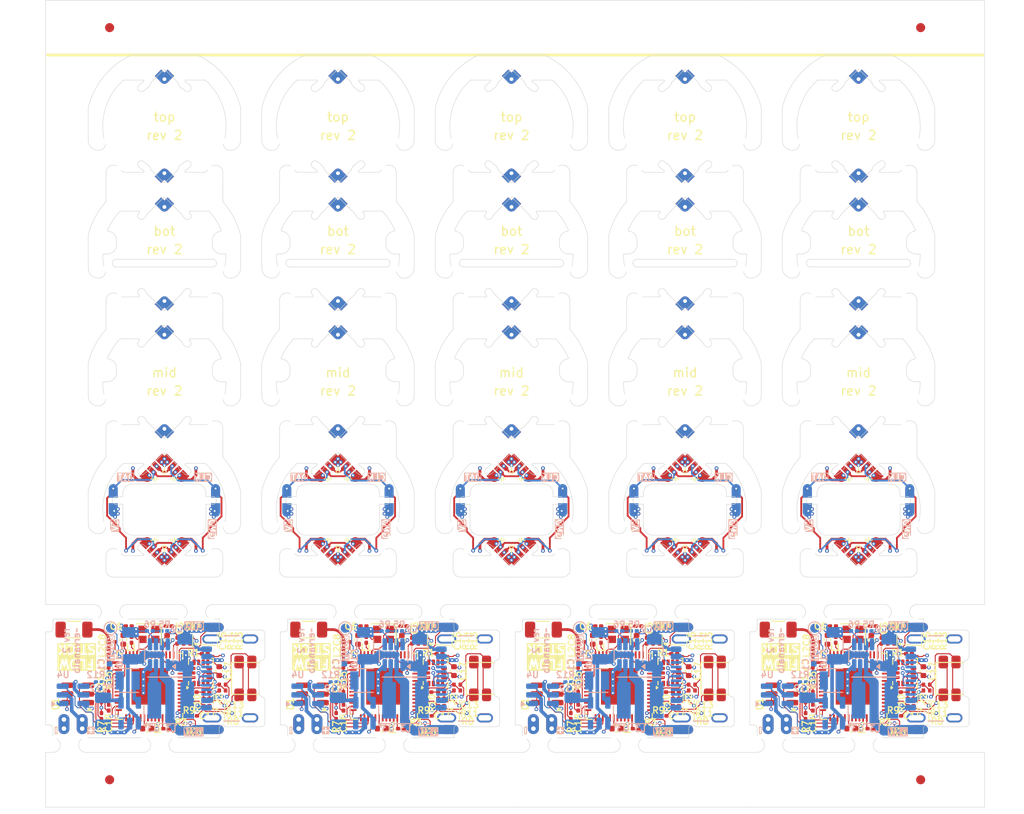
<source format=kicad_pcb>
(kicad_pcb (version 20241229) (generator "pcbnew") (generator_version "9.0")
  (layers (0 "F.Cu" signal) (4 "In1.Cu" signal) (6 "In2.Cu" signal) (2 "B.Cu" signal) (13 "F.Paste" user) (15 "B.Paste" user) (5 "F.SilkS" user "F.Silkscreen") (7 "B.SilkS" user "B.Silkscreen") (1 "F.Mask" user) (3 "B.Mask" user) (25 "Edge.Cuts" user))
  (net 0 "")
  (net 1 "GND")
  (net 2 "Net-(AE1-Pad1)")
  (net 3 "+BATT")
  (net 4 "+3.3V")
  (net 5 "Net-(U1-XTAL_N)")
  (net 6 "Net-(C6-Pad2)")
  (net 7 "Net-(U1-LNA_IN)")
  (net 8 "+5V")
  (net 9 "Net-(D1A-K)")
  (net 10 "/VREF")
  (net 11 "/BATT_MEASURE")
  (net 12 "/BATT_MEASURE_EN")
  (net 13 "/VBUS_SENSE")
  (net 14 "/PWRHLD")
  (net 15 "/BUTTON")
  (net 16 "VBUS")
  (net 17 "/USBDM")
  (net 22 "Net-(J1-CC2)")
  (net 24 "Net-(J1-CC1)")
  (net 26 "/USBDP")
  (net 27 "/LED_DAT")
  (net 28 "/LED_CLK")
  (net 29 "Net-(U1-XTAL_P)")
  (net 30 "Net-(U2-SW)")
  (net 31 "Net-(U3-SW)")
  (net 32 "Net-(U1-GPIO20{slash}USB_D+)")
  (net 33 "Net-(U1-GPIO19{slash}USB_D-)")
  (net 34 "Net-(U2-FB)")
  (net 35 "Net-(U4-ISET)")
  (net 36 "Net-(U1-GPIO0)")
  (net 37 "/IMU_POCI")
  (net 44 "/IMU_SCK")
  (net 52 "/IMU_CS")
  (net 57 "/CHG_SENSE")
  (net 60 "/IMU_PICO")
  (net 76 "Net-(U1-CHIP_PU)")
  (footprint "Connector_PinHeader_2.54mm:PinHeader_1x02_P2.54mm_Vertical" (layer "F.Cu") (at 176.1 140.8 -90)
    (property "Reference" "BT1" (hide yes))
    (property "Value" "Battery")
  )
  (footprint "custom:mousebite_5" (layer "F.Cu") (at 159.300004 78.900012 117)
    (property "Reference" "REF**" (hide yes))
    (property "Value" "mousebite_5")
    (fp_arc (start 1.799998 0.000001) (mid 1.234316 -0.234314) (end 1 -0.8) (stroke (width 0.05)) (layer "Edge.Cuts"))
    (fp_arc (start -1 -0.799999) (mid -1.234315 -0.234313) (end -1.799998 -0.000001) (stroke (width 0.05)) (layer "Edge.Cuts"))
  )
  (footprint "Resistor_SMD:R_0201_0603Metric" (layer "F.Cu") (at 153.3 138.1 90)
    (property "Reference" "R15")
    (property "Value" "10K")
  )
  (footprint "custom:quad_b2b_pad" (layer "F.Cu") (at 182.5 122.700012 -45)
    (property "Reference" "J5" (hide yes))
    (property "Value" "LED1")
  )
  (footprint "Capacitor_SMD:C_0201_0603Metric" (layer "F.Cu") (at 166.1 137.3 -90)
    (property "Reference" "C17")
    (property "Value" "1n")
  )
  (footprint "Capacitor_SMD:C_0201_0603Metric" (layer "F.Cu") (at 191.1 137.3 90)
    (property "Reference" "R2")
    (property "Value" "5K1")
  )
  (footprint "Capacitor_SMD:C_0201_0603Metric" (layer "F.Cu") (at 112.6 138.5)
    (property "Reference" "R11")
    (property "Value" "1M")
  )
  (footprint "custom:mousebite_5" (layer "F.Cu") (at 151.700004 78.900012 -117)
    (property "Reference" "REF**" (hide yes))
    (property "Value" "mousebite_5")
    (fp_arc (start 1.799998 0.000001) (mid 1.234316 -0.234314) (end 1 -0.8) (stroke (width 0.05)) (layer "Edge.Cuts"))
    (fp_arc (start -1 -0.799999) (mid -1.234315 -0.234313) (end -1.799998 -0.000001) (stroke (width 0.05)) (layer "Edge.Cuts"))
  )
  (footprint "custom:Untitled" (layer "F.Cu") (at 114 141.9 90)
    (property "Reference" "J4" (hide yes))
    (property "Value" "Conn_01x01_Pin")
  )
  (footprint "custom:spacer_mechanical_attachment" (layer "F.Cu") (at 146 103.8)
    (property "Reference" "REF**" (hide yes))
    (property "Value" "spacer_mechanical_attachment")
  )
  (footprint "Capacitor_SMD:C_0201_0603Metric" (layer "F.Cu") (at 104.1 130.57)
    (property "Reference" "C6")
    (property "Value" "15p")
  )
  (footprint "Connector_PinHeader_2.54mm:PinHeader_1x02_P2.54mm_Vertical" (layer "F.Cu") (at 99 140.8 -90)
    (property "Reference" "BT1" (hide yes))
    (property "Value" "Battery")
  )
  (footprint "custom:spacer_mechanical_attachment" (layer "F.Cu") (at 184 89.800012)
    (property "Reference" "REF**" (hide yes))
    (property "Value" "spacer_mechanical_attachment")
  )
  (footprint "Capacitor_SMD:C_0201_0603Metric" (layer "F.Cu") (at 109.7 141.8 180)
    (property "Reference" "R3")
    (property "Value" "22R")
  )
  (footprint "custom:mousebite_5" (layer "F.Cu") (at 132.7 92.9 -117)
    (property "Reference" "REF**" (hide yes))
    (property "Value" "mousebite_5")
    (fp_arc (start 1.799998 0.000001) (mid 1.234316 -0.234314) (end 1 -0.8) (stroke (width 0.05)) (layer "Edge.Cuts"))
    (fp_arc (start -1 -0.799999) (mid -1.234315 -0.234313) (end -1.799998 -0.000001) (stroke (width 0.05)) (layer "Edge.Cuts"))
  )
  (footprint "Capacitor_SMD:C_0201_0603Metric" (layer "F.Cu") (at 110.8 132.17 -90)
    (property "Reference" "R13")
    (property "Value" "680K")
  )
  (footprint "custom:mousebite_5" (layer "F.Cu") (at 107.5 142.8 180)
    (property "Reference" "REF**" (hide yes))
    (property "Value" "mousebite_5")
    (fp_arc (start 1.799998 0.000001) (mid 1.234316 -0.234314) (end 1 -0.8) (stroke (width 0.05)) (layer "Edge.Cuts"))
    (fp_arc (start -1 -0.799999) (mid -1.234315 -0.234313) (end -1.799998 -0.000001) (stroke (width 0.05)) (layer "Edge.Cuts"))
  )
  (footprint "custom:spacer_mechanical_attachment" (layer "F.Cu") (at 184.000004 75.800024)
    (property "Reference" "REF**" (hide yes))
    (property "Value" "spacer_mechanical_attachment")
  )
  (footprint "custom:quad_b2b_pad" (layer "F.Cu") (at 185.5 122.700012 45)
    (property "Reference" "J6" (hide yes))
    (property "Value" "LED2")
  )
  (footprint "Capacitor_SMD:C_0201_0603Metric" (layer "F.Cu") (at 152.5 138.6 90)
    (property "Reference" "C11")
    (property "Value" "100n")
  )
  (footprint "custom:mousebite_5" (layer "F.Cu") (at 132.7 78.9 -117)
    (property "Reference" "REF**" (hide yes))
    (property "Value" "mousebite_5")
    (fp_arc (start 1.799998 0.000001) (mid 1.234316 -0.234314) (end 1 -0.8) (stroke (width 0.05)) (layer "Edge.Cuts"))
    (fp_arc (start -1 -0.799999) (mid -1.234315 -0.234313) (end -1.799998 -0.000001) (stroke (width 0.05)) (layer "Edge.Cuts"))
  )
  (footprint "Capacitor_SMD:C_0201_0603Metric" (layer "F.Cu") (at 135.8 132.17 90)
    (property "Reference" "R14")
    (property "Value" "1M")
  )
  (footprint "custom:mousebite_5" (layer "F.Cu") (at 149 142.8 180)
    (property "Reference" "REF**" (hide yes))
    (property "Value" "mousebite_5")
    (fp_arc (start 1.799998 0.000001) (mid 1.234316 -0.234314) (end 1 -0.8) (stroke (width 0.05)) (layer "Edge.Cuts"))
    (fp_arc (start -1 -0.799999) (mid -1.234315 -0.234313) (end -1.799998 -0.000001) (stroke (width 0.05)) (layer "Edge.Cuts"))
  )
  (footprint "Inductor_SMD:L_0201_0603Metric" (layer "F.Cu") (at 155.8 132.07 -90)
    (property "Reference" "L1")
    (property "Value" "24n")
  )
  (footprint "Capacitor_SMD:C_0201_0603Metric" (layer "F.Cu") (at 164 137.8)
    (property "Reference" "C13")
    (property "Value" "10n")
  )
  (footprint "Crystal:Crystal_SMD_2016-4Pin_2.0x1.6mm" (layer "F.Cu") (at 157.7 131.47 180)
    (property "Reference" "Y1" (hide yes))
    (property "Value" "ECS-400-10-37B2-CKY-TR")
  )
  (footprint "Button_Switch_SMD:SW_SPST_EVQP7C" (layer "F.Cu") (at 142.6 136.3 90)
    (property "Reference" "SW1" (hide yes))
    (property "Value" "SW_Push")
  )
  (footprint "custom:spacer_mechanical_attachment" (layer "F.Cu") (at 108 89.8)
    (property "Reference" "REF**" (hide yes))
    (property "Value" "spacer_mechanical_attachment")
  )
  (footprint "custom:mousebite_5" (layer "F.Cu") (at 113.7 106.9 -117)
    (property "Reference" "REF**" (hide yes))
    (property "Value" "mousebite_5")
    (fp_arc (start 1.799998 0.000001) (mid 1.234316 -0.234314) (end 1 -0.8) (stroke (width 0.05)) (layer "Edge.Cuts"))
    (fp_arc (start -1 -0.799999) (mid -1.234315 -0.234313) (end -1.799998 -0.000001) (stroke (width 0.05)) (layer "Edge.Cuts"))
  )
  (footprint "Capacitor_SMD:C_0201_0603Metric" (layer "F.Cu") (at 165.4 137.3 90)
    (property "Reference" "R2")
    (property "Value" "5K1")
  )
  (footprint "Capacitor_SMD:C_0402_1005Metric" (layer "F.Cu") (at 165.4 135.5 -90)
    (property "Reference" "C16" (hide yes))
    (property "Value" "100n")
  )
  (footprint "custom:spacer_mechanical_attachment" (layer "F.Cu") (at 146.000004 75.800012)
    (property "Reference" "REF**" (hide yes))
    (property "Value" "spacer_mechanical_attachment")
  )
  (footprint "Capacitor_SMD:C_0201_0603Metric" (layer "F.Cu") (at 109.4 132.17 90)
    (property "Reference" "C15")
    (property "Value" "10n")
  )
  (footprint "custom:mousebite_5" (layer "F.Cu") (at 123.3 142.8 180)
    (property "Reference" "REF**" (hide yes))
    (property "Value" "mousebite_5")
    (fp_arc (start 1.799998 0.000001) (mid 1.234316 -0.234314) (end 1 -0.8) (stroke (width 0.05)) (layer "Edge.Cuts"))
    (fp_arc (start -1 -0.799999) (mid -1.234315 -0.234313) (end -1.799998 -0.000001) (stroke (width 0.05)) (layer "Edge.Cuts"))
  )
  (footprint "Capacitor_SMD:C_0201_0603Metric" (layer "F.Cu") (at 133.9 141.8 180)
    (property "Reference" "R4")
    (property "Value" "22R")
  )
  (footprint "custom:quad_b2b_pad" (layer "F.Cu") (at 106.5 112.9 -135)
    (property "Reference" "J8" (hide yes))
    (property "Value" "LED4")
  )
  (footprint "Fiducial:Fiducial_1mm_Mask2mm" (layer "F.Cu") (at 190.8 65)
    (property "Reference" "REF**" (hide yes))
    (property "Value" "Fiducial_1mm_Mask2mm")
  )
  (footprint "custom:mousebite_5" (layer "F.Cu") (at 170.700004 92.900012 -117)
    (property "Reference" "REF**" (hide yes))
    (property "Value" "mousebite_5")
    (fp_arc (start 1.799998 0.000001) (mid 1.234316 -0.234314) (end 1 -0.8) (stroke (width 0.05)) (layer "Edge.Cuts"))
    (fp_arc (start -1 -0.799999) (mid -1.234315 -0.234313) (end -1.799998 -0.000001) (stroke (width 0.05)) (layer "Edge.Cuts"))
  )
  (footprint "Capacitor_SMD:C_0201_0603Metric" (layer "F.Cu") (at 181.2 130.57)
    (property "Reference" "C6")
    (property "Value" "15p")
  )
  (footprint "custom:quad_b2b_pad" (layer "F.Cu") (at 166.5 112.9 135)
    (property "Reference" "J7" (hide yes))
    (property "Value" "LED3")
  )
  (footprint "Capacitor_SMD:C_0201_0603Metric" (layer "F.Cu") (at 140.4 137.3 -90)
    (property "Reference" "C17")
    (property "Value" "1n")
  )
  (footprint "Capacitor_SMD:C_0402_1005Metric" (layer "F.Cu") (at 180.6 132.07 90)
    (property "Reference" "C4" (hide yes))
    (property "Value" "100n")
  )
  (footprint "Crystal:Crystal_SMD_2016-4Pin_2.0x1.6mm" (layer "F.Cu") (at 106.3 131.47 180)
    (property "Reference" "Y1" (hide yes))
    (property "Value" "ECS-400-10-37B2-CKY-TR")
  )
  (footprint "Capacitor_SMD:C_0402_1005Metric" (layer "F.Cu") (at 129.2 132.07 90)
    (property "Reference" "C4" (hide yes))
    (property "Value" "100n")
  )
  (footprint "Crystal:Crystal_SMD_2016-4Pin_2.0x1.6mm" (layer "F.Cu") (at 183.4 131.47 180)
    (property "Reference" "Y1" (hide yes))
    (property "Value" "ECS-400-10-37B2-CKY-TR")
  )
  (footprint "Capacitor_SMD:C_0402_1005Metric" (layer "F.Cu") (at 131.8 141.8)
    (property "Reference" "C2" (hide yes))
    (property "Value" "100n")
  )
  (footprint "custom:mousebite_5" (layer "F.Cu") (at 102.300004 120.900012 117)
    (property "Reference" "REF**" (hide yes))
    (property "Value" "mousebite_5")
    (fp_arc (start 1.799998 0.000001) (mid 1.234316 -0.234314) (end 1 -0.8) (stroke (width 0.05)) (layer "Edge.Cuts"))
    (fp_arc (start -1 -0.799999) (mid -1.234315 -0.234313) (end -1.799998 -0.000001) (stroke (width 0.05)) (layer "Edge.Cuts"))
  )
  (footprint "Capacitor_SMD:C_0201_0603Metric" (layer "F.Cu") (at 162.645 140.4 180)
    (property "Reference" "C14")
    (property "Value" "10n")
  )
  (footprint "Capacitor_SMD:C_0201_0603Metric" (layer "F.Cu") (at 153.3 134.8 -90)
    (property "Reference" "C7")
    (property "Value" "1.5p")
  )
  (footprint "Resistor_SMD:R_1206_3216Metric" (layer "F.Cu") (at 175.2 130.95 180)
    (property "Reference" "AE1" (hide yes))
    (property "Value" "2450AT18A100E-AEC")
  )
  (footprint "custom:mousebite_5" (layer "F.Cu") (at 121.3 78.9 117)
    (property "Reference" "REF**" (hide yes))
    (property "Value" "mousebite_5")
    (fp_arc (start 1.799998 0.000001) (mid 1.234316 -0.234314) (end 1 -0.8) (stroke (width 0.05)) (layer "Edge.Cuts"))
    (fp_arc (start -1 -0.799999) (mid -1.234315 -0.234313) (end -1.799998 -0.000001) (stroke (width 0.05)) (layer "Edge.Cuts"))
  )
  (footprint "custom:mousebite_5" (layer "F.Cu") (at 159.300004 92.900012 117)
    (property "Reference" "REF**" (hide yes))
    (property "Value" "mousebite_5")
    (fp_arc (start 1.799998 0.000001) (mid 1.234316 -0.234314) (end 1 -0.8) (stroke (width 0.05)) (layer "Edge.Cuts"))
    (fp_arc (start -1 -0.799999) (mid -1.234315 -0.234313) (end -1.799998 -0.000001) (stroke (width 0.05)) (layer "Edge.Cuts"))
  )
  (footprint "Inductor_SMD:L_0201_0603Metric" (layer "F.Cu") (at 179 133.4 90)
    (property "Reference" "L2")
    (property "Value" "2.7n")
  )
  (footprint "Capacitor_SMD:C_0201_0603Metric" (layer "F.Cu") (at 164 138.5)
    (property "Reference" "R11")
    (property "Value" "1M")
  )
  (footprint "custom:mousebite_5" (layer "F.Cu") (at 178.300004 92.900024 117)
    (property "Reference" "REF**" (hide yes))
    (property "Value" "mousebite_5")
    (fp_arc (start 1.799998 0.000001) (mid 1.234316 -0.234314) (end 1 -0.8) (stroke (width 0.05)) (layer "Edge.Cuts"))
    (fp_arc (start -1 -0.799999) (mid -1.234315 -0.234313) (end -1.799998 -0.000001) (stroke (width 0.05)) (layer "Edge.Cuts"))
  )
  (footprint "custom:spacer_mechanical_attachment" (layer "F.Cu") (at 165 103.8)
    (property "Reference" "REF**" (hide yes))
    (property "Value" "spacer_mechanical_attachment")
  )
  (footprint "Package_DFN_QFN:QFN-56-1EP_7x7mm_P0.4mm_EP4x4mm" (layer "F.Cu") (at 132.1 137.17)
    (property "Reference" "U1" (hide yes))
    (property "Value" "ESP32-S3")
  )
  (footprint "custom:mousebite_5" (layer "F.Cu") (at 121.3 92.9 117)
    (property "Reference" "REF**" (hide yes))
    (property "Value" "mousebite_5")
    (fp_arc (start 1.799998 0.000001) (mid 1.234316 -0.234314) (end 1 -0.8) (stroke (width 0.05)) (layer "Edge.Cuts"))
    (fp_arc (start -1 -0.799999) (mid -1.234315 -0.234313) (end -1.799998 -0.000001) (stroke (width 0.05)) (layer "Edge.Cuts"))
  )
  (footprint "custom:mousebite_5" (layer "F.Cu") (at 178.300004 78.900024 117)
    (property "Reference" "REF**" (hide yes))
    (property "Value" "mousebite_5")
    (fp_arc (start 1.799998 0.000001) (mid 1.234316 -0.234314) (end 1 -0.8) (stroke (width 0.05)) (layer "Edge.Cuts"))
    (fp_arc (start -1 -0.799999) (mid -1.234315 -0.234313) (end -1.799998 -0.000001) (stroke (width 0.05)) (layer "Edge.Cuts"))
  )
  (footprint "custom:mousebite_5" (layer "F.Cu") (at 178.3 106.900012 117)
    (property "Reference" "REF**" (hide yes))
    (property "Value" "mousebite_5")
    (fp_arc (start 1.799998 0.000001) (mid 1.234316 -0.234314) (end 1 -0.8) (stroke (width 0.05)) (layer "Edge.Cuts"))
    (fp_arc (start -1 -0.799999) (mid -1.234315 -0.234313) (end -1.799998 -0.000001) (stroke (width 0.05)) (layer "Edge.Cuts"))
  )
  (footprint "custom:spacer_mechanical_attachment" (layer "F.Cu") (at 108.000004 75.800012)
    (property "Reference" "REF**" (hide yes))
    (property "Value" "spacer_mechanical_attachment")
  )
  (footprint "Capacitor_SMD:C_0201_0603Metric" (layer "F.Cu") (at 163.82 133.6)
    (property "Reference" "R1")
    (property "Value" "5K1")
  )
  (footprint "Capacitor_SMD:C_0201_0603Metric" (layer "F.Cu") (at 189.52 133.6)
    (property "Reference" "R1")
    (property "Value" "5K1")
  )
  (footprint "Resistor_SMD:R_0201_0603Metric" (layer "F.Cu") (at 101.9 138.1 90)
    (property "Reference" "R15")
    (property "Value" "10K")
  )
  (footprint "custom:mousebite_5" (layer "F.Cu") (at 140.300004 92.900012 117)
    (property "Reference" "REF**" (hide yes))
    (property "Value" "mousebite_5")
    (fp_arc (start 1.799998 0.000001) (mid 1.234316 -0.234314) (end 1 -0.8) (stroke (width 0.05)) (layer "Edge.Cuts"))
    (fp_arc (start -1 -0.799999) (mid -1.234315 -0.234313) (end -1.799998 -0.000001) (stroke (width 0.05)) (layer "Edge.Cuts"))
  )
  (footprint "Capacitor_SMD:C_0201_0603Metric" (layer "F.Cu") (at 186.8 141.8 180)
    (property "Reference" "R3")
    (property "Value" "22R")
  )
  (footprint "Package_TO_SOT_SMD:SOT-23-6" (layer "F.Cu") (at 98.5 138 180)
    (property "Reference" "D1")
    (property "Value" "SDM03MT40")
  )
  (footprint "custom:mousebite_5" (layer "F.Cu") (at 158.9 142.8 180)
    (property "Reference" "REF**" (hide yes))
    (property "Value" "mousebite_5")
    (fp_arc (start 1.799998 0.000001) (mid 1.234316 -0.234314) (end 1 -0.8) (stroke (width 0.05)) (layer "Edge.Cuts"))
    (fp_arc (start -1 -0.799999) (mid -1.234315 -0.234313) (end -1.799998 -0.000001) (stroke (width 0.05)) (layer "Edge.Cuts"))
  )
  (footprint "custom:mousebite_5" (layer "F.Cu") (at 111.5 129.8)
    (property "Reference" "REF**" (hide yes))
    (property "Value" "mousebite_5")
    (fp_arc (start -1 -0.799999) (mid -1.234315 -0.234313) (end -1.799998 -0.000001) (stroke (width 0.05)) (layer "Edge.Cuts"))
    (fp_arc (start 1.799998 0.000001) (mid 1.234316 -0.234314) (end 1 -0.8) (stroke (width 0.05)) (layer "Edge.Cuts"))
  )
  (footprint "Inductor_SMD:L_0201_0603Metric" (layer "F.Cu") (at 130.1 132.07 -90)
    (property "Reference" "L1")
    (property "Value" "24n")
  )
  (footprint "custom:mousebite_5" (layer "F.Cu") (at 121.3 120.9 117)
    (property "Reference" "REF**" (hide yes))
    (property "Value" "mousebite_5")
    (fp_arc (start 1.799998 0.000001) (mid 1.234316 -0.234314) (end 1 -0.8) (stroke (width 0.05)) (layer "Edge.Cuts"))
    (fp_arc (start -1 -0.799999) (mid -1.234315 -0.234313) (end -1.799998 -0.000001) (stroke (width 0.05)) (layer "Edge.Cuts"))
  )
  (footprint "Capacitor_SMD:C_0201_0603Metric" (layer "F.Cu") (at 110.1 132.17 90)
    (property "Reference" "R14")
    (property "Value" "1M")
  )
  (footprint "Capacitor_SMD:C_0201_0603Metric" (layer "F.Cu") (at 153.655 132.3)
    (property "Reference" "C8")
    (property "Value" "1.5p")
  )
  (footprint "custom:spacer_mechanical_attachment" (layer "F.Cu") (at 165.000004 75.800012)
    (property "Reference" "REF**" (hide yes))
    (property "Value" "spacer_mechanical_attachment")
  )
  (footprint "Capacitor_SMD:C_0201_0603Metric" (layer "F.Cu") (at 138.3 137.8)
    (property "Reference" "C13")
    (property "Value" "10n")
  )
  (footprint "custom:Untitled" (layer "F.Cu") (at 191.1 141.9 90)
    (property "Reference" "J4" (hide yes))
    (property "Value" "Conn_01x01_Pin")
  )
  (footprint "Capacitor_SMD:C_0201_0603Metric" (layer "F.Cu") (at 111.245 140.4 180)
    (property "Reference" "C14")
    (property "Value" "10n")
  )
  (footprint "custom:mousebite_5" (layer "F.Cu") (at 189.700004 120.900024 -117)
    (property "Reference" "REF**" (hide yes))
    (property "Value" "mousebite_5")
    (fp_arc (start 1.799998 0.000001) (mid 1.234316 -0.234314) (end 1 -0.8) (stroke (width 0.05)) (layer "Edge.Cuts"))
    (fp_arc (start -1 -0.799999) (mid -1.234315 -0.234313) (end -1.799998 -0.000001) (stroke (width 0.05)) (layer "Edge.Cuts"))
  )
  (footprint "Capacitor_SMD:C_0201_0603Metric" (layer "F.Cu") (at 135.4 141.8 180)
    (property "Reference" "R3")
    (property "Value" "22R")
  )
  (footprint "custom:quad_b2b_pad" (layer "F.Cu") (at 106.5 122.7 -45)
    (property "Reference" "J5" (hide yes))
    (property "Value" "LED1")
  )
  (footprint "Connector_PinHeader_2.54mm:PinHeader_1x02_P2.54mm_Vertical" (layer "F.Cu") (at 124.7 140.8 -90)
    (property "Reference" "BT1" (hide yes))
    (property "Value" "Battery")
  )
  (footprint "custom:Untitled" (layer "F.Cu") (at 165.4 141.9 90)
    (property "Reference" "J4" (hide yes))
    (property "Value" "Conn_01x01_Pin")
  )
  (footprint "Capacitor_SMD:C_0201_0603Metric" (layer "F.Cu") (at 178.2 138.6 90)
    (property "Reference" "C11")
    (property "Value" "100n")
  )
  (footprint "custom:mousebite_5" (layer "F.Cu") (at 133.2 142.8 180)
    (property "Reference" "REF**" (hide yes))
    (property "Value" "mousebite_5")
    (fp_arc (start 1.799998 0.000001) (mid 1.234316 -0.234314) (end 1 -0.8) (stroke (width 0.05)) (layer "Edge.Cuts"))
    (fp_arc (start -1 -0.799999) (mid -1.234315 -0.234313) (end -1.799998 -0.000001) (stroke (width 0.05)) (layer "Edge.Cuts"))
  )
  (footprint "Capacitor_SMD:C_0201_0603Metric" (layer "F.Cu") (at 155.5 130.57)
    (property "Reference" "C6")
    (property "Value" "15p")
  )
  (footprint "custom:mousebite_5" (layer "F.Cu") (at 127.8 129.8)
    (property "Reference" "REF**" (hide yes))
    (property "Value" "mousebite_5")
    (fp_arc (start -1 -0.799999) (mid -1.234315 -0.234313) (end -1.799998 -0.000001) (stroke (width 0.05)) (layer "Edge.Cuts"))
    (fp_arc (start 1.799998 0.000001) (mid 1.234316 -0.234314) (end 1 -0.8) (stroke (width 0.05)) (layer "Edge.Cuts"))
  )
  (footprint "custom:mousebite_5" (layer "F.Cu") (at 178.300004 120.900024 117)
    (property "Reference" "REF**" (hide yes))
    (property "Value" "mousebite_5")
    (fp_arc (start 1.799998 0.000001) (mid 1.234316 -0.234314) (end 1 -0.8) (stroke (width 0.05)) (layer "Edge.Cuts"))
    (fp_arc (start -1 -0.799999) (mid -1.234315 -0.234313) (end -1.799998 -0.000001) (stroke (width 0.05)) (layer "Edge.Cuts"))
  )
  (footprint "Capacitor_SMD:C_0201_0603Metric" (layer "F.Cu") (at 108.2 141.8 180)
    (property "Reference" "R4")
    (property "Value" "22R")
  )
  (footprint "Capacitor_SMD:C_0201_0603Metric" (layer "F.Cu") (at 152.5 140.42 -90)
    (property "Reference" "R7")
    (property "Value" "1M")
  )
  (footprint "Capacitor_SMD:C_0402_1005Metric" (layer "F.Cu") (at 103.5 132.07 90)
    (property "Reference" "C4" (hide yes))
    (property "Value" "100n")
  )
  (footprint "Capacitor_SMD:C_0201_0603Metric" (layer "F.Cu") (at 127.6 139.5 -90)
    (property "Reference" "C18")
    (property "Value" "1u")
  )
  (footprint "custom:mousebite_5" (layer "F.Cu") (at 113.700004 78.900012 -117)
    (property "Reference" "REF**" (hide yes))
    (property "Value" "mousebite_5")
    (fp_arc (start 1.799998 0.000001) (mid 1.234316 -0.234314) (end 1 -0.8) (stroke (width 0.05)) (layer "Edge.Cuts"))
    (fp_arc (start -1 -0.799999) (mid -1.234315 -0.234313) (end -1.799998 -0.000001) (stroke (width 0.05)) (layer "Edge.Cuts"))
  )
  (footprint "Package_DFN_QFN:QFN-56-1EP_7x7mm_P0.4mm_EP4x4mm" (layer "F.Cu") (at 183.5 137.17)
    (property "Reference" "U1" (hide yes))
    (property "Value" "ESP32-S3")
  )
  (footprint "custom:mousebite_5" (layer "F.Cu") (at 140.300004 120.900012 117)
    (property "Reference" "REF**" (hide yes))
    (property "Value" "mousebite_5")
    (fp_arc (start 1.799998 0.000001) (mid 1.234316 -0.234314) (end 1 -0.8) (stroke (width 0.05)) (layer "Edge.Cuts"))
    (fp_arc (start -1 -0.799999) (mid -1.234315 -0.234313) (end -1.799998 -0.000001) (stroke (width 0.05)) (layer "Edge.Cuts"))
  )
  (footprint "Capacitor_SMD:C_0201_0603Metric" (layer "F.Cu") (at 189.7 139.3 180)
    (property "Reference" "R8")
    (property "Value" "1M")
  )
  (footprint "Capacitor_SMD:C_0201_0603Metric" (layer "F.Cu") (at 139.7 137.3 90)
    (property "Reference" "R2")
    (property "Value" "5K1")
  )
  (footprint "custom:spacer_mechanical_attachment" (layer "F.Cu") (at 146 89.8)
    (property "Reference" "REF**" (hide yes))
    (property "Value" "spacer_mechanical_attachment")
  )
  (footprint "Capacitor_SMD:C_0201_0603Metric" (layer "F.Cu") (at 159.6 141.8 180)
    (property "Reference" "R4")
    (property "Value" "22R")
  )
  (footprint "Capacitor_SMD:C_0201_0603Metric" (layer "F.Cu") (at 185.6 130.57)
    (property "Reference" "C5")
    (property "Value" "15p")
  )
  (footprint "custom:quad_b2b_pad" (layer "F.Cu") (at 144.5 112.9 -135)
    (property "Reference" "J8" (hide yes))
    (property "Value" "LED4")
  )
  (footprint "Capacitor_SMD:C_0402_1005Metric" (layer "F.Cu") (at 108.3 132.07 90)
    (property "Reference" "C3" (hide yes))
    (property "Value" "100n")
  )
  (footprint "custom:mousebite_5" (layer "F.Cu") (at 159.300004 120.900012 117)
    (property "Reference" "REF**" (hide yes))
    (property "Value" "mousebite_5")
    (fp_arc (start 1.799998 0.000001) (mid 1.234316 -0.234314) (end 1 -0.8) (stroke (width 0.05)) (layer "Edge.Cuts"))
    (fp_arc (start -1 -0.799999) (mid -1.234315 -0.234313) (end -1.799998 -0.000001) (stroke (width 0.05)) (layer "Edge.Cuts"))
  )
  (footprint "Capacitor_SMD:C_0201_0603Metric" (layer "F.Cu") (at 138.3 139.3 180)
    (property "Reference" "R8")
    (property "Value" "1M")
  )
  (footprint "Inductor_SMD:L_0201_0603Metric" (layer "F.Cu") (at 101.9 133.4 90)
    (property "Reference" "L2")
    (property "Value" "2.7n")
  )
  (footprint "custom:spacer_mechanical_attachment" (layer "F.Cu") (at 127 75.8)
    (property "Reference" "REF**" (hide yes))
    (property "Value" "spacer_mechanical_attachment")
  )
  (footprint "Package_LGA:LGA-14_3x2.5mm_P0.5mm_LayoutBorder3x4y" (layer "F.Cu") (at 112 135.7 90)
    (property "Reference" "U5" (hide yes))
    (property "Value" "LSM6DSV320X")
  )
  (footprint "Fiducial:Fiducial_1mm_Mask2mm" (layer "F.Cu") (at 190.8 147.4)
    (property "Reference" "REF**" (hide yes))
    (property "Value" "Fiducial_1mm_Mask2mm")
  )
  (footprint "custom:mousebite_5" (layer "F.Cu") (at 102.3 106.9 117)
    (property "Reference" "REF**" (hide yes))
    (property "Value" "mousebite_5")
    (fp_arc (start 1.799998 0.000001) (mid 1.234316 -0.234314) (end 1 -0.8) (stroke (width 0.05)) (layer "Edge.Cuts"))
    (fp_arc (start -1 -0.799999) (mid -1.234315 -0.234313) (end -1.799998 -0.000001) (stroke (width 0.05)) (layer "Edge.Cuts"))
  )
  (footprint "Capacitor_SMD:C_0402_1005Metric" (layer "F.Cu") (at 159.7 132.07 90)
    (property "Reference" "C3" (hide yes))
    (property "Value" "100n")
  )
  (footprint "custom:mousebite_5" (layer "F.Cu") (at 140.3 106.9 117)
    (property "Reference" "REF**" (hide yes))
    (property "Value" "mousebite_5")
    (fp_arc (start 1.799998 0.000001) (mid 1.234316 -0.234314) (end 1 -0.8) (stroke (width 0.05)) (layer "Edge.Cuts"))
    (fp_arc (start -1 -0.799999) (mid -1.234315 -0.234313) (end -1.799998 -0.000001) (stroke (width 0.05)) (layer "Edge.Cuts"))
  )
  (footprint "Resistor_SMD:R_0201_0603Metric" (layer "F.Cu") (at 127.6 138.1 90)
    (property "Reference" "R15")
    (property "Value" "10K")
  )
  (footprint "Inductor_SMD:L_0201_0603Metric" (layer "F.Cu") (at 181.5 132.07 -90)
    (property "Reference" "L1")
    (property "Value" "24n")
  )
  (footprint "Capacitor_SMD:C_0402_1005Metric" (layer "F.Cu") (at 106.1 141.8)
    (property "Reference" "C2" (hide yes))
    (property "Value" "100n")
  )
  (footprint "Capacitor_SMD:C_0201_0603Metric" (layer "F.Cu") (at 161.1 141.8 180)
    (property "Reference" "R3")
    (property "Value" "22R")
  )
  (footprint "custom:quad_b2b_pad" (layer "F.Cu") (at 109.5 112.9 135)
    (property "Reference" "J7" (hide yes))
    (property "Value" "LED3")
  )
  (footprint "Capacitor_SMD:C_0201_0603Metric" (layer "F.Cu") (at 136.9 137.8)
    (property "Reference" "R10")
    (property "Value" "1M")
  )
  (footprint "Capacitor_SMD:C_0201_0603Metric" (layer "F.Cu") (at 159.9 130.57)
    (property "Reference" "C5")
    (property "Value" "15p")
  )
  (footprint "Capacitor_SMD:C_0201_0603Metric" (layer "F.Cu") (at 101.1 138.6 90)
    (property "Reference" "C11")
    (property "Value" "100n")
  )
  (footprint "Connector_PinHeader_2.54mm:PinHeader_1x02_P2.54mm_Vertical" (layer "F.Cu") (at 150.4 140.8 -90)
    (property "Reference" "BT1" (hide yes))
    (property "Value" "Battery")
  )
  (footprint "Resistor_SMD:R_1206_3216Metric" (layer "F.Cu") (at 149.5 130.95 180)
    (property "Reference" "AE1" (hide yes))
    (property "Value" "2450AT18A100E-AEC")
  )
  (footprint "custom:mousebite_5" (layer "F.Cu") (at 132.699996 106.899988 -117)
    (property "Reference" "REF**" (hide yes))
    (property "Value" "mousebite_5")
    (fp_arc (start 1.799998 0.000001) (mid 1.234316 -0.234314) (end 1 -0.8) (stroke (width 0.05)) (layer "Edge.Cuts"))
    (fp_arc (start -1 -0.799999) (mid -1.234315 -0.234313) (end -1.799998 -0.000001) (stroke (width 0.05)) (layer "Edge.Cuts"))
  )
  (footprint "Resistor_SMD:R_0201_0603Metric" (layer "F.Cu") (at 179 138.1 90)
    (property "Reference" "R15")
    (property "Value" "10K")
  )
  (footprint "custom:mousebite_5" (layer "F.Cu") (at 184.6 142.8 180)
    (property "Reference" "REF**" (hide yes))
    (property "Value" "mousebite_5")
    (fp_arc (start 1.799998 0.000001) (mid 1.234316 -0.234314) (end 1 -0.8) (stroke (width 0.05)) (layer "Edge.Cuts"))
    (fp_arc (start -1 -0.799999) (mid -1.234315 -0.234313) (end -1.799998 -0.000001) (stroke (width 0.05)) (layer "Edge.Cuts"))
  )
  (footprint "custom:mousebite_5" (layer "F.Cu") (at 179.2 129.8)
    (property "Reference" "REF**" (hide yes))
    (property "Value" "mousebite_5")
    (fp_arc (start -1 -0.799999) (mid -1.234315 -0.234313) (end -1.799998 -0.000001) (stroke (width 0.05)) (layer "Edge.Cuts"))
    (fp_arc (start 1.799998 0.000001) (mid 1.234316 -0.234314) (end 1 -0.8) (stroke (width 0.05)) (layer "Edge.Cuts"))
  )
  (footprint "Capacitor_SMD:C_0201_0603Metric" (layer "F.Cu") (at 114 137.3 90)
    (property "Reference" "R2")
    (property "Value" "5K1")
  )
  (footprint "Package_LGA:LGA-14_3x2.5mm_P0.5mm_LayoutBorder3x4y" (layer "F.Cu") (at 137.7 135.7 90)
    (property "Reference" "U5" (hide yes))
    (property "Value" "LSM6DSV320X")
  )
  (footprint "custom:mousebite_5" (layer "F.Cu") (at 113.700004 120.900012 -117)
    (property "Reference" "REF**" (hide yes))
    (property "Value" "mousebite_5")
    (fp_arc (start 1.799998 0.000001) (mid 1.234316 -0.234314) (end 1 -0.8) (stroke (width 0.05)) (layer "Edge.Cuts"))
    (fp_arc (start -1 -0.799999) (mid -1.234315 -0.234313) (end -1.799998 -0.000001) (stroke (width 0.05)) (layer "Edge.Cuts"))
  )
  (footprint "Capacitor_SMD:C_0201_0603Metric" (layer "F.Cu") (at 108.5 130.57)
    (property "Reference" "C5")
    (property "Value" "15p")
  )
  (footprint "Button_Switch_SMD:SW_SPST_EVQP7C" (layer "F.Cu") (at 116.9 136.3 90)
    (property "Reference" "SW1" (hide yes))
    (property "Value" "SW_Push")
  )
  (footprint "Capacitor_SMD:C_0201_0603Metric" (layer "F.Cu") (at 101.9 134.8 -90)
    (property "Reference" "C7")
    (property "Value" "1.5p")
  )
  (footprint "custom:mousebite_5" (layer "F.Cu") (at 153.5 129.8)
    (property "Reference" "REF**" (hide yes))
    (property "Value" "mousebite_5")
    (fp_arc (start -1 -0.799999) (mid -1.234315 -0.234313) (end -1.799998 -0.000001) (stroke (width 0.05)) (layer "Edge.Cuts"))
    (fp_arc (start 1.799998 0.000001) (mid 1.234316 -0.234314) (end 1 -0.8) (stroke (width 0.05)) (layer "Edge.Cuts"))
  )
  (footprint "custom:mousebite_5" (layer "F.Cu") (at 132.7 120.9 -117)
    (property "Reference" "REF**" (hide yes))
    (property "Value" "mousebite_5")
    (fp_arc (start 1.799998 0.000001) (mid 1.234316 -0.234314) (end 1 -0.8) (stroke (width 0.05)) (layer "Edge.Cuts"))
    (fp_arc (start -1 -0.799999) (mid -1.234315 -0.234313) (end -1.799998 -0.000001) (stroke (width 0.05)) (layer "Edge.Cuts"))
  )
  (footprint "Button_Switch_SMD:SW_SPST_EVQP7C" (layer "F.Cu") (at 168.3 136.3 90)
    (property "Reference" "SW1" (hide yes))
    (property "Value" "SW_Push")
  )
  (footprint "Capacitor_SMD:C_0201_0603Metric" (layer "F.Cu") (at 111.2 137.8)
    (property "Reference" "R10")
    (property "Value" "1M")
  )
  (footprint "custom:spacer_mechanical_attachment" (layer "F.Cu") (at 126.999996 89.799988)
    (property "Reference" "REF**" (hide yes))
    (property "Value" "spacer_mechanical_attachment")
  )
  (footprint "Capacitor_SMD:C_0402_1005Metric" (layer "F.Cu") (at 157.5 141.8)
    (property "Reference" "C2" (hide yes))
    (property "Value" "100n")
  )
  (footprint "Resistor_SMD:R_1206_3216Metric" (layer "F.Cu") (at 123.8 130.95 180)
    (property "Reference" "AE1" (hide yes))
    (property "Value" "2450AT18A100E-AEC")
  )
  (footprint "custom:mousebite_5" (layer "F.Cu") (at 121.299996 106.899988 117)
    (property "Reference" "REF**" (hide yes))
    (property "Value" "mousebite_5")
    (fp_arc (start 1.799998 0.000001) (mid 1.234316 -0.234314) (end 1 -0.8) (stroke (width 0.05)) (layer "Edge.Cuts"))
    (fp_arc (start -1 -0.799999) (mid -1.234315 -0.234313) (end -1.799998 -0.000001) (stroke (width 0.05)) (layer "Edge.Cuts"))
  )
  (footprint "Capacitor_SMD:C_0402_1005Metric" (layer "F.Cu") (at 185.4 132.07 90)
    (property "Reference" "C3" (hide yes))
    (property "Value" "100n")
  )
  (footprint "custom:mousebite_5" (layer "F.Cu") (at 151.7 106.9 -117)
    (property "Reference" "REF**" (hide yes))
    (property "Value" "mousebite_5")
    (fp_arc (start 1.799998 0.000001) (mid 1.234316 -0.234314) (end 1 -0.8) (stroke (width 0.05)) (layer "Edge.Cuts"))
    (fp_arc (start -1 -0.799999) (mid -1.234315 -0.234313) (end -1.799998 -0.000001) (stroke (width 0.05)) (layer "Edge.Cuts"))
  )
  (footprint "Capacitor_SMD:C_0201_0603Metric" (layer "F.Cu") (at 179 134.8 -90)
    (property "Reference" "C7")
    (property "Value" "1.5p")
  )
  (footprint "Capacitor_SMD:C_0201_0603Metric" (layer "F.Cu") (at 114.7 137.3 -90)
    (property "Reference" "C17")
    (property "Value" "1n")
  )
  (footprint "custom:quad_b2b_pad" (layer "F.Cu") (at 163.5 112.9 -135)
    (property "Reference" "J8" (hide yes))
    (property "Value" "LED4")
  )
  (footprint "Capacitor_SMD:C_0201_0603Metric" (layer "F.Cu") (at 161.5 132.17 90)
    (property "Reference" "R14")
    (property "Value" "1M")
  )
  (footprint "Capacitor_SMD:C_0201_0603Metric" (layer "F.Cu") (at 101.9 139.5 -90)
    (property "Reference" "C18")
    (property "Value" "1u")
  )
  (footprint "Capacitor_SMD:C_0201_0603Metric" (layer "F.Cu") (at 135.1 132.17 90)
    (property "Reference" "C15")
    (property "Value" "10n")
  )
  (footprint "custom:quad_b2b_pad" (layer "F.Cu") (at 128.499996 122.699988 45)
    (property "Reference" "J6" (hide yes))
    (property "Value" "LED2")
  )
  (footprint "Capacitor_SMD:C_0201_0603Metric" (layer "F.Cu") (at 187.2 132.17 90)
    (property "Reference" "R14")
    (property "Value" "1M")
  )
  (footprint "Button_Switch_SMD:SW_SPST_EVQP7C" (layer "F.Cu") (at 194 136.3 90)
    (property "Reference" "SW1" (hide yes))
    (property "Value" "SW_Push")
  )
  (footprint "Capacitor_SMD:C_0201_0603Metric" (layer "F.Cu") (at 188.345 140.4 180)
    (property "Reference" "C14")
    (property "Value" "10n")
  )
  (footprint "Capacitor_SMD:C_0201_0603Metric" (layer "F.Cu") (at 102.255 132.3)
    (property "Reference" "C8")
    (property "Value" "1.5p")
  )
  (footprint "Capacitor_SMD:C_0201_0603Metric" (layer "F.Cu") (at 185.3 141.8 180)
    (property "Reference" "R4")
    (property "Value" "22R")
  )
  (footprint "Inductor_SMD:L_0201_0603Metric" (layer "F.Cu") (at 127.6 133.4 90)
    (property "Reference" "L2")
    (property "Value" "2.7n")
  )
  (footprint "custom:mousebite_5" (layer "F.Cu") (at 102.300004 92.900012 117)
    (property "Reference" "REF**" (hide yes))
    (property "Value" "mousebite_5")
    (fp_arc (start 1.799998 0.000001) (mid 1.234316 -0.234314) (end 1 -0.8) (stroke (width 0.05)) (layer "Edge.Cuts"))
    (fp_arc (start -1 -0.799999) (mid -1.234315 -0.234313) (end -1.799998 -0.000001) (stroke (width 0.05)) (layer "Edge.Cuts"))
  )
  (footprint "custom:mousebite_5" (layer "F.Cu") (at 189.700004 92.900024 -117)
    (property "Reference" "REF**" (hide yes))
    (property "Value" "mousebite_5")
    (fp_arc (start 1.799998 0.000001) (mid 1.234316 -0.234314) (end 1 -0.8) (stroke (width 0.05)) (layer "Edge.Cuts"))
    (fp_arc (start -1 -0.799999) (mid -1.234315 -0.234313) (end -1.799998 -0.000001) (stroke (width 0.05)) (layer "Edge.Cuts"))
  )
  (footprint "Capacitor_SMD:C_0201_0603Metric" (layer "F.Cu") (at 188 138.9 90)
    (property "Reference" "R9")
    (property "Value" "1M")
  )
  (footprint "custom:mousebite_5" (layer "F.Cu") (at 170.7 106.9 -117)
    (property "Reference" "REF**" (hide yes))
    (property "Value" "mousebite_5")
    (fp_arc (start 1.799998 0.000001) (mid 1.234316 -0.234314) (end 1 -0.8) (stroke (width 0.05)) (layer "Edge.Cuts"))
    (fp_arc (start -1 -0.799999) (mid -1.234315 -0.234313) (end -1.799998 -0.000001) (stroke (width 0.05)) (layer "Edge.Cuts"))
  )
  (footprint "Capacitor_SMD:C_0201_0603Metric" (layer "F.Cu") (at 112.6 137.8)
    (property "Reference" "C13")
    (property "Value" "10n")
  )
  (footprint "Capacitor_SMD:C_0402_1005Metric" (layer "F.Cu") (at 134 132.07 90)
    (property "Reference" "C3" (hide yes))
    (property "Value" "100n")
  )
  (footprint "Capacitor_SMD:C_0402_1005Metric" (layer "F.Cu") (at 114 135.5 -90)
    (property "Reference" "C16" (hide yes))
    (property "Value" "100n")
  )
  (footprint "Capacitor_SMD:C_0201_0603Metric" (layer "F.Cu") (at 179 139.5 -90)
    (property "Reference" "C18")
    (property "Value" "1u")
  )
  (footprint "Fiducial:Fiducial_1mm_Mask2mm" (layer "F.Cu") (at 102 147.400001)
    (property "Reference" "REF**" (hide yes))
    (property "Value" "Fiducial_1mm_Mask2mm")
  )
  (footprint "custom:quad_b2b_pad" (layer "F.Cu") (at 147.5 122.7 45)
    (property "Reference" "J6" (hide yes))
    (property "Value" "LED2")
  )
  (footprint "custom:spacer_mechanical_attachment" (layer "F.Cu") (at 165 89.8)
    (property "Reference" "REF**" (hide yes))
    (property "Value" "spacer_mechanical_attachment")
  )
  (footprint "Inductor_SMD:L_0201_0603Metric" (layer "F.Cu") (at 104.4 132.07 -90)
    (property "Reference" "L1")
    (property "Value" "24n")
  )
  (footprint "Resistor_SMD:R_1206_3216Metric" (layer "F.Cu") (at 98.1 130.95 180)
    (property "Reference" "AE1" (hide yes))
    (property "Value" "2450AT18A100E-AEC")
  )
  (footprint "Crystal:Crystal_SMD_2016-4Pin_2.0x1.6mm" (layer "F.Cu") (at 132 131.47 180)
    (property "Reference" "Y1" (hide yes))
    (property "Value" "ECS-400-10-37B2-CKY-TR")
  )
  (footprint "Capacitor_SMD:C_0201_0603Metric" (layer "F.Cu") (at 126.8 138.6 90)
    (property "Reference" "C11")
    (property "Value" "100n")
  )
  (footprint "custom:mousebite_5" (layer "F.Cu") (at 97.6 142.8 180)
    (property "Reference" "REF**" (hide yes))
    (property "Value" "mousebite_5")
    (fp_arc (start 1.799998 0.000001) (mid 1.234316 -0.234314) (end 1 -0.8) (stroke (width 0.05)) (layer "Edge.Cuts"))
    (fp_arc (start -1 -0.799999) (mid -1.234315 -0.234313) (end -1.799998 -0.000001) (stroke (width 0.05)) (layer "Edge.Cuts"))
  )
  (footprint "MountingHole:MountingHole_2mm" (layer "F.Cu") (at 194.8 147.4)
    (property "Reference" "REF**" (hide yes))
    (property "Value" "MountingHole_2mm")
  )
  (footprint "Package_TO_SOT_SMD:SOT-23-6" (layer "F.Cu") (at 124.2 138 180)
    (property "Reference" "D1")
    (property "Value" "SDM03MT40")
  )
  (footprint "Capacitor_SMD:C_0201_0603Metric" (layer "F.Cu") (at 138.12 133.6)
    (property "Reference" "R1")
    (property "Value" "5K1")
  )
  (footprint "Capacitor_SMD:C_0201_0603Metric" (layer "F.Cu") (at 188.3 137.8)
    (property "Reference" "R10")
    (property "Value" "1M")
  )
  (footprint "Capacitor_SMD:C_0201_0603Metric" (layer "F.Cu") (at 136.6 138.9 90)
    (property "Reference" "R9")
    (property "Value" "1M")
  )
  (footprint "Capacitor_SMD:C_0201_0603Metric" (layer "F.Cu") (at 186.5 132.17 90)
    (property "Reference" "C15")
    (property "Value" "10n")
  )
  (footprint "custom:mousebite_5" (layer "F.Cu") (at 102.1 129.8)
    (property "Reference" "REF**" (hide yes))
    (property "Value" "mousebite_5")
    (fp_arc (start -1 -0.799999) (mid -1.234315 -0.234313) (end -1.799998 -0.000001) (stroke (width 0.05)) (layer "Edge.Cuts"))
    (fp_arc (start 1.799998 0.000001) (mid 1.234316 -0.234314) (end 1 -0.8) (stroke (width 0.05)) (layer "Edge.Cuts"))
  )
  (footprint "Capacitor_SMD:C_0201_0603Metric" (layer "F.Cu") (at 189.7 137.8)
    (property "Reference" "C13")
    (property "Value" "10n")
  )
  (footprint "Capacitor_SMD:C_0201_0603Metric" (layer "F.Cu") (at 112.6 139.3 180)
    (property "Reference" "R8")
    (property "Value" "1M")
  )
  (footprint "Capacitor_SMD:C_0201_0603Metric" (layer "F.Cu") (at 178.2 140.42 -90)
    (property "Reference" "R7")
    (property "Value" "1M")
  )
  (footprint "Capacitor_SMD:C_0402_1005Metric" (layer "F.Cu") (at 191.1 135.5 -90)
    (property "Reference" "C16" (hide yes))
    (property "Value" "100n")
  )
  (footprint "custom:mousebite_5" (layer "F.Cu") (at 188.6 129.8)
    (property "Reference" "REF**" (hide yes))
    (property "Value" "mousebite_5")
    (fp_arc (start -1 -0.799999) (mid -1.234315 -0.234313) (end -1.799998 -0.000001) (stroke (width 0.05)) (layer "Edge.Cuts"))
    (fp_arc (start 1.799998 0.000001) (mid 1.234316 -0.234314) (end 1 -0.8) (stroke (width 0.05)) (layer "Edge.Cuts"))
  )
  (footprint "Capacitor_SMD:C_0201_0603Metric" (layer "F.Cu") (at 112.42 133.6)
    (property "Reference" "R1")
    (property "Value" "5K1")
  )
  (footprint "custom:mousebite_5" (layer "F.Cu") (at 140.300004 78.900012 117)
    (property "Reference" "REF**" (hide yes))
    (property "Value" "mousebite_5")
    (fp_arc (start 1.799998 0.000001) (mid 1.234316 -0.234314) (end 1 -0.8) (stroke (width 0.05)) (layer "Edge.Cuts"))
    (fp_arc (start -1 -0.799999) (mid -1.234315 -0.234313) (end -1.799998 -0.000001) (stroke (width 0.05)) (layer "Edge.Cuts"))
  )
  (footprint "custom:mousebite_5" (layer "F.Cu") (at 162.9 129.8)
    (property "Reference" "REF**" (hide yes))
    (property "Value" "mousebite_5")
    (fp_arc (start -1 -0.799999) (mid -1.234315 -0.234313) (end -1.799998 -0.000001) (stroke (width 0.05)) (layer "Edge.Cuts"))
    (fp_arc (start 1.799998 0.000001) (mid 1.234316 -0.234314) (end 1 -0.8) (stroke (width 0.05)) (layer "Edge.Cuts"))
  )
  (footprint "Capacitor_SMD:C_0201_0603Metric" (layer "F.Cu") (at 110.9 138.9 90)
    (property "Reference" "R9")
    (property "Value" "1M")
  )
  (footprint "Capacitor_SMD:C_0201_0603Metric" (layer "F.Cu") (at 187.9 132.17 -90)
    (property "Reference" "R13")
    (property "Value" "680K")
  )
  (footprint "Capacitor_SMD:C_0201_0603Metric" (layer "F.Cu") (at 129.8 130.57)
    (property "Reference" "C6")
    (property "Value" "15p")
  )
  (footprint "custom:quad_b2b_pad" (layer "F.Cu") (at 182.5 112.900012 -135)
    (property "Reference" "J8" (hide yes))
    (property "Value" "LED4")
  )
  (footprint "Capacitor_SMD:C_0402_1005Metric" (layer "F.Cu") (at 154.9 132.07 90)
    (property "Reference" "C4" (hide yes))
    (property "Value" "100n")
  )
  (footprint "MountingHole:MountingHole_2mm" (layer "F.Cu") (at 194.8 65)
    (property "Reference" "REF**" (hide yes))
    (property "Value" "MountingHole_2mm")
  )
  (footprint "custom:mousebite_5" (layer "F.Cu") (at 159.3 106.9 117)
    (property "Reference" "REF**" (hide yes))
    (property "Value" "mousebite_5")
    (fp_arc (start 1.799998 0.000001) (mid 1.234316 -0.234314) (end 1 -0.8) (stroke (width 0.05)) (layer "Edge.Cuts"))
    (fp_arc (start -1 -0.799999) (mid -1.234315 -0.234313) (end -1.799998 -0.000001) (stroke (width 0.05)) (layer "Edge.Cuts"))
  )
  (footprint "custom:quad_b2b_pad" (layer "F.Cu") (at 185.5 112.900012 135)
    (property "Reference" "J7" (hide yes))
    (property "Value" "LED3")
  )
  (footprint "custom:mousebite_5" (layer "F.Cu") (at 137.2 129.8)
    (property "Reference" "REF**" (hide yes))
    (property "Value" "mousebite_5")
    (fp_arc (start -1 -0.799999) (mid -1.234315 -0.234313) (end -1.799998 -0.000001) (stroke (width 0.05)) (layer "Edge.Cuts"))
    (fp_arc (start 1.799998 0.000001) (mid 1.234316 -0.234314) (end 1 -0.8) (stroke (width 0.05)) (layer "Edge.Cuts"))
  )
  (footprint "custom:mousebite_5" (layer "F.Cu") (at 113.700004 92.900012 -117)
    (property "Reference" "REF**" (hide yes))
    (property "Value" "mousebite_5")
    (fp_arc (start 1.799998 0.000001) (mid 1.234316 -0.234314) (end 1 -0.8) (stroke (width 0.05)) (layer "Edge.Cuts"))
    (fp_arc (start -1 -0.799999) (mid -1.234315 -0.234313) (end -1.799998 -0.000001) (stroke (width 0.05)) (layer "Edge.Cuts"))
  )
  (footprint "Capacitor_SMD:C_0201_0603Metric" (layer "F.Cu") (at 179.355 132.3)
    (property "Reference" "C8")
    (property "Value" "1.5p")
  )
  (footprint "Capacitor_SMD:C_0201_0603Metric" (layer "F.Cu") (at 191.8 137.3 -90)
    (property "Reference" "C17")
    (property "Value" "1n")
  )
  (footprint "Capacitor_SMD:C_0201_0603Metric" (layer "F.Cu") (at 101.1 140.42 -90)
    (property "Reference" "R7")
    (property "Value" "1M")
  )
  (footprint "Capacitor_SMD:C_0201_0603Metric" (layer "F.Cu") (at 138.3 138.5)
    (property "Reference" "R11")
    (property "Value" "1M")
  )
  (footprint "Package_DFN_QFN:QFN-56-1EP_7x7mm_P0.4mm_EP4x4mm" (layer "F.Cu") (at 106.4 137.17)
    (property "Reference" "U1" (hide yes))
    (property "Value" "ESP32-S3")
  )
  (footprint "Capacitor_SMD:C_0201_0603Metric" (layer "F.Cu") (at 153.3 139.5 -90)
    (property "Reference" "C18")
    (property "Value" "1u")
  )
  (footprint "custom:Untitled" (layer "F.Cu") (at 139.7 130.7 90)
    (property "Reference" "J3" (hide yes))
    (property "Value" "Conn_01x01_Pin")
  )
  (footprint "Capacitor_SMD:C_0201_0603Metric" (layer "F.Cu") (at 136.945 140.4 180)
    (property "Reference" "C14")
    (property "Value" "10n")
  )
  (footprint "custom:Untitled" (layer "F.Cu") (at 139.7 141.9 90)
    (property "Reference" "J4" (hide yes))
    (property "Value" "Conn_01x01_Pin")
  )
  (footprint "MountingHole:MountingHole_2mm" (layer "F.Cu") (at 98 65)
    (property "Reference" "REF**" (hide yes))
    (property "Value" "MountingHole_2mm")
  )
  (footprint "Package_LGA:LGA-14_3x2.5mm_P0.5mm_LayoutBorder3x4y" (layer "F.Cu") (at 189.1 135.7 90)
    (property "Reference" "U5" (hide yes))
    (property "Value" "LSM6DSV320X")
  )
  (footprint "custom:mousebite_5" (layer "F.Cu") (at 174.7 142.8 180)
    (property "Reference" "REF**" (hide yes))
    (property "Value" "mousebite_5")
    (fp_arc (start 1.799998 0.000001) (mid 1.234316 -0.234314) (end 1 -0.8) (stroke (width 0.05)) (layer "Edge.Cuts"))
    (fp_arc (start -1 -0.799999) (mid -1.234315 -0.234313) (end -1.799998 -0.000001) (stroke (width 0.05)) (layer "Edge.Cuts"))
  )
  (footprint "Package_DFN_QFN:QFN-56-1EP_7x7mm_P0.4mm_EP4x4mm" (layer "F.Cu") (at 157.8 137.17)
    (property "Reference" "U1" (hide yes))
    (property "Value" "ESP32-S3")
  )
  (footprint "Package_TO_SOT_SMD:SOT-23-6" (layer "F.Cu") (at 149.9 138 180)
    (property "Reference" "D1")
    (property "Value" "SDM03MT40")
  )
  (footprint "Package_TO_SOT_SMD:SOT-23-6" (layer "F.Cu") (at 175.6 138 180)
    (property "Reference" "D1")
    (property "Value" "SDM03MT40")
  )
  (footprint "custom:quad_b2b_pad" (layer "F.Cu") (at 128.499996 112.899988 135)
    (property "Reference" "J7" (hide yes))
    (property "Value" "LED3")
  )
  (footprint "Fiducial:Fiducial_1mm_Mask2mm" (layer "F.Cu") (at 102 65)
    (property "Reference" "REF**" (hide yes))
    (property "Value" "Fiducial_1mm_Mask2mm")
  )
  (footprint "Capacitor_SMD:C_0201_0603Metric" (layer "F.Cu") (at 127.955 132.3)
    (property "Reference" "C8")
    (property "Value" "1.5p")
  )
  (footprint "custom:quad_b2b_pad" (layer "F.Cu") (at 163.5 122.7 -45)
    (property "Reference" "J5" (hide yes))
    (property "Value" "LED1")
  )
  (footprint "Capacitor_SMD:C_0402_1005Metric" (layer "F.Cu") (at 183.2 141.8)
    (property "Reference" "C2" (hide yes))
    (property "Value" "100n")
  )
  (footprint "custom:quad_b2b_pad" (layer "F.Cu") (at 166.5 122.7 45)
    (property "Reference" "J6" (hide yes))
    (property "Value" "LED2")
  )
  (footprint "Inductor_SMD:L_0201_0603Metric" (layer "F.Cu") (at 153.3 133.4 90)
    (property "Reference" "L2")
    (property "Value" "2.7n")
  )
  (footprint "custom:quad_b2b_pad" (layer "F.Cu") (at 147.5 112.9 135)
    (property "Reference" "J7" (hide yes))
    (property "Value" "LED3")
  )
  (footprint "custom:quad_b2b_pad" (layer "F.Cu") (at 125.499996 112.899988 -135)
    (property "Reference" "J8" (hide yes))
    (property "Value" "LED4")
  )
  (footprint "Capacitor_SMD:C_0201_0603Metric" (layer "F.Cu") (at 189.7 138.5)
    (property "Reference" "R11")
    (property "Value" "1M")
  )
  (footprint "custom:mousebite_5" (layer "F.Cu") (at 189.700004 78.900024 -117)
    (property "Reference" "REF**" (hide yes))
    (property "Value" "mousebite_5")
    (fp_arc (start 1.799998 0.000001) (mid 1.234316 -0.234314) (end 1 -0.8) (stroke (width 0.05)) (layer "Edge.Cuts"))
    (fp_arc (start -1 -0.799999) (mid -1.234315 -0.234313) (end -1.799998 -0.000001) (stroke (width 0.05)) (layer "Edge.Cuts"))
  )
  (footprint "custom:mousebite_5" (layer "F.Cu") (at 170.700004 120.900012 -117)
    (property "Reference" "REF**" (hide yes))
    (property "Value" "mousebite_5")
    (fp_arc (start 1.799998 0.000001) (mid 1.234316 -0.234314) (end 1 -0.8) (stroke (width 0.05)) (layer "Edge.Cuts"))
    (fp_arc (start -1 -0.799999) (mid -1.234315 -0.234313) (end -1.799998 -0.000001) (stroke (width 0.05)) (layer "Edge.Cuts"))
  )
  (footprint "Capacitor_SMD:C_0201_0603Metric" (layer "F.Cu") (at 162.6 137.8)
    (property "Reference" "R10")
    (property "Value" "1M")
  )
  (footprint "Capacitor_SMD:C_0201_0603Metric" (layer "F.Cu") (at 126.8 140.42 -90)
    (property "Reference" "R7")
    (property "Value" "1M")
  )
  (footprint "custom:spacer_mechanical_attachment" (layer "F.Cu") (at 184 103.800012)
    (property "Reference" "REF**" (hide yes))
    (property "Value" "spacer_mechanical_attachment")
  )
  (footprint "Capacitor_SMD:C_0201_0603Metric" (layer "F.Cu") (at 136.5 132.17 -90)
    (property "Reference" "R13")
    (property "Value" "680K")
  )
  (footprint "custom:mousebite_5" (layer "F.Cu") (at 170.700004 78.900012 -117)
    (property "Reference" "REF**" (hide yes))
    (property "Value" "mousebite_5")
    (fp_arc (start 1.799998 0.000001) (mid 1.234316 -0.234314) (end 1 -0.8) (stroke (width 0.05)) (layer "Edge.Cuts"))
    (fp_arc (start -1 -0.799999) (mid -1.234315 -0.234313) (end -1.799998 -0.000001) (stroke (width 0.05)) (layer "Edge.Cuts"))
  )
  (footprint "Package_LGA:LGA-14_3x2.5mm_P0.5mm_LayoutBorder3x4y" (layer "F.Cu") (at 163.4 135.7 90)
    (property "Reference" "U5" (hide yes))
    (property "Value" "LSM6DSV320X")
  )
  (footprint "custom:spacer_mechanical_attachment" (layer "F.Cu") (at 126.999996 103.799988)
    (property "Reference" "REF**" (hide yes))
    (property "Value" "spacer_mechanical_attachment")
  )
  (footprint "Capacitor_SMD:C_0201_0603Metric" (layer "F.Cu") (at 162.3 138.9 90)
    (property "Reference" "R9")
    (property "Value" "1M")
  )
  (footprint "Capacitor_SMD:C_0201_0603Metric" (layer "F.Cu") (at 160.8 132.17 90)
    (property "Reference" "C15")
    (property "Value" "10n")
  )
  (footprint "custom:quad_b2b_pad" (layer "F.Cu") (at 125.499996 122.699988 -45)
    (property "Reference" "J5" (hide yes))
    (property "Value" "LED1")
  )
  (footprint "custom:mousebite_5" (layer "F.Cu") (at 189.7 106.900012 -117)
    (property "Reference" "REF**" (hide yes))
    (property "Value" "mousebite_5")
    (fp_arc (start 1.799998 0.000001) (mid 1.234316 -0.234314) (end 1 -0.8) (stroke (width 0.05)) (layer "Edge.Cuts"))
    (fp_arc (start -1 -0.799999) (mid -1.234315 -0.234313) (end -1.799998 -0.000001) (stroke (width 0.05)) (layer "Edge.Cuts"))
  )
  (footprint "custom:mousebite_5" (layer "F.Cu") (at 151.700004 120.900012 -117)
    (property "Reference" "REF**" (hide yes))
    (property "Value" "mousebite_5")
    (fp_arc (start 1.799998 0.000001) (mid 1.234316 -0.234314) (end 1 -0.8) (stroke (width 0.05)) (layer "Edge.Cuts"))
    (fp_arc (start -1 -0.799999) (mid -1.234315 -0.234313) (end -1.799998 -0.000001) (stroke (width 0.05)) (layer "Edge.Cuts"))
  )
  (footprint "Capacitor_SMD:C_0402_1005Metric" (layer "F.Cu") (at 139.7 135.5 -90)
    (property "Reference" "C16" (hide yes))
    (property "Value" "100n")
  )
  (footprint "custom:quad_b2b_pad" (layer "F.Cu") (at 144.5 122.7 -45)
    (property "Reference" "J5" (hide yes))
    (property "Value" "LED1")
  )
  (footprint "custom:mousebite_5" (layer "F.Cu") (at 102.300004 78.900012 117)
    (property "Reference" "REF**" (hide yes))
    (property "Value" "mousebite_5")
    (fp_arc (start 1.799998 0.000001) (mid 1.234316 -0.234314) (end 1 -0.8) (stroke (width 0.05)) (layer "Edge.Cuts"))
    (fp_arc (start -1 -0.799999) (mid -1.234315 -0.234313) (end -1.799998 -0.000001) (stroke (width 0.05)) (layer "Edge.Cuts"))
  )
  (footprint "custom:Untitled" (layer "F.Cu") (at 165.4 130.7 90)
    (property "Reference" "J3" (hide yes))
    (property "Value" "Conn_01x01_Pin")
  )
  (footprint "Capacitor_SMD:C_0201_0603Metric" (layer "F.Cu") (at 134.2 130.57)
    (property "Reference" "C5")
    (property "Value" "15p")
  )
  (footprint "Capacitor_SMD:C_0201_0603Metric" (layer "F.Cu") (at 127.6 134.8 -90)
    (property "Reference" "C7")
    (property "Value" "1.5p")
  )
  (footprint "MountingHole:MountingHole_2mm" (layer "F.Cu") (at 98 147.4)
    (property "Reference" "REF**" (hide yes))
    (property "Value" "MountingHole_2mm")
  )
  (footprint "Capacitor_SMD:C_0201_0603Metric" (layer "F.Cu") (at 164 139.3 180)
    (property "Reference" "R8")
    (property "Value" "1M")
  )
  (footprint "custom:spacer_mechanical_attachment" (layer "F.Cu") (at 108 103.8)
    (property "Reference" "REF**" (hide yes))
    (property "Value" "spacer_mechanical_attachment")
  )
  (footprint "custom:Untitled" (layer "F.Cu") (at 191.1 130.7 90)
    (property "Reference" "J3" (hide yes))
    (property "Value" "Conn_01x01_Pin")
  )
  (footprint "Capacitor_SMD:C_0201_0603Metric" (layer "F.Cu") (at 162.2 132.17 -90)
    (property "Reference" "R13")
    (property "Value" "680K")
  )
  (footprint "custom:quad_b2b_pad" (layer "F.Cu") (at 109.5 122.7 45)
    (property "Reference" "J6" (hide yes))
    (property "Value" "LED2")
  )
  (footprint "custom:mousebite_5" (layer "F.Cu") (at 151.700004 92.900012 -117)
    (property "Reference" "REF**" (hide yes))
    (property "Value" "mousebite_5")
    (fp_arc (start 1.799998 0.000001) (mid 1.234316 -0.234314) (end 1 -0.8) (stroke (width 0.05)) (layer "Edge.Cuts"))
    (fp_arc (start -1 -0.799999) (mid -1.234315 -0.234313) (end -1.799998 -0.000001) (stroke (width 0.05)) (layer "Edge.Cuts"))
  )
  (footprint "custom:Untitled" (layer "F.Cu") (at 114 130.7 90)
    (property "Reference" "J3" (hide yes))
    (property "Value" "Conn_01x01_Pin")
  )
  (footprint "Connector_USB:USB_C_Receptacle_GCT_USB4105-xx-A_16P_TopMnt_Horizontal" (layer "B.Cu") (at 167.7 136.3 -90)
    (property "Reference" "J1" (hide yes))
    (property "Value" "USB_C_Receptacle_USB2.0_16P")
  )
  (footprint "Package_TO_SOT_SMD:TSOT-23-5" (layer "B.Cu") (at 104.2 140.1 90)
    (property "Reference" "U3")
    (property "Value" "LM3671")
  )
  (footprint "custom:single_b2b_pad" (layer "B.Cu") (at 178.4 117.100012)
    (property "Reference" "J1" (hide yes))
    (property "Value" "Conn_01x01_Pin")
  )
  (footprint "Connector_USB:USB_C_Receptacle_GCT_USB4105-xx-A_16P_TopMnt_Horizontal" (layer "B.Cu") (at 116.3 136.3 -90)
    (property "Reference" "J1" (hide yes))
    (property "Value" "USB_C_Receptacle_USB2.0_16P")
  )
  (footprint "Capacitor_SMD:C_0402_1005Metric" (layer "B.Cu") (at 102 135.2 90)
    (property "Reference" "C1")
    (property "Value" "100n")
  )
  (footprint "Connector_USB:USB_C_Receptacle_GCT_USB4105-xx-A_16P_TopMnt_Horizontal" (layer "B.Cu") (at 193.4 136.3 -90)
    (property "Reference" "J1" (hide yes))
    (property "Value" "USB_C_Receptacle_USB2.0_16P")
  )
  (footprint "Capacitor_SMD:C_1206_3216Metric" (layer "B.Cu") (at 110.3 133.5 90)
    (property "Reference" "C9")
    (property "Value" "10u")
  )
  (footprint "Capacitor_SMD:C_1206_3216Metric" (layer "B.Cu") (at 152.7 139.9 -90)
    (property "Reference" "C12")
    (property "Value" "10u")
  )
  (footprint "TestPoint:TestPoint_Pad_D1.0mm" (layer "B.Cu") (at 179.2 130.8 -90)
    (property "Reference" "TP1" (hide yes))
    (property "Value" "BOOT")
  )
  (footprint "TestPoint:TestPoint_Pad_D1.0mm" (layer "B.Cu") (at 153.5 130.8 -90)
    (property "Reference" "TP1" (hide yes))
    (property "Value" "BOOT")
  )
  (footprint "custom:single_b2b_pad" (layer "B.Cu") (at 189.6 116.500012 180)
    (property "Reference" "J2" (hide yes))
    (property "Value" "Conn_01x01_Pin")
  )
  (footprint "Capacitor_SMD:C_0402_1005Metric" (layer "B.Cu") (at 127.7 135.2 90)
    (property "Reference" "C1")
    (property "Value" "100n")
  )
  (footprint "custom:Untitled" (layer "B.Cu") (at 191.1 130.7 -90)
    (property "Reference" "J5" (hide yes))
    (property "Value" "Conn_01x01_Pin")
  )
  (footprint "Package_TO_SOT_SMD:SOT-23-6" (layer "B.Cu") (at 123.7 138.1)
    (property "Reference" "U4")
    (property "Value" "BQ21040DBV")
  )
  (footprint "Capacitor_SMD:C_1206_3216Metric" (layer "B.Cu") (at 187.4 133.5 90)
    (property "Reference" "C9")
    (property "Value" "10u")
  )
  (footprint "Capacitor_SMD:C_0201_0603Metric" (layer "B.Cu") (at 152.22 136.7)
    (property "Reference" "R12")
    (property "Value" "1K")
  )
  (footprint "TestPoint:TestPoint_Pad_D1.0mm" (layer "B.Cu") (at 127.8 130.8 -90)
    (property "Reference" "TP1" (hide yes))
    (property "Value" "BOOT")
  )
  (footprint "Package_TO_SOT_SMD:TSOT-23-5" (layer "B.Cu") (at 181.3 140.1 90)
    (property "Reference" "U3")
    (property "Value" "LM3671")
  )
  (footprint "custom:single_b2b_pad" (layer "B.Cu") (at 121.399996 117.099988)
    (property "Reference" "J1" (hide yes))
    (property "Value" "Conn_01x01_Pin")
  )
  (footprint "custom:Untitled" (layer "B.Cu") (at 139.7 141.9 -90)
    (property "Reference" "J2" (hide yes))
    (property "Value" "Conn_01x01_Pin")
  )
  (footprint "custom:single_b2b_pad" (layer "B.Cu") (at 151.6 117.1)
    (property "Reference" "J4" (hide yes))
    (property "Value" "Conn_01x01_Pin")
  )
  (footprint "Capacitor_SMD:C_1206_3216Metric" (layer "B.Cu") (at 181.4 132.725 90)
    (property "Reference" "C10")
    (property "Value" "22u")
  )
  (footprint "custom:single_b2b_pad" (layer "B.Cu") (at 121.399996 116.499988 180)
    (property "Reference" "J3" (hide yes))
    (property "Value" "Conn_01x01_Pin")
  )
  (footprint "Capacitor_SMD:C_0201_0603Metric" (layer "B.Cu") (at 133.7 131.1 180)
    (property "Reference" "R5")
    (property "Value" "1M")
  )
  (footprint "Package_TO_SOT_SMD:TSOT-23-8" (layer "B.Cu") (at 107.4 133.7 90)
    (property "Reference" "U2" (hide yes))
    (property "Value" "MP3414A")
  )
  (footprint "custom:Untitled" (layer "B.Cu") (at 165.4 141.9 -90)
    (property "Reference" "J2" (hide yes))
    (property "Value" "Conn_01x01_Pin")
  )
  (footprint "Inductor_SMD:L_Taiyo-Yuden_NR-50xx" (layer "B.Cu") (at 134.4 138.7 180)
    (property "Reference" "L3")
    (property "Value" "NRS5030T3R3MMGJ")
  )
  (footprint "Capacitor_SMD:C_0402_1005Metric" (layer "B.Cu") (at 153.4 135.2 90)
    (property "Reference" "C1")
    (property "Value" "100n")
  )
  (footprint "Package_TO_SOT_SMD:SOT-23-6" (layer "B.Cu") (at 98 138.1)
    (property "Reference" "U4")
    (property "Value" "BQ21040DBV")
  )
  (footprint "Inductor_SMD:L_Taiyo-Yuden_NR-24xx" (layer "B.Cu") (at 181.075 136.525 180)
    (property "Reference" "L4")
    (property "Value" "NRH2412T3R3MNGH")
  )
  (footprint "Inductor_SMD:L_Taiyo-Yuden_NR-50xx" (layer "B.Cu") (at 185.8 138.7 180)
    (property "Reference" "L3")
    (property "Value" "NRS5030T3R3MMGJ")
  )
  (footprint "custom:single_b2b_pad" (layer "B.Cu") (at 178.4 116.500012 180)
    (property "Reference" "J3" (hide yes))
    (property "Value" "Conn_01x01_Pin")
  )
  (footprint "custom:single_b2b_pad" (layer "B.Cu") (at 189.6 117.100012)
    (property "Reference" "J4" (hide yes))
    (property "Value" "Conn_01x01_Pin")
  )
  (footprint "Capacitor_SMD:C_0402_1005Metric" (layer "B.Cu") (at 179.1 135.2 90)
    (property "Reference" "C1")
    (property "Value" "100n")
  )
  (footprint "Capacitor_SMD:C_0201_0603Metric" (layer "B.Cu") (at 159.4 131.1 180)
    (property "Reference" "R5")
    (property "Value" "1M")
  )
  (footprint "custom:Untitled" (layer "B.Cu") (at 139.7 130.7 -90)
    (property "Reference" "J5" (hide yes))
    (property "Value" "Conn_01x01_Pin")
  )
  (footprint "Capacitor_SMD:C_1206_3216Metric" (layer "B.Cu") (at 130 132.725 90)
    (property "Reference" "C10")
    (property "Value" "22u")
  )
  (footprint "Capacitor_SMD:C_0201_0603Metric" (layer "B.Cu") (at 183.5 131.1 180)
    (property "Reference" "R6")
    (property "Value" "137K")
  )
  (footprint "Connector_USB:USB_C_Receptacle_GCT_USB4105-xx-A_16P_TopMnt_Horizontal" (layer "B.Cu") (at 142 136.3 -90)
    (property "Reference" "J1" (hide yes))
    (property "Value" "USB_C_Receptacle_USB2.0_16P")
  )
  (footprint "Capacitor_SMD:C_0201_0603Metric" (layer "B.Cu") (at 106.4 131.1 180)
    (property "Reference" "R6")
    (property "Value" "137K")
  )
  (footprint "Capacitor_SMD:C_1206_3216Metric" (layer "B.Cu") (at 155.7 132.725 90)
    (property "Reference" "C10")
    (property "Value" "22u")
  )
  (footprint "Inductor_SMD:L_Taiyo-Yuden_NR-24xx" (layer "B.Cu") (at 155.375 136.525 180)
    (property "Reference" "L4")
    (property "Value" "NRH2412T3R3MNGH")
  )
  (footprint "custom:Untitled" (layer "B.Cu") (at 114 130.7 -90)
    (property "Reference" "J5" (hide yes))
    (property "Value" "Conn_01x01_Pin")
  )
  (footprint "custom:single_b2b_pad" (layer "B.Cu") (at 140.4 117.1)
    (property "Reference" "J1" (hide yes))
    (property "Value" "Conn_01x01_Pin")
  )
  (footprint "Capacitor_SMD:C_0201_0603Metric" (layer "B.Cu") (at 157.8 131.1 180)
    (property "Reference" "R6")
    (property "Value" "137K")
  )
  (footprint "Package_TO_SOT_SMD:TSOT-23-5" (layer "B.Cu") (at 155.6 140.1 90)
    (property "Reference" "U3")
    (property "Value" "LM3671")
  )
  (footprint "Capacitor_SMD:C_1206_3216Metric" (layer "B.Cu") (at 104.3 132.725 90)
    (property "Reference" "C10")
    (property "Value" "22u")
  )
  (footprint "Inductor_SMD:L_Taiyo-Yuden_NR-24xx" (layer "B.Cu") (at 103.975 136.525 180)
    (property "Reference" "L4")
    (property "Value" "NRH2412T3R3MNGH")
  )
  (footprint "Inductor_SMD:L_Taiyo-Yuden_NR-24xx" (layer "B.Cu") (at 129.675 136.525 180)
    (property "Reference" "L4")
    (property "Value" "NRH2412T3R3MNGH")
  )
  (footprint "TestPoint:TestPoint_Pad_D1.0mm" (layer "B.Cu") (at 102.1 130.8 -90)
    (property "Reference" "TP1" (hide yes))
    (property "Value" "BOOT")
  )
  (footprint "custom:single_b2b_pad" (layer "B.Cu") (at 132.599996 116.499988 180)
    (property "Reference" "J2" (hide yes))
    (property "Value" "Conn_01x01_Pin")
  )
  (footprint "Package_TO_SOT_SMD:TSOT-23-8" (layer "B.Cu") (at 158.8 133.7 90)
    (property "Reference" "U2" (hide yes))
    (property "Value" "MP3414A")
  )
  (footprint "custom:single_b2b_pad" (layer "B.Cu") (at 170.6 116.5 180)
    (property "Reference" "J2" (hide yes))
    (property "Value" "Conn_01x01_Pin")
  )
  (footprint "custom:single_b2b_pad" (layer "B.Cu") (at 159.4 116.5 180)
    (property "Reference" "J3" (hide yes))
    (property "Value" "Conn_01x01_Pin")
  )
  (footprint "Package_TO_SOT_SMD:TSOT-23-8" (layer "B.Cu") (at 184.5 133.7 90)
    (property "Reference" "U2" (hide yes))
    (property "Value" "MP3414A")
  )
  (footprint "custom:Untitled" (layer "B.Cu") (at 191.1 141.9 -90)
    (property "Reference" "J2" (hide yes))
    (property "Value" "Conn_01x01_Pin")
  )
  (footprint "Capacitor_SMD:C_1206_3216Metric" (layer "B.Cu") (at 127 139.9 -90)
    (property "Reference" "C12")
    (property "Value" "10u")
  )
  (footprint "Inductor_SMD:L_Taiyo-Yuden_NR-50xx" (layer "B.Cu") (at 160.1 138.7 180)
    (property "Reference" "L3")
    (property "Value" "NRS5030T3R3MMGJ")
  )
  (footprint "Capacitor_SMD:C_1206_3216Metric" (layer "B.Cu") (at 161.7 133.5 90)
    (property "Reference" "C9")
    (property "Value" "10u")
  )
  (footprint "Capacitor_SMD:C_0201_0603Metric" (layer "B.Cu") (at 100.82 136.7)
    (property "Reference" "R12")
    (property "Value" "1K")
  )
  (footprint "custom:single_b2b_pad" (layer "B.Cu") (at 102.4 117.1)
    (property "Reference" "J1" (hide yes))
    (property "Value" "Conn_01x01_Pin")
  )
  (footprint "Package_TO_SOT_SMD:SOT-23-6" (layer "B.Cu") (at 175.1 138.1)
    (property "Reference" "U4")
    (property "Value" "BQ21040DBV")
  )
  (footprint "custom:single_b2b_pad" (layer "B.Cu") (at 159.4 117.1)
    (property "Reference" "J1" (hide yes))
    (property "Value" "Conn_01x01_Pin")
  )
  (footprint "custom:single_b2b_pad" (layer "B.Cu") (at 151.6 116.5 180)
    (property "Reference" "J2" (hide yes))
    (property "Value" "Conn_01x01_Pin")
  )
  (footprint "custom:single_b2b_pad" (layer "B.Cu") (at 113.6 116.5 180)
    (property "Reference" "J2" (hide yes))
    (property "Value" "Conn_01x01_Pin")
  )
  (footprint "custom:Untitled" (layer "B.Cu") (at 114 141.9 -90)
    (property "Reference" "J2" (hide yes))
    (property "Value" "Conn_01x01_Pin")
  )
  (footprint "Capacitor_SMD:C_0201_0603Metric" (layer "B.Cu") (at 108 131.1 180)
    (property "Reference" "R5")
    (property "Value" "1M")
  )
  (footprint "Inductor_SMD:L_Taiyo-Yuden_NR-50xx" (layer "B.Cu") (at 108.7 138.7 180)
    (property "Reference" "L3")
    (property "Value" "NRS5030T3R3MMGJ")
  )
  (footprint "Capacitor_SMD:C_0201_0603Metric" (layer "B.Cu") (at 132.1 131.1 180)
    (property "Reference" "R6")
    (property "Value" "137K")
  )
  (footprint "Capacitor_SMD:C_1206_3216Metric" (layer "B.Cu") (at 178.4 139.9 -90)
    (property "Reference" "C12")
    (property "Value" "10u")
  )
  (footprint "Capacitor_SMD:C_0201_0603Metric" (layer "B.Cu") (at 126.52 136.7)
    (property "Reference" "R12")
    (property "Value" "1K")
  )
  (footprint "Package_TO_SOT_SMD:TSOT-23-5" (layer "B.Cu") (at 129.9 140.1 90)
    (property "Reference" "U3")
    (property "Value" "LM3671")
  )
  (footprint "custom:single_b2b_pad" (layer "B.Cu") (at 113.6 117.1)
    (property "Reference" "J4" (hide yes))
    (property "Value" "Conn_01x01_Pin")
  )
  (footprint "custom:single_b2b_pad" (layer "B.Cu") (at 170.6 117.1)
    (property "Reference" "J4" (hide yes))
    (property "Value" "Conn_01x01_Pin")
  )
  (footprint "Capacitor_SMD:C_0201_0603Metric" (layer "B.Cu") (at 177.92 136.7)
    (property "Reference" "R12")
    (property "Value" "1K")
  )
  (footprint "custom:single_b2b_pad" (layer "B.Cu") (at 132.599996 117.099988)
    (property "Reference" "J4" (hide yes))
    (property "Value" "Conn_01x01_Pin")
  )
  (footprint "custom:single_b2b_pad" (layer "B.Cu") (at 102.4 116.5 180)
    (property "Reference" "J3" (hide yes))
    (property "Value" "Conn_01x01_Pin")
  )
  (footprint "Package_TO_SOT_SMD:SOT-23-6" (layer "B.Cu") (at 149.4 138.1)
    (property "Reference" "U4")
    (property "Value" "BQ21040DBV")
  )
  (footprint "Capacitor_SMD:C_1206_3216Metric" (layer "B.Cu") (at 136 133.5 90)
    (property "Reference" "C9")
    (property "Value" "10u")
  )
  (footprint "Capacitor_SMD:C_0201_0603Metric" (layer "B.Cu") (at 185.1 131.1 180)
    (property "Reference" "R5")
    (property "Value" "1M")
  )
  (footprint "Package_TO_SOT_SMD:TSOT-23-8" (layer "B.Cu") (at 133.1 133.7 90)
    (property "Reference" "U2" (hide yes))
    (property "Value" "MP3414A")
  )
  (footprint "Capacitor_SMD:C_1206_3216Metric" (layer "B.Cu") (at 101.3 139.9 -90)
    (property "Reference" "C12")
    (property "Value" "10u")
  )
  (footprint "custom:Untitled" (layer "B.Cu") (at 165.4 130.7 -90)
    (property "Reference" "J5" (hide yes))
    (property "Value" "Conn_01x01_Pin")
  )
  (footprint "custom:single_b2b_pad" (layer "B.Cu") (at 140.4 116.5 180)
    (property "Reference" "J3" (hide yes))
    (property "Value" "Conn_01x01_Pin")
  )
  (gr_arc (start 126.4 130.95) (mid 127.248528 131.301472) (end 127.6 132.15) (stroke (width 0.3)) (layer "F.Cu") (net 2))
  (gr_arc (start 177.8 130.95) (mid 178.648528 131.301472) (end 179 132.15) (stroke (width 0.3)) (layer "F.Cu") (net 2))
  (gr_arc (start 100.7 130.95) (mid 101.548528 131.301472) (end 101.9 132.15) (stroke (width 0.3)) (layer "F.Cu") (net 2))
  (gr_arc (start 152.1 130.95) (mid 152.948528 131.301472) (end 153.3 132.15) (stroke (width 0.3)) (layer "F.Cu") (net 2))
  (gr_line (start 111.5 132.7) (end 111.275 132.510204) (stroke (width 0.1)) (layer "F.SilkS"))
  (gr_line (start 109.5 121.15) (end 109.1 121.15) (stroke (width 0.1)) (layer "F.SilkS"))
  (gr_line (start 126.299996 114.499988) (end 126.299996 114.399988) (stroke (width 0.1)) (layer "F.SilkS"))
  (gr_line (start 113.6 139.6) (end 113.7 139.9) (stroke (width 0.1)) (layer "F.SilkS"))
  (gr_line (start 140.3 140.2) (end 139.3 139.6) (stroke (width 0.1)) (layer "F.SilkS"))
  (gr_line (start 139.1 139.7) (end 139.1 137.6) (stroke (width 0.1)) (layer "F.SilkS"))
  (gr_line (start 106.9 121.4) (end 106.9 120.9) (stroke (width 0.1)) (layer "F.SilkS"))
  (gr_line (start 127.699996 114.399988) (end 127.699996 114.499988) (stroke (width 0.1)) (layer "F.SilkS"))
  (gr_line (start 127.899996 114.299988) (end 127.899996 114.599988) (stroke (width 0.1)) (layer "F.SilkS"))
  (gr_line (start 182.9 114.700012) (end 182.9 114.200012) (stroke (width 0.1)) (layer "F.SilkS"))
  (gr_line (start 107.1 114.6) (end 107.1 114.3) (stroke (width 0.1)) (layer "F.SilkS"))
  (gr_line (start 114.6 141.1) (end 114.6 138.7) (stroke (width 0.1)) (layer "F.SilkS"))
  (gr_line (start 144.5 114.45) (end 144.9 114.45) (stroke (width 0.1)) (layer "F.SilkS"))
  (gr_line (start 190.7 132.7) (end 188.375 132.510204) (stroke (width 0.1)) (layer "F.SilkS"))
  (gr_line (start 184.7 114.400012) (end 184.7 114.500012) (stroke (width 0.1)) (layer "F.SilkS"))
  (gr_line (start 108 122.6) (end 108 122.1) (stroke (width 0.1)) (layer "F.SilkS"))
  (gr_line (start 164.3 121.2) (end 164.3 121.1) (stroke (width 0.1)) (layer "F.SilkS"))
  (gr_line (start 106.5 121.15) (end 106.9 121.15) (stroke (width 0.1)) (layer "F.SilkS"))
  (gr_line (start 164.3 114.5) (end 164.3 114.4) (stroke (width 0.1)) (layer "F.SilkS"))
  (gr_line (start 190.9 139.6) (end 190.7 139.6) (stroke (width 0.1)) (layer "F.SilkS"))
  (gr_line (start 183.1 121.300012) (end 183.1 121.000012) (stroke (width 0.1)) (layer "F.SilkS"))
  (gr_line (start 111.275 132.510204) (end 111.5 132.4) (stroke (width 0.1)) (layer "F.SilkS"))
  (gr_line (start 126.299996 121.199988) (end 126.299996 121.099988) (stroke (width 0.1)) (layer "F.SilkS"))
  (gr_line (start 126.099996 114.599988) (end 126.099996 114.299988) (stroke (width 0.1)) (layer "F.SilkS"))
  (gr_line (start 183.3 121.200012) (end 183.3 121.100012) (stroke (width 0.1)) (layer "F.SilkS"))
  (gr_line (start 190.7 139.6) (end 191 139.6) (stroke (width 0.1)) (layer "F.SilkS"))
  (gr_line (start 128.099996 120.899988) (end 128.099996 121.399988) (stroke (width 0.1)) (layer "F.SilkS"))
  (gr_line (start 126.999996 112.999988) (end 126.999996 113.499988) (stroke (width 0.1)) (layer "F.SilkS"))
  (gr_line (start 165 132.7) (end 162.675 132.510204) (stroke (width 0.1)) (layer "F.SilkS"))
  (gr_line (start 114.6 140.2) (end 113.6 139.6) (stroke (width 0.1)) (layer "F.SilkS"))
  (gr_line (start 182.5 121.150012) (end 182.9 121.150012) (stroke (width 0.1)) (layer "F.SilkS"))
  (gr_line (start 165 122.6) (end 165 122.1) (stroke (width 0.1)) (layer "F.SilkS"))
  (gr_line (start 144.5 121.15) (end 144.9 121.15) (stroke (width 0.1)) (layer "F.SilkS"))
  (gr_line (start 183.1 114.600012) (end 183.1 114.300012) (stroke (width 0.1)) (layer "F.SilkS"))
  (gr_line (start 166 141.1) (end 166 138.7) (stroke (width 0.1)) (layer "F.SilkS"))
  (gr_line (start 147.1 120.9) (end 147.1 121.4) (stroke (width 0.1)) (layer "F.SilkS"))
  (gr_line (start 139.3 139.6) (end 139.6 139.6) (stroke (width 0.1)) (layer "F.SilkS"))
  (gr_line (start 147.5 121.15) (end 147.1 121.15) (stroke (width 0.1)) (layer "F.SilkS"))
  (gr_line (start 108.9 114.3) (end 108.9 114.6) (stroke (width 0.1)) (layer "F.SilkS"))
  (gr_line (start 113.8 139.6) (end 113.6 139.6) (stroke (width 0.1)) (layer "F.SilkS"))
  (gr_line (start 184 122.600012) (end 184 122.100012) (stroke (width 0.1)) (layer "F.SilkS"))
  (gr_line (start 166.5 114.45) (end 166.1 114.45) (stroke (width 0.1)) (layer "F.SilkS"))
  (gr_line (start 108.7 121.1) (end 108.7 121.2) (stroke (width 0.1)) (layer "F.SilkS"))
  (gr_line (start 191.7 140.2) (end 190.7 139.6) (stroke (width 0.1)) (layer "F.SilkS"))
  (gr_line (start 182.9 121.400012) (end 182.9 120.900012) (stroke (width 0.1)) (layer "F.SilkS"))
  (gr_line (start 106.5 114.45) (end 106.9 114.45) (stroke (width 0.1)) (layer "F.SilkS"))
  (gr_line (start 144.9 114.7) (end 144.9 114.2) (stroke (width 0.1)) (layer "F.SilkS"))
  (gr_line (start 183.3 114.500012) (end 183.3 114.400012) (stroke (width 0.1)) (layer "F.SilkS"))
  (gr_line (start 128.499996 114.449988) (end 128.099996 114.449988) (stroke (width 0.1)) (layer "F.SilkS"))
  (gr_line (start 108.9 121) (end 108.9 121.3) (stroke (width 0.1)) (layer "F.SilkS"))
  (gr_line (start 185.1 114.500012) (end 185.1 114.300012) (stroke (width 0.1)) (layer "F.SilkS"))
  (gr_line (start 146.7 114.4) (end 146.7 114.5) (stroke (width 0.1)) (layer "F.SilkS"))
  (gr_line (start 185.5 114.450012) (end 185.1 114.450012) (stroke (width 0.1)) (layer "F.SilkS"))
  (gr_line (start 139.3 139.6) (end 139.4 139.9) (stroke (width 0.1)) (layer "F.SilkS"))
  (gr_line (start 166.1 120.9) (end 166.1 121.4) (stroke (width 0.1)) (layer "F.SilkS"))
  (gr_line (start 108 113) (end 108 113.5) (stroke (width 0.1)) (layer "F.SilkS"))
  (gr_line (start 139.5 132.9) (end 139.5 131.4) (stroke (width 0.1)) (layer "F.SilkS"))
  (gr_line (start 165 139.6) (end 165.1 139.9) (stroke (width 0.1)) (layer "F.SilkS"))
  (gr_line (start 165.9 114.3) (end 165.9 114.6) (stroke (width 0.1)) (layer "F.SilkS"))
  (gr_line (start 128.099996 114.499988) (end 128.099996 114.299988) (stroke (width 0.1)) (layer "F.SilkS"))
  (gr_line (start 163.9 121.4) (end 163.9 120.9) (stroke (width 0.1)) (layer "F.SilkS"))
  (gr_line (start 147.1 114.2) (end 147.1 114.7) (stroke (width 0.1)) (layer "F.SilkS"))
  (gr_circle (center 146 113.7) (end 146 113.5) (stroke (width 0.1)) (fill no) (layer "F.SilkS"))
  (gr_line (start 111.1 132.9) (end 111.1 131.5) (stroke (width 0.1)) (layer "F.SilkS"))
  (gr_line (start 164.6 139.7) (end 164.8 139.7) (stroke (width 0.1)) (layer "F.SilkS"))
  (gr_line (start 191.7 141.1) (end 191.7 138.7) (stroke (width 0.1)) (layer "F.SilkS"))
  (gr_circle (center 126.999996 113.699988) (end 126.999996 113.499988) (stroke (width 0.1)) (fill no) (layer "F.SilkS"))
  (gr_line (start 146.9 114.3) (end 146.9 114.6) (stroke (width 0.1)) (layer "F.SilkS"))
  (gr_line (start 107.3 121.2) (end 107.3 121.1) (stroke (width 0.1)) (layer "F.SilkS"))
  (gr_line (start 146.9 121) (end 146.9 121.3) (stroke (width 0.1)) (layer "F.SilkS"))
  (gr_line (start 125.499996 121.149988) (end 125.899996 121.149988) (stroke (width 0.1)) (layer "F.SilkS"))
  (gr_line (start 190.5 139.7) (end 190.5 137.6) (stroke (width 0.1)) (layer "F.SilkS"))
  (gr_line (start 184.9 121.000012) (end 184.9 121.300012) (stroke (width 0.1)) (layer "F.SilkS"))
  (gr_line (start 109.1 120.9) (end 109.1 121.4) (stroke (width 0.1)) (layer "F.SilkS"))
  (gr_line (start 138.9 139.7) (end 139.1 139.7) (stroke (width 0.1)) (layer "F.SilkS"))
  (gr_line (start 106.9 114.7) (end 106.9 114.2) (stroke (width 0.1)) (layer "F.SilkS"))
  (gr_line (start 166.1 114.5) (end 166.1 114.3) (stroke (width 0.1)) (layer "F.SilkS"))
  (gr_line (start 146 113) (end 146 113.5) (stroke (width 0.1)) (layer "F.SilkS"))
  (gr_line (start 190.7 139.6) (end 190.8 139.9) (stroke (width 0.1)) (layer "F.SilkS"))
  (gr_line (start 164.8 139.7) (end 164.8 137.6) (stroke (width 0.1)) (layer "F.SilkS"))
  (gr_line (start 184.9 114.300012) (end 184.9 114.600012) (stroke (width 0.1)) (layer "F.SilkS"))
  (gr_line (start 145.1 114.6) (end 145.1 114.3) (stroke (width 0.1)) (layer "F.SilkS"))
  (gr_line (start 188.2 132.9) (end 188.2 131.5) (stroke (width 0.1)) (layer "F.SilkS"))
  (gr_line (start 114.6 138.7) (end 114.8 138.7) (stroke (width 0.1)) (layer "F.SilkS"))
  (gr_circle (center 108 121.9) (end 108 122.1) (stroke (width 0.1)) (fill no) (layer "F.SilkS"))
  (gr_line (start 190.9 132.9) (end 190.9 131.4) (stroke (width 0.1)) (layer "F.SilkS"))
  (gr_line (start 109.1 114.2) (end 109.1 114.7) (stroke (width 0.1)) (layer "F.SilkS"))
  (gr_line (start 113.6 132.7) (end 111.275 132.510204) (stroke (width 0.1)) (layer "F.SilkS"))
  (gr_circle (center 146 121.9) (end 146 122.1) (stroke (width 0.1)) (fill no) (layer "F.SilkS"))
  (gr_line (start 162.675 132.510204) (end 162.9 132.4) (stroke (width 0.1)) (layer "F.SilkS"))
  (gr_line (start 165.9 121) (end 165.9 121.3) (stroke (width 0.1)) (layer "F.SilkS"))
  (gr_line (start 140.3 141.1) (end 140.3 138.7) (stroke (width 0.1)) (layer "F.SilkS"))
  (gr_line (start 184 113.000012) (end 184 113.500012) (stroke (width 0.1)) (layer "F.SilkS"))
  (gr_line (start 166 138.7) (end 166.2 138.7) (stroke (width 0.1)) (layer "F.SilkS"))
  (gr_line (start 108.7 114.4) (end 108.7 114.5) (stroke (width 0.1)) (layer "F.SilkS"))
  (gr_line (start 127.899996 120.999988) (end 127.899996 121.299988) (stroke (width 0.1)) (layer "F.SilkS"))
  (gr_circle (center 165 121.9) (end 165 122.1) (stroke (width 0.1)) (fill no) (layer "F.SilkS"))
  (gr_line (start 140.3 138.7) (end 140.5 138.7) (stroke (width 0.1)) (layer "F.SilkS"))
  (gr_line (start 146 122.6) (end 146 122.1) (stroke (width 0.1)) (layer "F.SilkS"))
  (gr_line (start 145.3 121.2) (end 145.3 121.1) (stroke (width 0.1)) (layer "F.SilkS"))
  (gr_line (start 128.499996 121.149988) (end 128.099996 121.149988) (stroke (width 0.1)) (layer "F.SilkS"))
  (gr_line (start 166 140.2) (end 165 139.6) (stroke (width 0.1)) (layer "F.SilkS"))
  (gr_line (start 113.4 139.7) (end 113.4 137.6) (stroke (width 0.1)) (layer "F.SilkS"))
  (gr_line (start 188.375 132.510204) (end 188.6 132.4) (stroke (width 0.1)) (layer "F.SilkS"))
  (gr_line (start 95.2 68) (end 197.6 68.000013) (stroke (width 0.3)) (layer "F.SilkS"))
  (gr_line (start 188.6 132.7) (end 188.375 132.510204) (stroke (width 0.1)) (layer "F.SilkS"))
  (gr_line (start 144.9 121.4) (end 144.9 120.9) (stroke (width 0.1)) (layer "F.SilkS"))
  (gr_circle (center 108 113.7) (end 108 113.5) (stroke (width 0.1)) (fill no) (layer "F.SilkS"))
  (gr_line (start 127.699996 121.099988) (end 127.699996 121.199988) (stroke (width 0.1)) (layer "F.SilkS"))
  (gr_line (start 162.5 132.9) (end 162.5 131.5) (stroke (width 0.1)) (layer "F.SilkS"))
  (gr_line (start 125.499996 114.449988) (end 125.899996 114.449988) (stroke (width 0.1)) (layer "F.SilkS"))
  (gr_line (start 136.8 132.9) (end 136.8 131.5) (stroke (width 0.1)) (layer "F.SilkS"))
  (gr_line (start 137.2 132.7) (end 136.975 132.510204) (stroke (width 0.1)) (layer "F.SilkS"))
  (gr_line (start 163.5 121.15) (end 163.9 121.15) (stroke (width 0.1)) (layer "F.SilkS"))
  (gr_line (start 165 139.6) (end 165.3 139.6) (stroke (width 0.1)) (layer "F.SilkS"))
  (gr_line (start 107.1 121.3) (end 107.1 121) (stroke (width 0.1)) (layer "F.SilkS"))
  (gr_line (start 139.5 139.6) (end 139.3 139.6) (stroke (width 0.1)) (layer "F.SilkS"))
  (gr_line (start 185.1 114.200012) (end 185.1 114.700012) (stroke (width 0.1)) (layer "F.SilkS"))
  (gr_line (start 136.975 132.510204) (end 137.2 132.4) (stroke (width 0.1)) (layer "F.SilkS"))
  (gr_line (start 109.5 114.45) (end 109.1 114.45) (stroke (width 0.1)) (layer "F.SilkS"))
  (gr_line (start 126.999996 122.599988) (end 126.999996 122.099988) (stroke (width 0.1)) (layer "F.SilkS"))
  (gr_line (start 165.7 121.1) (end 165.7 121.2) (stroke (width 0.1)) (layer "F.SilkS"))
  (gr_line (start 185.1 120.900012) (end 185.1 121.400012) (stroke (width 0.1)) (layer "F.SilkS"))
  (gr_line (start 165.7 114.4) (end 165.7 114.5) (stroke (width 0.1)) (layer "F.SilkS"))
  (gr_circle (center 184 113.700012) (end 184 113.500012) (stroke (width 0.1)) (fill no) (layer "F.SilkS"))
  (gr_line (start 126.099996 121.299988) (end 126.099996 120.999988) (stroke (width 0.1)) (layer "F.SilkS"))
  (gr_line (start 113.2 139.7) (end 113.4 139.7) (stroke (width 0.1)) (layer "F.SilkS"))
  (gr_circle (center 165 113.7) (end 165 113.5) (stroke (width 0.1)) (fill no) (layer "F.SilkS"))
  (gr_line (start 163.9 114.7) (end 163.9 114.2) (stroke (width 0.1)) (layer "F.SilkS"))
  (gr_circle (center 126.999996 121.899988) (end 126.999996 122.099988) (stroke (width 0.1)) (fill no) (layer "F.SilkS"))
  (gr_line (start 145.3 114.5) (end 145.3 114.4) (stroke (width 0.1)) (layer "F.SilkS"))
  (gr_circle (center 184 121.900012) (end 184 122.100012) (stroke (width 0.1)) (fill no) (layer "F.SilkS"))
  (gr_line (start 146.7 121.1) (end 146.7 121.2) (stroke (width 0.1)) (layer "F.SilkS"))
  (gr_line (start 164.1 114.6) (end 164.1 114.3) (stroke (width 0.1)) (layer "F.SilkS"))
  (gr_line (start 113.6 139.6) (end 113.9 139.6) (stroke (width 0.1)) (layer "F.SilkS"))
  (gr_line (start 163.5 114.45) (end 163.9 114.45) (stroke (width 0.1)) (layer "F.SilkS"))
  (gr_line (start 113.8 132.9) (end 113.8 131.4) (stroke (width 0.1)) (layer "F.SilkS"))
  (gr_line (start 125.899996 121.399988) (end 125.899996 120.899988) (stroke (width 0.1)) (layer "F.SilkS"))
  (gr_line (start 165.2 132.9) (end 165.2 131.4) (stroke (width 0.1)) (layer "F.SilkS"))
  (gr_line (start 165 113) (end 165 113.5) (stroke (width 0.1)) (layer "F.SilkS"))
  (gr_line (start 165.2 139.6) (end 165 139.6) (stroke (width 0.1)) (layer "F.SilkS"))
  (gr_line (start 184.7 121.100012) (end 184.7 121.200012) (stroke (width 0.1)) (layer "F.SilkS"))
  (gr_line (start 162.9 132.7) (end 162.675 132.510204) (stroke (width 0.1)) (layer "F.SilkS"))
  (gr_line (start 139.3 132.7) (end 136.975 132.510204) (stroke (width 0.1)) (layer "F.SilkS"))
  (gr_line (start 191.7 138.7) (end 191.9 138.7) (stroke (width 0.1)) (layer "F.SilkS"))
  (gr_line (start 109.1 114.5) (end 109.1 114.3) (stroke (width 0.1)) (layer "F.SilkS"))
  (gr_line (start 190.3 139.7) (end 190.5 139.7) (stroke (width 0.1)) (layer "F.SilkS"))
  (gr_line (start 166.5 121.15) (end 166.1 121.15) (stroke (width 0.1)) (layer "F.SilkS"))
  (gr_line (start 185.5 121.150012) (end 185.1 121.150012) (stroke (width 0.1)) (layer "F.SilkS"))
  (gr_line (start 145.1 121.3) (end 145.1 121) (stroke (width 0.1)) (layer "F.SilkS"))
  (gr_line (start 147.5 114.45) (end 147.1 114.45) (stroke (width 0.1)) (layer "F.SilkS"))
  (gr_line (start 166.1 114.2) (end 166.1 114.7) (stroke (width 0.1)) (layer "F.SilkS"))
  (gr_line (start 164.1 121.3) (end 164.1 121) (stroke (width 0.1)) (layer "F.SilkS"))
  (gr_line (start 125.899996 114.699988) (end 125.899996 114.199988) (stroke (width 0.1)) (layer "F.SilkS"))
  (gr_line (start 147.1 114.5) (end 147.1 114.3) (stroke (width 0.1)) (layer "F.SilkS"))
  (gr_line (start 128.099996 114.199988) (end 128.099996 114.699988) (stroke (width 0.1)) (layer "F.SilkS"))
  (gr_line (start 182.5 114.450012) (end 182.9 114.450012) (stroke (width 0.1)) (layer "F.SilkS"))
  (gr_line (start 107.3 114.5) (end 107.3 114.4) (stroke (width 0.1)) (layer "F.SilkS"))
  (gr_arc (start 148.747111 99.281219) (mid 148.706432 99.170446) (end 148.799584 99.097981) (stroke (width 0.05)) (layer "Edge.Cuts"))
  (gr_line (start 120.600041 82.399976) (end 120.600045 84.076135) (stroke (width 0.05)) (layer "Edge.Cuts"))
  (gr_arc (start 182.022401 85.558064) (mid 181.887376 85.776059) (end 181.696358 85.947132) (stroke (width 0.05)) (layer "Edge.Cuts"))
  (gr_line (start 113.25005 88.300063) (end 113.25005 88.800063) (stroke (width 0.05)) (layer "Edge.Cuts"))
  (gr_arc (start 188.472487 70.744389) (mid 190.401708 73.65978) (end 190.613774 77.149253) (stroke (width 0.05)) (layer "Edge.Cuts"))
  (gr_arc (start 95.8 130.8) (mid 95.682843 131.082843) (end 95.4 131.2) (stroke (width 0.05)) (layer "Edge.Cuts"))
  (gr_line (start 125.106144 94.164871) (end 126.872768 95.931494) (stroke (width 0.05)) (layer "Edge.Cuts"))
  (gr_arc (start 106.530278 71.03365) (mid 106.412425 71.323272) (end 106.202583 71.555081) (stroke (width 0.05)) (layer "Edge.Cuts"))
  (gr_line (start 101.386261 105.149248) (end 101.482818 105.296189) (stroke (width 0.05)) (layer "Edge.Cuts"))
  (gr_line (start 158.607188 94.799983) (end 158.599992 96.399976) (stroke (width 0.05)) (layer "Edge.Cuts"))
  (gr_line (start 171.517187 91.296202) (end 171.613868 91.149135) (stroke (width 0.05)) (layer "Edge.Cuts"))
  (gr_arc (start 144.202582 80.044943) (mid 144.412405 80.276762) (end 144.530278 80.566374) (stroke (width 0.05)) (layer "Edge.Cuts"))
  (gr_arc (start 148.349609 122.855635) (mid 148.253169 122.782211) (end 148.29834 122.669779) (stroke (width 0.05)) (layer "Edge.Cuts"))
  (gr_line (start 109.3 144.399997) (end 120.7 144.4) (stroke (width 0.05)) (layer "Edge.Cuts"))
  (gr_arc (start 152.25005 89.800063) (mid 151.542982 89.507152) (end 151.25005 88.800063) (stroke (width 0.05)) (layer "Edge.Cuts"))
  (gr_line (start 112.472479 122.855635) (end 112.882821 122.503822) (stroke (width 0.05)) (layer "Edge.Cuts"))
  (gr_arc (start 149.550005 115) (mid 150.257108 115.292894) (end 150.550004 115.999998) (stroke (width 0.05)) (layer "Edge.Cuts"))
  (gr_line (start 144.557328 80.616051) (end 145.872732 81.931455) (stroke (width 0.05)) (layer "Edge.Cuts"))
  (gr_arc (start 159.75005 88.800063) (mid 159.457164 89.507169) (end 158.750052 89.800063) (stroke (width 0.05)) (layer "Edge.Cuts"))
  (gr_arc (start 106.530272 113.033638) (mid 106.539974 113.007283) (end 106.556617 112.984666) (stroke (width 0.05)) (layer "Edge.Cuts"))
  (gr_arc (start 143.197567 85.097981) (mid 143.293319 85.169031) (end 143.252989 85.281219) (stroke (width 0.05)) (layer "Edge.Cuts"))
  (gr_arc (start 186.4 144.399997) (mid 185.834315 144.165684) (end 185.6 143.599999) (stroke (width 0.05)) (layer "Edge.Cuts"))
  (gr_arc (start 171.25005 103.800063) (mid 170.542982 103.507152) (end 170.25005 102.800063) (stroke (width 0.05)) (layer "Edge.Cuts"))
  (gr_arc (start 151.70005 90.820063) (mid 151.582899 91.102906) (end 151.30005 91.220063) (stroke (width 0.05)) (layer "Edge.Cuts"))
  (gr_line (start 173.35 76.8) (end 173.339802 77.35) (stroke (width 0.05)) (layer "Edge.Cuts"))
  (gr_arc (start 147.797432 113.555069) (mid 147.587603 113.323253) (end 147.469736 113.033638) (stroke (width 0.05)) (layer "Edge.Cuts"))
  (gr_arc (start 192.339802 119.350012) (mid 191.872846 120.244289) (end 190.872139 120.37221) (stroke (width 0.05)) (layer "Edge.Cuts"))
  (gr_line (start 132.7 116.81999) (end 132.7 116.779989) (stroke (width 0.05)) (layer "Edge.Cuts"))
  (gr_arc (start 113.958811 122.154211) (mid 114.259607 122.42079) (end 114.392804 122.8) (stroke (width 0.05)) (layer "Edge.Cuts"))
  (gr_arc (start 166.893961 85.435252) (mid 166.941581 85.49273) (end 166.977699 85.558052) (stroke (width 0.05)) (layer "Edge.Cuts"))
  (gr_line (start 196.1 141.200001) (end 196.1 138.685814) (stroke (width 0.05)) (layer "Edge.Cuts"))
  (gr_line (start 105.197567 99.097981) (end 103.157229 99.097981) (stroke (width 0.05)) (layer "Edge.Cuts"))
  (gr_arc (start 165.127283 123.931442) (mid 165.000004 123.984176) (end 164.872726 123.931443) (stroke (width 0.05)) (layer "Edge.Cuts"))
  (gr_line (start 143.720044 121.670029) (end 144.202577 122.044931) (stroke (width 0.05)) (layer "Edge.Cuts"))
  (gr_arc (start 147.893961 85.435252) (mid 147.941581 85.49273) (end 147.977699 85.558052) (stroke (width 0.05)) (layer "Edge.Cuts"))
  (gr_line (start 147.442721 70.984002) (end 146.127288 69.668569) (stroke (width 0.05)) (layer "Edge.Cuts"))
  (gr_arc (start 113.25005 88.300063) (mid 113.503471 87.634774) (end 114.135272 87.306672) (stroke (width 0.05)) (layer "Edge.Cuts"))
  (gr_arc (start 167.747111 99.281219) (mid 167.858373 99.83589) (end 167.303742 99.94712) (stroke (width 0.05)) (layer "Edge.Cuts"))
  (gr_arc (start 147.977699 108.042074) (mid 148.112723 107.824077) (end 148.303742 107.653006) (stroke (width 0.05)) (layer "Edge.Cuts"))
  (gr_line (start 152.392804 94.799983) (end 152.4 96.399976) (stroke (width 0.05)) (layer "Edge.Cuts"))
  (gr_line (start 156.650049 87.8) (end 156.650049 90.8) (stroke (width 0.05)) (layer "Edge.Cuts"))
  (gr_arc (start 144.022401 85.558052) (mid 143.887376 85.776047) (end 143.696358 85.94712) (stroke (width 0.05)) (layer "Edge.Cuts"))
  (gr_line (start 186.279967 121.670038) (end 185.797431 122.044943) (stroke (width 0.05)) (layer "Edge.Cuts"))
  (gr_line (start 182.557328 80.616063) (end 183.872732 81.931467) (stroke (width 0.05)) (layer "Edge.Cuts"))
  (gr_line (start 103.450004 116.38) (end 103.450004 116) (stroke (width 0.05)) (layer "Edge.Cuts"))
  (gr_arc (start 181.696358 85.947132) (mid 181.141769 85.835869) (end 181.252989 85.281231) (stroke (width 0.05)) (layer "Edge.Cuts"))
  (gr_line (start 121.1 131.2) (end 120.7 131.2) (stroke (width 0.05)) (layer "Edge.Cuts"))
  (gr_arc (start 124.721116 80.684927) (mid 124.742751 80.793862) (end 124.650401 80.855634) (stroke (width 0.05)) (layer "Edge.Cuts"))
  (gr_arc (start 128.442682 112.983949) (mid 128.459804 113.006831) (end 128.469732 113.033626) (stroke (width 0.05)) (layer "Edge.Cuts"))
  (gr_arc (start 175.649999 115.800014) (mid 176.393593 113.816913) (end 177.599996 112.076163) (stroke (width 0.05)) (layer "Edge.Cuts"))
  (gr_arc (start 101.250813 89.901567) (mid 101.279571 89.829904) (end 101.350804 89.800063) (stroke (width 0.05)) (layer "Edge.Cuts"))
  (gr_arc (start 188.842869 99.097993) (mid 189.625436 100.069468) (end 190.215881 101.168356) (stroke (width 0.05)) (layer "Edge.Cuts"))
  (gr_arc (start 121.5 130.8) (mid 121.382843 131.082843) (end 121.1 131.2) (stroke (width 0.05)) (layer "Edge.Cuts"))
  (gr_line (start 125.557289 122.615998) (end 126.872722 123.931431) (stroke (width 0.05)) (layer "Edge.Cuts"))
  (gr_line (start 171.613863 105.149155) (end 171.517183 105.296258) (stroke (width 0.05)) (layer "Edge.Cuts"))
  (gr_arc (start 128.893957 99.43524) (mid 128.941577 99.492718) (end 128.977695 99.55804) (stroke (width 0.05)) (layer "Edge.Cuts"))
  (gr_line (start 149.550005 115) (end 142.450004 115) (stroke (width 0.05)) (layer "Edge.Cuts"))
  (gr_arc (start 159.4 125.2) (mid 158.834315 124.965685) (end 158.6 124.4) (stroke (width 0.05)) (layer "Edge.Cuts"))
  (gr_arc (start 133.649246 89.800051) (mid 133.720496 89.829886) (end 133.749283 89.901555) (stroke (width 0.05)) (layer "Edge.Cuts"))
  (gr_line (start 173.350049 87.8) (end 173.350049 90.8) (stroke (width 0.05)) (layer "Edge.Cuts"))
  (gr_line (start 114 130.8) (end 114 129.8) (stroke (width 0.05)) (layer "Edge.Cuts"))
  (gr_arc (start 189.958815 108.154211) (mid 190.259611 108.42079) (end 190.392808 108.8) (stroke (width 0.05)) (layer "Edge.Cuts"))
  (gr_line (start 169.472479 112.744365) (end 167.34961 112.744365) (stroke (width 0.05)) (layer "Edge.Cuts"))
  (gr_line (start 106.106148 94.164883) (end 107.872772 95.931506) (stroke (width 0.05)) (layer "Edge.Cuts"))
  (gr_arc (start 144.022401 99.558052) (mid 143.887376 99.776047) (end 143.696358 99.94712) (stroke (width 0.05)) (layer "Edge.Cuts"))
  (gr_arc (start 129.747107 85.281207) (mid 129.858369 85.835878) (end 129.303738 85.947108) (stroke (width 0.05)) (layer "Edge.Cuts"))
  (gr_arc (start 158.784219 101.168344) (mid 159.374651 100.069449) (end 160.157229 99.097981) (stroke (width 0.05)) (layer "Edge.Cuts"))
  (gr_arc (start 167.80255 108.502145) (mid 167.706819 108.431126) (end 167.747111 108.318907) (stroke (width 0.05)) (layer "Edge.Cuts"))
  (gr_line (start 139.607241 80.799995) (end 139.600045 82.399988) (stroke (width 0.05)) (layer "Edge.Cuts"))
  (gr_arc (start 146.127328 95.931506) (mid 146.00005 95.984226) (end 145.872772 95.931506) (stroke (width 0.05)) (layer "Edge.Cuts"))
  (gr_arc (start 101.127857 106.372186) (mid 100.12715 106.244265) (end 99.660194 105.349988) (stroke (width 0.05)) (layer "Edge.Cuts"))
  (gr_arc (start 152.4 98.076139) (mid 153.606403 99.816889) (end 154.349997 101.79999) (stroke (width 0.05)) (layer "Edge.Cuts"))
  (gr_arc (start 144.557328 80.616051) (mid 144.540201 80.593171) (end 144.530278 80.566374) (stroke (width 0.05)) (layer "Edge.Cuts"))
  (gr_line (start 165.4 142.8) (end 165.4 141.8) (stroke (width 0.05)) (layer "Edge.Cuts"))
  (gr_arc (start 132.32 116.380489) (mid 132.589825 116.504309) (end 132.7 116.779989) (stroke (width 0.05)) (layer "Edge.Cuts"))
  (gr_arc (start 182.530278 71.033662) (mid 182.540225 71.006877) (end 182.557328 70.983985) (stroke (width 0.05)) (layer "Edge.Cuts"))
  (gr_arc (start 100.300002 128.200003) (mid 100.865686 128.434317) (end 101.1 129.000001) (stroke (width 0.05)) (layer "Edge.Cuts"))
  (gr_line (start 122.45 117.219988) (end 122.45 119.599988) (stroke (width 0.05)) (layer "Edge.Cuts"))
  (gr_line (start 156.65 118.8) (end 156.660199 119.35) (stroke (width 0.05)) (layer "Edge.Cuts"))
  (gr_arc (start 146.127328 109.931506) (mid 146.00005 109.984226) (end 145.872772 109.931506) (stroke (width 0.05)) (layer "Edge.Cuts"))
  (gr_line (start 131.472475 122.855623) (end 131.882817 122.50381) (stroke (width 0.05)) (layer "Edge.Cuts"))
  (gr_arc (start 190.25005 89.800075) (mid 189.542982 89.507164) (end 189.25005 88.800075) (stroke (width 0.05)) (layer "Edge.Cuts"))
  (gr_arc (start 195.774997 138.292906) (mid 196.008216 138.430862) (end 196.1 138.685814) (stroke (width 0.05)) (layer "Edge.Cuts"))
  (gr_arc (start 130.589216 67.999988) (mid 133.636731 70.352397) (end 135.349996 73.799989) (stroke (width 0.05)) (layer "Edge.Cuts"))
  (gr_arc (start 147.977699 94.042074) (mid 147.942602 94.105905) (end 147.896518 94.162317) (stroke (width 0.05)) (layer "Edge.Cuts"))
  (gr_line (start 171.25005 103.800063) (end 171.64925 103.800063) (stroke (width 0.05)) (layer "Edge.Cuts"))
  (gr_arc (start 163.022401 99.558052) (mid 162.887376 99.776047) (end 162.696358 99.94712) (stroke (width 0.05)) (layer "Edge.Cuts"))
  (gr_arc (start 133.4 112.076139) (mid 134.606403 113.816889) (end 135.349997 115.79999) (stroke (width 0.05)) (layer "Edge.Cuts"))
  (gr_arc (start 109.977699 108.042074) (mid 110.112723 107.824077) (end 110.303742 107.653006) (stroke (width 0.05)) (layer "Edge.Cuts"))
  (gr_arc (start 101.12791 92.372198) (mid 100.127203 92.244277) (end 99.660247 91.35) (stroke (width 0.05)) (layer "Edge.Cuts"))
  (gr_line (start 105.650364 112.744365) (end 103.527528 112.744365) (stroke (width 0.05)) (layer "Edge.Cuts"))
  (gr_arc (start 109.977699 94.042074) (mid 110.112723 93.824077) (end 110.303742 93.653006) (stroke (width 0.05)) (layer "Edge.Cuts"))
  (gr_line (start 182.106148 94.164895) (end 183.872772 95.931518) (stroke (width 0.05)) (layer "Edge.Cuts"))
  (gr_arc (start 147.442686 112.983961) (mid 147.459808 113.006843) (end 147.469736 113.033638) (stroke (width 0.05)) (layer "Edge.Cuts"))
  (gr_arc (start 144.530278 71.03365) (mid 144.412425 71.323272) (end 144.202583 71.555081) (stroke (width 0.05)) (layer "Edge.Cuts"))
  (gr_line (start 186.349609 122.855647) (end 188.472479 122.855647) (stroke (width 0.05)) (layer "Edge.Cuts"))
  (gr_line (start 141.450004 116.38) (end 141.450004 116) (stroke (width 0.05)) (layer "Edge.Cuts"))
  (gr_line (start 109.893961 85.435252) (end 108.127328 83.66862) (stroke (width 0.05)) (layer "Edge.Cuts"))
  (gr_line (start 129.298775 80.669443) (end 129.775607 80.298014) (stroke (width 0.05)) (layer "Edge.Cuts"))
  (gr_arc (start 163.530278 71.03365) (mid 163.540225 71.006865) (end 163.557328 70.983973) (stroke (width 0.05)) (layer "Edge.Cuts"))
  (gr_arc (start 191.1 141.8) (mid 191.396472 141.41363) (end 191.846409 141.6) (stroke (width 0.05)) (layer "Edge.Cuts"))
  (gr_line (start 158.607241 80.799995) (end 158.600045 82.399988) (stroke (width 0.05)) (layer "Edge.Cuts"))
  (gr_arc (start 139.607192 108.799988) (mid 139.74039 108.420778) (end 140.041185 108.154199) (stroke (width 0.05)) (layer "Edge.Cuts"))
  (gr_arc (start 129.771183 113.298533) (mid 129.841097 113.859687) (end 129.279964 113.929961) (stroke (width 0.05)) (layer "Edge.Cuts"))
  (gr_line (start 160.527535 80.855647) (end 160.117185 80.503782) (stroke (width 0.05)) (layer "Edge.Cuts"))
  (gr_arc (start 196.1 133.9142) (mid 196.008221 134.16915) (end 195.775 134.307094) (stroke (width 0.05)) (layer "Edge.Cuts"))
  (gr_line (start 189.70005 90.820075) (end 189.70005 90.780075) (stroke (width 0.05)) (layer "Edge.Cuts"))
  (gr_line (start 154.350049 87.8) (end 154.350049 90.8) (stroke (width 0.05)) (layer "Edge.Cuts"))
  (gr_line (start 152.400053 82.399988) (end 152.400053 84.076153) (stroke (width 0.05)) (layer "Edge.Cuts"))
  (gr_line (start 160.527529 122.855635) (end 162.651569 122.855635) (stroke (width 0.05)) (layer "Edge.Cuts"))
  (gr_arc (start 135.339794 105.349976) (mid 134.872838 106.244253) (end 133.872131 106.372174) (stroke (width 0.05)) (layer "Edge.Cuts"))
  (gr_line (start 191.846409 131) (end 195.7 131) (stroke (width 0.05)) (layer "Edge.Cuts"))
  (gr_line (start 160.15723 94.502145) (end 162.197568 94.502145) (stroke (width 0.05)) (layer "Edge.Cuts"))
  (gr_line (start 162.720029 113.929984) (end 163.202576 113.55507) (stroke (width 0.05)) (layer "Edge.Cuts"))
  (gr_arc (start 105.696358 93.653006) (mid 105.88739 93.824069) (end 106.022401 94.042074) (stroke (width 0.05)) (layer "Edge.Cuts"))
  (gr_line (start 181 129.800001) (end 186.800002 129.799999) (stroke (width 0.05)) (layer "Edge.Cuts"))
  (gr_arc (start 144.375 138.292906) (mid 144.141779 138.15495) (end 144.05 137.899998) (stroke (width 0.05)) (layer "Edge.Cuts"))
  (gr_line (start 137.650049 90.8) (end 137.660186 91.346678) (stroke (width 0.05)) (layer "Edge.Cuts"))
  (gr_arc (start 167.298512 70.930362) (mid 167.253078 70.81844) (end 167.348487 70.744377) (stroke (width 0.05)) (layer "Edge.Cuts"))
  (gr_line (start 110.80255 108.502145) (end 112.84287 108.502145) (stroke (width 0.05)) (layer "Edge.Cuts"))
  (gr_line (start 101.599996 110.399988) (end 101.6 112.076147) (stroke (width 0.05)) (layer "Edge.Cuts"))
  (gr_line (start 114.517187 91.296202) (end 114.613868 91.149135) (stroke (width 0.05)) (layer "Edge.Cuts"))
  (gr_line (start 141.527535 80.855647) (end 143.650405 80.855647) (stroke (width 0.05)) (layer "Edge.Cuts"))
  (gr_line (start 181.197567 99.097993) (end 179.157229 99.097993) (stroke (width 0.05)) (layer "Edge.Cuts"))
  (gr_arc (start 118.649996 73.799988) (mid 120.363262 70.352396) (end 123.410776 67.999988) (stroke (width 0.05)) (layer "Edge.Cuts"))
  (gr_line (start 170.25005 88.300063) (end 170.25005 88.800063) (stroke (width 0.05)) (layer "Edge.Cuts"))
  (gr_arc (start 102.30005 90.780062) (mid 102.417213 90.497221) (end 102.700048 90.380063) (stroke (width 0.05)) (layer "Edge.Cuts"))
  (gr_line (start 131.842866 108.502133) (end 131.882813 108.503799) (stroke (width 0.05)) (layer "Edge.Cuts"))
  (gr_line (start 144.05 137.899998) (end 144.05 134.7) (stroke (width 0.05)) (layer "Edge.Cuts"))
  (gr_line (start 172.5 131.2) (end 172.1 131.2) (stroke (width 0.05)) (layer "Edge.Cuts"))
  (gr_line (start 121.3 116.779988) (end 121.3 116.819988) (stroke (width 0.05)) (layer "Edge.Cuts"))
  (gr_arc (start 128.977695 108.042062) (mid 129.112719 107.824065) (end 129.303738 107.652994) (stroke (width 0.05)) (layer "Edge.Cuts"))
  (gr_arc (start 167.747111 85.281219) (mid 167.706432 85.170446) (end 167.799584 85.097981) (stroke (width 0.05)) (layer "Edge.Cuts"))
  (gr_arc (start 163.022401 85.558052) (mid 162.887376 85.776047) (end 162.696358 85.94712) (stroke (width 0.05)) (layer "Edge.Cuts"))
  (gr_line (start 163.106148 108.164883) (end 164.872772 109.931506) (stroke (width 0.05)) (layer "Edge.Cuts"))
  (gr_arc (start 171.25005 89.800063) (mid 170.542982 89.507152) (end 170.25005 88.800063) (stroke (width 0.05)) (layer "Edge.Cuts"))
  (gr_line (start 190.403098 128.200006) (end 197.8 128.200003) (stroke (width 0.05)) (layer "Edge.Cuts"))
  (gr_arc (start 175.650048 87.800014) (mid 176.393642 85.816913) (end 177.600045 84.076163) (stroke (width 0.05)) (layer "Edge.Cuts"))
  (gr_arc (start 118.649995 115.79999) (mid 119.393589 113.816889) (end 120.599992 112.076139) (stroke (width 0.05)) (layer "Edge.Cuts"))
  (gr_arc (start 120.864824 101.30666) (mid 120.789867 101.257669) (end 120.784215 101.168332) (stroke (width 0.05)) (layer "Edge.Cuts"))
  (gr_line (start 158.599996 110.399988) (end 158.6 112.076147) (stroke (width 0.05)) (layer "Edge.Cuts"))
  (gr_line (start 195.45 137.899998) (end 195.45 134.7) (stroke (width 0.05)) (layer "Edge.Cuts"))
  (gr_arc (start 158.250813 89.901567) (mid 158.279571 89.829904) (end 158.350804 89.800063) (stroke (width 0.05)) (layer "Edge.Cuts"))
  (gr_line (start 186.80255 94.502157) (end 188.84287 94.502157) (stroke (width 0.05)) (layer "Edge.Cuts"))
  (gr_line (start 135.349996 73.799988) (end 135.349996 76.799988) (stroke (width 0.05)) (layer "Edge.Cuts"))
  (gr_line (start 165 125.2) (end 170.6 125.2) (stroke (width 0.05)) (layer "Edge.Cuts"))
  (gr_line (start 162.701674 70.930233) (end 162.228828 71.298556) (stroke (width 0.05)) (layer "Edge.Cuts"))
  (gr_arc (start 143.252989 94.318907) (mid 143.293336 94.431135) (end 143.197568 94.502145) (stroke (width 0.05)) (layer "Edge.Cuts"))
  (gr_line (start 169.550004 117.22) (end 169.550004 119.600001) (stroke (width 0.05)) (layer "Edge.Cuts"))
  (gr_arc (start 177.607241 80.8) (mid 177.740439 80.42079) (end 178.041234 80.154211) (stroke (width 0.05)) (layer "Edge.Cuts"))
  (gr_arc (start 99.399998 144.399996) (mid 98.834315 144.165682) (end 98.600001 143.599999) (stroke (width 0.05)) (layer "Edge.Cuts"))
  (gr_arc (start 120.250809 103.901555) (mid 120.279567 103.829892) (end 120.3508 103.800051) (stroke (width 0.05)) (layer "Edge.Cuts"))
  (gr_line (start 147.893961 85.435252) (end 146.127328 83.66862) (stroke (width 0.05)) (layer "Edge.Cuts"))
  (gr_arc (start 139.250813 103.901567) (mid 139.279571 103.829904) (end 139.350804 103.800063) (stroke (width 0.05)) (layer "Edge.Cuts"))
  (gr_arc (start 128.469732 122.56635) (mid 128.459784 122.593134) (end 128.442682 122.616027) (stroke (width 0.05)) (layer "Edge.Cuts"))
  (gr_line (start 131.55 116.379988) (end 131.55 115.999986) (stroke (width 0.05)) (layer "Edge.Cuts"))
  (gr_arc (start 105.650364 112.744365) (mid 105.746898 112.818035) (end 105.701235 112.930557) (stroke (width 0.05)) (layer "Edge.Cuts"))
  (gr_arc (start 101.864828 87.306672) (mid 101.789871 87.257681) (end 101.784219 87.168344) (stroke (width 0.05)) (layer "Edge.Cuts"))
  (gr_line (start 101.607241 80.799995) (end 101.600045 82.399988) (stroke (width 0.05)) (layer "Edge.Cuts"))
  (gr_arc (start 129.303738 99.947108) (mid 129.112713 99.776041) (end 128.977695 99.55804) (stroke (width 0.05)) (layer "Edge.Cuts"))
  (gr_arc (start 163.530272 113.033638) (mid 163.412421 113.323263) (end 163.202576 113.55507) (stroke (width 0.05)) (layer "Edge.Cuts"))
  (gr_line (start 105.701502 122.66965) (end 105.228824 122.301458) (stroke (width 0.05)) (layer "Edge.Cuts"))
  (gr_arc (start 139.784219 101.168344) (mid 140.374651 100.069449) (end 141.157229 99.097981) (stroke (width 0.05)) (layer "Edge.Cuts"))
  (gr_arc (start 146.800001 141.4) (mid 147.082843 141.517158) (end 147.2 141.8) (stroke (width 0.05)) (layer "Edge.Cuts"))
  (gr_line (start 159.75005 102.800063) (end 159.75005 102.300063) (stroke (width 0.05)) (layer "Edge.Cuts"))
  (gr_arc (start 125.022397 99.55804) (mid 124.887372 99.776035) (end 124.696354 99.947108) (stroke (width 0.05)) (layer "Edge.Cuts"))
  (gr_line (start 150.84287 94.502145) (end 150.882821 94.503823) (stroke (width 0.05)) (layer "Edge.Cuts"))
  (gr_arc (start 186.349609 122.855647) (mid 186.253169 122.782223) (end 186.29834 122.669791) (stroke (width 0.05)) (layer "Edge.Cuts"))
  (gr_arc (start 133.400049 84.076139) (mid 134.606452 85.816889) (end 135.350046 87.79999) (stroke (width 0.05)) (layer "Edge.Cuts"))
  (gr_arc (start 106.106148 108.164883) (mid 106.058526 108.1074) (end 106.022401 108.042074) (stroke (width 0.05)) (layer "Edge.Cuts"))
  (gr_line (start 179.450004 117.220012) (end 179.450004 119.600012) (stroke (width 0.05)) (layer "Edge.Cuts"))
  (gr_line (start 186.4 144.399997) (end 197.8 144.4) (stroke (width 0.05)) (layer "Edge.Cuts"))
  (gr_line (start 181.720047 71.929998) (end 182.202583 71.555093) (stroke (width 0.05)) (layer "Edge.Cuts"))
  (gr_arc (start 169.842869 85.097981) (mid 170.625436 86.069456) (end 171.215881 87.168344) (stroke (width 0.05)) (layer "Edge.Cuts"))
  (gr_arc (start 135.339798 77.349988) (mid 134.872842 78.244265) (end 133.872135 78.372186) (stroke (width 0.05)) (layer "Edge.Cuts"))
  (gr_line (start 149.550006 120.6) (end 142.450004 120.6) (stroke (width 0.05)) (layer "Edge.Cuts"))
  (gr_arc (start 129.303738 93.652994) (mid 129.85835 93.764286) (end 129.747107 94.318895) (stroke (width 0.05)) (layer "Edge.Cuts"))
  (gr_line (start 187.550006 120.600012) (end 180.450004 120.600012) (stroke (width 0.05)) (layer "Edge.Cuts"))
  (gr_arc (start 116.339802 119.35) (mid 115.872846 120.244277) (end 114.872139 120.372198) (stroke (width 0.05)) (layer "Edge.Cuts"))
  (gr_line (start 156.649996 101.799988) (end 156.649996 104.799988) (stroke (width 0.05)) (layer "Edge.Cuts"))
  (gr_line (start 192.349996 104.8) (end 192.339798 105.35) (stroke (width 0.05)) (layer "Edge.Cuts"))
  (gr_arc (start 165.4 141.8) (mid 165.696472 141.41363) (end 166.146409 141.6) (stroke (width 0.05)) (layer "Edge.Cuts"))
  (gr_arc (start 124.696354 107.652994) (mid 124.887386 107.824057) (end 125.022397 108.042062) (stroke (width 0.05)) (layer "Edge.Cuts"))
  (gr_arc (start 158.127861 78.372198) (mid 157.127154 78.244277) (end 156.660198 77.35) (stroke (width 0.05)) (layer "Edge.Cuts"))
  (gr_line (start 181.701502 122.669662) (end 181.228824 122.30147) (stroke (width 0.05)) (layer "Edge.Cuts"))
  (gr_arc (start 114.4 124.4) (mid 114.165685 124.965685) (end 113.6 125.2) (stroke (width 0.05)) (layer "Edge.Cuts"))
  (gr_line (start 177.386261 105.14926) (end 177.482818 105.296201) (stroke (width 0.05)) (layer "Edge.Cuts"))
  (gr_line (start 95.8 142.8) (end 95.8 141.8) (stroke (width 0.05)) (layer "Edge.Cuts"))
  (gr_arc (start 181.696358 99.947132) (mid 181.141769 99.835869) (end 181.252989 99.281231) (stroke (width 0.05)) (layer "Edge.Cuts"))
  (gr_arc (start 105.720047 71.929986) (mid 105.158857 71.859731) (end 105.228828 71.298556) (stroke (width 0.05)) (layer "Edge.Cuts"))
  (gr_arc (start 144.557293 122.61601) (mid 144.540201 122.593137) (end 144.530272 122.566362) (stroke (width 0.05)) (layer "Edge.Cuts"))
  (gr_arc (start 183.872772 97.668632) (mid 184.00005 97.615912) (end 184.127328 97.668632) (stroke (width 0.05)) (layer "Edge.Cuts"))
  (gr_arc (start 106.5 143.6) (mid 106.265685 144.165686) (end 105.699999 144.400001) (stroke (width 0.05)) (layer "Edge.Cuts"))
  (gr_line (start 176.5 144.399996) (end 182.8 144.400001) (stroke (width 0.05)) (layer "Edge.Cuts"))
  (gr_line (start 101.482823 77.296201) (end 101.386215 77.149197) (stroke (width 0.05)) (layer "Edge.Cuts"))
  (gr_arc (start 118.650044 87.79999) (mid 119.393638 85.816889) (end 120.600041 84.076139) (stroke (width 0.05)) (layer "Edge.Cuts"))
  (gr_line (start 192.35 118.800012) (end 192.339802 119.350012) (stroke (width 0.05)) (layer "Edge.Cuts"))
  (gr_arc (start 144.374997 138.292906) (mid 144.608216 138.430862) (end 144.7 138.685814) (stroke (width 0.05)) (layer "Edge.Cuts"))
  (gr_line (start 186.298352 112.930242) (end 186.771187 113.298557) (stroke (width 0.05)) (layer "Edge.Cuts"))
  (gr_line (start 165.127328 95.931506) (end 166.896518 94.162317) (stroke (width 0.05)) (layer "Edge.Cuts"))
  (gr_arc (start 162.720047 71.929986) (mid 162.158857 71.859731) (end 162.228828 71.298556) (stroke (width 0.05)) (layer "Edge.Cuts"))
  (gr_arc (start 101.784219 87.168344) (mid 102.374651 86.069449) (end 103.157229 85.097981) (stroke (width 0.05)) (layer "Edge.Cuts"))
  (gr_line (start 146.4 144.4) (end 147.2 144.400001) (stroke (width 0.05)) (layer "Edge.Cuts"))
  (gr_arc (start 135.339798 119.349988) (mid 134.872842 120.244265) (end 133.872135 120.372186) (stroke (width 0.05)) (layer "Edge.Cuts"))
  (gr_line (start 183.872725 111.66857) (end 182.556617 112.984678) (stroke (width 0.05)) (layer "Edge.Cuts"))
  (gr_line (start 190.4 129.800001) (end 191.1 129.8) (stroke (width 0.05)) (layer "Edge.Cuts"))
  (gr_arc (start 171.400053 84.076151) (mid 172.606456 85.816901) (end 173.35005 87.800002) (stroke (width 0.05)) (layer "Edge.Cuts"))
  (gr_line (start 99.650049 90.8) (end 99.660186 91.346678) (stroke (width 0.05)) (layer "Edge.Cuts"))
  (gr_line (start 125.1 142.800001) (end 131.4 142.799999) (stroke (width 0.05)) (layer "Edge.Cuts"))
  (gr_arc (start 163.530278 71.03365) (mid 163.412425 71.323272) (end 163.202583 71.555081) (stroke (width 0.05)) (layer "Edge.Cuts"))
  (gr_line (start 158.607192 108.799995) (end 158.599996 110.399988) (stroke (width 0.05)) (layer "Edge.Cuts"))
  (gr_arc (start 179.450004 116.000012) (mid 179.742897 115.292907) (end 180.450004 115.000012) (stroke (width 0.05)) (layer "Edge.Cuts"))
  (gr_arc (start 101.864828 87.306672) (mid 102.496671 87.634757) (end 102.750049 88.300063) (stroke (width 0.05)) (layer "Edge.Cuts"))
  (gr_line (start 140.75005 102.800063) (end 140.75005 102.300063) (stroke (width 0.05)) (layer "Edge.Cuts"))
  (gr_arc (start 182.022401 99.558064) (mid 182.058521 99.492735) (end 182.106149 99.435254) (stroke (width 0.05)) (layer "Edge.Cuts"))
  (gr_arc (start 186.747111 99.281231) (mid 186.858373 99.835902) (end 186.303742 99.947132) (stroke (width 0.05)) (layer "Edge.Cuts"))
  (gr_arc (start 133.215877 101.168332) (mid 133.210229 101.25769) (end 133.135268 101.30666) (stroke (width 0.05)) (layer "Edge.Cuts"))
  (gr_arc (start 151.958815 108.154199) (mid 152.259611 108.420778) (end 152.392808 108.799988) (stroke (width 0.05)) (layer "Edge.Cuts"))
  (gr_line (start 179.450004 116.380012) (end 179.450004 116.000012) (stroke (width 0.05)) (layer "Edge.Cuts"))
  (gr_line (start 120.7 144.4) (end 121.5 144.400001) (stroke (width 0.05)) (layer "Edge.Cuts"))
  (gr_arc (start 181.252989 94.318919) (mid 181.293336 94.431147) (end 181.197568 94.502157) (stroke (width 0.05)) (layer "Edge.Cuts"))
  (gr_line (start 182.557293 122.616022) (end 183.872726 123.931455) (stroke (width 0.05)) (layer "Edge.Cuts"))
  (gr_arc (start 148.303742 85.94712) (mid 148.112717 85.776053) (end 147.977699 85.558052) (stroke (width 0.05)) (layer "Edge.Cuts"))
  (gr_line (start 107.872725 111.668558) (end 106.556617 112.984666) (stroke (width 0.05)) (layer "Edge.Cuts"))
  (gr_line (start 148.298352 112.93023) (end 148.771187 113.298545) (stroke (width 0.05)) (layer "Edge.Cuts"))
  (gr_line (start 95.4 131.2) (end 95 131.2) (stroke (width 0.05)) (layer "Edge.Cuts"))
  (gr_line (start 158.386219 119.1492) (end 158.482823 119.296203) (stroke (width 0.05)) (layer "Edge.Cuts"))
  (gr_arc (start 190.64925 103.800075) (mid 190.7205 103.82991) (end 190.749287 103.901579) (stroke (width 0.05)) (layer "Edge.Cuts"))
  (gr_arc (start 186.34961 80.855659) (mid 186.253086 80.781965) (end 186.298779 80.669467) (stroke (width 0.05)) (layer "Edge.Cuts"))
  (gr_arc (start 163.022401 85.558052) (mid 163.058521 85.492723) (end 163.106149 85.435242) (stroke (width 0.05)) (layer "Edge.Cuts"))
  (gr_line (start 162.720044 121.670029) (end 163.202577 122.044931) (stroke (width 0.05)) (layer "Edge.Cuts"))
  (gr_arc (start 167.34961 80.855647) (mid 167.253086 80.781953) (end 167.298779 80.669455) (stroke (width 0.05)) (layer "Edge.Cuts"))
  (gr_arc (start 129.303738 107.652994) (mid 129.85835 107.764286) (end 129.747107 108.318895) (stroke (width 0.05)) (layer "Edge.Cuts"))
  (gr_arc (start 186.303742 99.947132) (mid 186.112717 99.776065) (end 185.977699 99.558064) (stroke (width 0.05)) (layer "Edge.Cuts"))
  (gr_line (start 118.650045 90.799988) (end 118.660182 91.346666) (stroke (width 0.05)) (layer "Edge.Cuts"))
  (gr_line (start 166.442686 112.983961) (end 165.127282 111.668557) (stroke (width 0.05)) (layer "Edge.Cuts"))
  (gr_line (start 135 142.799999) (end 139.7 142.8) (stroke (width 0.05)) (layer "Edge.Cuts"))
  (gr_line (start 101.607188 94.799983) (end 101.599992 96.399976) (stroke (width 0.05)) (layer "Edge.Cuts"))
  (gr_arc (start 120.864824 101.30666) (mid 121.496667 101.634745) (end 121.750045 102.300051) (stroke (width 0.05)) (layer "Edge.Cuts"))
  (gr_line (start 188.472484 80.855659) (end 188.882821 80.503835) (stroke (width 0.05)) (layer "Edge.Cuts"))
  (gr_line (start 167.80255 94.502145) (end 169.84287 94.502145) (stroke (width 0.05)) (layer "Edge.Cuts"))
  (gr_arc (start 152.64925 103.800063) (mid 152.7205 103.829898) (end 152.749287 103.901567) (stroke (width 0.05)) (layer "Edge.Cuts"))
  (gr_arc (start 129.747107 99.281207) (mid 129.858369 99.835878) (end 129.303738 99.947108) (stroke (width 0.05)) (layer "Edge.Cuts"))
  (gr_line (start 125.557324 80.616039) (end 126.872728 81.931443) (stroke (width 0.05)) (layer "Edge.Cuts"))
  (gr_line (start 141.527529 122.855635) (end 141.117206 122.503823) (stroke (width 0.05)) (layer "Edge.Cuts"))
  (gr_line (start 113.30005 90.380063) (end 102.700048 90.380063) (stroke (width 0.05)) (layer "Edge.Cuts"))
  (gr_arc (start 124.252985 108.318895) (mid 124.141753 107.764299) (end 124.696354 107.652994) (stroke (width 0.05)) (layer "Edge.Cuts"))
  (gr_line (start 154.349996 101.799988) (end 154.349996 104.799988) (stroke (width 0.05)) (layer "Edge.Cuts"))
  (gr_line (start 103.527529 122.855635) (end 103.117206 122.503823) (stroke (width 0.05)) (layer "Edge.Cuts"))
  (gr_arc (start 125.530274 71.033638) (mid 125.540221 71.006853) (end 125.557324 70.983961) (stroke (width 0.05)) (layer "Edge.Cuts"))
  (gr_arc (start 166.469736 122.566362) (mid 166.459788 122.593146) (end 166.442686 122.616039) (stroke (width 0.05)) (layer "Edge.Cuts"))
  (gr_arc (start 132.958807 122.154199) (mid 133.259603 122.420778) (end 133.3928 122.799988) (stroke (width 0.05)) (layer "Edge.Cuts"))
  (gr_arc (start 105.252989 108.318907) (mid 105.141757 107.764311) (end 105.696358 107.653006) (stroke (width 0.05)) (layer "Edge.Cuts"))
  (gr_line (start 151.30005 91.220063) (end 140.700049 91.220063) (stroke (width 0.05)) (layer "Edge.Cuts"))
  (gr_line (start 192.35 73.800012) (end 192.35 76.800012) (stroke (width 0.05)) (layer "Edge.Cuts"))
  (gr_line (start 131.842865 85.097969) (end 129.79958 85.097969) (stroke (width 0.05)) (layer "Edge.Cuts"))
  (gr_arc (start 140.300004 116.78) (mid 140.410177 116.50432) (end 140.680004 116.380501) (stroke (width 0.05)) (layer "Edge.Cuts"))
  (gr_line (start 160.7 142.799999) (end 165.4 142.8) (stroke (width 0.05)) (layer "Edge.Cuts"))
  (gr_arc (start 154.339802 77.35) (mid 153.872846 78.244277) (end 152.872139 78.372198) (stroke (width 0.05)) (layer "Edge.Cuts"))
  (gr_line (start 139.482823 77.296201) (end 139.386215 77.149197) (stroke (width 0.05)) (layer "Edge.Cuts"))
  (gr_arc (start 139.127861 120.372198) (mid 138.127154 120.244277) (end 137.660198 119.35) (stroke (width 0.05)) (layer "Edge.Cuts"))
  (gr_line (start 192.35 115.800012) (end 192.35 118.800012) (stroke (width 0.05)) (layer "Edge.Cuts"))
  (gr_line (start 169.84287 108.502145) (end 169.882817 108.503811) (stroke (width 0.05)) (layer "Edge.Cuts"))
  (gr_arc (start 133.749284 89.901555) (mid 133.710629 90.52849) (end 133.613864 91.149118) (stroke (width 0.05)) (layer "Edge.Cuts"))
  (gr_line (start 169.842869 85.097981) (end 167.799584 85.097981) (stroke (width 0.05)) (layer "Edge.Cuts"))
  (gr_arc (start 139.607196 122.8) (mid 139.740394 122.42079) (end 140.041189 122.154211) (stroke (width 0.05)) (layer "Edge.Cuts"))
  (gr_arc (start 189.320004 116.380513) (mid 189.589829 116.504333) (end 189.700004 116.780013) (stroke (width 0.05)) (layer "Edge.Cuts"))
  (gr_arc (start 124.65036 112.744353) (mid 124.746894 112.818023) (end 124.701231 112.930545) (stroke (width 0.05)) (layer "Edge.Cuts"))
  (gr_arc (start 121.399996 125.199988) (mid 120.834311 124.965673) (end 120.599996 124.399988) (stroke (width 0.05)) (layer "Edge.Cuts"))
  (gr_line (start 151.70005 90.820063) (end 151.70005 90.780063) (stroke (width 0.05)) (layer "Edge.Cuts"))
  (gr_line (start 164.872772 97.66862) (end 163.106149 99.435242) (stroke (width 0.05)) (layer "Edge.Cuts"))
  (gr_line (start 179.450004 117.220012) (end 178.680004 117.220012) (stroke (width 0.05)) (layer "Edge.Cuts"))
  (gr_arc (start 101.784219 101.168344) (mid 102.374651 100.069449) (end 103.157229 99.097981) (stroke (width 0.05)) (layer "Edge.Cuts"))
  (gr_line (start 110.29834 122.669779) (end 110.771187 122.301455) (stroke (width 0.05)) (layer "Edge.Cuts"))
  (gr_arc (start 107.872772 83.66862) (mid 108.00005 83.6159) (end 108.127328 83.66862) (stroke (width 0.05)) (layer "Edge.Cuts"))
  (gr_line (start 190.25005 103.800075) (end 190.64925 103.800075) (stroke (width 0.05)) (layer "Edge.Cuts"))
  (gr_arc (start 144.202577 122.044931) (mid 144.412404 122.276748) (end 144.530272 122.566362) (stroke (width 0.05)) (layer "Edge.Cuts"))
  (gr_arc (start 130.550001 114.999988) (mid 131.257104 115.292882) (end 131.55 115.999986) (stroke (width 0.05)) (layer "Edge.Cuts"))
  (gr_arc (start 148.80255 108.502145) (mid 148.706819 108.431126) (end 148.747111 108.318907) (stroke (width 0.05)) (layer "Edge.Cuts"))
  (gr_line (start 118.649996 73.799988) (end 118.649996 76.799988) (stroke (width 0.05)) (layer "Edge.Cuts"))
  (gr_line (start 164.872725 111.668558) (end 163.556617 112.984666) (stroke (width 0.05)) (layer "Edge.Cuts"))
  (gr_line (start 150.472486 70.744377) (end 148.348487 70.744377) (stroke (width 0.05)) (layer "Edge.Cuts"))
  (gr_arc (start 177.127857 106.372198) (mid 176.12715 106.244277) (end 175.660194 105.35) (stroke (width 0.05)) (layer "Edge.Cuts"))
  (gr_line (start 99.65 118.8) (end 99.660199 119.35) (stroke (width 0.05)) (layer "Edge.Cuts"))
  (gr_line (start 185.442686 112.983973) (end 184.127282 111.668569) (stroke (width 0.05)) (layer "Edge.Cuts"))
  (gr_line (start 103.527535 80.855647) (end 105.650405 80.855647) (stroke (width 0.05)) (layer "Edge.Cuts"))
  (gr_line (start 101.600045 82.399988) (end 101.600049 84.076147) (stroke (width 0.05)) (layer "Edge.Cuts"))
  (gr_arc (start 114.400053 84.076151) (mid 115.606456 85.816901) (end 116.35005 87.800002) (stroke (width 0.05)) (layer "Edge.Cuts"))
  (gr_arc (start 120.127906 92.372186) (mid 119.127199 92.244265) (end 118.660243 91.349988) (stroke (width 0.05)) (layer "Edge.Cuts"))
  (gr_line (start 116.35 76.8) (end 116.339802 77.35) (stroke (width 0.05)) (layer "Edge.Cuts"))
  (gr_arc (start 120.607184 94.799964) (mid 120.740382 94.420754) (end 121.041177 94.154175) (stroke (width 0.05)) (layer "Edge.Cuts"))
  (gr_arc (start 170.30005 90.380063) (mid 170.582931 90.497203) (end 170.70005 90.780063) (stroke (width 0.05)) (layer "Edge.Cuts"))
  (gr_arc (start 186.771187 113.298557) (mid 186.841101 113.859711) (end 186.279968 113.929985) (stroke (width 0.05)) (layer "Edge.Cuts"))
  (gr_line (start 131.842865 99.097969) (end 129.79958 99.097969) (stroke (width 0.05)) (layer "Edge.Cuts"))
  (gr_arc (start 99.649995 101.79999) (mid 100.393589 99.816889) (end 101.599992 98.076139) (stroke (width 0.05)) (layer "Edge.Cuts"))
  (gr_line (start 133.392853 80.799983) (end 133.400049 82.399976) (stroke (width 0.05)) (layer "Edge.Cuts"))
  (gr_arc (start 128.469738 80.566362) (mid 128.460026 80.59271) (end 128.443393 80.615334) (stroke (width 0.05)) (layer "Edge.Cuts"))
  (gr_arc (start 129.771186 71.298542) (mid 129.841093 71.859684) (end 129.279966 71.929972) (stroke (width 0.05)) (layer "Edge.Cuts"))
  (gr_line (start 124.720043 71.929974) (end 125.202579 71.555069) (stroke (width 0.05)) (layer "Edge.Cuts"))
  (gr_arc (start 168.550005 115) (mid 169.257108 115.292894) (end 169.550004 115.999998) (stroke (width 0.05)) (layer "Edge.Cuts"))
  (gr_arc (start 103.1 129) (mid 103.334315 128.434314) (end 103.900001 128.199999) (stroke (width 0.05)) (layer "Edge.Cuts"))
  (gr_line (start 122.157226 94.502133) (end 124.197564 94.502133) (stroke (width 0.05)) (layer "Edge.Cuts"))
  (gr_arc (start 124.197563 99.097969) (mid 124.293315 99.169019) (end 124.252985 99.281207) (stroke (width 0.05)) (layer "Edge.Cuts"))
  (gr_line (start 105.720047 71.929986) (end 106.202583 71.555081) (stroke (width 0.05)) (layer "Edge.Cuts"))
  (gr_line (start 119 141.200001) (end 119 138.685814) (stroke (width 0.05)) (layer "Edge.Cuts"))
  (gr_line (start 172.9 130.8) (end 172.9 129.8) (stroke (width 0.05)) (layer "Edge.Cuts"))
  (gr_arc (start 158.864828 87.306672) (mid 159.496671 87.634757) (end 159.750049 88.300063) (stroke (width 0.05)) (layer "Edge.Cuts"))
  (gr_line (start 139.607196 122.800007) (end 139.6 124.4) (stroke (width 0.05)) (layer "Edge.Cuts"))
  (gr_arc (start 139.7 141.8) (mid 139.996472 141.41363) (end 140.446409 141.6) (stroke (width 0.05)) (layer "Edge.Cuts"))
  (gr_arc (start 158.607241 80.799988) (mid 158.740439 80.420778) (end 159.041234 80.154199) (stroke (width 0.05)) (layer "Edge.Cuts"))
  (gr_arc (start 183.872772 83.668632) (mid 184.00005 83.615912) (end 184.127328 83.668632) (stroke (width 0.05)) (layer "Edge.Cuts"))
  (gr_line (start 110.298779 80.669455) (end 110.775611 80.298026) (stroke (width 0.05)) (layer "Edge.Cuts"))
  (gr_line (start 143.650364 112.744365) (end 141.527528 112.744365) (stroke (width 0.05)) (layer "Edge.Cuts"))
  (gr_arc (start 132.958807 94.154175) (mid 133.259603 94.420754) (end 133.3928 94.799964) (stroke (width 0.05)) (layer "Edge.Cuts"))
  (gr_arc (start 181.696358 93.653018) (mid 181.88739 93.824081) (end 182.022401 94.042086) (stroke (width 0.05)) (layer "Edge.Cuts"))
  (gr_line (start 116.349996 101.799988) (end 116.349996 104.799988) (stroke (width 0.05)) (layer "Edge.Cuts"))
  (gr_arc (start 162.701502 122.66965) (mid 162.746924 122.781541) (end 162.651569 122.855635) (stroke (width 0.05)) (layer "Edge.Cuts"))
  (gr_line (start 177.599992 96.399988) (end 177.599996 98.076147) (stroke (width 0.05)) (layer "Edge.Cuts"))
  (gr_line (start 132.32 116.379988) (end 131.55 116.379988) (stroke (width 0.05)) (layer "Edge.Cuts"))
  (gr_line (start 190.392804 94.799995) (end 190.4 96.399988) (stroke (width 0.05)) (layer "Edge.Cuts"))
  (gr_arc (start 177.127861 120.37221) (mid 176.127154 120.244289) (end 175.660198 119.350012) (stroke (width 0.05)) (layer "Edge.Cuts"))
  (gr_line (start 109.797437 71.555081) (end 110.27997 71.929984) (stroke (width 0.05)) (layer "Edge.Cuts"))
  (gr_arc (start 101.386219 77.149197) (mid 101.598308 73.659741) (end 103.527535 70.744374) (stroke (width 0.05)) (layer "Edge.Cuts"))
  (gr_line (start 190.613774 77.149253) (end 190.517187 77.296214) (stroke (width 0.05)) (layer "Edge.Cuts"))
  (gr_line (start 141.450004 117.22) (end 140.680004 117.22) (stroke (width 0.05)) (layer "Edge.Cuts"))
  (gr_arc (start 178.300004 116.780012) (mid 178.410177 116.504332) (end 178.680004 116.380513) (stroke (width 0.05)) (layer "Edge.Cuts"))
  (gr_line (start 147.797437 71.555081) (end 148.27997 71.929984) (stroke (width 0.05)) (layer "Edge.Cuts"))
  (gr_line (start 114.746409 141.6) (end 118.600001 141.6) (stroke (width 0.05)) (layer "Edge.Cuts"))
  (gr_arc (start 189.25005 102.300075) (mid 189.503471 101.634786) (end 190.135272 101.306684) (stroke (width 0.05)) (layer "Edge.Cuts"))
  (gr_line (start 171.392808 108.799995) (end 171.400004 110.399988) (stroke (width 0.05)) (layer "Edge.Cuts"))
  (gr_line (start 129.600001 128.199999) (end 135.4 128.200004) (stroke (width 0.05)) (layer "Edge.Cuts"))
  (gr_line (start 135.349996 115.799988) (end 135.349996 118.799988) (stroke (width 0.05)) (layer "Edge.Cuts"))
  (gr_line (start 144.7 133.9142) (end 144.7 131.4) (stroke (width 0.05)) (layer "Edge.Cuts"))
  (gr_line (start 167.34961 80.855647) (end 169.472484 80.855647) (stroke (width 0.05)) (layer "Edge.Cuts"))
  (gr_arc (start 156.649995 101.79999) (mid 157.393589 99.816889) (end 158.599992 98.076139) (stroke (width 0.05)) (layer "Edge.Cuts"))
  (gr_line (start 103.15723 94.502145) (end 105.197568 94.502145) (stroke (width 0.05)) (layer "Edge.Cuts"))
  (gr_line (start 186.34961 80.855659) (end 188.472484 80.855659) (stroke (width 0.05)) (layer "Edge.Cuts"))
  (gr_line (start 141.15723 108.502145) (end 143.197568 108.502145) (stroke (width 0.05)) (layer "Edge.Cuts"))
  (gr_arc (start 171.215881 87.168344) (mid 171.210233 87.257702) (end 171.135272 87.306672) (stroke (width 0.05)) (layer "Edge.Cuts"))
  (gr_arc (start 185.469736 122.566374) (mid 185.459788 122.593158) (end 185.442686 122.616051) (stroke (width 0.05)) (layer "Edge.Cuts"))
  (gr_arc (start 110.303742 107.653006) (mid 110.858354 107.764298) (end 110.747111 108.318907) (stroke (width 0.05)) (layer "Edge.Cuts"))
  (gr_arc (start 172.9 130.8) (mid 172.782843 131.082843) (end 172.5 131.2) (stroke (width 0.05)) (layer "Edge.Cuts"))
  (gr_line (start 137.649996 101.799988) (end 137.649996 104.799988) (stroke (width 0.05)) (layer "Edge.Cuts"))
  (gr_arc (start 124.228823 80.301455) (mid 124.158894 79.740288) (end 124.720043 79.670026) (stroke (width 0.05)) (layer "Edge.Cuts"))
  (gr_arc (start 105.701502 122.66965) (mid 105.746924 122.781541) (end 105.651569 122.855635) (stroke (width 0.05)) (layer "Edge.Cuts"))
  (gr_line (start 139.350804 103.800063) (end 139.750052 103.800063) (stroke (width 0.05)) (layer "Edge.Cuts"))
  (gr_line (start 141.15723 108.502145) (end 141.117181 108.503811) (stroke (width 0.05)) (layer "Edge.Cuts"))
  (gr_line (start 151.700004 116.820002) (end 151.700004 116.780001) (stroke (width 0.05)) (layer "Edge.Cuts"))
  (gr_line (start 95.8 129.8) (end 100.300002 129.799999) (stroke (width 0.05)) (layer "Edge.Cuts"))
  (gr_line (start 179.527529 122.855647) (end 181.651569 122.855647) (stroke (width 0.05)) (layer "Edge.Cuts"))
  (gr_arc (start 152.4 124.4) (mid 152.165685 124.965685) (end 151.6 125.2) (stroke (width 0.05)) (layer "Edge.Cuts"))
  (gr_line (start 148.80255 108.502145) (end 150.84287 108.502145) (stroke (width 0.05)) (layer "Edge.Cuts"))
  (gr_line (start 112.472486 70.744377) (end 110.348487 70.744377) (stroke (width 0.05)) (layer "Edge.Cuts"))
  (gr_arc (start 164.872772 83.66862) (mid 165.00005 83.6159) (end 165.127328 83.66862) (stroke (width 0.05)) (layer "Edge.Cuts"))
  (gr_line (start 168.550006 120.6) (end 161.450004 120.6) (stroke (width 0.05)) (layer "Edge.Cuts"))
  (gr_arc (start 132.250046 102.300051) (mid 132.503467 101.634762) (end 133.135268 101.30666) (stroke (width 0.05)) (layer "Edge.Cuts"))
  (gr_arc (start 177.864828 87.306684) (mid 177.789871 87.257693) (end 177.784219 87.168356) (stroke (width 0.05)) (layer "Edge.Cuts"))
  (gr_arc (start 143.252989 94.318907) (mid 143.141757 93.764311) (end 143.696358 93.653006) (stroke (width 0.05)) (layer "Edge.Cuts"))
  (gr_arc (start 186.80255 108.502157) (mid 186.706819 108.431138) (end 186.747111 108.318919) (stroke (width 0.05)) (layer "Edge.Cuts"))
  (gr_line (start 141.527529 122.855635) (end 143.651569 122.855635) (stroke (width 0.05)) (layer "Edge.Cuts"))
  (gr_line (start 167.279967 121.670026) (end 166.797431 122.044931) (stroke (width 0.05)) (layer "Edge.Cuts"))
  (gr_arc (start 163.022401 99.558052) (mid 163.058521 99.492723) (end 163.106149 99.435242) (stroke (width 0.05)) (layer "Edge.Cuts"))
  (gr_arc (start 162.228827 80.301467) (mid 162.158898 79.7403) (end 162.720047 79.670038) (stroke (width 0.05)) (layer "Edge.Cuts"))
  (gr_arc (start 140.680004 117.219499) (mid 140.410174 117.095682) (end 140.300005 116.82) (stroke (width 0.05)) (layer "Edge.Cuts"))
  (gr_arc (start 107.872725 111.668558) (mid 108.000002 111.615829) (end 108.127282 111.668557) (stroke (width 0.05)) (layer "Edge.Cuts"))
  (gr_line (start 118.649992 101.799976) (end 118.649992 104.799976) (stroke (width 0.05)) (layer "Edge.Cuts"))
  (gr_arc (start 112.550004 119.600001) (mid 112.257111 120.307108) (end 111.550006 120.6) (stroke (width 0.05)) (layer "Edge.Cuts"))
  (gr_line (start 150.472484 80.855647) (end 150.882821 80.503823) (stroke (width 0.05)) (layer "Edge.Cuts"))
  (gr_line (start 150.472479 122.855635) (end 150.882821 122.503822) (stroke (width 0.05)) (layer "Edge.Cuts"))
  (gr_arc (start 133.250046 103.800051) (mid 132.542978 103.50714) (end 132.250046 102.800051) (stroke (width 0.05)) (layer "Edge.Cuts"))
  (gr_arc (start 164.872772 97.66862) (mid 165.00005 97.6159) (end 165.127328 97.66862) (stroke (width 0.05)) (layer "Edge.Cuts"))
  (gr_arc (start 143.252989 108.318907) (mid 143.293336 108.431135) (end 143.197568 108.502145) (stroke (width 0.05)) (layer "Edge.Cuts"))
  (gr_line (start 167.77119 71.298554) (end 167.298512 70.930362) (stroke (width 0.05)) (layer "Edge.Cuts"))
  (gr_line (start 158.607196 122.800007) (end 158.6 124.4) (stroke (width 0.05)) (layer "Edge.Cuts"))
  (gr_arc (start 109.700002 128.200004) (mid 110.265685 128.434318) (end 110.499999 129.000001) (stroke (width 0.05)) (layer "Edge.Cuts"))
  (gr_line (start 197.8 128.200003) (end 197.8 62) (stroke (width 0.05)) (layer "Edge.Cuts"))
  (gr_arc (start 181.650405 70.744389) (mid 181.74682 70.817808) (end 181.701674 70.930245) (stroke (width 0.05)) (layer "Edge.Cuts"))
  (gr_line (start 170.30005 91.220063) (end 159.700049 91.220063) (stroke (width 0.05)) (layer "Edge.Cuts"))
  (gr_line (start 131.472475 112.744353) (end 129.349606 112.744353) (stroke (width 0.05)) (layer "Edge.Cuts"))
  (gr_line (start 101.386262 91.149252) (end 101.482823 91.296201) (stroke (width 0.05)) (layer "Edge.Cuts"))
  (gr_arc (start 154.5 129) (mid 154.734315 128.434314) (end 155.300001 128.199999) (stroke (width 0.05)) (layer "Edge.Cuts"))
  (gr_arc (start 101.607192 108.799988) (mid 101.74039 108.420778) (end 102.041185 108.154199) (stroke (width 0.05)) (layer "Edge.Cuts"))
  (gr_arc (start 186.303742 93.653018) (mid 186.858354 93.76431) (end 186.747111 94.318919) (stroke (width 0.05)) (layer "Edge.Cuts"))
  (gr_arc (start 99.650048 87.800002) (mid 100.393642 85.816901) (end 101.600045 84.076151) (stroke (width 0.05)) (layer "Edge.Cuts"))
  (gr_line (start 168.550005 115) (end 161.450004 115) (stroke (width 0.05)) (layer "Edge.Cuts"))
  (gr_arc (start 166.797437 71.555081) (mid 166.587604 71.323266) (end 166.469742 71.03365) (stroke (width 0.05)) (layer "Edge.Cuts"))
  (gr_line (start 102.75005 88.300063) (end 102.75005 88.800063) (stroke (width 0.05)) (layer "Edge.Cuts"))
  (gr_line (start 165.127283 123.931442) (end 166.442686 122.616039) (stroke (width 0.05)) (layer "Edge.Cuts"))
  (gr_line (start 147.2 142.8) (end 147.2 141.8) (stroke (width 0.05)) (layer "Edge.Cuts"))
  (gr_line (start 146.127328 95.931506) (end 147.896518 94.162317) (stroke (width 0.05)) (layer "Edge.Cuts"))
  (gr_line (start 103.900001 128.199999) (end 109.7 128.200004) (stroke (width 0.05)) (layer "Edge.Cuts"))
  (gr_line (start 169.842869 99.097981) (end 167.799584 99.097981) (stroke (width 0.05)) (layer "Edge.Cuts"))
  (gr_arc (start 139.250813 89.901567) (mid 139.279571 89.829904) (end 139.350804 89.800063) (stroke (width 0.05)) (layer "Edge.Cuts"))
  (gr_arc (start 114.25005 103.800063) (mid 113.542982 103.507152) (end 113.25005 102.800063) (stroke (width 0.05)) (layer "Edge.Cuts"))
  (gr_line (start 175.65 76.800012) (end 175.660199 77.350012) (stroke (width 0.05)) (layer "Edge.Cuts"))
  (gr_arc (start 147.977699 108.042074) (mid 147.942602 108.105905) (end 147.896518 108.162317) (stroke (width 0.05)) (layer "Edge.Cuts"))
  (gr_arc (start 105.252989 94.318907) (mid 105.141757 93.764311) (end 105.696358 93.653006) (stroke (width 0.05)) (layer "Edge.Cuts"))
  (gr_line (start 176.5 142.800001) (end 182.8 142.799999) (stroke (width 0.05)) (layer "Edge.Cuts"))
  (gr_arc (start 139.864828 101.306672) (mid 139.789871 101.257681) (end 139.784219 101.168344) (stroke (width 0.05)) (layer "Edge.Cuts"))
  (gr_line (start 139.003098 128.200006) (end 146.4 128.200003) (stroke (width 0.05)) (layer "Edge.Cuts"))
  (gr_arc (start 140.44641 131) (mid 139.996472 131.18637) (end 139.700001 130.8) (stroke (width 0.05)) (layer "Edge.Cuts"))
  (gr_line (start 186.80255 108.502157) (end 188.84287 108.502157) (stroke (width 0.05)) (layer "Edge.Cuts"))
  (gr_line (start 186.279967 113.929986) (end 185.797432 113.555081) (stroke (width 0.05)) (layer "Edge.Cuts"))
  (gr_arc (start 163.106148 94.164883) (mid 163.058526 94.1074) (end 163.022401 94.042074) (stroke (width 0.05)) (layer "Edge.Cuts"))
  (gr_line (start 160.450004 116.38) (end 159.680004 116.38) (stroke (width 0.05)) (layer "Edge.Cuts"))
  (gr_arc (start 186.80255 94.502157) (mid 186.706819 94.431138) (end 186.747111 94.318919) (stroke (width 0.05)) (layer "Edge.Cuts"))
  (gr_line (start 122.157226 108.502133) (end 122.117177 108.503799) (stroke (width 0.05)) (layer "Edge.Cuts"))
  (gr_arc (start 190.400004 112.076163) (mid 191.606407 113.816913) (end 192.350001 115.800014) (stroke (width 0.05)) (layer "Edge.Cuts"))
  (gr_arc (start 180.2 129) (mid 180.434315 128.434314) (end 181.000001 128.199999) (stroke (width 0.05)) (layer "Edge.Cuts"))
  (gr_line (start 124.72004 121.670017) (end 125.202573 122.044919) (stroke (width 0.05)) (layer "Edge.Cuts"))
  (gr_arc (start 150.842869 99.097981) (mid 151.625436 100.069456) (end 152.215881 101.168344) (stroke (width 0.05)) (layer "Edge.Cuts"))
  (gr_arc (start 128.469732 122.56635) (mid 128.587583 122.276726) (end 128.797427 122.044919) (stroke (width 0.05)) (layer "Edge.Cuts"))
  (gr_line (start 152.392804 122.800007) (end 152.4 124.4) (stroke (width 0.05)) (layer "Edge.Cuts"))
  (gr_arc (start 112.5 129) (mid 112.734315 128.434314) (end 113.3 128.199999) (stroke (width 0.05)) (layer "Edge.Cuts"))
  (gr_arc (start 124.197563 85.097969) (mid 124.293315 85.169019) (end 124.252985 85.281207) (stroke (width 0.05)) (layer "Edge.Cuts"))
  (gr_arc (start 143.720047 71.929986) (mid 143.158857 71.859731) (end 143.228828 71.298556) (stroke (width 0.05)) (layer "Edge.Cuts"))
  (gr_line (start 162.197567 99.097981) (end 160.157229 99.097981) (stroke (width 0.05)) (layer "Edge.Cuts"))
  (gr_line (start 137.65 76.8) (end 137.660199 77.35) (stroke (width 0.05)) (layer "Edge.Cuts"))
  (gr_line (start 170.320004 117.22) (end 169.550004 117.22) (stroke (width 0.05)) (layer "Edge.Cuts"))
  (gr_line (start 133.250046 103.800051) (end 133.649246 103.800051) (stroke (width 0.05)) (layer "Edge.Cuts"))
  (gr_arc (start 167.303742 99.94712) (mid 167.112717 99.776053) (end 166.977699 99.558052) (stroke (width 0.05)) (layer "Edge.Cuts"))
  (gr_line (start 122.116344 94.502132) (end 122.157226 94.502133) (stroke (width 0.05)) (layer "Edge.Cuts"))
  (gr_line (start 177.482823 77.296213) (end 177.386215 77.149209) (stroke (width 0.05)) (layer "Edge.Cuts"))
  (gr_line (start 148.349609 122.855635) (end 150.472479 122.855635) (stroke (width 0.05)) (layer "Edge.Cuts"))
  (gr_line (start 143.197567 85.097981) (end 141.157229 85.097981) (stroke (width 0.05)) (layer "Edge.Cuts"))
  (gr_arc (start 181.228827 80.301479) (mid 181.158898 79.740312) (end 181.720047 79.67005) (stroke (width 0.05)) (layer "Edge.Cuts"))
  (gr_arc (start 171.4 98.076139) (mid 172.606403 99.816889) (end 173.349997 101.79999) (stroke (width 0.05)) (layer "Edge.Cuts"))
  (gr_arc (start 143.696358 107.653006) (mid 143.88739 107.824069) (end 144.022401 108.042074) (stroke (width 0.05)) (layer "Edge.Cuts"))
  (gr_line (start 186.298779 80.669467) (end 186.775611 80.298038) (stroke (width 0.05)) (layer "Edge.Cuts"))
  (gr_line (start 139.599996 110.399988) (end 139.6 112.076147) (stroke (width 0.05)) (layer "Edge.Cuts"))
  (gr_arc (start 114.4 98.076139) (mid 115.606403 99.816889) (end 116.349997 101.79999) (stroke (width 0.05)) (layer "Edge.Cuts"))
  (gr_arc (start 105.252989 108.318907) (mid 105.293336 108.431135) (end 105.197568 108.502145) (stroke (width 0.05)) (layer "Edge.Cuts"))
  (gr_line (start 127.127284 81.931443) (end 128.443393 80.615334) (stroke (width 0.05)) (layer "Edge.Cuts"))
  (gr_line (start 121.5 142.8) (end 121.5 141.8) (stroke (width 0.05)) (layer "Edge.Cuts"))
  (gr_arc (start 149.58922 68) (mid 152.636735 70.352409) (end 154.35 73.800001) (stroke (width 0.05)) (layer "Edge.Cuts"))
  (gr_arc (start 181.701502 122.669662) (mid 181.746924 122.781553) (end 181.651569 122.855647) (stroke (width 0.05)) (layer "Edge.Cuts"))
  (gr_line (start 160.15723 108.502145) (end 162.197568 108.502145) (stroke (width 0.05)) (layer "Edge.Cuts"))
  (gr_line (start 101.607192 108.799995) (end 101.599996 110.399988) (stroke (width 0.05)) (layer "Edge.Cuts"))
  (gr_line (start 124.701498 122.669638) (end 124.22882 122.301446) (stroke (width 0.05)) (layer "Edge.Cuts"))
  (gr_line (start 121.5 130.8) (end 121.5 129.8) (stroke (width 0.05)) (layer "Edge.Cuts"))
  (gr_line (start 151.25005 88.300063) (end 151.25005 88.800063) (stroke (width 0.05)) (layer "Edge.Cuts"))
  (gr_line (start 137.649996 104.799988) (end 137.660194 105.349934) (stroke (width 0.05)) (layer "Edge.Cuts"))
  (gr_arc (start 170.075 138.292906) (mid 169.841779 138.15495) (end 169.75 137.899998) (stroke (width 0.05)) (layer "Edge.Cuts"))
  (gr_arc (start 140.700049 91.220063) (mid 140.417246 91.102888) (end 140.30005 90.820064) (stroke (width 0.05)) (layer "Edge.Cuts"))
  (gr_arc (start 148.279957 79.670051) (mid 148.839384 79.738076) (end 148.775611 80.298026) (stroke (width 0.05)) (layer "Edge.Cuts"))
  (gr_arc (start 129.303738 85.947108) (mid 129.112713 85.776041) (end 128.977695 85.55804) (stroke (width 0.05)) (layer "Edge.Cuts"))
  (gr_line (start 107.872772 83.66862) (end 106.106149 85.435242) (stroke (width 0.05)) (layer "Edge.Cuts"))
  (gr_arc (start 177.127861 78.37221) (mid 176.127154 78.244289) (end 175.660198 77.350012) (stroke (width 0.05)) (layer "Edge.Cuts"))
  (gr_arc (start 110.303742 93.653006) (mid 110.858354 93.764298) (end 110.747111 94.318907) (stroke (width 0.05)) (layer "Edge.Cuts"))
  (gr_line (start 173.35 118.8) (end 173.339802 119.35) (stroke (width 0.05)) (layer "Edge.Cuts"))
  (gr_arc (start 181.252989 108.318919) (mid 181.141757 107.764323) (end 181.696358 107.653018) (stroke (width 0.05)) (layer "Edge.Cuts"))
  (gr_line (start 137.65 115.8) (end 137.65 118.8) (stroke (width 0.05)) (layer "Edge.Cuts"))
  (gr_arc (start 165.127288 81.931455) (mid 165.00001 81.984175) (end 164.872732 81.931455) (stroke (width 0.05)) (layer "Edge.Cuts"))
  (gr_line (start 135.350045 90.799988) (end 135.341727 91.349988) (stroke (width 0.05)) (layer "Edge.Cuts"))
  (gr_arc (start 99.65 73.8) (mid 101.363266 70.352408) (end 104.41078 68) (stroke (width 0.05)) (layer "Edge.Cuts"))
  (gr_line (start 124.228823 80.301455) (end 124.721116 80.684927) (stroke (width 0.05)) (layer "Edge.Cuts"))
  (gr_arc (start 151.30005 90.380063) (mid 151.582931 90.497203) (end 151.70005 90.780063) (stroke (width 0.05)) (layer "Edge.Cuts"))
  (gr_arc (start 186.279967 121.670038) (mid 186.841128 121.740291) (end 186.771187 122.301467) (stroke (width 0.05)) (layer "Edge.Cuts"))
  (gr_line (start 147.2 130.8) (end 147.2 129.8) (stroke (width 0.05)) (layer "Edge.Cuts"))
  (gr_line (start 162.720047 71.929986) (end 163.202583 71.555081) (stroke (width 0.05)) (layer "Edge.Cuts"))
  (gr_line (start 128.893957 85.43524) (end 127.127324 83.668608) (stroke (width 0.05)) (layer "Edge.Cuts"))
  (gr_line (start 154.349996 104.799988) (end 154.339798 105.349988) (stroke (width 0.05)) (layer "Edge.Cuts"))
  (gr_line (start 131.842866 94.502133) (end 131.882817 94.503811) (stroke (width 0.05)) (layer "Edge.Cuts"))
  (gr_arc (start 107.872732 69.668569) (mid 108.00001 69.615849) (end 108.127288 69.668569) (stroke (width 0.05)) (layer "Edge.Cuts"))
  (gr_arc (start 171.64925 103.800063) (mid 171.7205 103.829898) (end 171.749287 103.901567) (stroke (width 0.05)) (layer "Edge.Cuts"))
  (gr_line (start 120.386257 105.149236) (end 120.482814 105.296177) (stroke (width 0.05)) (layer "Edge.Cuts"))
  (gr_line (start 172.9 129.8) (end 177.400002 129.799999) (stroke (width 0.05)) (layer "Edge.Cuts"))
  (gr_arc (start 113.70005 90.820063) (mid 113.582899 91.102906) (end 113.30005 91.220063) (stroke (width 0.05)) (layer "Edge.Cuts"))
  (gr_line (start 129.349606 80.855635) (end 131.47248 80.855635) (stroke (width 0.05)) (layer "Edge.Cuts"))
  (gr_arc (start 185.442721 70.984014) (mid 185.459808 71.006889) (end 185.469742 71.033662) (stroke (width 0.05)) (layer "Edge.Cuts"))
  (gr_line (start 116.350049 87.8) (end 116.350049 90.8) (stroke (width 0.05)) (layer "Edge.Cuts"))
  (gr_arc (start 158.607188 94.799976) (mid 158.740386 94.420766) (end 159.041181 94.154187) (stroke (width 0.05)) (layer "Edge.Cuts"))
  (gr_arc (start 129.747107 85.281207) (mid 129.706428 85.170434) (end 129.79958 85.097969) (stroke (width 0.05)) (layer "Edge.Cuts"))
  (gr_arc (start 121.750046 102.800051) (mid 121.45716 103.507157) (end 120.750048 103.800051) (stroke (width 0.05)) (layer "Edge.Cuts"))
  (gr_arc (start 106.557293 122.61601) (mid 106.540201 122.593137) (end 106.530272 122.566362) (stroke (width 0.05)) (layer "Edge.Cuts"))
  (gr_arc (start 151.25005 88.300063) (mid 151.503471 87.634774) (end 152.135272 87.306672) (stroke (width 0.05)) (layer "Edge.Cuts"))
  (gr_line (start 139.386262 91.149252) (end 139.482823 91.296201) (stroke (width 0.05)) (layer "Edge.Cuts"))
  (gr_line (start 143.701235 112.930557) (end 143.224403 113.301986) (stroke (width 0.05)) (layer "Edge.Cuts"))
  (gr_arc (start 171.4 124.4) (mid 171.165685 124.965685) (end 170.6 125.2) (stroke (width 0.05)) (layer "Edge.Cuts"))
  (gr_arc (start 102.300004 116.78) (mid 102.410177 116.50432) (end 102.680004 116.380501) (stroke (width 0.05)) (layer "Edge.Cuts"))
  (gr_line (start 175.65 118.800012) (end 175.660199 119.350012) (stroke (width 0.05)) (layer "Edge.Cuts"))
  (gr_line (start 146.8 131.2) (end 146.4 131.2) (stroke (width 0.05)) (layer "Edge.Cuts"))
  (gr_arc (start 190.4 124.400012) (mid 190.165685 124.965697) (end 189.6 125.200012) (stroke (width 0.05)) (layer "Edge.Cuts"))
  (gr_line (start 122.45 116.379988) (end 122.45 115.999988) (stroke (width 0.05)) (layer "Edge.Cuts"))
  (gr_arc (start 178.4 125.200012) (mid 177.834315 124.965697) (end 177.6 124.400012) (stroke (width 0.05)) (layer "Edge.Cuts"))
  (gr_arc (start 192.341731 91.350012) (mid 191.871894 92.247274) (end 190.866799 92.37221) (stroke (width 0.05)) (layer "Edge.Cuts"))
  (gr_arc (start 124.696354 93.652994) (mid 124.887386 93.824057) (end 125.022397 94.042062) (stroke (width 0.05)) (layer "Edge.Cuts"))
  (gr_arc (start 105.650405 70.744377) (mid 105.74682 70.817796) (end 105.701674 70.930233) (stroke (width 0.05)) (layer "Edge.Cuts"))
  (gr_arc (start 167.298352 112.93023) (mid 167.253234 112.817814) (end 167.34961 112.744365) (stroke (width 0.05)) (layer "Edge.Cuts"))
  (gr_line (start 170.25005 102.300063) (end 170.25005 102.800063) (stroke (width 0.05)) (layer "Edge.Cuts"))
  (gr_arc (start 173.339802 77.35) (mid 172.872846 78.244277) (end 171.872139 78.372198) (stroke (width 0.05)) (layer "Edge.Cuts"))
  (gr_arc (start 195.775 138.292906) (mid 195.541779 138.15495) (end 195.45 137.899998) (stroke (width 0.05)) (layer "Edge.Cuts"))
  (gr_arc (start 177.250813 103.901579) (mid 177.279571 103.829916) (end 177.350804 103.800075) (stroke (width 0.05)) (layer "Edge.Cuts"))
  (gr_line (start 184 125.200012) (end 178.4 125.200012) (stroke (width 0.05)) (layer "Edge.Cuts"))
  (gr_arc (start 184.127328 109.931518) (mid 184.00005 109.984238) (end 183.872772 109.931518) (stroke (width 0.05)) (layer "Edge.Cuts"))
  (gr_line (start 124.65036 112.744353) (end 122.527524 112.744353) (stroke (width 0.05)) (layer "Edge.Cuts"))
  (gr_line (start 190.392857 80.800007) (end 190.400053 82.4) (stroke (width 0.05)) (layer "Edge.Cuts"))
  (gr_line (start 163.557293 122.61601) (end 164.872726 123.931443) (stroke (width 0.05)) (layer "Edge.Cuts"))
  (gr_arc (start 178.75005 88.800075) (mid 178.457164 89.507181) (end 177.750052 89.800075) (stroke (width 0.05)) (layer "Edge.Cuts"))
  (gr_arc (start 164.872725 111.668558) (mid 165.000002 111.615829) (end 165.127282 111.668557) (stroke (width 0.05)) (layer "Edge.Cuts"))
  (gr_arc (start 144.106148 108.164883) (mid 144.058526 108.1074) (end 144.022401 108.042074) (stroke (width 0.05)) (layer "Edge.Cuts"))
  (gr_line (start 109.3 142.799999) (end 114 142.8) (stroke (width 0.05)) (layer "Edge.Cuts"))
  (gr_line (start 175.650049 87.800012) (end 175.650049 90.800012) (stroke (width 0.05)) (layer "Edge.Cuts"))
  (gr_line (start 144.106148 94.164883) (end 145.872772 95.931506) (stroke (width 0.05)) (layer "Edge.Cuts"))
  (gr_line (start 118.649992 104.799976) (end 118.66019 105.349922) (stroke (width 0.05)) (layer "Edge.Cuts"))
  (gr_line (start 99.65 73.8) (end 99.65 76.8) (stroke (width 0.05)) (layer "Edge.Cuts"))
  (gr_arc (start 185.469736 122.566374) (mid 185.587587 122.27675) (end 185.797431 122.044943) (stroke (width 0.05)) (layer "Edge.Cuts"))
  (gr_arc (start 190.25005 103.800075) (mid 189.542982 103.507164) (end 189.25005 102.800075) (stroke (width 0.05)) (layer "Edge.Cuts"))
  (gr_arc (start 127.127279 123.93143) (mid 127 123.984164) (end 126.872722 123.931431) (stroke (width 0.05)) (layer "Edge.Cuts"))
  (gr_line (start 135.350045 87.799988) (end 135.350045 90.799988) (stroke (width 0.05)) (layer "Edge.Cuts"))
  (gr_line (start 139.607188 94.799983) (end 139.599992 96.399976) (stroke (width 0.05)) (layer "Edge.Cuts"))
  (gr_line (start 110.279967 113.929974) (end 109.797432 113.555069) (stroke (width 0.05)) (layer "Edge.Cuts"))
  (gr_arc (start 189.6 129) (mid 189.834315 128.434314) (end 190.4 128.199999) (stroke (width 0.05)) (layer "Edge.Cuts"))
  (gr_arc (start 189.958811 122.154223) (mid 190.259607 122.420802) (end 190.392804 122.800012) (stroke (width 0.05)) (layer "Edge.Cuts"))
  (gr_line (start 140.446409 141.6) (end 144.300001 141.6) (stroke (width 0.05)) (layer "Edge.Cuts"))
  (gr_line (start 103.450004 117.22) (end 103.450004 119.6) (stroke (width 0.05)) (layer "Edge.Cuts"))
  (gr_line (start 178.75005 88.300075) (end 178.75005 88.800075) (stroke (width 0.05)) (layer "Edge.Cuts"))
  (gr_line (start 113.30005 91.220063) (end 102.700049 91.220063) (stroke (width 0.05)) (layer "Edge.Cuts"))
  (gr_arc (start 101.864828 101.306672) (mid 101.789871 101.257681) (end 101.784219 101.168344) (stroke (width 0.05)) (layer "Edge.Cuts"))
  (gr_arc (start 113.700004 116.820002) (mid 113.589831 117.095683) (end 113.320004 117.219498) (stroke (width 0.05)) (layer "Edge.Cuts"))
  (gr_line (start 124.70167 70.930221) (end 124.228824 71.298544) (stroke (width 0.05)) (layer "Edge.Cuts"))
  (gr_line (start 129.298348 112.930218) (end 129.771183 113.298533) (stroke (width 0.05)) (layer "Edge.Cuts"))
  (gr_line (start 186.279957 79.670063) (end 185.797439 80.044954) (stroke (width 0.05)) (layer "Edge.Cuts"))
  (gr_line (start 146.4 150.4) (end 172.1 150.4) (stroke (width 0.05)) (layer "Edge.Cuts"))
  (gr_arc (start 148.34961 80.855647) (mid 148.253086 80.781953) (end 148.298779 80.669455) (stroke (width 0.05)) (layer "Edge.Cuts"))
  (gr_arc (start 162.252989 108.318907) (mid 162.293336 108.431135) (end 162.197568 108.502145) (stroke (width 0.05)) (layer "Edge.Cuts"))
  (gr_line (start 139.600045 82.399988) (end 139.600049 84.076147) (stroke (width 0.05)) (layer "Edge.Cuts"))
  (gr_arc (start 189.70005 90.820075) (mid 189.582899 91.102918) (end 189.30005 91.220075) (stroke (width 0.05)) (layer "Edge.Cuts"))
  (gr_arc (start 185.893961 99.435264) (mid 185.941581 99.492742) (end 185.977699 99.558064) (stroke (width 0.05)) (layer "Edge.Cuts"))
  (gr_arc (start 139.127861 78.372198) (mid 138.127154 78.244277) (end 137.660198 77.35) (stroke (width 0.05)) (layer "Edge.Cuts"))
  (gr_arc (start 163.557293 122.61601) (mid 163.540201 122.593137) (end 163.530272 122.566362) (stroke (width 0.05)) (layer "Edge.Cuts"))
  (gr_line (start 132.300046 90.380051) (end 121.700044 90.380051) (stroke (width 0.05)) (layer "Edge.Cuts"))
  (gr_arc (start 121.300046 90.78005) (mid 121.417209 90.497209) (end 121.700044 90.380051) (stroke (width 0.05)) (layer "Edge.Cuts"))
  (gr_line (start 128.442717 70.98399) (end 127.127284 69.668557) (stroke (width 0.05)) (layer "Edge.Cuts"))
  (gr_arc (start 162.72112 80.684939) (mid 162.742755 80.793874) (end 162.650405 80.855646) (stroke (width 0.05)) (layer "Edge.Cuts"))
  (gr_line (start 101.386219 119.1492) (end 101.482823 119.296203) (stroke (width 0.05)) (layer "Edge.Cuts"))
  (gr_line (start 108 125.2) (end 102.4 125.2) (stroke (width 0.05)) (layer "Edge.Cuts"))
  (gr_line (start 166.893961 99.435252) (end 165.127328 97.66862) (stroke (width 0.05)) (layer "Edge.Cuts"))
  (gr_line (start 160.527529 122.855635) (end 160.117206 122.503823) (stroke (width 0.05)) (layer "Edge.Cuts"))
  (gr_arc (start 185.469742 80.566386) (mid 185.46003 80.592734) (end 185.443397 80.615358) (stroke (width 0.05)) (layer "Edge.Cuts"))
  (gr_line (start 99.649996 104.799988) (end 99.660194 105.349934) (stroke (width 0.05)) (layer "Edge.Cuts"))
  (gr_line (start 165 125.2) (end 159.4 125.2) (stroke (width 0.05)) (layer "Edge.Cuts"))
  (gr_arc (start 133.215877 87.168332) (mid 133.210229 87.25769) (end 133.135268 87.30666) (stroke (width 0.05)) (layer "Edge.Cuts"))
  (gr_arc (start 126.872721 111.668546) (mid 126.999998 111.615817) (end 127.127278 111.668545) (stroke (width 0.05)) (layer "Edge.Cuts"))
  (gr_arc (start 182.022401 99.558064) (mid 181.887376 99.776059) (end 181.696358 99.947132) (stroke (width 0.05)) (layer "Edge.Cuts"))
  (gr_line (start 121.750046 102.800051) (end 121.750046 102.300051) (stroke (width 0.05)) (layer "Edge.Cuts"))
  (gr_line (start 125.1 144.399996) (end 131.4 144.400001) (stroke (width 0.05)) (layer "Edge.Cuts"))
  (gr_arc (start 102.4 125.2) (mid 101.834315 124.965685) (end 101.6 124.4) (stroke (width 0.05)) (layer "Edge.Cuts"))
  (gr_line (start 120.386258 91.14924) (end 120.482819 91.296189) (stroke (width 0.05)) (layer "Edge.Cuts"))
  (gr_arc (start 162.720029 113.929984) (mid 162.16059 113.861922) (end 162.224403 113.301986) (stroke (width 0.05)) (layer "Edge.Cuts"))
  (gr_line (start 114.392857 80.799995) (end 114.400053 82.399988) (stroke (width 0.05)) (layer "Edge.Cuts"))
  (gr_arc (start 110.80255 94.502145) (mid 110.706819 94.431126) (end 110.747111 94.318907) (stroke (width 0.05)) (layer "Edge.Cuts"))
  (gr_line (start 116.35 118.8) (end 116.339802 119.35) (stroke (width 0.05)) (layer "Edge.Cuts"))
  (gr_line (start 116.35 115.8) (end 116.35 118.8) (stroke (width 0.05)) (layer "Edge.Cuts"))
  (gr_arc (start 190.4 98.076151) (mid 191.606403 99.816901) (end 192.349997 101.800002) (stroke (width 0.05)) (layer "Edge.Cuts"))
  (gr_line (start 95 141.4) (end 95 131.2) (stroke (width 0.05)) (layer "Edge.Cuts"))
  (gr_arc (start 170.25005 102.300063) (mid 170.503471 101.634774) (end 171.135272 101.306672) (stroke (width 0.05)) (layer "Edge.Cuts"))
  (gr_line (start 173.349996 104.799988) (end 173.339798 105.349988) (stroke (width 0.05)) (layer "Edge.Cuts"))
  (gr_arc (start 139.784219 87.168344) (mid 140.374651 86.069449) (end 141.157229 85.097981) (stroke (width 0.05)) (layer "Edge.Cuts"))
  (gr_line (start 151.320004 116.38) (end 150.550004 116.38) (stroke (width 0.05)) (layer "Edge.Cuts"))
  (gr_line (start 108.127283 123.931442) (end 109.442686 122.616039) (stroke (width 0.05)) (layer "Edge.Cuts"))
  (gr_line (start 188.84287 94.502157) (end 188.882821 94.503835) (stroke (width 0.05)) (layer "Edge.Cuts"))
  (gr_line (start 114.613774 77.149241) (end 114.517187 77.296202) (stroke (width 0.05)) (layer "Edge.Cuts"))
  (gr_arc (start 148.747111 85.281219) (mid 148.858373 85.83589) (end 148.303742 85.94712) (stroke (width 0.05)) (layer "Edge.Cuts"))
  (gr_arc (start 143.650364 112.744365) (mid 143.746898 112.818035) (end 143.701235 112.930557) (stroke (width 0.05)) (layer "Edge.Cuts"))
  (gr_arc (start 164.872732 69.668569) (mid 165.00001 69.615849) (end 165.127288 69.668569) (stroke (width 0.05)) (layer "Edge.Cuts"))
  (gr_arc (start 158.12791 92.372198) (mid 157.127203 92.244277) (end 156.660247 91.35) (stroke (width 0.05)) (layer "Edge.Cuts"))
  (gr_arc (start 110.303742 85.94712) (mid 110.112717 85.776053) (end 109.977699 85.558052) (stroke (width 0.05)) (layer "Edge.Cuts"))
  (gr_arc (start 129.298508 70.93035) (mid 129.253074 70.818428) (end 129.348483 70.744365) (stroke (width 0.05)) (layer "Edge.Cuts"))
  (gr_line (start 145.872772 97.66862) (end 144.106149 99.435242) (stroke (width 0.05)) (layer "Edge.Cuts"))
  (gr_line (start 132.250046 88.300051) (end 132.250046 88.800051) (stroke (width 0.05)) (layer "Edge.Cuts"))
  (gr_line (start 110.298352 112.93023) (end 110.771187 113.298545) (stroke (width 0.05)) (layer "Edge.Cuts"))
  (gr_arc (start 114.400004 112.076151) (mid 115.606407 113.816901) (end 116.350001 115.800002) (stroke (width 0.05)) (layer "Edge.Cuts"))
  (gr_arc (start 189.700004 116.820014) (mid 189.589831 117.095695) (end 189.320004 117.21951) (stroke (width 0.05)) (layer "Edge.Cuts"))
  (gr_line (start 188.550004 116.380012) (end 188.550004 116.00001) (stroke (width 0.05)) (layer "Edge.Cuts"))
  (gr_line (start 177.600045 82.4) (end 177.600049 84.076159) (stroke (width 0.05)) (layer "Edge.Cuts"))
  (gr_arc (start 152.25005 103.800063) (mid 151.542982 103.507152) (end 151.25005 102.800063) (stroke (width 0.05)) (layer "Edge.Cuts"))
  (gr_arc (start 151.700004 116.820002) (mid 151.589831 117.095683) (end 151.320004 117.219498) (stroke (width 0.05)) (layer "Edge.Cuts"))
  (gr_arc (start 132.7 116.81999) (mid 132.589827 117.095671) (end 132.32 117.219486) (stroke (width 0.05)) (layer "Edge.Cuts"))
  (gr_arc (start 166.797432 113.555069) (mid 166.587603 113.323253) (end 166.469736 113.033638) (stroke (width 0.05)) (layer "Edge.Cuts"))
  (gr_line (start 155.300001 128.199999) (end 161.1 128.200004) (stroke (width 0.05)) (layer "Edge.Cuts"))
  (gr_arc (start 161.100002 128.200004) (mid 161.665685 128.434318) (end 161.899999 129.000001) (stroke (width 0.05)) (layer "Edge.Cuts"))
  (gr_line (start 118.650045 87.799988) (end 118.650045 90.799988) (stroke (width 0.05)) (layer "Edge.Cuts"))
  (gr_line (start 159.75005 88.300063) (end 159.75005 88.800063) (stroke (width 0.05)) (layer "Edge.Cuts"))
  (gr_line (start 126.999996 125.199988) (end 121.399996 125.199988) (stroke (width 0.05)) (layer "Edge.Cuts"))
  (gr_line (start 188.472486 70.744389) (end 186.348487 70.744389) (stroke (width 0.05)) (layer "Edge.Cuts"))
  (gr_line (start 113.700004 116.820002) (end 113.700004 116.780001) (stroke (width 0.05)) (layer "Edge.Cuts"))
  (gr_arc (start 120.784215 101.168332) (mid 121.374647 100.069437) (end 122.157225 99.097969) (stroke (width 0.05)) (layer "Edge.Cuts"))
  (gr_line (start 133.4 110.399976) (end 133.4 112.076141) (stroke (width 0.05)) (layer "Edge.Cuts"))
  (gr_arc (start 196.1 141.200001) (mid 195.982843 141.482843) (end 195.700001 141.6) (stroke (width 0.05)) (layer "Edge.Cuts"))
  (gr_line (start 181.000001 128.199999) (end 186.8 128.200004) (stroke (width 0.05)) (layer "Edge.Cuts"))
  (gr_line (start 105.701674 70.930233) (end 105.228828 71.298556) (stroke (width 0.05)) (layer "Edge.Cuts"))
  (gr_arc (start 177.607196 122.800012) (mid 177.740394 122.420802) (end 178.041189 122.154223) (stroke (width 0.05)) (layer "Edge.Cuts"))
  (gr_arc (start 105.252989 94.318907) (mid 105.293336 94.431135) (end 105.197568 94.502145) (stroke (width 0.05)) (layer "Edge.Cuts"))
  (gr_line (start 113.303098 128.200006) (end 120.7 128.200003) (stroke (width 0.05)) (layer "Edge.Cuts"))
  (gr_line (start 158.350804 103.800063) (end 158.750052 103.800063) (stroke (width 0.05)) (layer "Edge.Cuts"))
  (gr_arc (start 188.550004 119.600013) (mid 188.257111 120.30712) (end 187.550006 120.600012) (stroke (width 0.05)) (layer "Edge.Cuts"))
  (gr_line (start 126.999996 125.199988) (end 132.599996 125.199988) (stroke (width 0.05)) (layer "Edge.Cuts"))
  (gr_line (start 139.386219 119.1492) (end 139.482823 119.296203) (stroke (width 0.05)) (layer "Edge.Cuts"))
  (gr_arc (start 111.550005 115) (mid 112.257108 115.292894) (end 112.550004 115.999998) (stroke (width 0.05)) (layer "Edge.Cuts"))
  (gr_arc (start 150.472487 70.744377) (mid 152.401708 73.659768) (end 152.613774 77.149241) (stroke (width 0.05)) (layer "Edge.Cuts"))
  (gr_line (start 166.442721 70.984002) (end 165.127288 69.668569) (stroke (width 0.05)) (layer "Edge.Cuts"))
  (gr_line (start 147.893961 99.435252) (end 146.127328 97.66862) (stroke (width 0.05)) (layer "Edge.Cuts"))
  (gr_line (start 129.298336 122.669767) (end 129.771183 122.301443) (stroke (width 0.05)) (layer "Edge.Cuts"))
  (gr_line (start 133.399996 96.399964) (end 133.399996 98.076129) (stroke (width 0.05)) (layer "Edge.Cuts"))
  (gr_arc (start 125.022397 85.55804) (mid 124.887372 85.776035) (end 124.696354 85.947108) (stroke (width 0.05)) (layer "Edge.Cuts"))
  (gr_arc (start 143.720029 113.929984) (mid 143.16059 113.861922) (end 143.224403 113.301986) (stroke (width 0.05)) (layer "Edge.Cuts"))
  (gr_line (start 133.517183 119.296218) (end 133.613779 119.14922) (stroke (width 0.05)) (layer "Edge.Cuts"))
  (gr_line (start 143.701674 70.930233) (end 143.228828 71.298556) (stroke (width 0.05)) (layer "Edge.Cuts"))
  (gr_arc (start 110.80255 108.502145) (mid 110.706819 108.431126) (end 110.747111 108.318907) (stroke (width 0.05)) (layer "Edge.Cuts"))
  (gr_arc (start 181.720047 71.929998) (mid 181.158857 71.859743) (end 181.228828 71.298568) (stroke (width 0.05)) (layer "Edge.Cuts"))
  (gr_arc (start 125.202573 122.044919) (mid 125.4124 122.276736) (end 125.530268 122.56635) (stroke (width 0.05)) (layer "Edge.Cuts"))
  (gr_arc (start 125.530268 113.033626) (mid 125.53997 113.007271) (end 125.556613 112.984654) (stroke (width 0.05)) (layer "Edge.Cuts"))
  (gr_line (start 144.557293 122.61601) (end 145.872726 123.931443) (stroke (width 0.05)) (layer "Edge.Cuts"))
  (gr_line (start 150.842869 85.097981) (end 148.799584 85.097981) (stroke (width 0.05)) (layer "Edge.Cuts"))
  (gr_line (start 132.700046 90.820051) (end 132.700046 90.780051) (stroke (width 0.05)) (layer "Edge.Cuts"))
  (gr_line (start 172.1 144.4) (end 172.9 144.400001) (stroke (width 0.05)) (layer "Edge.Cuts"))
  (gr_line (start 113.3 129.800001) (end 114 129.8) (stroke (width 0.05)) (layer "Edge.Cuts"))
  (gr_line (start 133.613859 105.149143) (end 133.517179 105.296246) (stroke (width 0.05)) (layer "Edge.Cuts"))
  (gr_line (start 190.392804 122.800019) (end 190.4 124.400012) (stroke (width 0.05)) (layer "Edge.Cuts"))
  (gr_line (start 105.701235 112.930557) (end 105.224403 113.301986) (stroke (width 0.05)) (layer "Edge.Cuts"))
  (gr_line (start 139.7 142.8) (end 139.7 141.8) (stroke (width 0.05)) (layer "Edge.Cuts"))
  (gr_arc (start 106.022401 99.558052) (mid 106.058521 99.492723) (end 106.106149 99.435242) (stroke (width 0.05)) (layer "Edge.Cuts"))
  (gr_arc (start 173.341731 91.35) (mid 172.871894 92.247262) (end 171.866799 92.372198) (stroke (width 0.05)) (layer "Edge.Cuts"))
  (gr_line (start 172.1 150.4) (end 197.8 150.4) (stroke (width 0.05)) (layer "Edge.Cuts"))
  (gr_line (start 178.75005 102.800075) (end 178.75005 102.300075) (stroke (width 0.05)) (layer "Edge.Cuts"))
  (gr_arc (start 120.864824 87.30666) (mid 121.496667 87.634745) (end 121.750045 88.300051) (stroke (width 0.05)) (layer "Edge.Cuts"))
  (gr_arc (start 186.303742 107.653018) (mid 186.858354 107.76431) (end 186.747111 108.318919) (stroke (width 0.05)) (layer "Edge.Cuts"))
  (gr_line (start 103.9 129.800001) (end 109.700002 129.799999) (stroke (width 0.05)) (layer "Edge.Cuts"))
  (gr_arc (start 109.442721 70.984002) (mid 109.459808 71.006877) (end 109.469742 71.03365) (stroke (width 0.05)) (layer "Edge.Cuts"))
  (gr_line (start 107.872732 69.668569) (end 106.557328 70.983973) (stroke (width 0.05)) (layer "Edge.Cuts"))
  (gr_arc (start 148.279967 121.670026) (mid 148.841128 121.740279) (end 148.771187 122.301455) (stroke (width 0.05)) (layer "Edge.Cuts"))
  (gr_arc (start 162.252989 94.318907) (mid 162.141757 93.764311) (end 162.696358 93.653006) (stroke (width 0.05)) (layer "Edge.Cuts"))
  (gr_arc (start 166.977699 94.042074) (mid 166.942602 94.105905) (end 166.896518 94.162317) (stroke (width 0.05)) (layer "Edge.Cuts"))
  (gr_arc (start 110.771187 113.298545) (mid 110.841101 113.859699) (end 110.279968 113.929973) (stroke (width 0.05)) (layer "Edge.Cuts"))
  (gr_arc (start 186.747111 85.281231) (mid 186.858373 85.835902) (end 186.303742 85.947132) (stroke (width 0.05)) (layer "Edge.Cuts"))
  (gr_arc (start 182.557328 80.616063) (mid 182.540201 80.593183) (end 182.530278 80.566386) (stroke (width 0.05)) (layer "Edge.Cuts"))
  (gr_arc (start 150.550004 119.600001) (mid 150.257111 120.307108) (end 149.550006 120.6) (stroke (width 0.05)) (layer "Edge.Cuts"))
  (gr_arc (start 185.797432 113.555081) (mid 185.587603 113.323265) (end 185.469736 113.03365) (stroke (width 0.05)) (layer "Edge.Cuts"))
  (gr_line (start 162.701502 122.66965) (end 162.228824 122.301458) (stroke (width 0.05)) (layer "Edge.Cuts"))
  (gr_line (start 103.450004 116.38) (end 102.680004 116.38) (stroke (width 0.05)) (layer "Edge.Cuts"))
  (gr_arc (start 148.298512 70.930362) (mid 148.253078 70.81844) (end 148.348487 70.744377) (stroke (width 0.05)) (layer "Edge.Cuts"))
  (gr_line (start 141.450004 117.22) (end 141.450004 119.6) (stroke (width 0.05)) (layer "Edge.Cuts"))
  (gr_arc (start 195.7 131) (mid 195.982843 131.117157) (end 196.1 131.4) (stroke (width 0.05)) (layer "Edge.Cuts"))
  (gr_line (start 190.613863 105.149167) (end 190.517183 105.29627) (stroke (width 0.05)) (layer "Edge.Cuts"))
  (gr_arc (start 148.747111 85.281219) (mid 148.706432 85.170446) (end 148.799584 85.097981) (stroke (width 0.05)) (layer "Edge.Cuts"))
  (gr_arc (start 186.77119 71.298566) (mid 186.841097 71.859708) (end 186.27997 71.929996) (stroke (width 0.05)) (layer "Edge.Cuts"))
  (gr_arc (start 124.696354 99.947108) (mid 124.141765 99.835845) (end 124.252985 99.281207) (stroke (width 0.05)) (layer "Edge.Cuts"))
  (gr_arc (start 158.607196 122.8) (mid 158.740394 122.42079) (end 159.041189 122.154211) (stroke (width 0.05)) (layer "Edge.Cuts"))
  (gr_arc (start 135.341727 91.349988) (mid 134.87189 92.24725) (end 133.866795 92.372186) (stroke (width 0.05)) (layer "Edge.Cuts"))
  (gr_arc (start 147.797437 71.555081) (mid 147.587604 71.323266) (end 147.469742 71.03365) (stroke (width 0.05)) (layer "Edge.Cuts"))
  (gr_arc (start 143.650405 70.744377) (mid 143.74682 70.817796) (end 143.701674 70.930233) (stroke (width 0.05)) (layer "Edge.Cuts"))
  (gr_arc (start 162.650364 112.744365) (mid 162.746898 112.818035) (end 162.701235 112.930557) (stroke (width 0.05)) (layer "Edge.Cuts"))
  (gr_arc (start 162.228824 122.301458) (mid 162.158902 121.740303) (end 162.720043 121.67003) (stroke (width 0.05)) (layer "Edge.Cuts"))
  (gr_line (start 189.30005 90.380075) (end 178.700048 90.380075) (stroke (width 0.05)) (layer "Edge.Cuts"))
  (gr_line (start 169.472486 70.744377) (end 167.348487 70.744377) (stroke (width 0.05)) (layer "Edge.Cuts"))
  (gr_arc (start 126.872768 83.668608) (mid 127.000046 83.615888) (end 127.127324 83.668608) (stroke (width 0.05)) (layer "Edge.Cuts"))
  (gr_arc (start 143.228824 122.301458) (mid 143.158902 121.740303) (end 143.720043 121.67003) (stroke (width 0.05)) (layer "Edge.Cuts"))
  (gr_line (start 133.250046 89.800051) (end 133.649246 89.800051) (stroke (width 0.05)) (layer "Edge.Cuts"))
  (gr_line (start 102.30005 90.780062) (end 102.30005 90.820064) (stroke (width 0.05)) (layer "Edge.Cuts"))
  (gr_line (start 133.392804 108.799983) (end 133.4 110.399976) (stroke (width 0.05)) (layer "Edge.Cuts"))
  (gr_arc (start 150.799998 144.399996) (mid 150.234315 144.165682) (end 150.000001 143.599999) (stroke (width 0.05)) (layer "Edge.Cuts"))
  (gr_arc (start 181.228824 122.30147) (mid 181.158902 121.740315) (end 181.720043 121.670042) (stroke (width 0.05)) (layer "Edge.Cuts"))
  (gr_line (start 128.442682 112.983949) (end 127.127278 111.668545) (stroke (width 0.05)) (layer "Edge.Cuts"))
  (gr_arc (start 111.58922 68) (mid 114.636735 70.352409) (end 116.35 73.800001) (stroke (width 0.05)) (layer "Edge.Cuts"))
  (gr_line (start 143.228827 80.301467) (end 143.72112 80.684939) (stroke (width 0.05)) (layer "Edge.Cuts"))
  (gr_arc (start 113.958864 80.154199) (mid 114.25966 80.420778) (end 114.392857 80.799988) (stroke (width 0.05)) (layer "Edge.Cuts"))
  (gr_line (start 120.386215 119.149188) (end 120.482819 119.296191) (stroke (width 0.05)) (layer "Edge.Cuts"))
  (gr_arc (start 106.202582 80.044943) (mid 106.412405 80.276762) (end 106.530278 80.566374) (stroke (width 0.05)) (layer "Edge.Cuts"))
  (gr_arc (start 105.720029 113.929984) (mid 105.16059 113.861922) (end 105.224403 113.301986) (stroke (width 0.05)) (layer "Edge.Cuts"))
  (gr_arc (start 173.700001 143.6) (mid 173.465686 144.165686) (end 172.9 144.400002) (stroke (width 0.05)) (layer "Edge.Cuts"))
  (gr_line (start 109.442721 70.984002) (end 108.127288 69.668569) (stroke (width 0.05)) (layer "Edge.Cuts"))
  (gr_line (start 190.4 96.399988) (end 190.4 98.076153) (stroke (width 0.05)) (layer "Edge.Cuts"))
  (gr_line (start 166.797437 71.555081) (end 167.27997 71.929984) (stroke (width 0.05)) (layer "Edge.Cuts"))
  (gr_line (start 144.7 141.200001) (end 144.7 138.685814) (stroke (width 0.05)) (layer "Edge.Cuts"))
  (gr_line (start 129.802546 108.502133) (end 131.842866 108.502133) (stroke (width 0.05)) (layer "Edge.Cuts"))
  (gr_arc (start 105.197567 85.097981) (mid 105.293319 85.169031) (end 105.252989 85.281219) (stroke (width 0.05)) (layer "Edge.Cuts"))
  (gr_arc (start 170.958815 108.154199) (mid 171.259611 108.420778) (end 171.392808 108.799988) (stroke (width 0.05)) (layer "Edge.Cuts"))
  (gr_arc (start 190.215881 101.168356) (mid 190.210233 101.257714) (end 190.135272 101.306684) (stroke (width 0.05)) (layer "Edge.Cuts"))
  (gr_arc (start 165.127328 95.931506) (mid 165.00005 95.984226) (end 164.872772 95.931506) (stroke (width 0.05)) (layer "Edge.Cuts"))
  (gr_arc (start 162.252989 94.318907) (mid 162.293336 94.431135) (end 162.197568 94.502145) (stroke (width 0.05)) (layer "Edge.Cuts"))
  (gr_line (start 112.472479 112.744365) (end 110.34961 112.744365) (stroke (width 0.05)) (layer "Edge.Cuts"))
  (gr_arc (start 167.303742 107.653006) (mid 167.858354 107.764298) (end 167.747111 108.318907) (stroke (width 0.05)) (layer "Edge.Cuts"))
  (gr_line (start 152.25005 89.800063) (end 152.64925 89.800063) (stroke (width 0.05)) (layer "Edge.Cuts"))
  (gr_line (start 160.527535 80.855647) (end 162.650405 80.855647) (stroke (width 0.05)) (layer "Edge.Cuts"))
  (gr_line (start 101.750052 89.800063) (end 101.350804 89.800063) (stroke (width 0.05)) (layer "Edge.Cuts"))
  (gr_line (start 179.527535 80.855659) (end 181.650405 80.855659) (stroke (width 0.05)) (layer "Edge.Cuts"))
  (gr_arc (start 122.300001 143.6) (mid 122.065686 144.165686) (end 121.5 144.400002) (stroke (width 0.05)) (layer "Edge.Cuts"))
  (gr_arc (start 151.958811 94.154187) (mid 152.259607 94.420766) (end 152.392804 94.799976) (stroke (width 0.05)) (layer "Edge.Cuts"))
  (gr_arc (start 163.202577 122.044931) (mid 163.412404 122.276748) (end 163.530272 122.566362) (stroke (width 0.05)) (layer "Edge.Cuts"))
  (gr_arc (start 150.472481 112.744364) (mid 152.401711 115.659756) (end 152.613781 119.149235) (stroke (width 0.05)) (layer "Edge.Cuts"))
  (gr_line (start 101.350804 103.800063) (end 101.750052 103.800063) (stroke (width 0.05)) (layer "Edge.Cuts"))
  (gr_arc (start 133.649246 103.800051) (mid 133.720496 103.829886) (end 133.749283 103.901555) (stroke (width 0.05)) (layer "Edge.Cuts"))
  (gr_line (start 114.517187 119.29623) (end 114.613783 119.149232) (stroke (width 0.05)) (layer "Edge.Cuts"))
  (gr_arc (start 129.747107 99.281207) (mid 129.706428 99.170434) (end 129.79958 99.097969) (stroke (width 0.05)) (layer "Edge.Cuts"))
  (gr_line (start 171.613774 77.149241) (end 171.517187 77.296202) (stroke (width 0.05)) (layer "Edge.Cuts"))
  (gr_arc (start 180.450004 120.600012) (mid 179.742895 120.30712) (end 179.450004 119.600012) (stroke (width 0.05)) (layer "Edge.Cuts"))
  (gr_arc (start 186.303742 85.947132) (mid 186.112717 85.776065) (end 185.977699 85.558064) (stroke (width 0.05)) (layer "Edge.Cuts"))
  (gr_arc (start 131.842865 85.097969) (mid 132.625432 86.069444) (end 133.215877 87.168332) (stroke (width 0.05)) (layer "Edge.Cuts"))
  (gr_arc (start 151.958864 80.154199) (mid 152.25966 80.420778) (end 152.392857 80.799988) (stroke (width 0.05)) (layer "Edge.Cuts"))
  (gr_arc (start 121.700045 91.220051) (mid 121.417242 91.102876) (end 121.300046 90.820052) (stroke (width 0.05)) (layer "Edge.Cuts"))
  (gr_line (start 179.116348 94.502156) (end 179.15723 94.502157) (stroke (width 0.05)) (layer "Edge.Cuts"))
  (gr_arc (start 159.300004 116.78) (mid 159.410177 116.50432) (end 159.680004 116.380501) (stroke (width 0.05)) (layer "Edge.Cuts"))
  (gr_arc (start 182.530272 113.03365) (mid 182.412421 113.323275) (end 182.202576 113.555082) (stroke (width 0.05)) (layer "Edge.Cuts"))
  (gr_line (start 172.500001 141.4) (end 172.1 141.4) (stroke (width 0.05)) (layer "Edge.Cuts"))
  (gr_arc (start 108.127283 123.931442) (mid 108.000004 123.984176) (end 107.872726 123.931443) (stroke (width 0.05)) (layer "Edge.Cuts"))
  (gr_line (start 167.29834 122.669779) (end 167.771187 122.301455) (stroke (width 0.05)) (layer "Edge.Cuts"))
  (gr_arc (start 105.228824 122.301458) (mid 105.158902 121.740303) (end 105.720043 121.67003) (stroke (width 0.05)) (layer "Edge.Cuts"))
  (gr_line (start 164.872732 69.668569) (end 163.557328 70.983973) (stroke (width 0.05)) (layer "Edge.Cuts"))
  (gr_line (start 165.4 130.8) (end 165.4 129.8) (stroke (width 0.05)) (layer "Edge.Cuts"))
  (gr_line (start 171.25005 89.800063) (end 171.64925 89.800063) (stroke (width 0.05)) (layer "Edge.Cuts"))
  (gr_arc (start 195.45 134.7) (mid 195.541779 134.445049) (end 195.775 134.307094) (stroke (width 0.05)) (layer "Edge.Cuts"))
  (gr_arc (start 175.65 73.800012) (mid 177.363266 70.35242) (end 180.41078 68.000012) (stroke (width 0.05)) (layer "Edge.Cuts"))
  (gr_arc (start 108.127328 95.931506) (mid 108.00005 95.984226) (end 107.872772 95.931506) (stroke (width 0.05)) (layer "Edge.Cuts"))
  (gr_line (start 154.35 76.8) (end 154.339802 77.35) (stroke (width 0.05)) (layer "Edge.Cuts"))
  (gr_arc (start 188.472481 112.744376) (mid 190.401711 115.659768) (end 190.613781 119.149247) (stroke (width 0.05)) (layer "Edge.Cuts"))
  (gr_line (start 122.527531 80.855635) (end 122.117181 80.50377) (stroke (width 0.05)) (layer "Edge.Cuts"))
  (gr_arc (start 120.127857 120.372186) (mid 119.12715 120.244265) (end 118.660194 119.349988) (stroke (width 0.05)) (layer "Edge.Cuts"))
  (gr_line (start 129.6 129.800001) (end 135.400002 129.799999) (stroke (width 0.05)) (layer "Edge.Cuts"))
  (gr_line (start 182.106148 108.164895) (end 183.872772 109.931518) (stroke (width 0.05)) (layer "Edge.Cuts"))
  (gr_arc (start 129.298348 112.930218) (mid 129.25323 112.817802) (end 129.349606 112.744353) (stroke (width 0.05)) (layer "Edge.Cuts"))
  (gr_line (start 173.35 73.8) (end 173.35 76.8) (stroke (width 0.05)) (layer "Edge.Cuts"))
  (gr_arc (start 148.000001 143.6) (mid 147.765686 144.165686) (end 147.2 144.400002) (stroke (width 0.05)) (layer "Edge.Cuts"))
  (gr_arc (start 128.442717 70.98399) (mid 128.459804 71.006865) (end 128.469738 71.033638) (stroke (width 0.05)) (layer "Edge.Cuts"))
  (gr_line (start 126.872768 83.668608) (end 125.106145 85.43523) (stroke (width 0.05)) (layer "Edge.Cuts"))
  (gr_arc (start 171.749287 103.901567) (mid 171.710631 104.528512) (end 171.613863 105.149149) (stroke (width 0.05)) (layer "Edge.Cuts"))
  (gr_line (start 120.607188 108.799983) (end 120.599992 110.399976) (stroke (width 0.05)) (layer "Edge.Cuts"))
  (gr_line (start 95 62) (end 95 128.200003) (stroke (width 0.05)) (layer "Edge.Cuts"))
  (gr_line (start 95.400001 141.4) (end 95 141.4) (stroke (width 0.05)) (layer "Edge.Cuts"))
  (gr_arc (start 120.607237 80.799976) (mid 120.740435 80.420766) (end 121.04123 80.154187) (stroke (width 0.05)) (layer "Edge.Cuts"))
  (gr_arc (start 128.8 129) (mid 129.034315 128.434314) (end 129.600001 128.199999) (stroke (width 0.05)) (layer "Edge.Cuts"))
  (gr_arc (start 143.72112 80.684939) (mid 143.742755 80.793874) (end 143.650405 80.855646) (stroke (width 0.05)) (layer "Edge.Cuts"))
  (gr_arc (start 177.864828 101.306684) (mid 177.789871 101.257693) (end 177.784219 101.168356) (stroke (width 0.05)) (layer "Edge.Cuts"))
  (gr_arc (start 148.77119 71.298554) (mid 148.841097 71.859696) (end 148.27997 71.929984) (stroke (width 0.05)) (layer "Edge.Cuts"))
  (gr_arc (start 135 144.399997) (mid 134.434315 144.165684) (end 134.2 143.599999) (stroke (width 0.05)) (layer "Edge.Cuts"))
  (gr_line (start 175.65 73.800012) (end 175.65 76.800012) (stroke (width 0.05)) (layer "Edge.Cuts"))
  (gr_arc (start 124.650401 70.744365) (mid 124.746816 70.817784) (end 124.70167 70.930221) (stroke (width 0.05)) (layer "Edge.Cuts"))
  (gr_line (start 110.34961 80.855647) (end 112.472484 80.855647) (stroke (width 0.05)) (layer "Edge.Cuts"))
  (gr_line (start 171.400053 82.399988) (end 171.400053 84.076153) (stroke (width 0.05)) (layer "Edge.Cuts"))
  (gr_arc (start 171.215881 101.168344) (mid 171.210233 101.257702) (end 171.135272 101.306672) (stroke (width 0.05)) (layer "Edge.Cuts"))
  (gr_line (start 146.4 62) (end 172.1 62) (stroke (width 0.05)) (layer "Edge.Cuts"))
  (gr_line (start 114.25005 89.800063) (end 114.64925 89.800063) (stroke (width 0.05)) (layer "Edge.Cuts"))
  (gr_arc (start 114.25005 89.800063) (mid 113.542982 89.507152) (end 113.25005 88.800063) (stroke (width 0.05)) (layer "Edge.Cuts"))
  (gr_arc (start 125.106144 108.164871) (mid 125.058522 108.107388) (end 125.022397 108.042062) (stroke (width 0.05)) (layer "Edge.Cuts"))
  (gr_arc (start 162.696358 99.94712) (mid 162.141769 99.835857) (end 162.252989 99.281219) (stroke (width 0.05)) (layer "Edge.Cuts"))
  (gr_arc (start 166.442721 70.984002) (mid 166.459808 71.006877) (end 166.469742 71.03365) (stroke (width 0.05)) (layer "Edge.Cuts"))
  (gr_arc (start 159.75005 102.800063) (mid 159.457164 103.507169) (end 158.750052 103.800063) (stroke (width 0.05)) (layer "Edge.Cuts"))
  (gr_arc (start 146.127288 81.931455) (mid 146.00001 81.984175) (end 145.872732 81.931455) (stroke (width 0.05)) (layer "Edge.Cuts"))
  (gr_line (start 111.550005 115) (end 104.450004 115) (stroke (width 0.05)) (layer "Edge.Cuts"))
  (gr_line (start 122.157226 108.502133) (end 124.197564 108.502133) (stroke (width 0.05)) (layer "Edge.Cuts"))
  (gr_arc (start 132.700046 90.820051) (mid 132.582895 91.102894) (end 132.300046 91.220051) (stroke (width 0.05)) (layer "Edge.Cuts"))
  (gr_line (start 156.650049 90.8) (end 156.660186 91.346678) (stroke (width 0.05)) (layer "Edge.Cuts"))
  (gr_line (start 110.279967 121.670026) (end 109.797431 122.044931) (stroke (width 0.05)) (layer "Edge.Cuts"))
  (gr_arc (start 131.472483 70.744365) (mid 133.401704 73.659756) (end 133.61377 77.149229) (stroke (width 0.05)) (layer "Edge.Cuts"))
  (gr_line (start 110.349609 122.855635) (end 112.472479 122.855635) (stroke (width 0.05)) (layer "Edge.Cuts"))
  (gr_line (start 113.25005 102.300063) (end 113.25005 102.800063) (stroke (width 0.05)) (layer "Edge.Cuts"))
  (gr_arc (start 105.228827 80.301467) (mid 105.158898 79.7403) (end 105.720047 79.670038) (stroke (width 0.05)) (layer "Edge.Cuts"))
  (gr_arc (start 158.864828 101.306672) (mid 158.789871 101.257681) (end 158.784219 101.168344) (stroke (width 0.05)) (layer "Edge.Cuts"))
  (gr_arc (start 167.349609 122.855635) (mid 167.253169 122.782211) (end 167.29834 122.669779) (stroke (width 0.05)) (layer "Edge.Cuts"))
  (gr_line (start 128.893957 99.43524) (end 127.127324 97.668608) (stroke (width 0.05)) (layer "Edge.Cuts"))
  (gr_arc (start 105.72112 80.684939) (mid 105.742755 80.793874) (end 105.650405 80.855646) (stroke (width 0.05)) (layer "Edge.Cuts"))
  (gr_line (start 150.842869 99.097981) (end 148.799584 99.097981) (stroke (width 0.05)) (layer "Edge.Cuts"))
  (gr_line (start 131.55 117.219988) (end 131.55 119.599989) (stroke (width 0.05)) (layer "Edge.Cuts"))
  (gr_arc (start 139.386261 105.149249) (mid 139.289478 104.528561) (end 139.250816 103.901564) (stroke (width 0.05)) (layer "Edge.Cuts"))
  (gr_arc (start 114.64925 103.800063) (mid 114.7205 103.829898) (end 114.749287 103.901567) (stroke (width 0.05)) (layer "Edge.Cuts"))
  (gr_arc (start 177.386218 119.149212) (mid 177.598302 115.659751) (end 179.527528 112.744376) (stroke (width 0.05)) (layer "Edge.Cuts"))
  (gr_line (start 127.127324 95.931494) (end 128.896514 94.162305) (stroke (width 0.05)) (layer "Edge.Cuts"))
  (gr_arc (start 143.696358 93.653006) (mid 143.88739 93.824069) (end 144.022401 94.042074) (stroke (width 0.05)) (layer "Edge.Cuts"))
  (gr_arc (start 147.469742 80.566374) (mid 147.46003 80.592722) (end 147.443397 80.615346) (stroke (width 0.05)) (layer "Edge.Cuts"))
  (gr_arc (start 144.05 134.7) (mid 144.141779 134.445049) (end 144.375 134.307094) (stroke (width 0.05)) (layer "Edge.Cuts"))
  (gr_arc (start 160.450004 116) (mid 160.742897 115.292895) (end 161.450004 115) (stroke (width 0.05)) (layer "Edge.Cuts"))
  (gr_line (start 189.30005 91.220075) (end 178.700049 91.220075) (stroke (width 0.05)) (layer "Edge.Cuts"))
  (gr_arc (start 182.530272 113.03365) (mid 182.539974 113.007295) (end 182.556617 112.984678) (stroke (width 0.05)) (layer "Edge.Cuts"))
  (gr_arc (start 150.842869 85.097981) (mid 151.625436 86.069456) (end 152.215881 87.168344) (stroke (width 0.05)) (layer "Edge.Cuts"))
  (gr_arc (start 185.442686 112.983973) (mid 185.459808 113.006855) (end 185.469736 113.03365) (stroke (width 0.05)) (layer "Edge.Cuts"))
  (gr_arc (start 124.720025 113.929972) (mid 124.160586 113.86191) (end 124.224399 113.301974) (stroke (width 0.05)) (layer "Edge.Cuts"))
  (gr_arc (start 189.30005 90.380075) (mid 189.582931 90.497215) (end 189.70005 90.780075) (stroke (width 0.05)) (layer "Edge.Cuts"))
  (gr_line (start 144.202582 80.044943) (end 143.720047 79.670038) (stroke (width 0.05)) (layer "Edge.Cuts"))
  (gr_line (start 177.350804 103.800075) (end 177.750052 103.800075) (stroke (width 0.05)) (layer "Edge.Cuts"))
  (gr_arc (start 186.747111 99.281231) (mid 186.706432 99.170458) (end 186.799584 99.097993) (stroke (width 0.05)) (layer "Edge.Cuts"))
  (gr_line (start 135 144.399997) (end 146.4 144.4) (stroke (width 0.05)) (layer "Edge.Cuts"))
  (gr_line (start 167.80255 108.502145) (end 169.84287 108.502145) (stroke (width 0.05)) (layer "Edge.Cuts"))
  (gr_arc (start 158.386261 105.149249) (mid 158.289478 104.528561) (end 158.250816 103.901564) (stroke (width 0.05)) (layer "Edge.Cuts"))
  (gr_line (start 122.527525 122.855623) (end 122.117202 122.503811) (stroke (width 0.05)) (layer "Edge.Cuts"))
  (gr_line (start 137.65 118.8) (end 137.660199 119.35) (stroke (width 0.05)) (layer "Edge.Cuts"))
  (gr_arc (start 96.600001 143.6) (mid 96.365686 144.165686) (end 95.8 144.400002) (stroke (width 0.05)) (layer "Edge.Cuts"))
  (gr_line (start 106.106148 108.164883) (end 107.872772 109.931506) (stroke (width 0.05)) (layer "Edge.Cuts"))
  (gr_line (start 158.599992 96.399976) (end 158.599996 98.076135) (stroke (width 0.05)) (layer "Edge.Cuts"))
  (gr_arc (start 139.864828 87.306672) (mid 140.496671 87.634757) (end 140.750049 88.300063) (stroke (width 0.05)) (layer "Edge.Cuts"))
  (gr_arc (start 191.84641 131) (mid 191.396472 131.18637) (end 191.100001 130.8) (stroke (width 0.05)) (layer "Edge.Cuts"))
  (gr_line (start 135.349996 118.799988) (end 135.339798 119.349988) (stroke (width 0.05)) (layer "Edge.Cuts"))
  (gr_arc (start 147.469742 80.566374) (mid 147.587616 80.276769) (end 147.797439 80.044942) (stroke (width 0.05)) (layer "Edge.Cuts"))
  (gr_line (start 177.750052 89.800075) (end 177.350804 89.800075) (stroke (width 0.05)) (layer "Edge.Cuts"))
  (gr_arc (start 106.022401 85.558052) (mid 105.887376 85.776047) (end 105.696358 85.94712) (stroke (width 0.05)) (layer "Edge.Cuts"))
  (gr_line (start 116.350049 90.8) (end 116.341731 91.35) (stroke (width 0.05)) (layer "Edge.Cuts"))
  (gr_arc (start 125.106144 94.164871) (mid 125.058522 94.107388) (end 125.022397 94.042062) (stroke (width 0.05)) (layer "Edge.Cuts"))
  (gr_arc (start 144.022401 99.558052) (mid 144.058521 99.492723) (end 144.106149 99.435242) (stroke (width 0.05)) (layer "Edge.Cuts"))
  (gr_line (start 189.320004 117.220012) (end 188.550004 117.220012) (stroke (width 0.05)) (layer "Edge.Cuts"))
  (gr_arc (start 110.34961 80.855647) (mid 110.253086 80.781953) (end 110.298779 80.669455) (stroke (width 0.05)) (layer "Edge.Cuts"))
  (gr_arc (start 125.530268 113.033626) (mid 125.412417 113.323251) (end 125.202572 113.555058) (stroke (width 0.05)) (layer "Edge.Cuts"))
  (gr_arc (start 118.6 131) (mid 118.882843 131.117157) (end 119 131.4) (stroke (width 0.05)) (layer "Edge.Cuts"))
  (gr_arc (start 148.298352 112.93023) (mid 148.253234 112.817814) (end 148.34961 112.744365) (stroke (width 0.05)) (layer "Edge.Cuts"))
  (gr_line (start 185.442721 70.984014) (end 184.127288 69.668581) (stroke (width 0.05)) (layer "Edge.Cuts"))
  (gr_arc (start 170.074997 138.292906) (mid 170.308216 138.430862) (end 170.4 138.685814) (stroke (width 0.05)) (layer "Edge.Cuts"))
  (gr_line (start 167.279957 79.670051) (end 166.797439 80.044942) (stroke (width 0.05)) (layer "Edge.Cuts"))
  (gr_arc (start 168.58922 68) (mid 171.636735 70.352409) (end 173.35 73.800001) (stroke (width 0.05)) (layer "Edge.Cuts"))
  (gr_arc (start 158.250813 103.901567) (mid 158.279571 103.829904) (end 158.350804 103.800063) (stroke (width 0.05)) (layer "Edge.Cuts"))
  (gr_line (start 184.127283 123.931454) (end 185.442686 122.616051) (stroke (width 0.05)) (layer "Edge.Cuts"))
  (gr_arc (start 124.22882 122.301446) (mid 124.158898 121.740291) (end 124.720039 121.670018) (stroke (width 0.05)) (layer "Edge.Cuts"))
  (gr_arc (start 145.872732 69.668569) (mid 146.00001 69.615849) (end 146.127288 69.668569) (stroke (width 0.05)) (layer "Edge.Cuts"))
  (gr_line (start 169.84287 94.502145) (end 169.882821 94.503823) (stroke (width 0.05)) (layer "Edge.Cuts"))
  (gr_arc (start 144.7 133.9142) (mid 144.608221 134.16915) (end 144.375 134.307094) (stroke (width 0.05)) (layer "Edge.Cuts"))
  (gr_arc (start 170.700004 116.820002) (mid 170.589831 117.095683) (end 170.320004 117.219498) (stroke (width 0.05)) (layer "Edge.Cuts"))
  (gr_line (start 120.7 62) (end 146.4 62) (stroke (width 0.05)) (layer "Edge.Cuts"))
  (gr_line (start 118.35 137.899998) (end 118.35 134.7) (stroke (width 0.05)) (layer "Edge.Cuts"))
  (gr_line (start 140.30005 90.780062) (end 140.30005 90.820064) (stroke (width 0.05)) (layer "Edge.Cuts"))
  (gr_arc (start 110.747111 85.281219) (mid 110.706432 85.170446) (end 110.799584 85.097981) (stroke (width 0.05)) (layer "Edge.Cuts"))
  (gr_line (start 186.77119 71.298566) (end 186.298512 70.930374) (stroke (width 0.05)) (layer "Edge.Cuts"))
  (gr_line (start 171.392857 80.799995) (end 171.400053 82.399988) (stroke (width 0.05)) (layer "Edge.Cuts"))
  (gr_arc (start 163.202582 80.044943) (mid 163.412405 80.276762) (end 163.530278 80.566374) (stroke (width 0.05)) (layer "Edge.Cuts"))
  (gr_line (start 146.127283 123.931442) (end 147.442686 122.616039) (stroke (width 0.05)) (layer "Edge.Cuts"))
  (gr_arc (start 183.872732 69.668581) (mid 184.00001 69.615861) (end 184.127288 69.668581) (stroke (width 0.05)) (layer "Edge.Cuts"))
  (gr_arc (start 177.386261 105.149261) (mid 177.289478 104.528573) (end 177.250816 103.901576) (stroke (width 0.05)) (layer "Edge.Cuts"))
  (gr_arc (start 162.650405 70.744377) (mid 162.74682 70.817796) (end 162.701674 70.930233) (stroke (width 0.05)) (layer "Edge.Cuts"))
  (gr_arc (start 147.469736 122.566362) (mid 147.587587 122.276738) (end 147.797431 122.044931) (stroke (width 0.05)) (layer "Edge.Cuts"))
  (gr_arc (start 177.12791 92.37221) (mid 176.127203 92.244289) (end 175.660247 91.350012) (stroke (width 0.05)) (layer "Edge.Cuts"))
  (gr_line (start 122.45 117.219988) (end 121.68 117.219988) (stroke (width 0.05)) (layer "Edge.Cuts"))
  (gr_arc (start 120.386215 77.149185) (mid 120.598304 73.659729) (end 122.527531 70.744362) (stroke (width 0.05)) (layer "Edge.Cuts"))
  (gr_line (start 112.550004 117.22) (end 112.550004 119.600001) (stroke (width 0.05)) (layer "Edge.Cuts"))
  (gr_line (start 114.4 96.399976) (end 114.4 98.076141) (stroke (width 0.05)) (layer "Edge.Cuts"))
  (gr_line (start 129.802546 94.502133) (end 131.842866 94.502133) (stroke (width 0.05)) (layer "Edge.Cuts"))
  (gr_arc (start 188.842869 85.097993) (mid 189.625436 86.069468) (end 190.215881 87.168356) (stroke (width 0.05)) (layer "Edge.Cuts"))
  (gr_line (start 141.116348 94.502144) (end 141.15723 94.502145) (stroke (width 0.05)) (layer "Edge.Cuts"))
  (gr_arc (start 154.339802 119.35) (mid 153.872846 120.244277) (end 152.872139 120.372198) (stroke (width 0.05)) (layer "Edge.Cuts"))
  (gr_arc (start 182.022401 85.558064) (mid 182.058521 85.492735) (end 182.106149 85.435254) (stroke (width 0.05)) (layer "Edge.Cuts"))
  (gr_line (start 175.65 115.800012) (end 175.65 118.800012) (stroke (width 0.05)) (layer "Edge.Cuts"))
  (gr_line (start 158.386262 91.149252) (end 158.482823 91.296201) (stroke (width 0.05)) (layer "Edge.Cuts"))
  (gr_arc (start 124.701498 122.669638) (mid 124.74692 122.781529) (end 124.651565 122.855623) (stroke (width 0.05)) (layer "Edge.Cuts"))
  (gr_line (start 171.400004 110.399988) (end 171.400004 112.076153) (stroke (width 0.05)) (layer "Edge.Cuts"))
  (gr_arc (start 173.339798 105.349988) (mid 172.872842 106.244265) (end 171.872135 106.372186) (stroke (width 0.05)) (layer "Edge.Cuts"))
  (gr_arc (start 169.75 134.7) (mid 169.841779 134.445049) (end 170.075 134.307094) (stroke (width 0.05)) (layer "Edge.Cuts"))
  (gr_arc (start 120.386257 105.149237) (mid 120.289474 104.528549) (end 120.250812 103.901552) (stroke (width 0.05)) (layer "Edge.Cuts"))
  (gr_arc (start 166.893961 99.435252) (mid 166.941581 99.49273) (end 166.977699 99.558052) (stroke (width 0.05)) (layer "Edge.Cuts"))
  (gr_line (start 127.127324 109.931494) (end 128.896514 108.162305) (stroke (width 0.05)) (layer "Edge.Cuts"))
  (gr_arc (start 109.469742 80.566374) (mid 109.46003 80.592722) (end 109.443397 80.615346) (stroke (width 0.05)) (layer "Edge.Cuts"))
  (gr_arc (start 102.75005 88.800063) (mid 102.457164 89.507169) (end 101.750052 89.800063) (stroke (width 0.05)) (layer "Edge.Cuts"))
  (gr_line (start 158.386261 105.149248) (end 158.482818 105.296189) (stroke (width 0.05)) (layer "Edge.Cuts"))
  (gr_line (start 114.392804 94.799983) (end 114.4 96.399976) (stroke (width 0.05)) (layer "Edge.Cuts"))
  (gr_arc (start 144.530272 113.033638) (mid 144.539974 113.007283) (end 144.556617 112.984666) (stroke (width 0.05)) (layer "Edge.Cuts"))
  (gr_line (start 163.202582 80.044943) (end 162.720047 79.670038) (stroke (width 0.05)) (layer "Edge.Cuts"))
  (gr_line (start 179.15723 94.502157) (end 181.197568 94.502157) (stroke (width 0.05)) (layer "Edge.Cuts"))
  (gr_arc (start 120.607192 122.799988) (mid 120.74039 122.420778) (end 121.041185 122.154199) (stroke (width 0.05)) (layer "Edge.Cuts"))
  (gr_arc (start 186.279957 79.670063) (mid 186.839384 79.738088) (end 186.775611 80.298038) (stroke (width 0.05)) (layer "Edge.Cuts"))
  (gr_line (start 147.442686 112.983961) (end 146.127282 111.668557) (stroke (width 0.05)) (layer "Edge.Cuts"))
  (gr_arc (start 144.022401 85.558052) (mid 144.058521 85.492723) (end 144.106149 85.435242) (stroke (width 0.05)) (layer "Edge.Cuts"))
  (gr_line (start 124.197563 99.097969) (end 122.157225 99.097969) (stroke (width 0.05)) (layer "Edge.Cuts"))
  (gr_line (start 151.25005 102.300063) (end 151.25005 102.800063) (stroke (width 0.05)) (layer "Edge.Cuts"))
  (gr_line (start 113.320004 116.38) (end 112.550004 116.38) (stroke (width 0.05)) (layer "Edge.Cuts"))
  (gr_arc (start 106.530278 71.03365) (mid 106.540225 71.006865) (end 106.557328 70.983973) (stroke (width 0.05)) (layer "Edge.Cuts"))
  (gr_arc (start 152.64925 89.800063) (mid 152.7205 89.829898) (end 152.749287 89.901567) (stroke (width 0.05)) (layer "Edge.Cuts"))
  (gr_arc (start 129.802546 94.502133) (mid 129.706815 94.431114) (end 129.747107 94.318895) (stroke (width 0.05)) (layer "Edge.Cuts"))
  (gr_arc (start 116.341731 91.35) (mid 115.871894 92.247262) (end 114.866799 92.372198) (stroke (width 0.05)) (layer "Edge.Cuts"))
  (gr_line (start 95.8 130.8) (end 95.8 129.8) (stroke (width 0.05)) (layer "Edge.Cuts"))
  (gr_arc (start 162.197567 99.097981) (mid 162.293319 99.169031) (end 162.252989 99.281219) (stroke (width 0.05)) (layer "Edge.Cuts"))
  (gr_arc (start 158.607192 108.799988) (mid 158.74039 108.420778) (end 159.041185 108.154199) (stroke (width 0.05)) (layer "Edge.Cuts"))
  (gr_line (start 177.386262 91.149264) (end 177.482823 91.296213) (stroke (width 0.05)) (layer "Edge.Cuts"))
  (gr_line (start 108.127288 81.931455) (end 109.443397 80.615346) (stroke (width 0.05)) (layer "Edge.Cuts"))
  (gr_arc (start 116.339798 105.349988) (mid 115.872842 106.244265) (end 114.872135 106.372186) (stroke (width 0.05)) (layer "Edge.Cuts"))
  (gr_line (start 181.650364 112.744377) (end 179.527528 112.744377) (stroke (width 0.05)) (layer "Edge.Cuts"))
  (gr_arc (start 109.977699 94.042074) (mid 109.942602 94.105905) (end 109.896518 94.162317) (stroke (width 0.05)) (layer "Edge.Cuts"))
  (gr_arc (start 114.74641 131) (mid 114.296472 131.18637) (end 114.000001 130.8) (stroke (width 0.05)) (layer "Edge.Cuts"))
  (gr_arc (start 102.680004 117.219499) (mid 102.410174 117.095682) (end 102.300005 116.82) (stroke (width 0.05)) (layer "Edge.Cuts"))
  (gr_arc (start 110.279957 79.670051) (mid 110.839384 79.738076) (end 110.775611 80.298026) (stroke (width 0.05)) (layer "Edge.Cuts"))
  (gr_line (start 125.106144 108.164871) (end 126.872768 109.931494) (stroke (width 0.05)) (layer "Edge.Cuts"))
  (gr_arc (start 166.469736 122.566362) (mid 166.587587 122.276738) (end 166.797431 122.044931) (stroke (width 0.05)) (layer "Edge.Cuts"))
  (gr_arc (start 158.127861 120.372198) (mid 157.127154 120.244277) (end 156.660198 119.35) (stroke (width 0.05)) (layer "Edge.Cuts"))
  (gr_arc (start 137.649995 101.79999) (mid 138.393589 99.816889) (end 139.599992 98.076139) (stroke (width 0.05)) (layer "Edge.Cuts"))
  (gr_arc (start 120.386214 119.149188) (mid 120.598298 115.659727) (end 122.527524 112.744352) (stroke (width 0.05)) (layer "Edge.Cuts"))
  (gr_line (start 124.720025 113.929972) (end 125.202572 113.555058) (stroke (width 0.05)) (layer "Edge.Cuts"))
  (gr_arc (start 175.649995 101.800002) (mid 176.393589 99.816901) (end 177.599992 98.076151) (stroke (width 0.05)) (layer "Edge.Cuts"))
  (gr_line (start 188.472479 122.855647) (end 188.882821 122.503834) (stroke (width 0.05)) (layer "Edge.Cuts"))
  (gr_line (start 141.15723 94.502145) (end 143.197568 94.502145) (stroke (width 0.05)) (layer "Edge.Cuts"))
  (gr_line (start 179.450004 116.380012) (end 178.680004 116.380012) (stroke (width 0.05)) (layer "Edge.Cuts"))
  (gr_arc (start 120.127853 106.372174) (mid 119.127146 106.244253) (end 118.66019 105.349976) (stroke (width 0.05)) (layer "Edge.Cuts"))
  (gr_line (start 95 144.400001) (end 95 150.4) (stroke (width 0.05)) (layer "Edge.Cuts"))
  (gr_arc (start 120.250809 89.901555) (mid 120.279567 89.829892) (end 120.3508 89.800051) (stroke (width 0.05)) (layer "Edge.Cuts"))
  (gr_line (start 164.703098 128.200006) (end 172.1 128.200003) (stroke (width 0.05)) (layer "Edge.Cuts"))
  (gr_line (start 160.450004 117.22) (end 160.450004 119.6) (stroke (width 0.05)) (layer "Edge.Cuts"))
  (gr_line (start 167.298779 80.669455) (end 167.775611 80.298026) (stroke (width 0.05)) (layer "Edge.Cuts"))
  (gr_arc (start 158.386261 91.149252) (mid 158.289478 90.528565) (end 158.250816 89.901568) (stroke (width 0.05)) (layer "Edge.Cuts"))
  (gr_line (start 131.47248 80.855635) (end 131.882817 80.503811) (stroke (width 0.05)) (layer "Edge.Cuts"))
  (gr_arc (start 158.864828 87.306672) (mid 158.789871 87.257681) (end 158.784219 87.168344) (stroke (width 0.05)) (layer "Edge.Cuts"))
  (gr_line (start 139.7 130.8) (end 139.7 129.8) (stroke (width 0.05)) (layer "Edge.Cuts"))
  (gr_arc (start 139.386218 119.1492) (mid 139.598302 115.659739) (end 141.527528 112.744364) (stroke (width 0.05)) (layer "Edge.Cuts"))
  (gr_arc (start 143.228827 80.301467) (mid 143.158898 79.7403) (end 143.720047 79.670038) (stroke (width 0.05)) (layer "Edge.Cuts"))
  (gr_line (start 103.527529 122.855635) (end 105.651569 122.855635) (stroke (width 0.05)) (layer "Edge.Cuts"))
  (gr_line (start 154.350049 90.8) (end 154.341731 91.35) (stroke (width 0.05)) (layer "Edge.Cuts"))
  (gr_line (start 130.550002 120.599988) (end 123.45 120.599988) (stroke (width 0.05)) (layer "Edge.Cuts"))
  (gr_arc (start 185.977699 94.042086) (mid 185.942602 94.105917) (end 185.896518 94.162329) (stroke (width 0.05)) (layer "Edge.Cuts"))
  (gr_arc (start 163.9 129) (mid 164.134315 128.434314) (end 164.7 128.199999) (stroke (width 0.05)) (layer "Edge.Cuts"))
  (gr_line (start 165.127328 109.931506) (end 166.896518 108.162317) (stroke (width 0.05)) (layer "Edge.Cuts"))
  (gr_line (start 192.350049 87.800012) (end 192.350049 90.800012) (stroke (width 0.05)) (layer "Edge.Cuts"))
  (gr_line (start 143.197567 99.097981) (end 141.157229 99.097981) (stroke (width 0.05)) (layer "Edge.Cuts"))
  (gr_arc (start 104.450004 120.6) (mid 103.742895 120.307108) (end 103.450004 119.6) (stroke (width 0.05)) (layer "Edge.Cuts"))
  (gr_arc (start 113.30005 90.380063) (mid 113.582931 90.497203) (end 113.70005 90.780063) (stroke (width 0.05)) (layer "Edge.Cuts"))
  (gr_arc (start 181.252989 108.318919) (mid 181.293336 108.431147) (end 181.197568 108.502157) (stroke (width 0.05)) (layer "Edge.Cuts"))
  (gr_arc (start 186.298512 70.930374) (mid 186.253078 70.818452) (end 186.348487 70.744389) (stroke (width 0.05)) (layer "Edge.Cuts"))
  (gr_line (start 124.197563 85.097969) (end 122.157225 85.097969) (stroke (width 0.05)) (layer "Edge.Cuts"))
  (gr_line (start 148.279957 79.670051) (end 147.797439 80.044942) (stroke (width 0.05)) (layer "Edge.Cuts"))
  (gr_arc (start 147.469736 122.566362) (mid 147.459788 122.593146) (end 147.442686 122.616039) (stroke (width 0.05)) (layer "Edge.Cuts"))
  (gr_arc (start 181.197567 85.097993) (mid 181.293319 85.169043) (end 181.252989 85.281231) (stroke (width 0.05)) (layer "Edge.Cuts"))
  (gr_arc (start 143.252989 108.318907) (mid 143.141757 107.764311) (end 143.696358 107.653006) (stroke (width 0.05)) (layer "Edge.Cuts"))
  (gr_line (start 141.527535 80.855647) (end 141.117185 80.503782) (stroke (width 0.05)) (layer "Edge.Cuts"))
  (gr_line (start 172.9 142.8) (end 172.9 141.8) (stroke (width 0.05)) (layer "Edge.Cuts"))
  (gr_arc (start 112.472487 70.744377) (mid 114.401708 73.659768) (end 114.613774 77.149241) (stroke (width 0.05)) (layer "Edge.Cuts"))
  (gr_arc (start 183.872725 111.66857) (mid 184.000002 111.615841) (end 184.127282 111.668569) (stroke (width 0.05)) (layer "Edge.Cuts"))
  (gr_line (start 191.846409 141.6) (end 195.700001 141.6) (stroke (width 0.05)) (layer "Edge.Cuts"))
  (gr_line (start 110.80255 94.502145) (end 112.84287 94.502145) (stroke (width 0.05)) (layer "Edge.Cuts"))
  (gr_line (start 190.517187 91.296214) (end 190.613868 91.149147) (stroke (width 0.05)) (layer "Edge.Cuts"))
  (gr_line (start 95 150.4) (end 120.7 150.4) (stroke (width 0.05)) (layer "Edge.Cuts"))
  (gr_arc (start 181.72112 80.684951) (mid 181.742755 80.793886) (end 181.650405 80.855658) (stroke (width 0.05)) (layer "Edge.Cuts"))
  (gr_line (start 108 125.2) (end 113.6 125.2) (stroke (width 0.05)) (layer "Edge.Cuts"))
  (gr_arc (start 113.958815 108.154199) (mid 114.259611 108.420778) (end 114.392808 108.799988) (stroke (width 0.05)) (layer "Edge.Cuts"))
  (gr_line (start 139.599992 96.399976) (end 139.599996 98.076135) (stroke (width 0.05)) (layer "Edge.Cuts"))
  (gr_line (start 169.472484 80.855647) (end 169.882821 80.503823) (stroke (width 0.05)) (layer "Edge.Cuts"))
  (gr_line (start 181.720029 113.929996) (end 182.202576 113.555082) (stroke (width 0.05)) (layer "Edge.Cuts"))
  (gr_arc (start 178.700049 91.220075) (mid 178.417246 91.1029) (end 178.30005 90.820076) (stroke (width 0.05)) (layer "Edge.Cuts"))
  (gr_arc (start 162.696358 107.653006) (mid 162.88739 107.824069) (end 163.022401 108.042074) (stroke (width 0.05)) (layer "Edge.Cuts"))
  (gr_arc (start 144.106148 94.164883) (mid 144.058526 94.1074) (end 144.022401 94.042074) (stroke (width 0.05)) (layer "Edge.Cuts"))
  (gr_arc (start 144.530272 113.033638) (mid 144.412421 113.323263) (end 144.202576 113.55507) (stroke (width 0.05)) (layer "Edge.Cuts"))
  (gr_arc (start 148.303742 99.94712) (mid 148.112717 99.776053) (end 147.977699 99.558052) (stroke (width 0.05)) (layer "Edge.Cuts"))
  (gr_line (start 160.15723 108.502145) (end 160.117181 108.503811) (stroke (width 0.05)) (layer "Edge.Cuts"))
  (gr_arc (start 173.339802 119.35) (mid 172.872846 120.244277) (end 171.872139 120.372198) (stroke (width 0.05)) (layer "Edge.Cuts"))
  (gr_line (start 113.70005 90.820063) (end 113.70005 90.780063) (stroke (width 0.05)) (layer "Edge.Cuts"))
  (gr_arc (start 132.95886 80.154187) (mid 133.259656 80.420766) (end 133.392853 80.799976) (stroke (width 0.05)) (layer "Edge.Cuts"))
  (gr_line (start 140.75005 88.300063) (end 140.75005 88.800063) (stroke (width 0.05)) (layer "Edge.Cuts"))
  (gr_line (start 145.872772 83.66862) (end 144.106149 85.435242) (stroke (width 0.05)) (layer "Edge.Cuts"))
  (gr_arc (start 185.977699 108.042086) (mid 185.942602 108.105917) (end 185.896518 108.162329) (stroke (width 0.05)) (layer "Edge.Cuts"))
  (gr_line (start 109.893961 99.435252) (end 108.127328 97.66862) (stroke (width 0.05)) (layer "Edge.Cuts"))
  (gr_line (start 141.450004 116.38) (end 140.680004 116.38) (stroke (width 0.05)) (layer "Edge.Cuts"))
  (gr_line (start 145.872732 69.668569) (end 144.557328 70.983973) (stroke (width 0.05)) (layer "Edge.Cuts"))
  (gr_line (start 196.1 133.9142) (end 196.1 131.4) (stroke (width 0.05)) (layer "Edge.Cuts"))
  (gr_line (start 190.392808 108.800007) (end 190.400004 110.4) (stroke (width 0.05)) (layer "Edge.Cuts"))
  (gr_arc (start 109.797437 71.555081) (mid 109.587604 71.323266) (end 109.469742 71.03365) (stroke (width 0.05)) (layer "Edge.Cuts"))
  (gr_arc (start 182.202577 122.044943) (mid 182.412404 122.27676) (end 182.530272 122.566374) (stroke (width 0.05)) (layer "Edge.Cuts"))
  (gr_arc (start 185.893961 85.435264) (mid 185.941581 85.492742) (end 185.977699 85.558064) (stroke (width 0.05)) (layer "Edge.Cuts"))
  (gr_line (start 164.872772 83.66862) (end 163.106149 85.435242) (stroke (width 0.05)) (layer "Edge.Cuts"))
  (gr_line (start 189.25005 88.300075) (end 189.25005 88.800075) (stroke (width 0.05)) (layer "Edge.Cuts"))
  (gr_arc (start 143.701502 122.66965) (mid 143.746924 122.781541) (end 143.651569 122.855635) (stroke (width 0.05)) (layer "Edge.Cuts"))
  (gr_arc (start 118.649991 101.799978) (mid 119.393585 99.816877) (end 120.599988 98.076127) (stroke (width 0.05)) (layer "Edge.Cuts"))
  (gr_line (start 167.298352 112.93023) (end 167.771187 113.298545) (stroke (width 0.05)) (layer "Edge.Cuts"))
  (gr_arc (start 133.399996 124.399988) (mid 133.165681 124.965673) (end 132.599996 125.199988) (stroke (width 0.05)) (layer "Edge.Cuts"))
  (gr_arc (start 159.700049 91.220063) (mid 159.417246 91.102888) (end 159.30005 90.820064) (stroke (width 0.05)) (layer "Edge.Cuts"))
  (gr_line (start 166.146409 131) (end 170 131) (stroke (width 0.05)) (layer "Edge.Cuts"))
  (gr_arc (start 139.607188 94.799976) (mid 139.740386 94.420766) (end 140.041181 94.154187) (stroke (width 0.05)) (layer "Edge.Cuts"))
  (gr_line (start 114.613863 105.149155) (end 114.517183 105.296258) (stroke (width 0.05)) (layer "Edge.Cuts"))
  (gr_line (start 170.320004 116.38) (end 169.550004 116.38) (stroke (width 0.05)) (layer "Edge.Cuts"))
  (gr_line (start 102.75005 102.800063) (end 102.75005 102.300063) (stroke (width 0.05)) (layer "Edge.Cuts"))
  (gr_arc (start 101.127861 78.372198) (mid 100.127154 78.244277) (end 99.660198 77.35) (stroke (width 0.05)) (layer "Edge.Cuts"))
  (gr_arc (start 167.747111 85.281219) (mid 167.858373 85.83589) (end 167.303742 85.94712) (stroke (width 0.05)) (layer "Edge.Cuts"))
  (gr_arc (start 142.450004 120.6) (mid 141.742895 120.307108) (end 141.450004 119.6) (stroke (width 0.05)) (layer "Edge.Cuts"))
  (gr_arc (start 158.386218 119.1492) (mid 158.598302 115.659739) (end 160.527528 112.744364) (stroke (width 0.05)) (layer "Edge.Cuts"))
  (gr_arc (start 110.298352 112.93023) (mid 110.253234 112.817814) (end 110.34961 112.744365) (stroke (width 0.05)) (layer "Edge.Cuts"))
  (gr_line (start 99.65 115.8) (end 99.65 118.8) (stroke (width 0.05)) (layer "Edge.Cuts"))
  (gr_arc (start 95.400001 141.4) (mid 95.682843 141.517158) (end 95.8 141.8) (stroke (width 0.05)) (layer "Edge.Cuts"))
  (gr_line (start 152.392857 80.799995) (end 152.400053 82.399988) (stroke (width 0.05)) (layer "Edge.Cuts"))
  (gr_arc (start 151.700002 128.200003) (mid 152.265686 128.434317) (end 152.5 129.000001) (stroke (width 0.05)) (layer "Edge.Cuts"))
  (gr_arc (start 109.797432 113.555069) (mid 109.587603 113.323253) (end 109.469736 113.033638) (stroke (width 0.05)) (layer "Edge.Cuts"))
  (gr_arc (start 110.747111 85.281219) (mid 110.858373 85.83589) (end 110.303742 85.94712) (stroke (width 0.05)) (layer "Edge.Cuts"))
  (gr_arc (start 192.339798 105.35) (mid 191.872842 106.244277) (end 190.872135 106.372198) (stroke (width 0.05)) (layer "Edge.Cuts"))
  (gr_line (start 118.649996 76.799988) (end 118.660195 77.349988) (stroke (width 0.05)) (layer "Edge.Cuts"))
  (gr_line (start 139 129.800001) (end 139.7 129.8) (stroke (width 0.05)) (layer "Edge.Cuts"))
  (gr_arc (start 185.797437 71.555093) (mid 185.587604 71.323278) (end 185.469742 71.033662) (stroke (width 0.05)) (layer "Edge.Cuts"))
  (gr_line (start 173.35 115.8) (end 173.35 118.8) (stroke (width 0.05)) (layer "Edge.Cuts"))
  (gr_line (start 99.650049 87.8) (end 99.650049 90.8) (stroke (width 0.05)) (layer "Edge.Cuts"))
  (gr_line (start 181.197567 85.097993) (end 179.157229 85.097993) (stroke (width 0.05)) (layer "Edge.Cuts"))
  (gr_line (start 133.3928 94.799971) (end 133.399996 96.399964) (stroke (width 0.05)) (layer "Edge.Cuts"))
  (gr_line (start 179.527535 80.855659) (end 179.117185 80.503794) (stroke (width 0.05)) (layer "Edge.Cuts"))
  (gr_arc (start 124.720043 71.929974) (mid 124.158853 71.859719) (end 124.228824 71.298544) (stroke (width 0.05)) (layer "Edge.Cuts"))
  (gr_line (start 156.65 115.8) (end 156.65 118.8) (stroke (width 0.05)) (layer "Edge.Cuts"))
  (gr_arc (start 129.349605 122.855623) (mid 129.253165 122.782199) (end 129.298336 122.669767) (stroke (width 0.05)) (layer "Edge.Cuts"))
  (gr_arc (start 114.215881 87.168344) (mid 114.210233 87.257702) (end 114.135272 87.306672) (stroke (width 0.05)) (layer "Edge.Cuts"))
  (gr_arc (start 177.607192 108.8) (mid 177.74039 108.42079) (end 178.041185 108.154211) (stroke (width 0.05)) (layer "Edge.Cuts"))
  (gr_arc (start 106.530272 113.033638) (mid 106.412421 113.323263) (end 106.202576 113.55507) (stroke (width 0.05)) (layer "Edge.Cuts"))
  (gr_arc (start 101.386218 119.1492) (mid 101.598302 115.659739) (end 103.527528 112.744364) (stroke (width 0.05)) (layer "Edge.Cuts"))
  (gr_line (start 177.607241 80.800007) (end 177.600045 82.4) (stroke (width 0.05)) (layer "Edge.Cuts"))
  (gr_arc (start 148.80255 94.502145) (mid 148.706819 94.431126) (end 148.747111 94.318907) (stroke (width 0.05)) (layer "Edge.Cuts"))
  (gr_arc (start 144.7 141.200001) (mid 144.582843 141.482843) (end 144.300001 141.6) (stroke (width 0.05)) (layer "Edge.Cuts"))
  (gr_arc (start 189.25005 88.300075) (mid 189.503471 87.634786) (end 190.135272 87.306684) (stroke (width 0.05)) (layer "Edge.Cuts"))
  (gr_line (start 148.29834 122.669779) (end 148.771187 122.301455) (stroke (width 0.05)) (layer "Edge.Cuts"))
  (gr_arc (start 170.958864 80.154199) (mid 171.25966 80.420778) (end 171.392857 80.799988) (stroke (width 0.05)) (layer "Edge.Cuts"))
  (gr_line (start 129.279963 121.670014) (end 128.797427 122.044919) (stroke (width 0.05)) (layer "Edge.Cuts"))
  (gr_arc (start 182.202582 80.044955) (mid 182.412405 80.276774) (end 182.530278 80.566386) (stroke (width 0.05)) (layer "Edge.Cuts"))
  (gr_line (start 150.84287 108.502145) (end 150.882817 108.503811) (stroke (width 0.05)) (layer "Edge.Cuts"))
  (gr_arc (start 139.127857 106.372186) (mid 138.12715 106.244265) (end 137.660194 105.349988) (stroke (width 0.05)) (layer "Edge.Cuts"))
  (gr_arc (start 163.557328 80.616051) (mid 163.540201 80.593171) (end 163.530278 80.566374) (stroke (width 0.05)) (layer "Edge.Cuts"))
  (gr_arc (start 156.649999 115.800002) (mid 157.393593 113.816901) (end 158.599996 112.076151) (stroke (width 0.05)) (layer "Edge.Cuts"))
  (gr_arc (start 109.3 144.399997) (mid 108.734315 144.165684) (end 108.5 143.599999) (stroke (width 0.05)) (layer "Edge.Cuts"))
  (gr_line (start 175.650049 90.800012) (end 175.660186 91.34669) (stroke (width 0.05)) (layer "Edge.Cuts"))
  (gr_line (start 135.349992 101.799976) (end 135.349992 104.799976) (stroke (width 0.05)) (layer "Edge.Cuts"))
  (gr_line (start 112.84287 94.502145) (end 112.882821 94.503823) (stroke (width 0.05)) (layer "Edge.Cuts"))
  (gr_arc (start 148.303742 107.653006) (mid 148.858354 107.764298) (end 148.747111 108.318907) (stroke (width 0.05)) (layer "Edge.Cuts"))
  (gr_arc (start 147.893961 99.435252) (mid 147.941581 99.49273) (end 147.977699 99.558052) (stroke (width 0.05)) (layer "Edge.Cuts"))
  (gr_line (start 177.607196 122.800019) (end 177.6 124.400012) (stroke (width 0.05)) (layer "Edge.Cuts"))
  (gr_arc (start 127.127324 109.931494) (mid 127.000046 109.984214) (end 126.872768 109.931494) (stroke (width 0.05)) (layer "Edge.Cuts"))
  (gr_line (start 130.550001 114.999988) (end 123.45 114.999988) (stroke (width 0.05)) (layer "Edge.Cuts"))
  (gr_arc (start 171.400004 112.076151) (mid 172.606407 113.816901) (end 173.350001 115.800002) (stroke (width 0.05)) (layer "Edge.Cuts"))
  (gr_line (start 120.599992 110.399976) (end 120.599996 112.076135) (stroke (width 0.05)) (layer "Edge.Cuts"))
  (gr_line (start 110.77119 71.298554) (end 110.298512 70.930362) (stroke (width 0.05)) (layer "Edge.Cuts"))
  (gr_line (start 192.35 76.800012) (end 192.339802 77.350012) (stroke (width 0.05)) (layer "Edge.Cuts"))
  (gr_line (start 116.349996 104.799988) (end 116.339798 105.349988) (stroke (width 0.05)) (layer "Edge.Cuts"))
  (gr_arc (start 131.842865 99.097969) (mid 132.625432 100.069444) (end 133.215877 101.168332) (stroke (width 0.05)) (layer "Edge.Cuts"))
  (gr_arc (start 101.386261 91.149252) (mid 101.289478 90.528565) (end 101.250816 89.901568) (stroke (width 0.05)) (layer "Edge.Cuts"))
  (gr_line (start 167.349609 122.855635) (end 169.472479 122.855635) (stroke (width 0.05)) (layer "Edge.Cuts"))
  (gr_line (start 150.550004 116.38) (end 150.550004 115.999998) (stroke (width 0.05)) (layer "Edge.Cuts"))
  (gr_line (start 120.750048 89.800051) (end 120.3508 89.800051) (stroke (width 0.05)) (layer "Edge.Cuts"))
  (gr_line (start 110.279957 79.670051) (end 109.797439 80.044942) (stroke (width 0.05)) (layer "Edge.Cuts"))
  (gr_arc (start 124.696354 85.947108) (mid 124.141765 85.835845) (end 124.252985 85.281207) (stroke (width 0.05)) (layer "Edge.Cuts"))
  (gr_line (start 187.550005 115.000012) (end 180.450004 115.000012) (stroke (width 0.05)) (layer "Edge.Cuts"))
  (gr_line (start 178.300004 116.780012) (end 178.300004 116.820012) (stroke (width 0.05)) (layer "Edge.Cuts"))
  (gr_line (start 99.4 142.800001) (end 105.7 142.799999) (stroke (width 0.05)) (layer "Edge.Cuts"))
  (gr_line (start 118.649996 118.799988) (end 118.660195 119.349988) (stroke (width 0.05)) (layer "Edge.Cuts"))
  (gr_line (start 129.349605 122.855623) (end 131.472475 122.855623) (stroke (width 0.05)) (layer "Edge.Cuts"))
  (gr_line (start 108.127328 109.931506) (end 109.896518 108.162317) (stroke (width 0.05)) (layer "Edge.Cuts"))
  (gr_line (start 105.720044 121.670029) (end 106.202577 122.044931) (stroke (width 0.05)) (layer "Edge.Cuts"))
  (gr_line (start 113.320004 117.22) (end 112.550004 117.22) (stroke (width 0.05)) (layer "Edge.Cuts"))
  (gr_arc (start 158.864828 101.306672) (mid 159.496671 101.634757) (end 159.750049 102.300063) (stroke (width 0.05)) (layer "Edge.Cuts"))
  (gr_line (start 188.842869 99.097993) (end 186.799584 99.097993) (stroke (width 0.05)) (layer "Edge.Cuts"))
  (gr_line (start 186.29834 122.669791) (end 186.771187 122.301467) (stroke (width 0.05)) (layer "Edge.Cuts"))
  (gr_line (start 185.893961 85.435264) (end 184.127328 83.668632) (stroke (width 0.05)) (layer "Edge.Cuts"))
  (gr_arc (start 140.30005 90.780062) (mid 140.417213 90.497221) (end 140.700048 90.380063) (stroke (width 0.05)) (layer "Edge.Cuts"))
  (gr_line (start 116.35 73.8) (end 116.35 76.8) (stroke (width 0.05)) (layer "Edge.Cuts"))
  (gr_line (start 105.650405 70.744377) (end 103.527536 70.744377) (stroke (width 0.05)) (layer "Edge.Cuts"))
  (gr_arc (start 151.25005 102.300063) (mid 151.503471 101.634774) (end 152.135272 101.306672) (stroke (width 0.05)) (layer "Edge.Cuts"))
  (gr_arc (start 189.958864 80.154211) (mid 190.25966 80.42079) (end 190.392857 80.8) (stroke (width 0.05)) (layer "Edge.Cuts"))
  (gr_arc (start 126.000002 128.200003) (mid 126.565686 128.434317) (end 126.8 129.000001) (stroke (width 0.05)) (layer "Edge.Cuts"))
  (gr_arc (start 108.127288 81.931455) (mid 108.00001 81.984175) (end 107.872732 81.931455) (stroke (width 0.05)) (layer "Edge.Cuts"))
  (gr_line (start 160.450004 116.38) (end 160.450004 116) (stroke (width 0.05)) (layer "Edge.Cuts"))
  (gr_arc (start 106.022401 85.558052) (mid 106.058521 85.492723) (end 106.106149 85.435242) (stroke (width 0.05)) (layer "Edge.Cuts"))
  (gr_line (start 183.872732 69.668581) (end 182.557328 70.983985) (stroke (width 0.05)) (layer "Edge.Cuts"))
  (gr_line (start 140.300004 116.78) (end 140.300004 116.82) (stroke (width 0.05)) (layer "Edge.Cuts"))
  (gr_line (start 177.607192 108.800007) (end 177.599996 110.4) (stroke (width 0.05)) (layer "Edge.Cuts"))
  (gr_arc (start 161.450004 120.6) (mid 160.742895 120.307108) (end 160.450004 119.6) (stroke (width 0.05)) (layer "Edge.Cuts"))
  (gr_line (start 114 142.8) (end 114 141.8) (stroke (width 0.05)) (layer "Edge.Cuts"))
  (gr_arc (start 125.099998 144.399996) (mid 124.534315 144.165682) (end 124.300001 143.599999) (stroke (width 0.05)) (layer "Edge.Cuts"))
  (gr_arc (start 113.25005 102.300063) (mid 113.503471 101.634774) (end 114.135272 101.306672) (stroke (width 0.05)) (layer "Edge.Cuts"))
  (gr_arc (start 166.977699 94.042074) (mid 167.112723 93.824077) (end 167.303742 93.653006) (stroke (width 0.05)) (layer "Edge.Cuts"))
  (gr_arc (start 112.842869 99.097981) (mid 113.625436 100.069456) (end 114.215881 101.168344) (stroke (width 0.05)) (layer "Edge.Cuts"))
  (gr_line (start 122.45 116.379988) (end 121.68 116.379988) (stroke (width 0.05)) (layer "Edge.Cuts"))
  (gr_arc (start 128.977695 108.042062) (mid 128.942598 108.105893) (end 128.896514 108.162305) (stroke (width 0.05)) (layer "Edge.Cuts"))
  (gr_arc (start 114.749288 89.901567) (mid 114.710633 90.528502) (end 114.613868 91.14913) (stroke (width 0.05)) (layer "Edge.Cuts"))
  (gr_line (start 181.701235 112.930569) (end 181.224403 113.301998) (stroke (width 0.05)) (layer "Edge.Cuts"))
  (gr_arc (start 121.750046 88.800051) (mid 121.45716 89.507157) (end 120.750048 89.800051) (stroke (width 0.05)) (layer "Edge.Cuts"))
  (gr_line (start 185.797437 71.555093) (end 186.27997 71.929996) (stroke (width 0.05)) (layer "Edge.Cuts"))
  (gr_line (start 112.84287 108.502145) (end 112.882817 108.503811) (stroke (width 0.05)) (layer "Edge.Cuts"))
  (gr_arc (start 109.893961 99.435252) (mid 109.941581 99.49273) (end 109.977699 99.558052) (stroke (width 0.05)) (layer "Edge.Cuts"))
  (gr_line (start 175.649996 101.8) (end 175.649996 104.8) (stroke (width 0.05)) (layer "Edge.Cuts"))
  (gr_arc (start 110.747111 99.281219) (mid 110.706432 99.170446) (end 110.799584 99.097981) (stroke (width 0.05)) (layer "Edge.Cuts"))
  (gr_arc (start 133.250046 89.800051) (mid 132.542978 89.50714) (end 132.250046 88.800051) (stroke (width 0.05)) (layer "Edge.Cuts"))
  (gr_arc (start 99.649999 115.800002) (mid 100.393593 113.816901) (end 101.599996 112.076151) (stroke (width 0.05)) (layer "Edge.Cuts"))
  (gr_arc (start 102.75005 102.800063) (mid 102.457164 103.507169) (end 101.750052 103.800063) (stroke (width 0.05)) (layer "Edge.Cuts"))
  (gr_line (start 181.228827 80.301479) (end 181.72112 80.684951) (stroke (width 0.05)) (layer "Edge.Cuts"))
  (gr_arc (start 132.300046 90.380051) (mid 132.582927 90.497191) (end 132.700046 90.780051) (stroke (width 0.05)) (layer "Edge.Cuts"))
  (gr_line (start 148.34961 80.855647) (end 150.472484 80.855647) (stroke (width 0.05)) (layer "Edge.Cuts"))
  (gr_arc (start 128.977695 94.042062) (mid 129.112719 93.824065) (end 129.303738 93.652994) (stroke (width 0.05)) (layer "Edge.Cuts"))
  (gr_arc (start 147.2 130.8) (mid 147.082843 131.082843) (end 146.8 131.2) (stroke (width 0.05)) (layer "Edge.Cuts"))
  (gr_line (start 173.349996 101.799988) (end 173.349996 104.799988) (stroke (width 0.05)) (layer "Edge.Cuts"))
  (gr_arc (start 145.872725 111.668558) (mid 146.000002 111.615829) (end 146.127282 111.668557) (stroke (width 0.05)) (layer "Edge.Cuts"))
  (gr_arc (start 182.106148 108.164895) (mid 182.058526 108.107412) (end 182.022401 108.042086) (stroke (width 0.05)) (layer "Edge.Cuts"))
  (gr_arc (start 181.720029 113.929996) (mid 181.16059 113.861934) (end 181.224403 113.301998) (stroke (width 0.05)) (layer "Edge.Cuts"))
  (gr_line (start 191.1 142.8) (end 191.1 141.8) (stroke (width 0.05)) (layer "Edge.Cuts"))
  (gr_line (start 158.750052 89.800063) (end 158.350804 89.800063) (stroke (width 0.05)) (layer "Edge.Cuts"))
  (gr_line (start 95 62) (end 120.7 62) (stroke (width 0.05)) (layer "Edge.Cuts"))
  (gr_line (start 107.872772 97.66862) (end 106.106149 99.435242) (stroke (width 0.05)) (layer "Edge.Cuts"))
  (gr_line (start 121.100001 141.4) (end 120.7 141.4) (stroke (width 0.05)) (layer "Edge.Cuts"))
  (gr_arc (start 147.442721 70.984002) (mid 147.459808 71.006877) (end 147.469742 71.03365) (stroke (width 0.05)) (layer "Edge.Cuts"))
  (gr_arc (start 170.4 141.200001) (mid 170.282843 141.482843) (end 170.000001 141.6) (stroke (width 0.05)) (layer "Edge.Cuts"))
  (gr_line (start 109.442686 112.983961) (end 108.127282 111.668557) (stroke (width 0.05)) (layer "Edge.Cuts"))
  (gr_arc (start 125.022397 99.55804) (mid 125.058517 99.492711) (end 125.106145 99.43523) (stroke (width 0.05)) (layer "Edge.Cuts"))
  (gr_line (start 120.7 141.4) (end 120.7 131.2) (stroke (width 0.05)) (layer "Edge.Cuts"))
  (gr_arc (start 185.977699 94.042086) (mid 186.112723 93.824089) (end 186.303742 93.653018) (stroke (width 0.05)) (layer "Edge.Cuts"))
  (gr_line (start 170.30005 90.380063) (end 159.700048 90.380063) (stroke (width 0.05)) (layer "Edge.Cuts"))
  (gr_arc (start 137.650048 87.800002) (mid 138.393642 85.816901) (end 139.600045 84.076151) (stroke (width 0.05)) (layer "Edge.Cuts"))
  (gr_line (start 125.202578 80.044931) (end 124.720043 79.670026) (stroke (width 0.05)) (layer "Edge.Cuts"))
  (gr_line (start 192.350049 90.800012) (end 192.341731 91.350012) (stroke (width 0.05)) (layer "Edge.Cuts"))
  (gr_line (start 172.1 62) (end 197.8 62) (stroke (width 0.05)) (layer "Edge.Cuts"))
  (gr_line (start 160.116348 94.502144) (end 160.15723 94.502145) (stroke (width 0.05)) (layer "Edge.Cuts"))
  (gr_arc (start 167.279957 79.670051) (mid 167.839384 79.738076) (end 167.775611 80.298026) (stroke (width 0.05)) (layer "Edge.Cuts"))
  (gr_line (start 185.893961 99.435264) (end 184.127328 97.668632) (stroke (width 0.05)) (layer "Edge.Cuts"))
  (gr_line (start 133.517183 91.29619) (end 133.613864 91.149123) (stroke (width 0.05)) (layer "Edge.Cuts"))
  (gr_arc (start 170.70005 90.820063) (mid 170.582899 91.102906) (end 170.30005 91.220063) (stroke (width 0.05)) (layer "Edge.Cuts"))
  (gr_arc (start 157.9 143.6) (mid 157.665685 144.165686) (end 157.099999 144.400001) (stroke (width 0.05)) (layer "Edge.Cuts"))
  (gr_arc (start 162.252989 108.318907) (mid 162.141757 107.764311) (end 162.696358 107.653006) (stroke (width 0.05)) (layer "Edge.Cuts"))
  (gr_arc (start 135.400002 128.200004) (mid 135.965685 128.434318) (end 136.199999 129.000001) (stroke (width 0.05)) (layer "Edge.Cuts"))
  (gr_line (start 163.557328 80.616051) (end 164.872732 81.931455) (stroke (width 0.05)) (layer "Edge.Cuts"))
  (gr_line (start 152.25005 103.800063) (end 152.64925 103.800063) (stroke (width 0.05)) (layer "Edge.Cuts"))
  (gr_arc (start 101.386261 105.149249) (mid 101.289478 104.528561) (end 101.250816 103.901564) (stroke (width 0.05)) (layer "Edge.Cuts"))
  (gr_arc (start 190.400053 84.076163) (mid 191.606456 85.816913) (end 192.35005 87.800014) (stroke (width 0.05)) (layer "Edge.Cuts"))
  (gr_line (start 150.8 144.399996) (end 157.1 144.400001) (stroke (width 0.05)) (layer "Edge.Cuts"))
  (gr_line (start 101.607196 122.800007) (end 101.6 124.4) (stroke (width 0.05)) (layer "Edge.Cuts"))
  (gr_line (start 151.700002 128.200004) (end 146.4 128.200003) (stroke (width 0.05)) (layer "Edge.Cuts"))
  (gr_arc (start 101.127861 120.372198) (mid 100.127154 120.244277) (end 99.660198 119.35) (stroke (width 0.05)) (layer "Edge.Cuts"))
  (gr_arc (start 145.872772 97.66862) (mid 146.00005 97.6159) (end 146.127328 97.66862) (stroke (width 0.05)) (layer "Edge.Cuts"))
  (gr_arc (start 140.4 125.2) (mid 139.834315 124.965685) (end 139.6 124.4) (stroke (width 0.05)) (layer "Edge.Cuts"))
  (gr_line (start 171.4 96.399976) (end 171.4 98.076141) (stroke (width 0.05)) (layer "Edge.Cuts"))
  (gr_line (start 158.482823 77.296201) (end 158.386215 77.149197) (stroke (width 0.05)) (layer "Edge.Cuts"))
  (gr_arc (start 171.749288 89.901567) (mid 171.710633 90.528502) (end 171.613868 91.14913) (stroke (width 0.05)) (layer "Edge.Cuts"))
  (gr_arc (start 129.279953 79.670039) (mid 129.83938 79.738064) (end 129.775607 80.298014) (stroke (width 0.05)) (layer "Edge.Cuts"))
  (gr_arc (start 143.696358 85.94712) (mid 143.141769 85.835857) (end 143.252989 85.281219) (stroke (width 0.05)) (layer "Edge.Cuts"))
  (gr_arc (start 190.64925 89.800075) (mid 190.7205 89.82991) (end 190.749287 89.901579) (stroke (width 0.05)) (layer "Edge.Cuts"))
  (gr_line (start 139.607192 108.799995) (end 139.599996 110.399988) (stroke (width 0.05)) (layer "Edge.Cuts"))
  (gr_line (start 188.550004 117.220012) (end 188.550004 119.600013) (stroke (width 0.05)) (layer "Edge.Cuts"))
  (gr_line (start 189.25005 102.300075) (end 189.25005 102.800075) (stroke (width 0.05)) (layer "Edge.Cuts"))
  (gr_line (start 126.872768 97.668608) (end 125.106145 99.43523) (stroke (width 0.05)) (layer "Edge.Cuts"))
  (gr_line (start 124.650401 70.744365) (end 122.527532 70.744365) (stroke (width 0.05)) (layer "Edge.Cuts"))
  (gr_line (start 165.127288 81.931455) (end 166.443397 80.615346) (stroke (width 0.05)) (layer "Edge.Cuts"))
  (gr_arc (start 101.607188 94.799976) (mid 101.740386 94.420766) (end 102.041181 94.154187) (stroke (width 0.05)) (layer "Edge.Cuts"))
  (gr_line (start 143.701502 122.66965) (end 143.228824 122.301458) (stroke (width 0.05)) (layer "Edge.Cuts"))
  (gr_arc (start 166.469742 80.566374) (mid 166.46003 80.592722) (end 166.443397 80.615346) (stroke (width 0.05)) (layer "Edge.Cuts"))
  (gr_line (start 187.58922 68.000013) (end 180.410782 68.000012) (stroke (width 0.05)) (layer "Edge.Cuts"))
  (gr_arc (start 182.530278 71.033662) (mid 182.412425 71.323284) (end 182.202583 71.555093) (stroke (width 0.05)) (layer "Edge.Cuts"))
  (gr_line (start 152.613774 77.149241) (end 152.517187 77.296202) (stroke (width 0.05)) (layer "Edge.Cuts"))
  (gr_line (start 143.720029 113.929984) (end 144.202576 113.55507) (stroke (width 0.05)) (layer "Edge.Cuts"))
  (gr_arc (start 185.977699 108.042086) (mid 186.112723 107.824089) (end 186.303742 107.653018) (stroke (width 0.05)) (layer "Edge.Cuts"))
  (gr_line (start 188.472479 112.744377) (end 186.34961 112.744377) (stroke (width 0.05)) (layer "Edge.Cuts"))
  (gr_line (start 171.517187 119.29623) (end 171.613783 119.149232) (stroke (width 0.05)) (layer "Edge.Cuts"))
  (gr_arc (start 166.977699 108.042074) (mid 167.112723 107.824077) (end 167.303742 107.653006) (stroke (width 0.05)) (layer "Edge.Cuts"))
  (gr_line (start 103.15723 108.502145) (end 103.117181 108.503811) (stroke (width 0.05)) (layer "Edge.Cuts"))
  (gr_arc (start 144.530278 71.03365) (mid 144.540225 71.006865) (end 144.557328 70.983973) (stroke (width 0.05)) (layer "Edge.Cuts"))
  (gr_line (start 148.279967 113.929974) (end 147.797432 113.555069) (stroke (width 0.05)) (layer "Edge.Cuts"))
  (gr_line (start 170.4 133.9142) (end 170.4 131.4) (stroke (width 0.05)) (layer "Edge.Cuts"))
  (gr_arc (start 187.58922 68.000012) (mid 190.636735 70.352421) (end 192.35 73.800013) (stroke (width 0.05)) (layer "Edge.Cuts"))
  (gr_arc (start 125.557324 80.616039) (mid 125.540197 80.593159) (end 125.530274 80.566362) (stroke (width 0.05)) (layer "Edge.Cuts"))
  (gr_line (start 189.700004 116.820014) (end 189.700004 116.780013) (stroke (width 0.05)) (layer "Edge.Cuts"))
  (gr_arc (start 172.500001 141.4) (mid 172.782843 141.517158) (end 172.9 141.8) (stroke (width 0.05)) (layer "Edge.Cuts"))
  (gr_arc (start 186.800002 128.200004) (mid 187.365685 128.434318) (end 187.599999 129.000001) (stroke (width 0.05)) (layer "Edge.Cuts"))
  (gr_arc (start 120.784215 87.168332) (mid 121.374647 86.069437) (end 122.157225 85.097969) (stroke (width 0.05)) (layer "Edge.Cuts"))
  (gr_line (start 114.392804 122.800007) (end 114.4 124.4) (stroke (width 0.05)) (layer "Edge.Cuts"))
  (gr_arc (start 140.75005 88.800063) (mid 140.457164 89.507169) (end 139.750052 89.800063) (stroke (width 0.05)) (layer "Edge.Cuts"))
  (gr_line (start 170.4 141.200001) (end 170.4 138.685814) (stroke (width 0.05)) (layer "Edge.Cuts"))
  (gr_arc (start 152.749288 89.901567) (mid 152.710633 90.528502) (end 152.613868 91.14913) (stroke (width 0.05)) (layer "Edge.Cuts"))
  (gr_arc (start 184.127283 123.931454) (mid 184.000004 123.984188) (end 183.872726 123.931455) (stroke (width 0.05)) (layer "Edge.Cuts"))
  (gr_arc (start 120.607188 108.799976) (mid 120.740386 108.420766) (end 121.041181 108.154187) (stroke (width 0.05)) (layer "Edge.Cuts"))
  (gr_arc (start 177.386219 77.149209) (mid 177.598308 73.659753) (end 179.527535 70.744386) (stroke (width 0.05)) (layer "Edge.Cuts"))
  (gr_arc (start 121.100001 141.4) (mid 121.382843 141.517158) (end 121.5 141.8) (stroke (width 0.05)) (layer "Edge.Cuts"))
  (gr_arc (start 124.252985 94.318895) (mid 124.141753 93.764299) (end 124.696354 93.652994) (stroke (width 0.05)) (layer "Edge.Cuts"))
  (gr_arc (start 158.386219 77.149197) (mid 158.598308 73.659741) (end 160.527535 70.744374) (stroke (width 0.05)) (layer "Edge.Cuts"))
  (gr_arc (start 159.30005 90.780062) (mid 159.417213 90.497221) (end 159.700048 90.380063) (stroke (width 0.05)) (layer "Edge.Cuts"))
  (gr_arc (start 125.022397 85.55804) (mid 125.058517 85.492711) (end 125.106145 85.43523) (stroke (width 0.05)) (layer "Edge.Cuts"))
  (gr_arc (start 101.864828 101.306672) (mid 102.496671 101.634757) (end 102.750049 102.300063) (stroke (width 0.05)) (layer "Edge.Cuts"))
  (gr_arc (start 167.771187 113.298545) (mid 167.841101 113.859699) (end 167.279968 113.929973) (stroke (width 0.05)) (layer "Edge.Cuts"))
  (gr_arc (start 139.12791 92.372198) (mid 138.127203 92.244277) (end 137.660247 91.35) (stroke (width 0.05)) (layer "Edge.Cuts"))
  (gr_line (start 150.472479 112.744365) (end 148.34961 112.744365) (stroke (width 0.05)) (layer "Edge.Cuts"))
  (gr_arc (start 151.958811 122.154211) (mid 152.259607 122.42079) (end 152.392804 122.8) (stroke (width 0.05)) (layer "Edge.Cuts"))
  (gr_line (start 192.349996 101.8) (end 192.349996 104.8) (stroke (width 0.05)) (layer "Edge.Cuts"))
  (gr_arc (start 121.68 117.219487) (mid 121.41017 117.09567) (end 121.300001 116.819988) (stroke (width 0.05)) (layer "Edge.Cuts"))
  (gr_line (start 121.750046 88.300051) (end 121.750046 88.800051) (stroke (width 0.05)) (layer "Edge.Cuts"))
  (gr_arc (start 138.2 129) (mid 138.434315 128.434314) (end 139 128.199999) (stroke (width 0.05)) (layer "Edge.Cuts"))
  (gr_line (start 131.472482 70.744365) (end 129.348483 70.744365) (stroke (width 0.05)) (layer "Edge.Cuts"))
  (gr_line (start 129.279953 79.670039) (end 128.797435 80.04493) (stroke (width 0.05)) (layer "Edge.Cuts"))
  (gr_arc (start 154.341731 91.35) (mid 153.871894 92.247262) (end 152.866799 92.372198) (stroke (width 0.05)) (layer "Edge.Cuts"))
  (gr_line (start 184.127328 95.931518) (end 185.896518 94.162329) (stroke (width 0.05)) (layer "Edge.Cuts"))
  (gr_arc (start 105.696358 99.94712) (mid 105.141769 99.835857) (end 105.252989 99.281219) (stroke (width 0.05)) (layer "Edge.Cuts"))
  (gr_line (start 179.527529 122.855647) (end 179.117206 122.503835) (stroke (width 0.05)) (layer "Edge.Cuts"))
  (gr_line (start 159.300004 116.78) (end 159.300004 116.82) (stroke (width 0.05)) (layer "Edge.Cuts"))
  (gr_line (start 150.550004 117.22) (end 150.550004 119.600001) (stroke (width 0.05)) (layer "Edge.Cuts"))
  (gr_arc (start 169.472481 112.744364) (mid 171.401711 115.659756) (end 171.613781 119.149235) (stroke (width 0.05)) (layer "Edge.Cuts"))
  (gr_arc (start 123.45 120.599988) (mid 122.742891 120.307096) (end 122.45 119.599988) (stroke (width 0.05)) (layer "Edge.Cuts"))
  (gr_line (start 190.400053 82.4) (end 190.400053 84.076165) (stroke (width 0.05)) (layer "Edge.Cuts"))
  (gr_arc (start 189.958811 94.154199) (mid 190.259607 94.420778) (end 190.392804 94.799988) (stroke (width 0.05)) (layer "Edge.Cuts"))
  (gr_arc (start 182.106148 94.164895) (mid 182.058526 94.107412) (end 182.022401 94.042086) (stroke (width 0.05)) (layer "Edge.Cuts"))
  (gr_line (start 108.127328 95.931506) (end 109.896518 94.162317) (stroke (width 0.05)) (layer "Edge.Cuts"))
  (gr_line (start 181.720044 121.670041) (end 182.202577 122.044943) (stroke (width 0.05)) (layer "Edge.Cuts"))
  (gr_arc (start 109.469736 122.566362) (mid 109.459788 122.593146) (end 109.442686 122.616039) (stroke (width 0.05)) (layer "Edge.Cuts"))
  (gr_arc (start 129.279963 121.670014) (mid 129.841124 121.740267) (end 129.771183 122.301443) (stroke (width 0.05)) (layer "Edge.Cuts"))
  (gr_line (start 151.320004 117.22) (end 150.550004 117.22) (stroke (width 0.05)) (layer "Edge.Cuts"))
  (gr_line (start 120.482819 77.296189) (end 120.386211 77.149185) (stroke (width 0.05)) (layer "Edge.Cuts"))
  (gr_arc (start 105.696358 107.653006) (mid 105.88739 107.824069) (end 106.022401 108.042074) (stroke (width 0.05)) (layer "Edge.Cuts"))
  (gr_arc (start 162.696358 85.94712) (mid 162.141769 85.835857) (end 162.252989 85.281219) (stroke (width 0.05)) (layer "Edge.Cuts"))
  (gr_line (start 106.202582 80.044943) (end 105.720047 79.670038) (stroke (width 0.05)) (layer "Edge.Cuts"))
  (gr_line (start 126.872728 69.668557) (end 125.557324 70.983961) (stroke (width 0.05)) (layer "Edge.Cuts"))
  (gr_arc (start 148.303742 93.653006) (mid 148.858354 93.764298) (end 148.747111 94.318907) (stroke (width 0.05)) (layer "Edge.Cuts"))
  (gr_arc (start 132.958811 108.154187) (mid 133.259607 108.420766) (end 133.392804 108.799976) (stroke (width 0.05)) (layer "Edge.Cuts"))
  (gr_line (start 99.4 144.399996) (end 105.7 144.400001) (stroke (width 0.05)) (layer "Edge.Cuts"))
  (gr_arc (start 158.784219 87.168344) (mid 159.374651 86.069449) (end 160.157229 85.097981) (stroke (width 0.05)) (layer "Edge.Cuts"))
  (gr_arc (start 110.279967 121.670026) (mid 110.841128 121.740279) (end 110.771187 122.301455) (stroke (width 0.05)) (layer "Edge.Cuts"))
  (gr_arc (start 101.607241 80.799988) (mid 101.740439 80.420778) (end 102.041234 80.154199) (stroke (width 0.05)) (layer "Edge.Cuts"))
  (gr_line (start 143.650405 70.744377) (end 141.527536 70.744377) (stroke (width 0.05)) (layer "Edge.Cuts"))
  (gr_line (start 112.842869 85.097981) (end 110.799584 85.097981) (stroke (width 0.05)) (layer "Edge.Cuts"))
  (gr_arc (start 163.530272 113.033638) (mid 163.539974 113.007283) (end 163.556617 112.984666) (stroke (width 0.05)) (layer "Edge.Cuts"))
  (gr_arc (start 124.252985 94.318895) (mid 124.293332 94.431123) (end 124.197564 94.502133) (stroke (width 0.05)) (layer "Edge.Cuts"))
  (gr_arc (start 105.197567 99.097981) (mid 105.293319 99.169031) (end 105.252989 99.281219) (stroke (width 0.05)) (layer "Edge.Cuts"))
  (gr_line (start 164.7 129.800001) (end 165.4 129.8) (stroke (width 0.05)) (layer "Edge.Cuts"))
  (gr_arc (start 178.75005 102.800075) (mid 178.457164 103.507181) (end 177.750052 103.800075) (stroke (width 0.05)) (layer "Edge.Cuts"))
  (gr_arc (start 126.872728 69.668557) (mid 127.000006 69.615837) (end 127.127284 69.668557) (stroke (width 0.05)) (layer "Edge.Cuts"))
  (gr_arc (start 176.499998 144.399996) (mid 175.934315 144.165682) (end 175.700001 143.599999) (stroke (width 0.05)) (layer "Edge.Cuts"))
  (gr_line (start 188.84287 108.502157) (end 188.882817 108.503823) (stroke (width 0.05)) (layer "Edge.Cuts"))
  (gr_line (start 162.650405 70.744377) (end 160.527536 70.744377) (stroke (width 0.05)) (layer "Edge.Cuts"))
  (gr_line (start 149.58922 68.000001) (end 142.410782 68) (stroke (width 0.05)) (layer "Edge.Cuts"))
  (gr_line (start 191.1 130.8) (end 191.1 129.8) (stroke (width 0.05)) (layer "Edge.Cuts"))
  (gr_line (start 179.15723 108.502157) (end 179.117181 108.503823) (stroke (width 0.05)) (layer "Edge.Cuts"))
  (gr_line (start 189.320004 116.380012) (end 188.550004 116.380012) (stroke (width 0.05)) (layer "Edge.Cuts"))
  (gr_line (start 146.127288 81.931455) (end 147.443397 80.615346) (stroke (width 0.05)) (layer "Edge.Cuts"))
  (gr_arc (start 137.649999 115.800002) (mid 138.393593 113.816901) (end 139.599996 112.076151) (stroke (width 0.05)) (layer "Edge.Cuts"))
  (gr_line (start 132.32 117.219988) (end 131.55 117.219988) (stroke (width 0.05)) (layer "Edge.Cuts"))
  (gr_line (start 140.446409 131) (end 144.3 131) (stroke (width 0.05)) (layer "Edge.Cuts"))
  (gr_arc (start 159.680004 117.219499) (mid 159.410174 117.095682) (end 159.300005 116.82) (stroke (width 0.05)) (layer "Edge.Cuts"))
  (gr_line (start 184 125.200012) (end 189.6 125.200012) (stroke (width 0.05)) (layer "Edge.Cuts"))
  (gr_arc (start 112.842869 85.097981) (mid 113.625436 86.069456) (end 114.215881 87.168344) (stroke (width 0.05)) (layer "Edge.Cuts"))
  (gr_arc (start 128.797428 113.555057) (mid 128.587599 113.323241) (end 128.469732 113.033626) (stroke (width 0.05)) (layer "Edge.Cuts"))
  (gr_line (start 197.8 150.4) (end 197.8 144.4) (stroke (width 0.05)) (layer "Edge.Cuts"))
  (gr_arc (start 190.749287 103.901579) (mid 190.710631 104.528524) (end 190.613863 105.149161) (stroke (width 0.05)) (layer "Edge.Cuts"))
  (gr_line (start 129.771186 71.298542) (end 129.298508 70.93035) (stroke (width 0.05)) (layer "Edge.Cuts"))
  (gr_line (start 137.65 73.8) (end 137.65 76.8) (stroke (width 0.05)) (layer "Edge.Cuts"))
  (gr_line (start 170.700004 116.820002) (end 170.700004 116.780001) (stroke (width 0.05)) (layer "Edge.Cuts"))
  (gr_arc (start 140.75005 102.800063) (mid 140.457164 103.507169) (end 139.750052 103.800063) (stroke (width 0.05)) (layer "Edge.Cuts"))
  (gr_arc (start 184.127328 95.931518) (mid 184.00005 95.984238) (end 183.872772 95.931518) (stroke (width 0.05)) (layer "Edge.Cuts"))
  (gr_arc (start 127.127284 81.931443) (mid 127.000006 81.984163) (end 126.872728 81.931443) (stroke (width 0.05)) (layer "Edge.Cuts"))
  (gr_arc (start 106.106148 94.164883) (mid 106.058526 94.1074) (end 106.022401 94.042074) (stroke (width 0.05)) (layer "Edge.Cuts"))
  (gr_line (start 106.557328 80.616051) (end 107.872732 81.931455) (stroke (width 0.05)) (layer "Edge.Cuts"))
  (gr_arc (start 186.747111 85.281231) (mid 186.706432 85.170458) (end 186.799584 85.097993) (stroke (width 0.05)) (layer "Edge.Cuts"))
  (gr_arc (start 101.250813 103.901567) (mid 101.279571 103.829904) (end 101.350804 103.800063) (stroke (width 0.05)) (layer "Edge.Cuts"))
  (gr_arc (start 154.339798 105.349988) (mid 153.872842 106.244265) (end 152.872135 106.372186) (stroke (width 0.05)) (layer "Edge.Cuts"))
  (gr_arc (start 116.339802 77.35) (mid 115.872846 78.244277) (end 114.872139 78.372198) (stroke (width 0.05)) (layer "Edge.Cuts"))
  (gr_arc (start 167.80255 94.502145) (mid 167.706819 94.431126) (end 167.747111 94.318907) (stroke (width 0.05)) (layer "Edge.Cuts"))
  (gr_line (start 154.35 115.8) (end 154.35 118.8) (stroke (width 0.05)) (layer "Edge.Cuts"))
  (gr_arc (start 124.252985 108.318895) (mid 124.293332 108.431123) (end 124.197564 108.502133) (stroke (width 0.05)) (layer "Edge.Cuts"))
  (gr_line (start 143.720047 71.929986) (end 144.202583 71.555081) (stroke (width 0.05)) (layer "Edge.Cuts"))
  (gr_arc (start 113.320004 116.380501) (mid 113.589829 116.504321) (end 113.700004 116.780001) (stroke (width 0.05)) (layer "Edge.Cuts"))
  (gr_arc (start 182.557293 122.616022) (mid 182.540201 122.593149) (end 182.530272 122.566374) (stroke (width 0.05)) (layer "Edge.Cuts"))
  (gr_arc (start 181.197567 99.097993) (mid 181.293319 99.169043) (end 181.252989 99.281231) (stroke (width 0.05)) (layer "Edge.Cuts"))
  (gr_line (start 147.2 129.8) (end 151.700002 129.799999) (stroke (width 0.05)) (layer "Edge.Cuts"))
  (gr_arc (start 118.35 134.7) (mid 118.441779 134.445049) (end 118.675 134.307094) (stroke (width 0.05)) (layer "Edge.Cuts"))
  (gr_arc (start 110.298512 70.930362) (mid 110.253078 70.81844) (end 110.348487 70.744377) (stroke (width 0.05)) (layer "Edge.Cuts"))
  (gr_arc (start 156.650048 87.800002) (mid 157.393642 85.816901) (end 158.600045 84.076151) (stroke (width 0.05)) (layer "Edge.Cuts"))
  (gr_line (start 162.650364 112.744365) (end 160.527528 112.744365) (stroke (width 0.05)) (layer "Edge.Cuts"))
  (gr_arc (start 144.3 131) (mid 144.582843 131.117157) (end 144.7 131.4) (stroke (width 0.05)) (layer "Edge.Cuts"))
  (gr_arc (start 167.747111 99.281219) (mid 167.706432 99.170446) (end 167.799584 99.097981) (stroke (width 0.05)) (layer "Edge.Cuts"))
  (gr_arc (start 105.696358 85.94712) (mid 105.141769 85.835857) (end 105.252989 85.281219) (stroke (width 0.05)) (layer "Edge.Cuts"))
  (gr_arc (start 118.674997 138.292906) (mid 118.908216 138.430862) (end 119 138.685814) (stroke (width 0.05)) (layer "Edge.Cuts"))
  (gr_arc (start 177.250813 89.901579) (mid 177.279571 89.829916) (end 177.350804 89.800075) (stroke (width 0.05)) (layer "Edge.Cuts"))
  (gr_line (start 121.300046 90.78005) (end 121.300046 90.820052) (stroke (width 0.05)) (layer "Edge.Cuts"))
  (gr_line (start 152.400004 110.399988) (end 152.400004 112.076153) (stroke (width 0.05)) (layer "Edge.Cuts"))
  (gr_arc (start 183.6 143.6) (mid 183.365685 144.165686) (end 182.799999 144.400001) (stroke (width 0.05)) (layer "Edge.Cuts"))
  (gr_arc (start 141.450004 116) (mid 141.742897 115.292895) (end 142.450004 115) (stroke (width 0.05)) (layer "Edge.Cuts"))
  (gr_arc (start 120.386257 91.14924) (mid 120.289474 90.528553) (end 120.250812 89.901556) (stroke (width 0.05)) (layer "Edge.Cuts"))
  (gr_arc (start 177.386261 91.149264) (mid 177.289478 90.528577) (end 177.250816 89.90158) (stroke (width 0.05)) (layer "Edge.Cuts"))
  (gr_arc (start 148.771187 113.298545) (mid 148.841101 113.859699) (end 148.279968 113.929973) (stroke (width 0.05)) (layer "Edge.Cuts"))
  (gr_arc (start 181.650364 112.744377) (mid 181.746898 112.818047) (end 181.701235 112.930569) (stroke (width 0.05)) (layer "Edge.Cuts"))
  (gr_arc (start 114 141.8) (mid 114.296472 141.41363) (end 114.746409 141.6) (stroke (width 0.05)) (layer "Edge.Cuts"))
  (gr_line (start 170.70005 90.820063) (end 170.70005 90.780063) (stroke (width 0.05)) (layer "Edge.Cuts"))
  (gr_line (start 120.599988 96.399964) (end 120.599992 98.076123) (stroke (width 0.05)) (layer "Edge.Cuts"))
  (gr_arc (start 170.4 133.9142) (mid 170.308221 134.16915) (end 170.075 134.307094) (stroke (width 0.05)) (layer "Edge.Cuts"))
  (gr_line (start 112.550004 116.38) (end 112.550004 115.999998) (stroke (width 0.05)) (layer "Edge.Cuts"))
  (gr_arc (start 106.557328 80.616051) (mid 106.540201 80.593171) (end 106.530278 80.566374) (stroke (width 0.05)) (layer "Edge.Cuts"))
  (gr_line (start 146 125.2) (end 151.6 125.2) (stroke (width 0.05)) (layer "Edge.Cuts"))
  (gr_line (start 166.893961 85.435252) (end 165.127328 83.66862) (stroke (width 0.05)) (layer "Edge.Cuts"))
  (gr_line (start 120.607192 122.799995) (end 120.599996 124.399988) (stroke (width 0.05)) (layer "Edge.Cuts"))
  (gr_line (start 154.35 73.8) (end 154.35 76.8) (stroke (width 0.05)) (layer "Edge.Cuts"))
  (gr_line (start 106.557293 122.61601) (end 107.872726 123.931443) (stroke (width 0.05)) (layer "Edge.Cuts"))
  (gr_line (start 163.106148 94.164883) (end 164.872772 95.931506) (stroke (width 0.05)) (layer "Edge.Cuts"))
  (gr_arc (start 114.215881 101.168344) (mid 114.210233 101.257702) (end 114.135272 101.306672) (stroke (width 0.05)) (layer "Edge.Cuts"))
  (gr_arc (start 169.472487 70.744377) (mid 171.401708 73.659768) (end 171.613774 77.149241) (stroke (width 0.05)) (layer "Edge.Cuts"))
  (gr_line (start 126.872721 111.668546) (end 125.556613 112.984654) (stroke (width 0.05)) (layer "Edge.Cuts"))
  (gr_arc (start 132.2 143.6) (mid 131.965685 144.165686) (end 131.399999 144.400001) (stroke (width 0.05)) (layer "Edge.Cuts"))
  (gr_line (start 103.450004 117.22) (end 102.680004 117.22) (stroke (width 0.05)) (layer "Edge.Cuts"))
  (gr_arc (start 120.127857 78.372186) (mid 119.12715 78.244265) (end 118.660194 77.349988) (stroke (width 0.05)) (layer "Edge.Cuts"))
  (gr_line (start 114.746409 131) (end 118.6 131) (stroke (width 0.05)) (layer "Edge.Cuts"))
  (gr_line (start 177.599996 110.4) (end 177.6 112.076159) (stroke (width 0.05)) (layer "Edge.Cuts"))
  (gr_arc (start 178.680004 117.219511) (mid 178.410174 117.095694) (end 178.300005 116.820012) (stroke (width 0.05)) (layer "Edge.Cuts"))
  (gr_line (start 111.550006 120.6) (end 104.450004 120.6) (stroke (width 0.05)) (layer "Edge.Cuts"))
  (gr_arc (start 113.958811 94.154187) (mid 114.259607 94.420766) (end 114.392804 94.799976) (stroke (width 0.05)) (layer "Edge.Cuts"))
  (gr_arc (start 171.64925 89.800063) (mid 171.7205 89.829898) (end 171.749287 89.901567) (stroke (width 0.05)) (layer "Edge.Cuts"))
  (gr_arc (start 109.893961 85.435252) (mid 109.941581 85.49273) (end 109.977699 85.558052) (stroke (width 0.05)) (layer "Edge.Cuts"))
  (gr_arc (start 185.469742 80.566386) (mid 185.587616 80.276781) (end 185.797439 80.044954) (stroke (width 0.05)) (layer "Edge.Cuts"))
  (gr_line (start 190.400004 110.4) (end 190.400004 112.076165) (stroke (width 0.05)) (layer "Edge.Cuts"))
  (gr_arc (start 151.320004 116.380501) (mid 151.589829 116.504321) (end 151.700004 116.780001) (stroke (width 0.05)) (layer "Edge.Cuts"))
  (gr_line (start 148.298779 80.669455) (end 148.775611 80.298026) (stroke (width 0.05)) (layer "Edge.Cuts"))
  (gr_line (start 114.400053 82.399988) (end 114.400053 84.076153) (stroke (width 0.05)) (layer "Edge.Cuts"))
  (gr_arc (start 109.442686 112.983961) (mid 109.459808 113.006843) (end 109.469736 113.033638) (stroke (width 0.05)) (layer "Edge.Cuts"))
  (gr_line (start 167.279967 113.929974) (end 166.797432 113.555069) (stroke (width 0.05)) (layer "Edge.Cuts"))
  (gr_arc (start 122.45 115.999988) (mid 122.742893 115.292883) (end 123.45 114.999988) (stroke (width 0.05)) (layer "Edge.Cuts"))
  (gr_line (start 168.58922 68.000001) (end 161.410782 68) (stroke (width 0.05)) (layer "Edge.Cuts"))
  (gr_line (start 120.607237 80.799983) (end 120.600041 82.399976) (stroke (width 0.05)) (layer "Edge.Cuts"))
  (gr_arc (start 152.400004 112.076151) (mid 153.606407 113.816901) (end 154.350001 115.800002) (stroke (width 0.05)) (layer "Edge.Cuts"))
  (gr_line (start 173.350049 90.8) (end 173.341731 91.35) (stroke (width 0.05)) (layer "Edge.Cuts"))
  (gr_arc (start 110.303742 99.94712) (mid 110.112717 99.776053) (end 109.977699 99.558052) (stroke (width 0.05)) (layer "Edge.Cuts"))
  (gr_arc (start 128.893957 85.43524) (mid 128.941577 85.492718) (end 128.977695 85.55804) (stroke (width 0.05)) (layer "Edge.Cuts"))
  (gr_line (start 139.386261 105.149248) (end 139.482818 105.296189) (stroke (width 0.05)) (layer "Edge.Cuts"))
  (gr_arc (start 170.958811 122.154211) (mid 171.259607 122.42079) (end 171.392804 122.8) (stroke (width 0.05)) (layer "Edge.Cuts"))
  (gr_arc (start 102.700049 91.220063) (mid 102.417246 91.102888) (end 102.30005 90.820064) (stroke (width 0.05)) (layer "Edge.Cuts"))
  (gr_arc (start 167.303742 85.94712) (mid 167.112717 85.776053) (end 166.977699 85.558052) (stroke (width 0.05)) (layer "Edge.Cuts"))
  (gr_line (start 177.607188 94.799995) (end 177.599992 96.399988) (stroke (width 0.05)) (layer "Edge.Cuts"))
  (gr_arc (start 177.784219 101.168356) (mid 178.374651 100.069461) (end 179.157229 99.097993) (stroke (width 0.05)) (layer "Edge.Cuts"))
  (gr_arc (start 177.400002 128.200003) (mid 177.965686 128.434317) (end 178.2 129.000001) (stroke (width 0.05)) (layer "Edge.Cuts"))
  (gr_line (start 159.30005 90.780062) (end 159.30005 90.820064) (stroke (width 0.05)) (layer "Edge.Cuts"))
  (gr_arc (start 147.977699 94.042074) (mid 148.112723 93.824077) (end 148.303742 93.653006) (stroke (width 0.05)) (layer "Edge.Cuts"))
  (gr_arc (start 119 133.9142) (mid 118.908221 134.16915) (end 118.675 134.307094) (stroke (width 0.05)) (layer "Edge.Cuts"))
  (gr_line (start 171.392804 122.800007) (end 171.4 124.4) (stroke (width 0.05)) (layer "Edge.Cuts"))
  (gr_arc (start 177.864828 101.306684) (mid 178.496671 101.634769) (end 178.750049 102.300075) (stroke (width 0.05)) (layer "Edge.Cuts"))
  (gr_line (start 133.3928 122.799995) (end 133.399996 124.399988) (stroke (width 0.05)) (layer "Edge.Cuts"))
  (gr_line (start 112.842869 99.097981) (end 110.799584 99.097981) (stroke (width 0.05)) (layer "Edge.Cuts"))
  (gr_arc (start 131.55 119.599989) (mid 131.257107 120.307096) (end 130.550002 120.599988) (stroke (width 0.05)) (layer "Edge.Cuts"))
  (gr_arc (start 139.864828 101.306672) (mid 140.496671 101.634757) (end 140.750049 102.300063) (stroke (width 0.05)) (layer "Edge.Cuts"))
  (gr_line (start 182.202582 80.044955) (end 181.720047 79.67005) (stroke (width 0.05)) (layer "Edge.Cuts"))
  (gr_arc (start 112.472481 112.744364) (mid 114.401711 115.659756) (end 114.613781 119.149235) (stroke (width 0.05)) (layer "Edge.Cuts"))
  (gr_arc (start 167.77119 71.298554) (mid 167.841097 71.859696) (end 167.27997 71.929984) (stroke (width 0.05)) (layer "Edge.Cuts"))
  (gr_arc (start 167.303742 93.653006) (mid 167.858354 93.764298) (end 167.747111 94.318907) (stroke (width 0.05)) (layer "Edge.Cuts"))
  (gr_arc (start 129.349606 80.855635) (mid 129.253082 80.781941) (end 129.298775 80.669443) (stroke (width 0.05)) (layer "Edge.Cuts"))
  (gr_line (start 122.527531 80.855635) (end 124.650401 80.855635) (stroke (width 0.05)) (layer "Edge.Cuts"))
  (gr_line (start 179.15723 108.502157) (end 181.197568 108.502157) (stroke (width 0.05)) (layer "Edge.Cuts"))
  (gr_line (start 119 133.9142) (end 119 131.4) (stroke (width 0.05)) (layer "Edge.Cuts"))
  (gr_arc (start 127.127324 95.931494) (mid 127.000046 95.984214) (end 126.872768 95.931494) (stroke (width 0.05)) (layer "Edge.Cuts"))
  (gr_line (start 162.197567 85.097981) (end 160.157229 85.097981) (stroke (width 0.05)) (layer "Edge.Cuts"))
  (gr_line (start 156.649996 104.799988) (end 156.660194 105.349934) (stroke (width 0.05)) (layer "Edge.Cuts"))
  (gr_arc (start 178.30005 90.780074) (mid 178.417213 90.497233) (end 178.700048 90.380075) (stroke (width 0.05)) (layer "Edge.Cuts"))
  (gr_arc (start 167.279967 121.670026) (mid 167.841128 121.740279) (end 167.771187 122.301455) (stroke (width 0.05)) (layer "Edge.Cuts"))
  (gr_line (start 111.58922 68.000001) (end 104.410782 68) (stroke (width 0.05)) (layer "Edge.Cuts"))
  (gr_line (start 169.550004 116.38) (end 169.550004 115.999998) (stroke (width 0.05)) (layer "Edge.Cuts"))
  (gr_line (start 99.65 76.8) (end 99.660199 77.35) (stroke (width 0.05)) (layer "Edge.Cuts"))
  (gr_arc (start 162.696358 93.653006) (mid 162.88739 93.824069) (end 163.022401 94.042074) (stroke (width 0.05)) (layer "Edge.Cuts"))
  (gr_line (start 169.75 137.899998) (end 169.75 134.7) (stroke (width 0.05)) (layer "Edge.Cuts"))
  (gr_line (start 102.300004 116.78) (end 102.300004 116.82) (stroke (width 0.05)) (layer "Edge.Cuts"))
  (gr_line (start 120.607184 94.799971) (end 120.599988 96.399964) (stroke (width 0.05)) (layer "Edge.Cuts"))
  (gr_line (start 122.527525 122.855623) (end 124.651565 122.855623) (stroke (width 0.05)) (layer "Edge.Cuts"))
  (gr_line (start 103.15723 108.502145) (end 105.197568 108.502145) (stroke (width 0.05)) (layer "Edge.Cuts"))
  (gr_line (start 145.872725 111.668558) (end 144.556617 112.984666) (stroke (width 0.05)) (layer "Edge.Cuts"))
  (gr_line (start 126.000002 128.200004) (end 120.7 128.200003) (stroke (width 0.05)) (layer "Edge.Cuts"))
  (gr_arc (start 103.450004 116) (mid 103.742897 115.292895) (end 104.450004 115) (stroke (width 0.05)) (layer "Edge.Cuts"))
  (gr_line (start 118.649996 115.799988) (end 118.649996 118.799988) (stroke (width 0.05)) (layer "Edge.Cuts"))
  (gr_arc (start 119 141.200001) (mid 118.882843 141.482843) (end 118.600001 141.6) (stroke (width 0.05)) (layer "Edge.Cuts"))
  (gr_line (start 135.349996 76.799988) (end 135.339798 77.349988) (stroke (width 0.05)) (layer "Edge.Cuts"))
  (gr_line (start 112.472484 80.855647) (end 112.882821 80.503823) (stroke (width 0.05)) (layer "Edge.Cuts"))
  (gr_arc (start 170.958811 94.154187) (mid 171.259607 94.420766) (end 171.392804 94.799976) (stroke (width 0.05)) (layer "Edge.Cuts"))
  (gr_arc (start 128.797433 71.555069) (mid 128.5876 71.323254) (end 128.469738 71.033638) (stroke (width 0.05)) (layer "Edge.Cuts"))
  (gr_line (start 146.127328 109.931506) (end 147.896518 108.162317) (stroke (width 0.05)) (layer "Edge.Cuts"))
  (gr_line (start 133.400049 82.399976) (end 133.400049 84.076141) (stroke (width 0.05)) (layer "Edge.Cuts"))
  (gr_line (start 127.127279 123.93143) (end 128.442682 122.616027) (stroke (width 0.05)) (layer "Edge.Cuts"))
  (gr_arc (start 110.747111 99.281219) (mid 110.858373 99.83589) (end 110.303742 99.94712) (stroke (width 0.05)) (layer "Edge.Cuts"))
  (gr_arc (start 133.749283 103.901555) (mid 133.710627 104.5285) (end 133.613859 105.149137) (stroke (width 0.05)) (layer "Edge.Cuts"))
  (gr_arc (start 120.864824 87.30666) (mid 120.789867 87.257669) (end 120.784215 87.168332) (stroke (width 0.05)) (layer "Edge.Cuts"))
  (gr_arc (start 162.197567 85.097981) (mid 162.293319 85.169031) (end 162.252989 85.281219) (stroke (width 0.05)) (layer "Edge.Cuts"))
  (gr_line (start 172.1 141.4) (end 172.1 131.2) (stroke (width 0.05)) (layer "Edge.Cuts"))
  (gr_line (start 132.250046 102.300051) (end 132.250046 102.800051) (stroke (width 0.05)) (layer "Edge.Cuts"))
  (gr_arc (start 121.3 116.779988) (mid 121.410173 116.504308) (end 121.68 116.380489) (stroke (width 0.05)) (layer "Edge.Cuts"))
  (gr_line (start 105.197567 85.097981) (end 103.157229 85.097981) (stroke (width 0.05)) (layer "Edge.Cuts"))
  (gr_arc (start 158.127857 106.372186) (mid 157.12715 106.244265) (end 156.660194 105.349988) (stroke (width 0.05)) (layer "Edge.Cuts"))
  (gr_line (start 148.77119 71.298554) (end 148.298512 70.930362) (stroke (width 0.05)) (layer "Edge.Cuts"))
  (gr_line (start 129.279963 113.929962) (end 128.797428 113.555057) (stroke (width 0.05)) (layer "Edge.Cuts"))
  (gr_arc (start 177.607188 94.799988) (mid 177.740386 94.420778) (end 178.041181 94.154199) (stroke (width 0.05)) (layer "Edge.Cuts"))
  (gr_arc (start 125.530274 71.033638) (mid 125.412421 71.32326) (end 125.202579 71.555069) (stroke (width 0.05)) (layer "Edge.Cuts"))
  (gr_arc (start 114.749287 103.901567) (mid 114.710631 104.528512) (end 114.613863 105.149149) (stroke (width 0.05)) (layer "Edge.Cuts"))
  (gr_arc (start 170 131) (mid 170.282843 131.117157) (end 170.4 131.4) (stroke (width 0.05)) (layer "Edge.Cuts"))
  (gr_arc (start 139.864828 87.306672) (mid 139.789871 87.257681) (end 139.784219 87.168344) (stroke (width 0.05)) (layer "Edge.Cuts"))
  (gr_line (start 128.797433 71.555069) (end 129.279966 71.929972) (stroke (width 0.05)) (layer "Edge.Cuts"))
  (gr_arc (start 114.64925 89.800063) (mid 114.7205 89.829898) (end 114.749287 89.901567) (stroke (width 0.05)) (layer "Edge.Cuts"))
  (gr_arc (start 165.127328 109.931506) (mid 165.00005 109.984226) (end 164.872772 109.931506) (stroke (width 0.05)) (layer "Edge.Cuts"))
  (gr_arc (start 166.469742 80.566374) (mid 166.587616 80.276769) (end 166.797439 80.044942) (stroke (width 0.05)) (layer "Edge.Cuts"))
  (gr_arc (start 139.386219 77.149197) (mid 139.598308 73.659741) (end 141.527535 70.744374) (stroke (width 0.05)) (layer "Edge.Cuts"))
  (gr_arc (start 107.872772 97.66862) (mid 108.00005 97.6159) (end 108.127328 97.66862) (stroke (width 0.05)) (layer "Edge.Cuts"))
  (gr_arc (start 143.696358 99.94712) (mid 143.141769 99.835857) (end 143.252989 99.281219) (stroke (width 0.05)) (layer "Edge.Cuts"))
  (gr_line (start 114.392808 108.799995) (end 114.400004 110.399988) (stroke (width 0.05)) (layer "Edge.Cuts"))
  (gr_line (start 156.65 76.8) (end 156.660199 77.35) (stroke (width 0.05)) (layer "Edge.Cuts"))
  (gr_arc (start 125.202578 80.044931) (mid 125.412401 80.27675) (end 125.530274 80.566362) (stroke (width 0.05)) (layer "Edge.Cuts"))
  (gr_arc (start 169.550004 119.600001) (mid 169.257111 120.307108) (end 168.550006 120.6) (stroke (width 0.05)) (layer "Edge.Cuts"))
  (gr_line (start 184.127288 81.931467) (end 185.443397 80.615358) (stroke (width 0.05)) (layer "Edge.Cuts"))
  (gr_arc (start 181.252989 94.318919) (mid 181.141757 93.764323) (end 181.696358 93.653018) (stroke (width 0.05)) (layer "Edge.Cuts"))
  (gr_arc (start 126.872768 97.668608) (mid 127.000046 97.615888) (end 127.127324 97.668608) (stroke (width 0.05)) (layer "Edge.Cuts"))
  (gr_line (start 103.116348 94.502144) (end 103.15723 94.502145) (stroke (width 0.05)) (layer "Edge.Cuts"))
  (gr_line (start 178.30005 90.780074) (end 178.30005 90.820076) (stroke (width 0.05)) (layer "Edge.Cuts"))
  (gr_line (start 190.25005 89.800075) (end 190.64925 89.800075) (stroke (width 0.05)) (layer "Edge.Cuts"))
  (gr_arc (start 137.65 73.8) (mid 139.363266 70.352408) (end 142.41078 68) (stroke (width 0.05)) (layer "Edge.Cuts"))
  (gr_arc (start 139.386261 91.149252) (mid 139.289478 90.528565) (end 139.250816 89.901568) (stroke (width 0.05)) (layer "Edge.Cuts"))
  (gr_arc (start 170.25005 88.300063) (mid 170.503471 87.634774) (end 171.135272 87.306672) (stroke (width 0.05)) (layer "Edge.Cuts"))
  (gr_line (start 177.400002 128.200004) (end 172.1 128.200003) (stroke (width 0.05)) (layer "Edge.Cuts"))
  (gr_line (start 184.127328 109.931518) (end 185.896518 108.162329) (stroke (width 0.05)) (layer "Edge.Cuts"))
  (gr_arc (start 139.607241 80.799988) (mid 139.740439 80.420778) (end 140.041234 80.154199) (stroke (width 0.05)) (layer "Edge.Cuts"))
  (gr_arc (start 106.202577 122.044931) (mid 106.412404 122.276748) (end 106.530272 122.566362) (stroke (width 0.05)) (layer "Edge.Cuts"))
  (gr_arc (start 108.127328 109.931506) (mid 108.00005 109.984226) (end 107.872772 109.931506) (stroke (width 0.05)) (layer "Edge.Cuts"))
  (gr_line (start 114.25005 103.800063) (end 114.64925 103.800063) (stroke (width 0.05)) (layer "Edge.Cuts"))
  (gr_line (start 95 144.4) (end 95.8 144.400001) (stroke (width 0.05)) (layer "Edge.Cuts"))
  (gr_line (start 132.300046 91.220051) (end 121.700045 91.220051) (stroke (width 0.05)) (layer "Edge.Cuts"))
  (gr_arc (start 181.696358 107.653018) (mid 181.88739 107.824081) (end 182.022401 108.042086) (stroke (width 0.05)) (layer "Edge.Cuts"))
  (gr_arc (start 177.864828 87.306684) (mid 178.496671 87.634769) (end 178.750049 88.300075) (stroke (width 0.05)) (layer "Edge.Cuts"))
  (gr_arc (start 109.469742 80.566374) (mid 109.587616 80.276769) (end 109.797439 80.044942) (stroke (width 0.05)) (layer "Edge.Cuts"))
  (gr_line (start 186.4 142.799999) (end 191.1 142.8) (stroke (width 0.05)) (layer "Edge.Cuts"))
  (gr_line (start 152.4 96.399976) (end 152.4 98.076141) (stroke (width 0.05)) (layer "Edge.Cuts"))
  (gr_line (start 103.527535 80.855647) (end 103.117185 80.503782) (stroke (width 0.05)) (layer "Edge.Cuts"))
  (gr_line (start 188.842869 85.097993) (end 186.799584 85.097993) (stroke (width 0.05)) (layer "Edge.Cuts"))
  (gr_line (start 105.228827 80.301467) (end 105.72112 80.684939) (stroke (width 0.05)) (layer "Edge.Cuts"))
  (gr_line (start 181.650405 70.744389) (end 179.527536 70.744389) (stroke (width 0.05)) (layer "Edge.Cuts"))
  (gr_line (start 130.589216 67.999989) (end 123.410778 67.999988) (stroke (width 0.05)) (layer "Edge.Cuts"))
  (gr_arc (start 132.250046 88.300051) (mid 132.503467 87.634762) (end 133.135268 87.30666) (stroke (width 0.05)) (layer "Edge.Cuts"))
  (gr_arc (start 163.106148 108.164883) (mid 163.058526 108.1074) (end 163.022401 108.042074) (stroke (width 0.05)) (layer "Edge.Cuts"))
  (gr_line (start 100.300002 128.200004) (end 95 128.200003) (stroke (width 0.05)) (layer "Edge.Cuts"))
  (gr_arc (start 156.65 73.8) (mid 158.363266 70.352408) (end 161.41078 68) (stroke (width 0.05)) (layer "Edge.Cuts"))
  (gr_arc (start 118.675 138.292906) (mid 118.441779 138.15495) (end 118.35 137.899998) (stroke (width 0.05)) (layer "Edge.Cuts"))
  (gr_line (start 148.279967 121.670026) (end 147.797431 122.044931) (stroke (width 0.05)) (layer "Edge.Cuts"))
  (gr_arc (start 101.607196 122.8) (mid 101.740394 122.42079) (end 102.041189 122.154211) (stroke (width 0.05)) (layer "Edge.Cuts"))
  (gr_line (start 181.701674 70.930245) (end 181.228828 71.298568) (stroke (width 0.05)) (layer "Edge.Cuts"))
  (gr_line (start 183.872772 83.668632) (end 182.106149 85.435254) (stroke (width 0.05)) (layer "Edge.Cuts"))
  (gr_line (start 154.35 118.8) (end 154.339802 119.35) (stroke (width 0.05)) (layer "Edge.Cuts"))
  (gr_line (start 101.599992 96.399976) (end 101.599996 98.076135) (stroke (width 0.05)) (layer "Edge.Cuts"))
  (gr_arc (start 190.749288 89.901579) (mid 190.710633 90.528514) (end 190.613868 91.149142) (stroke (width 0.05)) (layer "Edge.Cuts"))
  (gr_line (start 99.649996 101.799988) (end 99.649996 104.799988) (stroke (width 0.05)) (layer "Edge.Cuts"))
  (gr_arc (start 152.749287 103.901567) (mid 152.710631 104.528512) (end 152.613863 105.149149) (stroke (width 0.05)) (layer "Edge.Cuts"))
  (gr_line (start 120.3508 103.800051) (end 120.750048 103.800051) (stroke (width 0.05)) (layer "Edge.Cuts"))
  (gr_line (start 120.7 150.4) (end 146.4 150.4) (stroke (width 0.05)) (layer "Edge.Cuts"))
  (gr_line (start 146 125.2) (end 140.4 125.2) (stroke (width 0.05)) (layer "Edge.Cuts"))
  (gr_line (start 105.720029 113.929984) (end 106.202576 113.55507) (stroke (width 0.05)) (layer "Edge.Cuts"))
  (gr_line (start 160.450004 117.22) (end 159.680004 117.22) (stroke (width 0.05)) (layer "Edge.Cuts"))
  (gr_arc (start 192.339802 77.350012) (mid 191.872846 78.244289) (end 190.872139 78.37221) (stroke (width 0.05)) (layer "Edge.Cuts"))
  (gr_arc (start 152.215881 87.168344) (mid 152.210233 87.257702) (end 152.135272 87.306672) (stroke (width 0.05)) (layer "Edge.Cuts"))
  (gr_arc (start 143.197567 99.097981) (mid 143.293319 99.169031) (end 143.252989 99.281219) (stroke (width 0.05)) (layer "Edge.Cuts"))
  (gr_arc (start 184.127288 81.931467) (mid 184.00001 81.984187) (end 183.872732 81.931467) (stroke (width 0.05)) (layer "Edge.Cuts"))
  (gr_line (start 144.106148 108.164883) (end 145.872772 109.931506) (stroke (width 0.05)) (layer "Edge.Cuts"))
  (gr_arc (start 177.784219 87.168356) (mid 178.374651 86.069461) (end 179.157229 85.097993) (stroke (width 0.05)) (layer "Edge.Cuts"))
  (gr_line (start 152.392808 108.799995) (end 152.400004 110.399988) (stroke (width 0.05)) (layer "Edge.Cuts"))
  (gr_line (start 177.386219 119.149212) (end 177.482823 119.296215) (stroke (width 0.05)) (layer "Edge.Cuts"))
  (gr_arc (start 186.298352 112.930242) (mid 186.253234 112.817826) (end 186.34961 112.744377) (stroke (width 0.05)) (layer "Edge.Cuts"))
  (gr_arc (start 160.7 144.399997) (mid 160.134315 144.165684) (end 159.9 143.599999) (stroke (width 0.05)) (layer "Edge.Cuts"))
  (gr_arc (start 166.977699 108.042074) (mid 166.942602 108.105905) (end 166.896518 108.162317) (stroke (width 0.05)) (layer "Edge.Cuts"))
  (gr_line (start 162.701235 112.930557) (end 162.224403 113.301986) (stroke (width 0.05)) (layer "Edge.Cuts"))
  (gr_line (start 151.30005 90.380063) (end 140.700048 90.380063) (stroke (width 0.05)) (layer "Edge.Cuts"))
  (gr_arc (start 166.14641 131) (mid 165.696472 131.18637) (end 165.400001 130.8) (stroke (width 0.05)) (layer "Edge.Cuts"))
  (gr_line (start 137.650049 87.8) (end 137.650049 90.8) (stroke (width 0.05)) (layer "Edge.Cuts"))
  (gr_arc (start 152.400053 84.076151) (mid 153.606456 85.816901) (end 154.35005 87.800002) (stroke (width 0.05)) (layer "Edge.Cuts"))
  (gr_line (start 152.613863 105.149155) (end 152.517183 105.296258) (stroke (width 0.05)) (layer "Edge.Cuts"))
  (gr_line (start 158.600045 82.399988) (end 158.600049 84.076147) (stroke (width 0.05)) (layer "Edge.Cuts"))
  (gr_line (start 175.649996 104.8) (end 175.660194 105.349946) (stroke (width 0.05)) (layer "Edge.Cuts"))
  (gr_line (start 166.146409 141.6) (end 170.000001 141.6) (stroke (width 0.05)) (layer "Edge.Cuts"))
  (gr_line (start 190.517187 119.296242) (end 190.613783 119.149244) (stroke (width 0.05)) (layer "Edge.Cuts"))
  (gr_arc (start 169.842869 99.097981) (mid 170.625436 100.069456) (end 171.215881 101.168344) (stroke (width 0.05)) (layer "Edge.Cuts"))
  (gr_line (start 152.517187 91.296202) (end 152.613868 91.149135) (stroke (width 0.05)) (layer "Edge.Cuts"))
  (gr_line (start 146.800001 141.4) (end 146.4 141.4) (stroke (width 0.05)) (layer "Edge.Cuts"))
  (gr_arc (start 129.802546 108.502133) (mid 129.706815 108.431114) (end 129.747107 108.318895) (stroke (width 0.05)) (layer "Edge.Cuts"))
  (gr_arc (start 131.472477 112.744352) (mid 133.401707 115.659744) (end 133.613777 119.149223) (stroke (width 0.05)) (layer "Edge.Cuts"))
  (gr_arc (start 145.872772 83.66862) (mid 146.00005 83.6159) (end 146.127328 83.66862) (stroke (width 0.05)) (layer "Edge.Cuts"))
  (gr_line (start 152.517187 119.29623) (end 152.613783 119.149232) (stroke (width 0.05)) (layer "Edge.Cuts"))
  (gr_arc (start 109.469736 122.566362) (mid 109.587587 122.276738) (end 109.797431 122.044931) (stroke (width 0.05)) (layer "Edge.Cuts"))
  (gr_line (start 133.61377 77.149229) (end 133.517183 77.29619) (stroke (width 0.05)) (layer "Edge.Cuts"))
  (gr_line (start 135.349992 104.799976) (end 135.339794 105.349976) (stroke (width 0.05)) (layer "Edge.Cuts"))
  (gr_line (start 162.228827 80.301467) (end 162.72112 80.684939) (stroke (width 0.05)) (layer "Edge.Cuts"))
  (gr_arc (start 110.77119 71.298554) (mid 110.841097 71.859696) (end 110.27997 71.929984) (stroke (width 0.05)) (layer "Edge.Cuts"))
  (gr_line (start 183.872772 97.668632) (end 182.106149 99.435254) (stroke (width 0.05)) (layer "Edge.Cuts"))
  (gr_arc (start 146.127283 123.931442) (mid 146.000004 123.984176) (end 145.872726 123.931443) (stroke (width 0.05)) (layer "Edge.Cuts"))
  (gr_arc (start 106.022401 99.558052) (mid 105.887376 99.776047) (end 105.696358 99.94712) (stroke (width 0.05)) (layer "Edge.Cuts"))
  (gr_arc (start 125.557289 122.615998) (mid 125.540197 122.593125) (end 125.530268 122.56635) (stroke (width 0.05)) (layer "Edge.Cuts"))
  (gr_line (start 156.65 73.8) (end 156.65 76.8) (stroke (width 0.05)) (layer "Edge.Cuts"))
  (gr_arc (start 133.399996 98.076127) (mid 134.606399 99.816877) (end 135.349993 101.799978) (stroke (width 0.05)) (layer "Edge.Cuts"))
  (gr_line (start 114.400004 110.399988) (end 114.400004 112.076153) (stroke (width 0.05)) (layer "Edge.Cuts"))
  (gr_line (start 160.7 144.399997) (end 172.1 144.4) (stroke (width 0.05)) (layer "Edge.Cuts"))
  (gr_line (start 121.5 129.8) (end 126.000002 129.799999) (stroke (width 0.05)) (layer "Edge.Cuts"))
  (gr_line (start 169.472479 122.855635) (end 169.882821 122.503822) (stroke (width 0.05)) (layer "Edge.Cuts"))
  (gr_line (start 146.4 141.4) (end 146.4 131.2) (stroke (width 0.05)) (layer "Edge.Cuts"))
  (gr_arc (start 170.320004 116.380501) (mid 170.589829 116.504321) (end 170.700004 116.780001) (stroke (width 0.05)) (layer "Edge.Cuts"))
  (gr_line (start 124.701231 112.930545) (end 124.224399 113.301974) (stroke (width 0.05)) (layer "Edge.Cuts"))
  (gr_arc (start 148.747111 99.281219) (mid 148.858373 99.83589) (end 148.303742 99.94712) (stroke (width 0.05)) (layer "Edge.Cuts"))
  (gr_line (start 171.392804 94.799983) (end 171.4 96.399976) (stroke (width 0.05)) (layer "Edge.Cuts"))
  (gr_arc (start 187.550005 115.000012) (mid 188.257108 115.292906) (end 188.550004 116.00001) (stroke (width 0.05)) (layer "Edge.Cuts"))
  (gr_line (start 139.750052 89.800063) (end 139.350804 89.800063) (stroke (width 0.05)) (layer "Edge.Cuts"))
  (gr_arc (start 109.977699 108.042074) (mid 109.942602 108.105905) (end 109.896518 108.162317) (stroke (width 0.05)) (layer "Edge.Cuts"))
  (gr_line (start 150.8 142.800001) (end 157.1 142.799999) (stroke (width 0.05)) (layer "Edge.Cuts"))
  (gr_arc (start 190.215881 87.168356) (mid 190.210233 87.257714) (end 190.135272 87.306684) (stroke (width 0.05)) (layer "Edge.Cuts"))
  (gr_arc (start 110.349609 122.855635) (mid 110.253169 122.782211) (end 110.29834 122.669779) (stroke (width 0.05)) (layer "Edge.Cuts"))
  (gr_arc (start 128.977695 94.042062) (mid 128.942598 94.105893) (end 128.896514 94.162305) (stroke (width 0.05)) (layer "Edge.Cuts"))
  (gr_line (start 148.80255 94.502145) (end 150.84287 94.502145) (stroke (width 0.05)) (layer "Edge.Cuts"))
  (gr_arc (start 152.215881 101.168344) (mid 152.210233 101.257702) (end 152.135272 101.306672) (stroke (width 0.05)) (layer "Edge.Cuts"))
  (gr_arc (start 128.469738 80.566362) (mid 128.587612 80.276757) (end 128.797435 80.04493) (stroke (width 0.05)) (layer "Edge.Cuts"))
  (gr_arc (start 166.442686 112.983961) (mid 166.459808 113.006843) (end 166.469736 113.033638) (stroke (width 0.05)) (layer "Edge.Cuts"))
  (gr_line (start 155.3 129.800001) (end 161.100002 129.799999) (stroke (width 0.05)) (layer "Edge.Cuts"))
  (gr_text "rev 2" (at 146 104.8 0) (layer "F.SilkS") (effects (font (size 1 1))))
  (gr_text "CLK" (at 138.1 130.5 180) (layer "F.SilkS" knockout) (effects (font (size 0.7 0.7) (thickness 0.14) (bold yes)) (justify left)))
  (gr_text "bot" (at 165 87.3 0) (layer "F.SilkS") (effects (font (size 1 1))))
  (gr_text "rev 2" (at 126.999996 104.799988 0) (layer "F.SilkS") (effects (font (size 1 1))))
  (gr_text "mid" (at 184 102.800012 0) (layer "F.SilkS") (effects (font (size 1 1))))
  (gr_text "top" (at 184.000004 74.800024 0) (layer "F.SilkS") (effects (font (size 1 1))))
  (gr_text "mid" (at 108 102.8 0) (layer "F.SilkS") (effects (font (size 1 1))))
  (gr_text "top" (at 146.000004 74.800012 0) (layer "F.SilkS") (effects (font (size 1 1))))
  (gr_text "CLK" (at 189.5 130.5 180) (layer "F.SilkS" knockout) (effects (font (size 0.7 0.7) (thickness 0.14) (bold yes)) (justify left)))
  (gr_text "rev 2" (at 184.000004 76.800024 0) (layer "F.SilkS") (effects (font (size 1 1))))
  (gr_text "CLK" (at 163.8 130.5 180) (layer "F.SilkS" knockout) (effects (font (size 0.7 0.7) (thickness 0.14) (bold yes)) (justify left)))
  (gr_text "mid" (at 146 102.8 0) (layer "F.SilkS") (effects (font (size 1 1))))
  (gr_text "rev 2" (at 108 89.3 0) (layer "F.SilkS") (effects (font (size 1 1))))
  (gr_text "top" (at 127 74.8 0) (layer "F.SilkS") (effects (font (size 1 1))))
  (gr_text "rev 2" (at 165.000004 76.800012 0) (layer "F.SilkS") (effects (font (size 1 1))))
  (gr_text "DAT" (at 112.4 142.1 180) (layer "F.SilkS" knockout) (effects (font (size 0.7 0.7) (thickness 0.14) (bold yes)) (justify left)))
  (gr_text "top" (at 108.000004 74.800012 0) (layer "F.SilkS") (effects (font (size 1 1))))
  (gr_text "FLOW\nSTICK" (at 149.8 133.9 180) (layer "F.SilkS" knockout) (effects (font (size 1 1) (thickness 0.2) (bold yes))))
  (gr_text "bot" (at 126.999996 87.299988 0) (layer "F.SilkS") (effects (font (size 1 1))))
  (gr_text "rev 2" (at 108.000004 76.800012 0) (layer "F.SilkS") (effects (font (size 1 1))))
  (gr_text "FLOW\nSTICK" (at 175.5 133.9 180) (layer "F.SilkS" knockout) (effects (font (size 1 1) (thickness 0.2) (bold yes))))
  (gr_text "rev 2" (at 146 89.3 0) (layer "F.SilkS") (effects (font (size 1 1))))
  (gr_text "rev 2" (at 165 104.8 0) (layer "F.SilkS") (effects (font (size 1 1))))
  (gr_text "DAT" (at 163.8 142.1 180) (layer "F.SilkS" knockout) (effects (font (size 0.7 0.7) (thickness 0.14) (bold yes)) (justify left)))
  (gr_text "DAT" (at 138.1 142.1 180) (layer "F.SilkS" knockout) (effects (font (size 0.7 0.7) (thickness 0.14) (bold yes)) (justify left)))
  (gr_text "rev 2" (at 108 104.8 0) (layer "F.SilkS") (effects (font (size 1 1))))
  (gr_text "mid" (at 126.999996 102.799988 0) (layer "F.SilkS") (effects (font (size 1 1))))
  (gr_text "rev 2" (at 184 89.300012 0) (layer "F.SilkS") (effects (font (size 1 1))))
  (gr_text "FLOW\nSTICK" (at 98.4 133.9 180) (layer "F.SilkS" knockout) (effects (font (size 1 1) (thickness 0.2) (bold yes))))
  (gr_text "rev 2" (at 184 104.800012 0) (layer "F.SilkS") (effects (font (size 1 1))))
  (gr_text "rev 2" (at 165 89.3 0) (layer "F.SilkS") (effects (font (size 1 1))))
  (gr_text "DAT" (at 189.5 142.1 180) (layer "F.SilkS" knockout) (effects (font (size 0.7 0.7) (thickness 0.14) (bold yes)) (justify left)))
  (gr_text "bot" (at 146 87.3 0) (layer "F.SilkS") (effects (font (size 1 1))))
  (gr_text "mid" (at 165 102.8 0) (layer "F.SilkS") (effects (font (size 1 1))))
  (gr_text "rev 2" (at 126.999996 89.299988 0) (layer "F.SilkS") (effects (font (size 1 1))))
  (gr_text "FLOW\nSTICK" (at 124.1 133.9 180) (layer "F.SilkS" knockout) (effects (font (size 1 1) (thickness 0.2) (bold yes))))
  (gr_text "rev 2" (at 127 76.8 0) (layer "F.SilkS") (effects (font (size 1 1))))
  (gr_text "CLK" (at 112.4 130.5 180) (layer "F.SilkS" knockout) (effects (font (size 0.7 0.7) (thickness 0.14) (bold yes)) (justify left)))
  (gr_text "bot" (at 108 87.3 0) (layer "F.SilkS") (effects (font (size 1 1))))
  (gr_text "rev 2" (at 146.000004 76.800012 0) (layer "F.SilkS") (effects (font (size 1 1))))
  (gr_text "bot" (at 184 87.300012 0) (layer "F.SilkS") (effects (font (size 1 1))))
  (gr_text "top" (at 165.000004 74.800012 0) (layer "F.SilkS") (effects (font (size 1 1))))
  (gr_text "+5V" (at 189.5 142.2 0) (layer "B.SilkS" knockout) (effects (font (size 0.7 0.7) (thickness 0.14) (bold yes)) (justify left mirror)))
  (gr_text "GND" (at 150.8 121.1 270) (layer "B.SilkS" knockout) (effects (font (size 0.7 0.7) (thickness 0.14) (bold yes)) (justify left bottom mirror)))
  (gr_text "CLK" (at 132.299996 114.699988 0) (layer "B.SilkS" knockout) (effects (font (size 0.7 0.7) (thickness 0.14) (bold yes)) (justify left bottom mirror)))
  (gr_text "GND" (at 189.5 130.5 180) (layer "B.SilkS" knockout) (effects (font (size 0.7 0.7) (thickness 0.14) (bold yes)) (justify right mirror)))
  (gr_text "DAT" (at 161.8 114.7 0) (layer "B.SilkS" knockout) (effects (font (size 0.7 0.7) (thickness 0.14) (bold yes)) (justify left bottom mirror)))
  (gr_text "GND" (at 163.8 130.5 180) (layer "B.SilkS" knockout) (effects (font (size 0.7 0.7) (thickness 0.14) (bold yes)) (justify right mirror)))
  (gr_text "rev 2\n~ervanalb" (at 98.8 130.7 90) (layer "B.SilkS") (effects (font (size 0.7 0.7) (thickness 0.14) (bold yes)) (justify left bottom mirror)))
  (gr_text "BOOT" (at 128.2 131.5 90) (layer "B.SilkS" knockout) (effects (font (size 0.7 0.7) (thickness 0.14) (bold yes)) (justify left bottom mirror)))
  (gr_text "+5V" (at 138.1 142.2 0) (layer "B.SilkS" knockout) (effects (font (size 0.7 0.7) (thickness 0.14) (bold yes)) (justify left mirror)))
  (gr_text "5V" (at 179 118.800012 90) (layer "B.SilkS" knockout) (effects (font (size 0.7 0.7) (thickness 0.14) (bold yes)) (justify left bottom mirror)))
  (gr_text "CLK" (at 189.3 114.700012 0) (layer "B.SilkS" knockout) (effects (font (size 0.7 0.7) (thickness 0.14) (bold yes)) (justify left bottom mirror)))
  (gr_text "rev 2\n~ervanalb" (at 175.9 130.7 90) (layer "B.SilkS") (effects (font (size 0.7 0.7) (thickness 0.14) (bold yes)) (justify left bottom mirror)))
  (gr_text "DAT" (at 123.799996 114.699988 0) (layer "B.SilkS" knockout) (effects (font (size 0.7 0.7) (thickness 0.14) (bold yes)) (justify left bottom mirror)))
  (gr_text "BOOT" (at 179.6 131.5 90) (layer "B.SilkS" knockout) (effects (font (size 0.7 0.7) (thickness 0.14) (bold yes)) (justify left bottom mirror)))
  (gr_text "+5V" (at 112.4 142.2 0) (layer "B.SilkS" knockout) (effects (font (size 0.7 0.7) (thickness 0.14) (bold yes)) (justify left mirror)))
  (gr_text "5V" (at 103 118.8 90) (layer "B.SilkS" knockout) (effects (font (size 0.7 0.7) (thickness 0.14) (bold yes)) (justify left bottom mirror)))
  (gr_text "5V" (at 121.999996 118.799988 90) (layer "B.SilkS" knockout) (effects (font (size 0.7 0.7) (thickness 0.14) (bold yes)) (justify left bottom mirror)))
  (gr_text "CLK" (at 170.3 114.7 0) (layer "B.SilkS" knockout) (effects (font (size 0.7 0.7) (thickness 0.14) (bold yes)) (justify left bottom mirror)))
  (gr_text "GND" (at 188.8 121.100012 270) (layer "B.SilkS" knockout) (effects (font (size 0.7 0.7) (thickness 0.14) (bold yes)) (justify left bottom mirror)))
  (gr_text "CLK" (at 151.3 114.7 0) (layer "B.SilkS" knockout) (effects (font (size 0.7 0.7) (thickness 0.14) (bold yes)) (justify left bottom mirror)))
  (gr_text "rev 2\n~ervanalb" (at 124.5 130.7 90) (layer "B.SilkS") (effects (font (size 0.7 0.7) (thickness 0.14) (bold yes)) (justify left bottom mirror)))
  (gr_text "GND" (at 112.8 121.1 270) (layer "B.SilkS" knockout) (effects (font (size 0.7 0.7) (thickness 0.14) (bold yes)) (justify left bottom mirror)))
  (gr_text "5V" (at 141 118.8 90) (layer "B.SilkS" knockout) (effects (font (size 0.7 0.7) (thickness 0.14) (bold yes)) (justify left bottom mirror)))
  (gr_text "+5V" (at 163.8 142.2 0) (layer "B.SilkS" knockout) (effects (font (size 0.7 0.7) (thickness 0.14) (bold yes)) (justify left mirror)))
  (gr_text "BOOT" (at 102.5 131.5 90) (layer "B.SilkS" knockout) (effects (font (size 0.7 0.7) (thickness 0.14) (bold yes)) (justify left bottom mirror)))
  (gr_text "DAT" (at 180.8 114.700012 0) (layer "B.SilkS" knockout) (effects (font (size 0.7 0.7) (thickness 0.14) (bold yes)) (justify left bottom mirror)))
  (gr_text "GND" (at 138.1 130.5 180) (layer "B.SilkS" knockout) (effects (font (size 0.7 0.7) (thickness 0.14) (bold yes)) (justify right mirror)))
  (gr_text "GND" (at 131.799996 121.099988 270) (layer "B.SilkS" knockout) (effects (font (size 0.7 0.7) (thickness 0.14) (bold yes)) (justify left bottom mirror)))
  (gr_text "DAT" (at 104.8 114.7 0) (layer "B.SilkS" knockout) (effects (font (size 0.7 0.7) (thickness 0.14) (bold yes)) (justify left bottom mirror)))
  (gr_text "5V" (at 160 118.8 90) (layer "B.SilkS" knockout) (effects (font (size 0.7 0.7) (thickness 0.14) (bold yes)) (justify left bottom mirror)))
  (gr_text "CLK" (at 113.3 114.7 0) (layer "B.SilkS" knockout) (effects (font (size 0.7 0.7) (thickness 0.14) (bold yes)) (justify left bottom mirror)))
  (gr_text "DAT" (at 142.8 114.7 0) (layer "B.SilkS" knockout) (effects (font (size 0.7 0.7) (thickness 0.14) (bold yes)) (justify left bottom mirror)))
  (gr_text "GND" (at 169.8 121.1 270) (layer "B.SilkS" knockout) (effects (font (size 0.7 0.7) (thickness 0.14) (bold yes)) (justify left bottom mirror)))
  (gr_text "GND" (at 112.4 130.5 180) (layer "B.SilkS" knockout) (effects (font (size 0.7 0.7) (thickness 0.14) (bold yes)) (justify right mirror)))
  (gr_text "rev 2\n~ervanalb" (at 150.2 130.7 90) (layer "B.SilkS") (effects (font (size 0.7 0.7) (thickness 0.14) (bold yes)) (justify left bottom mirror)))
  (gr_text "BOOT" (at 153.9 131.5 90) (layer "B.SilkS" knockout) (effects (font (size 0.7 0.7) (thickness 0.14) (bold yes)) (justify left bottom mirror)))
  (segment (start 180.55 114.050012) (end 180.55 113.325088) (width 0.3) (layer "F.Cu") (net 1))
  (segment (start 106.111092 121.321142) (end 105.83995 121.05) (width 0.3) (layer "F.Cu") (net 1))
  (segment (start 139.7 136.98) (end 139.76 136.98) (width 0.11) (layer "F.Cu") (net 1))
  (segment (start 124.839946 114.549988) (end 124.049996 114.549988) (width 0.3) (layer "F.Cu") (net 1))
  (segment (start 152.9 138.3) (end 152.9 137.9) (width 0.11) (layer "F.Cu") (net 1))
  (segment (start 157.8 137.1) (end 157.1 136.4) (width 0.11) (layer "F.Cu") (net 1))
  (segment (start 190.598341 137.201659) (end 190.02 137.78) (width 0.11) (layer "F.Cu") (net 1))
  (segment (start 153.3 136.125) (end 153.3 135.12) (width 0.11) (layer "F.Cu") (net 1))
  (segment (start 143.05 121.05) (end 142.55 121.55) (width 0.3) (layer "F.Cu") (net 1))
  (segment (start 178.825 136.3) (end 178.82203 136.29703) (width 0.11) (layer "F.Cu") (net 1))
  (segment (start 123.549996 113.325064) (end 123.549996 113.275064) (width 0.3) (layer "F.Cu") (net 1))
  (segment (start 139.7 136.98) (end 139.429149 136.98) (width 0.11) (layer "F.Cu") (net 1))
  (segment (start 181.83995 114.550012) (end 181.05 114.550012) (width 0.3) (layer "F.Cu") (net 1))
  (segment (start 191.1 136.08) (end 191.1 135.98) (width 0.11) (layer "F.Cu") (net 1))
  (segment (start 109.4 131.561413) (end 109.4 131.85) (width 0.11) (layer "F.Cu") (net 1))
  (segment (start 132.1 137.17) (end 132.1 137.1) (width 0.11) (layer "F.Cu") (net 1))
  (segment (start 191.1 136.98) (end 191.16 136.98) (width 0.11) (layer "F.Cu") (net 1))
  (segment (start 180.47 130.57) (end 180.4 130.5) (width 0.11) (layer "F.Cu") (net 1))
  (segment (start 126.424 140.364) (end 126.424 138.656) (width 0.11) (layer "F.Cu") (net 1))
  (segment (start 139.42 135.7) (end 139.7 135.98) (width 0.11) (layer "F.Cu") (net 1))
  (segment (start 101.5 139.6) (end 101.5 138.3) (width 0.11) (layer "F.Cu") (net 1))
  (segment (start 112.92 137.8) (end 112.92 138.5) (width 0.11) (layer "F.Cu") (net 1))
  (segment (start 106.58 141.8) (end 107.2 141.8) (width 0.11) (layer "F.Cu") (net 1))
  (segment (start 186.95 121.050012) (end 187.45 121.550012) (width 0.3) (layer "F.Cu") (net 1))
  (segment (start 142.55 113.325076) (end 142.55 113.275076) (width 0.3) (layer "F.Cu") (net 1))
  (segment (start 140.103942 133.780289) (end 139.71909 133.780289) (width 0.11) (layer "F.Cu") (net 1))
  (segment (start 163.111092 121.321142) (end 162.83995 121.05) (width 0.3) (layer "F.Cu") (net 1))
  (segment (start 186.95 114.550012) (end 187.45 114.050012) (width 0.3) (layer "F.Cu") (net 1))
  (segment (start 162.05 121.05) (end 161.55 121.55) (width 0.3) (layer "F.Cu") (net 1))
  (segment (start 190.020289 133.780289) (end 189.84 133.6) (width 0.11) (layer "F.Cu") (net 1))
  (segment (start 106.4 137.2) (end 105.7 137.9) (width 0.11) (layer "F.Cu") (net 1))
  (segment (start 139.598379 133.901) (end 139.191621 133.901) (width 0.11) (layer "F.Cu") (net 1))
  (segment (start 105.05 114.55) (end 104.55 114.05) (width 0.3) (layer "F.Cu") (net 1))
  (segment (start 103.78 130.57) (end 103.37 130.57) (width 0.11) (layer "F.Cu") (net 1))
  (segment (start 153.12203 136.29703) (end 153.12797 136.29703) (width 0.11) (layer "F.Cu") (net 1))
  (segment (start 129.48 130.57) (end 129.07 130.57) (width 0.11) (layer "F.Cu") (net 1))
  (segment (start 108.3 131.59) (end 108.31 131.59) (width 0.11) (layer "F.Cu") (net 1))
  (segment (start 139.71909 133.780289) (end 139.598379 133.901) (width 0.11) (layer "F.Cu") (net 1))
  (segment (start 134.759166 131.219166) (end 134.759166 131.220579) (width 0.11) (layer "F.Cu") (net 1))
  (segment (start 182.111092 114.27887) (end 181.83995 114.550012) (width 0.3) (layer "F.Cu") (net 1))
  (segment (start 186.16005 121.050012) (end 186.95 121.050012) (width 0.3) (layer "F.Cu") (net 1))
  (segment (start 109.059166 131.220579) (end 109.4 131.561413) (width 0.11) (layer "F.Cu") (net 1))
  (segment (start 109.4 131.85) (end 110.1 131.85) (width 0.11) (layer "F.Cu") (net 1))
  (segment (start 188.85 136.35) (end 189.15 136.05) (width 0.11) (layer "F.Cu") (net 1))
  (segment (start 152.9 137.9) (end 152.926 137.874) (width 0.11) (layer "F.Cu") (net 1))
  (segment (start 127.42797 136.29703) (end 127.6 136.125) (width 0.11) (layer "F.Cu") (net 1))
  (segment (start 130.620276 130.92) (end 130.600979 130.900703) (width 0.11) (layer "F.Cu") (net 1))
  (segment (start 112.05 136.05) (end 112.4 135.7) (width 0.11) (layer "F.Cu") (net 1))
  (segment (start 101.5 138.3) (end 101.5 137.9) (width 0.11) (layer "F.Cu") (net 1))
  (segment (start 178.626 136.499) (end 178.825 136.3) (width 0.11) (layer "F.Cu") (net 1))
  (segment (start 188.85 136.8625) (end 188.85 136.35) (width 0.11) (layer "F.Cu") (net 1))
  (segment (start 138.6125 135.7) (end 138.6125 135.2) (width 0.11) (layer "F.Cu") (net 1))
  (segment (start 166 136.1) (end 165.42 136.1) (width 0.11) (layer "F.Cu") (net 1))
  (segment (start 190.998379 133.901) (end 190.591621 133.901) (width 0.11) (layer "F.Cu") (net 1))
  (segment (start 104.55 121.55) (end 104.55 122.324924) (width 0.3) (layer "F.Cu") (net 1))
  (segment (start 110.95 114.55) (end 111.45 114.05) (width 0.3) (layer "F.Cu") (net 1))
  (segment (start 165.4 136.08) (end 165.4 135.98) (width 0.11) (layer "F.Cu") (net 1))
  (segment (start 138.620289 133.780289) (end 138.44 133.6) (width 0.11) (layer "F.Cu") (net 1))
  (segment (start 127.6 139.82) (end 127.42 139.82) (width 0.11) (layer "F.Cu") (net 1))
  (segment (start 105.05 121.05) (end 104.55 121.55) (width 0.3) (layer "F.Cu") (net 1))
  (segment (start 185.888908 114.27887) (end 186.16005 114.550012) (width 0.3) (layer "F.Cu") (net 1))
  (segment (start 153.12797 136.29703) (end 153.3 136.125) (width 0.11) (layer "F.Cu") (net 1))
  (segment (start 164.3125 135.7) (end 165.12 135.7) (width 0.11) (layer "F.Cu") (net 1))
  (segment (start 123.549996 121.549988) (end 123.549996 122.324912) (width 0.3) (layer "F.Cu") (net 1))
  (segment (start 114 136.08) (end 114 135.98) (width 0.11) (layer "F.Cu") (net 1))
  (segment (start 166.888908 121.321142) (end 167.16005 121.05) (width 0.3) (layer "F.Cu") (net 1))
  (segment (start 137.45 136.8625) (end 137.45 136.35) (width 0.11) (layer "F.Cu") (net 1))
  (segment (start 147.888908 114.278858) (end 148.16005 114.55) (width 0.3) (layer "F.Cu") (net 1))
  (segment (start 112.25 136.8625) (end 112.25 136.25) (width 0.11) (layer "F.Cu") (net 1))
  (segment (start 128.301 133.35) (end 128.301 132.326) (width 0.11) (layer "F.Cu") (net 1))
  (segment (start 187.45 122.274936) (end 187.45 122.324936) (width 0.3) (layer "F.Cu") (net 1))
  (segment (start 154.77 130.57) (end 154.7 130.5) (width 0.11) (layer "F.Cu") (net 1))
  (segment (start 160.22 130.98) (end 160.22 130.57) (width 0.11) (layer "F.Cu") (net 1))
  (segment (start 153.125 136.3) (end 153.12203 136.29703) (width 0.11) (layer "F.Cu") (net 1))
  (segment (start 159.27 132.02) (end 159.7 131.59) (width 0.11) (layer "F.Cu") (net 1))
  (segment (start 165.4 136.98) (end 165.129149 136.98) (width 0.11) (layer "F.Cu") (net 1))
  (segment (start 101.5 137.9) (end 101.526 137.874) (width 0.11) (layer "F.Cu") (net 1))
  (segment (start 181.05 121.050012) (end 180.55 121.550012) (width 0.3) (layer "F.Cu") (net 1))
  (segment (start 134.57 131.03) (end 134.52 130.98) (width 0.11) (layer "F.Cu") (net 1))
  (segment (start 189.5 135.7) (end 190.0125 135.7) (width 0.11) (layer "F.Cu") (net 1))
  (segment (start 129.160046 121.049988) (end 129.949996 121.049988) (width 0.3) (layer "F.Cu") (net 1))
  (segment (start 126.8 140.74) (end 126.424 140.364) (width 0.11) (layer "F.Cu") (net 1))
  (segment (start 114.06 136.98) (end 114.7 137.62) (width 0.11) (layer "F.Cu") (net 1))
  (segment (start 164.320289 133.780289) (end 164.14 133.6) (width 0.11) (layer "F.Cu") (net 1))
  (segment (start 148.16005 114.55) (end 148.95 114.55) (width 0.3) (layer "F.Cu") (net 1))
  (segment (start 103.5 131.2) (end 103.3 131) (width 0.11) (layer "F.Cu") (net 1))
  (segment (start 181.05 114.550012) (end 180.55 114.050012) (width 0.3) (layer "F.Cu") (net 1))
  (segment (start 162.83995 121.05) (end 162.05 121.05) (width 0.3) (layer "F.Cu") (net 1))
  (segment (start 164.891621 133.901) (end 164.77091 133.780289) (width 0.11) (layer "F.Cu") (net 1))
  (segment (start 127.226 136.499) (end 127.425 136.3) (width 0.11) (layer "F.Cu") (net 1))
  (segment (start 101.725 136.3) (end 101.72203 136.29703) (width 0.11) (layer "F.Cu") (net 1))
  (segment (start 154.9 131.59) (end 154.9 131.2) (width 0.11) (layer "F.Cu") (net 1))
  (segment (start 137.95 136.8625) (end 137.95 136.25) (width 0.11) (layer "F.Cu") (net 1))
  (segment (start 152.9 139.6) (end 152.9 138.3) (width 0.11) (layer "F.Cu") (net 1))
  (segment (start 186.159166 131.220579) (end 186.5 131.561413) (width 0.11) (layer "F.Cu") (net 1))
  (segment (start 164.77091 133.780289) (end 164.320289 133.780289) (width 0.11) (layer "F.Cu") (net 1))
  (segment (start 113.898379 133.901) (end 113.491621 133.901) (width 0.11) (layer "F.Cu") (net 1))
  (segment (start 154.001 133.35) (end 154.001 132.326) (width 0.11) (layer "F.Cu") (net 1))
  (segment (start 109.059166 131.219166) (end 109.059166 131.220579) (width 0.11) (layer "F.Cu") (net 1))
  (segment (start 127.3 139.7) (end 127.2 139.6) (width 0.11) (layer "F.Cu") (net 1))
  (segment (start 127.42 139.82) (end 127.3 139.7) (width 0.11) (layer "F.Cu") (net 1))
  (segment (start 126.8 138.28) (end 127.18 138.28) (width 0.11) (layer "F.Cu") (net 1))
  (segment (start 101.72797 136.29703) (end 101.9 136.125) (width 0.11) (layer "F.Cu") (net 1))
  (segment (start 160.8 131.561413) (end 160.8 131.85) (width 0.11) (layer "F.Cu") (net 1))
  (segment (start 105.6 130.92) (end 104.920276 130.92) (width 0.11) (layer "F.Cu") (net 1))
  (segment (start 178.6 137.9) (end 178.626 137.874) (width 0.11) (layer "F.Cu") (net 1))
  (segment (start 165.46 136.98) (end 166.1 137.62) (width 0.11) (layer "F.Cu") (net 1))
  (segment (start 178.82203 136.29703) (end 178.82797 136.29703) (width 0.11) (layer "F.Cu") (net 1))
  (segment (start 132.1 137.1) (end 131.4 136.4) (width 0.11) (layer "F.Cu") (net 1))
  (segment (start 165.298379 133.901) (end 164.891621 133.901) (width 0.11) (layer "F.Cu") (net 1))
  (segment (start 190.829149 136.98) (end 190.60749 137.201659) (width 0.11) (layer "F.Cu") (net 1))
  (segment (start 114 136.98) (end 114.06 136.98) (width 0.11) (layer "F.Cu") (net 1))
  (segment (start 168.45 114.05) (end 168.45 113.275076) (width 0.3) (layer "F.Cu") (net 1))
  (segment (start 167.95 114.55) (end 168.45 114.05) (width 0.3) (layer "F.Cu") (net 1))
  (segment (start 191.503942 133.780289) (end 191.11909 133.780289) (width 0.11) (layer "F.Cu") (net 1))
  (segment (start 164.3125 135.7) (end 164.3125 135.2) (width 0.11) (layer "F.Cu") (net 1))
  (segment (start 102.601 133.35) (end 102.601 132.326) (width 0.11) (layer "F.Cu") (net 1))
  (segment (start 167.95 121.05) (end 168.45 121.55) (width 0.3) (layer "F.Cu") (net 1))
  (segment (start 178.82 139.82) (end 178.7 139.7) (width 0.11) (layer "F.Cu") (net 1))
  (segment (start 177.824 140.364) (end 177.824 138.656) (width 0.11) (layer "F.Cu") (net 1))
  (segment (start 129.2 131.59) (end 129.2 131.2) (width 0.11) (layer "F.Cu") (net 1))
  (segment (start 100.724 138.656) (end 101.1 138.28) (width 0.11) (layer "F.Cu") (net 1))
  (segment (start 190.60749 137.201659) (end 190.598341 137.201659) (width 0.11) (layer "F.Cu") (net 1))
  (segment (start 113.491621 133.901) (end 113.37091 133.780289) (width 0.11) (layer "F.Cu") (net 1))
  (segment (start 143.83995 121.05) (end 143.05 121.05) (width 0.3) (layer "F.Cu") (net 1))
  (segment (start 189.15 136.05) (end 189.5 135.7) (width 0.11) (layer "F.Cu") (net 1))
  (segment (start 160.459166 131.219166) (end 160.459166 131.220579) (width 0.11) (layer "F.Cu") (net 1))
  (segment (start 189.35 136.25) (end 189.15 136.05) (width 0.11) (layer "F.Cu") (net 1))
  (segment (start 149.45 121.55) (end 149.45 122.274924) (width 0.3) (layer "F.Cu") (net 1))
  (segment (start 184.97 132.02) (end 185.4 131.59) (width 0.11) (layer "F.Cu") (net 1))
  (segment (start 154.001 132.326) (end 153.975 132.3) (width 0.11) (layer "F.Cu") (net 1))
  (segment (start 180.55 113.325088) (end 180.55 113.275088) (width 0.3) (layer "F.Cu") (net 1))
  (segment (start 109.888908 114.278858) (end 110.16005 114.55) (width 0.3) (layer "F.Cu") (net 1))
  (segment (start 112.4 135.7) (end 112.9125 135.7) (width 0.11) (layer "F.Cu") (net 1))
  (segment (start 143.83995 114.55) (end 143.05 114.55) (width 0.3) (layer "F.Cu") (net 1))
  (segment (start 157.17 137.17) (end 157.1 137.1) (width 0.11) (layer "F.Cu") (net 1))
  (segment (start 191.12 136.1) (end 191.1 136.08) (width 0.11) (layer "F.Cu") (net 1))
  (segment (start 164.32 137.78) (end 164.32 137.8) (width 0.11) (layer "F.Cu") (net 1))
  (segment (start 179 139.82) (end 178.82 139.82) (width 0.11) (layer "F.Cu") (net 1))
  (segment (start 124.049996 114.549988) (end 123.549996 114.049988) (width 0.3) (layer "F.Cu") (net 1))
  (segment (start 104.55 113.325076) (end 104.55 113.275076) (width 0.3) (layer "F.Cu") (net 1))
  (segment (start 161.55 113.325076) (end 161.55 113.275076) (width 0.3) (layer "F.Cu") (net 1))
  (segment (start 182.111092 121.321154) (end 181.83995 121.050012) (width 0.3) (layer "F.Cu") (net 1))
  (segment (start 108.87 131.03) (end 109.059166 131.219166) (width 0.11) (layer "F.Cu") (net 1))
  (segment (start 129.949996 114.549988) (end 130.449996 114.049988) (width 0.3) (layer "F.Cu") (net 1))
  (segment (start 178.2 138.28) (end 178.58 138.28) (width 0.11) (layer "F.Cu") (net 1))
  (segment (start 183.5 137.17) (end 182.87 137.17) (width 0.11) (layer "F.Cu") (net 1))
  (segment (start 179.701 133.35) (end 179.701 132.326) (width 0.11) (layer "F.Cu") (net 1))
  (segment (start 111.75 136.8625) (end 111.75 136.35) (width 0.11) (layer "F.Cu") (net 1))
  (segment (start 165.129149 136.98) (end 164.90749 137.201659) (width 0.11) (layer "F.Cu") (net 1))
  (segment (start 124.049996 121.049988) (end 123.549996 121.549988) (width 0.3) (layer "F.Cu") (net 1))
  (segment (start 138.62 137.8) (end 138.62 138.5) (width 0.11) (layer "F.Cu") (net 1))
  (segment (start 139.7 136.08) (end 139.7 135.98) (width 0.11) (layer "F.Cu") (net 1))
  (segment (start 112.25 136.25) (end 112.05 136.05) (width 0.11) (layer "F.Cu") (net 1))
  (segment (start 101.9 136.125) (end 101.9 135.12) (width 0.11) (layer "F.Cu") (net 1))
  (segment (start 182.87 137.17) (end 182.8 137.1) (width 0.11) (layer "F.Cu") (net 1))
  (segment (start 124.839946 121.049988) (end 124.049996 121.049988) (width 0.3) (layer "F.Cu") (net 1))
  (segment (start 139.76 136.98) (end 140.4 137.62) (width 0.11) (layer "F.Cu") (net 1))
  (segment (start 129.07 130.57) (end 129 130.5) (width 0.11) (layer "F.Cu") (net 1))
  (segment (start 113.37091 133.780289) (end 112.920289 133.780289) (width 0.11) (layer "F.Cu") (net 1))
  (segment (start 190.0125 135.7) (end 190.0125 135.2) (width 0.11) (layer "F.Cu") (net 1))
  (segment (start 183.5 137.2) (end 182.8 137.9) (width 0.11) (layer "F.Cu") (net 1))
  (segment (start 105.83995 114.55) (end 105.05 114.55) (width 0.3) (layer "F.Cu") (net 1))
  (segment (start 132.28 141.8) (end 132.9 141.8) (width 0.11) (layer "F.Cu") (net 1))
  (segment (start 127.425 136.3) (end 127.42203 136.29703) (width 0.11) (layer "F.Cu") (net 1))
  (segment (start 114 136.98) (end 113.729149 136.98) (width 0.11) (layer "F.Cu") (net 1))
  (segment (start 178.6 138.3) (end 178.6 137.9) (width 0.11) (layer "F.Cu") (net 1))
  (segment (start 152.124 138.656) (end 152.5 138.28) (width 0.11) (layer "F.Cu") (net 1))
  (segment (start 113.729149 136.98) (end 113.50749 137.201659) (width 0.11) (layer "F.Cu") (net 1))
  (segment (start 163.111092 114.278858) (end 162.83995 114.55) (width 0.3) (layer "F.Cu") (net 1))
  (segment (start 163.8 135.7) (end 164.3125 135.7) (width 0.11) (layer "F.Cu") (net 1))
  (segment (start 178.58 138.28) (end 178.6 138.3) (width 0.11) (layer "F.Cu") (net 1))
  (segment (start 177.824 138.656) (end 178.2 138.28) (width 0.11) (layer "F.Cu") (net 1))
  (segment (start 157.8 137.17) (end 157.17 137.17) (width 0.11) (layer "F.Cu") (net 1))
  (segment (start 157.98 141.8) (end 158.6 141.8) (width 0.11) (layer "F.Cu") (net 1))
  (segment (start 114.6 136.1) (end 114.02 136.1) (width 0.11) (layer "F.Cu") (net 1))
  (segment (start 128.888904 121.32113) (end 129.160046 121.049988) (width 0.3) (layer "F.Cu") (net 1))
  (segment (start 157 130.92) (end 156.320276 130.92) (width 0.11) (layer "F.Cu") (net 1))
  (segment (start 148.95 121.05) (end 149.45 121.55) (width 0.3) (layer "F.Cu") (net 1))
  (segment (start 130.449996 122.274912) (end 130.449996 122.324912) (width 0.3) (layer "F.Cu") (net 1))
  (segment (start 142.55 114.05) (end 142.55 113.325076) (width 0.3) (layer "F.Cu") (net 1))
  (segment (start 187.45 114.050012) (end 187.45 113.275088) (width 0.3) (layer "F.Cu") (net 1))
  (segment (start 163.65 136.25) (end 163.45 136.05) (width 0.11) (layer "F.Cu") (net 1))
  (segment (start 137.75 136.05) (end 138.1 135.7) (width 0.11) (layer "F.Cu") (net 1))
  (segment (start 113.50749 137.201659) (end 113.498341 137.201659) (width 0.11) (layer "F.Cu") (net 1))
  (segment (start 127.2 138.3) (end 127.2 137.9) (width 0.11) (layer "F.Cu") (net 1))
  (segment (start 104.920276 130.92) (end 104.900979 130.900703) (width 0.11) (layer "F.Cu") (net 1))
  (segment (start 134.52 130.98) (end 134.52 130.57) (width 0.11) (layer "F.Cu") (net 1))
  (segment (start 126.424 138.656) (end 126.8 138.28) (width 0.11) (layer "F.Cu") (net 1))
  (segment (start 180.55 121.550012) (end 180.55 122.324936) (width 0.3) (layer "F.Cu") (net 1))
  (segment (start 104.55 114.05) (end 104.55 113.325076) (width 0.3) (layer "F.Cu") (net 1))
  (segment (start 107 132.02) (end 107.87 132.02) (width 0.11) (layer "F.Cu") (net 1))
  (segment (start 127.2 139.6) (end 127.2 138.3) (width 0.11) (layer "F.Cu") (net 1))
  (segment (start 164.90749 137.201659) (end 164.898341 137.201659) (width 0.11) (layer "F.Cu") (net 1))
  (segment (start 112.920289 133.780289) (end 112.74 133.6) (width 0.11) (layer "F.Cu") (net 1))
  (segment (start 102.601 132.326) (end 102.575 132.3) (width 0.11) (layer "F.Cu") (net 1))
  (segment (start 113.72 135.7) (end 114 135.98) (width 0.11) (layer "F.Cu") (net 1))
  (segment (start 183.5 137.17) (end 183.5 137.2) (width 0.11) (layer "F.Cu") (net 1))
  (segment (start 168.45 121.55) (end 168.45 122.274924) (width 0.3) (layer "F.Cu") (net 1))
  (segment (start 165.4 136.98) (end 165.46 136.98) (width 0.11) (layer "F.Cu") (net 1))
  (segment (start 191.7 136.1) (end 191.12 136.1) (width 0.11) (layer "F.Cu") (net 1))
  (segment (start 108.31 131.59) (end 108.87 131.03) (width 0.11) (layer "F.Cu") (net 1))
  (segment (start 160.27 131.03) (end 160.22 130.98) (width 0.11) (layer "F.Cu") (net 1))
  (segment (start 110.95 121.05) (end 111.45 121.55) (width 0.3) (layer "F.Cu") (net 1))
  (segment (start 180.6 131.2) (end 180.4 131) (width 0.11) (layer "F.Cu") (net 1))
  (segment (start 167.16005 114.55) (end 167.95 114.55) (width 0.3) (layer "F.Cu") (net 1))
  (segment (start 105.83995 121.05) (end 105.05 121.05) (width 0.3) (layer "F.Cu") (net 1))
  (segment (start 127.2 137.9) (end 127.226 137.874) (width 0.11) (layer "F.Cu") (net 1))
  (segment (start 180.6 131.59) (end 180.6 131.2) (width 0.11) (layer "F.Cu") (net 1))
  (segment (start 186.159166 131.219166) (end 186.159166 131.220579) (width 0.11) (layer "F.Cu") (net 1))
  (segment (start 186.16005 114.550012) (end 186.95 114.550012) (width 0.3) (layer "F.Cu") (net 1))
  (segment (start 106.4 137.1) (end 105.7 136.4) (width 0.11) (layer "F.Cu") (net 1))
  (segment (start 159.7 131.59) (end 159.71 131.59) (width 0.11) (layer "F.Cu") (net 1))
  (segment (start 164.32 137.8) (end 164.32 138.5) (width 0.11) (layer "F.Cu") (net 1))
  (segment (start 139.20749 137.201659) (end 139.198341 137.201659) (width 0.11) (layer "F.Cu") (net 1))
  (segment (start 109.888908 121.321142) (end 110.16005 121.05) (width 0.3) (layer "F.Cu") (net 1))
  (segment (start 185.41 131.59) (end 185.97 131.03) (width 0.11) (layer "F.Cu") (net 1))
  (segment (start 183.68 141.8) (end 184.3 141.8) (width 0.11) (layer "F.Cu") (net 1))
  (segment (start 185.92 130.98) (end 185.92 130.57) (width 0.11) (layer "F.Cu") (net 1))
  (segment (start 168.45 122.274924) (end 168.45 122.324924) (width 0.3) (layer "F.Cu") (net 1))
  (segment (start 152.5 140.74) (end 152.124 140.364) (width 0.11) (layer "F.Cu") (net 1))
  (segment (start 125.111088 121.32113) (end 124.839946 121.049988) (width 0.3) (layer "F.Cu") (net 1))
  (segment (start 138.62 137.78) (end 138.62 137.8) (width 0.11) (layer "F.Cu") (net 1))
  (segment (start 140.3 136.1) (end 139.72 136.1) (width 0.11) (layer "F.Cu") (net 1))
  (segment (start 147.888908 121.321142) (end 148.16005 121.05) (width 0.3) (layer "F.Cu") (net 1))
  (segment (start 166.888908 114.278858) (end 167.16005 114.55) (width 0.3) (layer "F.Cu") (net 1))
  (segment (start 101.526 137.874) (end 101.526 136.499) (width 0.11) (layer "F.Cu") (net 1))
  (segment (start 128.888904 114.278846) (end 129.160046 114.549988) (width 0.3) (layer "F.Cu") (net 1))
  (segment (start 144.111092 121.321142) (end 143.83995 121.05) (width 0.3) (layer "F.Cu") (net 1))
  (segment (start 190.0125 135.7) (end 190.82 135.7) (width 0.11) (layer "F.Cu") (net 1))
  (segment (start 178.82797 136.29703) (end 179 136.125) (width 0.11) (layer "F.Cu") (net 1))
  (segment (start 101.72203 136.29703) (end 101.72797 136.29703) (width 0.11) (layer "F.Cu") (net 1))
  (segment (start 178.6 139.6) (end 178.6 138.3) (width 0.11) (layer "F.Cu") (net 1))
  (segment (start 132.1 137.2) (end 131.4 137.9) (width 0.11) (layer "F.Cu") (net 1))
  (segment (start 164.898341 137.201659) (end 164.32 137.78) (width 0.11) (layer "F.Cu") (net 1))
  (segment (start 112.9125 135.7) (end 113.72 135.7) (width 0.11) (layer "F.Cu") (net 1))
  (segment (start 112.9125 135.7) (end 112.9125 135.2) (width 0.11) (layer "F.Cu") (net 1))
  (segment (start 157.8 137.2) (end 157.1 137.9) (width 0.11) (layer "F.Cu") (net 1))
  (segment (start 154.9 131.2) (end 154.7 131) (width 0.11) (layer "F.Cu") (net 1))
  (segment (start 179.701 132.326) (end 179.675 132.3) (width 0.11) (layer "F.Cu") (net 1))
  (segment (start 103.5 131.59) (end 103.5 131.2) (width 0.11) (layer "F.Cu") (net 1))
  (segment (start 129.949996 121.049988) (end 130.449996 121.549988) (width 0.3) (layer "F.Cu") (net 1))
  (segment (start 165.12 135.7) (end 165.4 135.98) (width 0.11) (layer "F.Cu") (net 1))
  (segment (start 111.45 114.05) (end 111.45 113.275076) (width 0.3) (layer "F.Cu") (net 1))
  (segment (start 143.05 114.55) (end 142.55 114.05) (width 0.3) (layer "F.Cu") (net 1))
  (segment (start 191.16 136.98) (end 191.8 137.62) (width 0.11) (layer "F.Cu") (net 1))
  (segment (start 165.41909 133.780289) (end 165.298379 133.901) (width 0.11) (layer "F.Cu") (net 1))
  (segment (start 139.198341 137.201659) (end 138.62 137.78) (width 0.11) (layer "F.Cu") (net 1))
  (segment (start 163.15 136.8625) (end 163.15 136.35) (width 0.11) (layer "F.Cu") (net 1))
  (segment (start 111.75 136.35) (end 112.05 136.05) (width 0.11) (layer "F.Cu") (net 1))
  (segment (start 153.12 139.82) (end 153 139.7) (width 0.11) (layer "F.Cu") (net 1))
  (segment (start 130.449996 114.049988) (end 130.449996 113.275064) (width 0.3) (layer "F.Cu") (net 1))
  (segment (start 178.2 140.74) (end 177.824 140.364) (width 0.11) (layer "F.Cu") (net 1))
  (segment (start 152.926 136.499) (end 153.125 136.3) (width 0.11) (layer "F.Cu") (net 1))
  (segment (start 149.45 114.05) (end 149.45 113.275076) (width 0.3) (layer "F.Cu") (net 1))
  (segment (start 190.591621 133.901) (end 190.47091 133.780289) (width 0.11) (layer "F.Cu") (net 1))
  (segment (start 114.01909 133.780289) (end 113.898379 133.901) (width 0.11) (layer "F.Cu") (net 1))
  (segment (start 156.320276 130.92) (end 156.300979 130.900703) (width 0.11) (layer "F.Cu") (net 1))
  (segment (start 137.45 136.35) (end 137.75 136.05) (width 0.11) (layer "F.Cu") (net 1))
  (segment (start 153 139.7) (end 152.9 139.6) (width 0.11) (layer "F.Cu") (net 1))
  (segment (start 129.160046 114.549988) (end 129.949996 114.549988) (width 0.3) (layer "F.Cu") (net 1))
  (segment (start 152.88 138.28) (end 152.9 138.3) (width 0.11) (layer "F.Cu") (net 1))
  (segment (start 178.626 137.874) (end 178.626 136.499) (width 0.11) (layer "F.Cu") (net 1))
  (segment (start 190.82 135.7) (end 191.1 135.98) (width 0.11) (layer "F.Cu") (net 1))
  (segment (start 153.3 139.82) (end 153.12 139.82) (width 0.11) (layer "F.Cu") (net 1))
  (segment (start 101.1 140.74) (end 100.724 140.364) (width 0.11) (layer "F.Cu") (net 1))
  (segment (start 132.7 132.02) (end 133.57 132.02) (width 0.11) (layer "F.Cu") (net 1))
  (segment (start 191.749999 136.149999) (end 191.7 136.1) (width 0.11) (layer "F.Cu") (net 1))
  (segment (start 131.3 130.92) (end 130.620276 130.92) (width 0.11) (layer "F.Cu") (net 1))
  (segment (start 139.429149 136.98) (end 139.20749 137.201659) (width 0.11) (layer "F.Cu") (net 1))
  (segment (start 134 131.59) (end 134.01 131.59) (width 0.11) (layer "F.Cu") (net 1))
  (segment (start 129.2 131.2) (end 129 131) (width 0.11) (layer "F.Cu") (net 1))
  (segment (start 157.8 137.17) (end 157.8 137.1) (width 0.11) (layer "F.Cu") (net 1))
  (segment (start 138.1 135.7) (end 138.6125 135.7) (width 0.11) (layer "F.Cu") (net 1))
  (segment (start 101.9 139.82) (end 101.72 139.82) (width 0.11) (layer "F.Cu") (net 1))
  (segment (start 163.15 136.35) (end 163.45 136.05) (width 0.11) (layer "F.Cu") (net 1))
  (segment (start 111.45 122.274924) (end 111.45 122.324924) (width 0.3) (layer "F.Cu") (net 1))
  (segment (start 113.498341 137.201659) (end 112.92 137.78) (width 0.11) (layer "F.Cu") (net 1))
  (segment (start 165.803942 133.780289) (end 165.41909 133.780289) (width 0.11) (layer "F.Cu") (net 1))
  (segment (start 127.6 136.125) (end 127.6 135.12) (width 0.11) (layer "F.Cu") (net 1))
  (segment (start 182.7 130.92) (end 182.020276 130.92) (width 0.11) (layer "F.Cu") (net 1))
  (segment (start 106.4 137.17) (end 106.4 137.2) (width 0.11) (layer "F.Cu") (net 1))
  (segment (start 139.191621 133.901) (end 139.07091 133.780289) (width 0.11) (layer "F.Cu") (net 1))
  (segment (start 114.02 136.1) (end 114 136.08) (width 0.11) (layer "F.Cu") (net 1))
  (segment (start 130.449996 121.549988) (end 130.449996 122.274912) (width 0.3) (layer "F.Cu") (net 1))
  (segment (start 190.02 137.78) (end 190.02 137.8) (width 0.11) (layer "F.Cu") (net 1))
  (segment (start 179 136.125) (end 179 135.12) (width 0.11) (layer "F.Cu") (net 1))
  (segment (start 103.37 130.57) (end 103.3 130.5) (width 0.11) (layer "F.Cu") (net 1))
  (segment (start 100.724 140.364) (end 100.724 138.656) (width 0.11) (layer "F.Cu") (net 1))
  (segment (start 162.05 114.55) (end 161.55 114.05) (width 0.3) (layer "F.Cu") (net 1))
  (segment (start 101.48 138.28) (end 101.5 138.3) (width 0.11) (layer "F.Cu") (net 1))
  (segment (start 167.16005 121.05) (end 167.95 121.05) (width 0.3) (layer "F.Cu") (net 1))
  (segment (start 135.1 131.561413) (end 135.1 131.85) (width 0.11) (layer "F.Cu") (net 1))
  (segment (start 114.649999 136.149999) (end 114.6 136.1) (width 0.11) (layer "F.Cu") (net 1))
  (segment (start 160.27 131.03) (end 160.459166 131.219166) (width 0.11) (layer "F.Cu") (net 1))
  (segment (start 123.549996 114.049988) (end 123.549996 113.325064) (width 0.3) (layer "F.Cu") (net 1))
  (segment (start 101.72 139.82) (end 101.6 139.7) (width 0.11) (layer "F.Cu") (net 1))
  (segment (start 105.77 137.17) (end 105.7 137.1) (width 0.11) (layer "F.Cu") (net 1))
  (segment (start 142.55 121.55) (end 142.55 122.324924) (width 0.3) (layer "F.Cu") (net 1))
  (segment (start 135.1 131.85) (end 135.8 131.85) (width 0.11) (layer "F.Cu") (net 1))
  (segment (start 110.16005 114.55) (end 110.95 114.55) (width 0.3) (layer "F.Cu") (net 1))
  (segment (start 161.55 114.05) (end 161.55 113.325076) (width 0.3) (layer "F.Cu") (net 1))
  (segment (start 186.5 131.85) (end 187.2 131.85) (width 0.11) (layer "F.Cu") (net 1))
  (segment (start 101.6 139.7) (end 101.5 139.6) (width 0.11) (layer "F.Cu") (net 1))
  (segment (start 101.526 136.499) (end 101.725 136.3) (width 0.11) (layer "F.Cu") (net 1))
  (segment (start 108.87 131.03) (end 108.82 130.98) (width 0.11) (layer "F.Cu") (net 1))
  (segment (start 185.888908 121.321154) (end 186.16005 121.050012) (width 0.3) (layer "F.Cu") (net 1))
  (segment (start 132.1 137.17) (end 131.47 137.17) (width 0.11) (layer "F.Cu") (net 1))
  (segment (start 140.349999 136.149999) (end 140.3 136.1) (width 0.11) (layer "F.Cu") (net 1))
  (segment (start 139.07091 133.780289) (end 138.620289 133.780289) (width 0.11) (layer "F.Cu") (net 1))
  (segment (start 162.83995 114.55) (end 162.05 114.55) (width 0.3) (layer "F.Cu") (net 1))
  (segment (start 166.049999 136.149999) (end 166 136.1) (width 0.11) (layer "F.Cu") (net 1))
  (segment (start 108.82 130.98) (end 108.82 130.57) (width 0.11) (layer "F.Cu") (net 1))
  (segment (start 160.459166 131.220579) (end 160.8 131.561413) (width 0.11) (layer "F.Cu") (net 1))
  (segment (start 152.5 138.28) (end 152.88 138.28) (width 0.11) (layer "F.Cu") (net 1))
  (segment (start 191.11909 133.780289) (end 190.998379 133.901) (width 0.11) (layer "F.Cu") (net 1))
  (segment (start 110.16005 121.05) (end 110.95 121.05) (width 0.3) (layer "F.Cu") (net 1))
  (segment (start 190.47091 133.780289) (end 190.020289 133.780289) (width 0.11) (layer "F.Cu") (net 1))
  (segment (start 159.71 131.59) (end 160.27 131.03) (width 0.11) (layer "F.Cu") (net 1))
  (segment (start 152.926 137.874) (end 152.926 136.499) (width 0.11) (layer "F.Cu") (net 1))
  (segment (start 106.4 137.17) (end 105.77 137.17) (width 0.11) (layer "F.Cu") (net 1))
  (segment (start 158.4 132.02) (end 159.27 132.02) (width 0.11) (layer "F.Cu") (net 1))
  (segment (start 131.47 137.17) (end 131.4 137.1) (width 0.11) (layer "F.Cu") (net 1))
  (segment (start 189.35 136.8625) (end 189.35 136.25) (width 0.11) (layer "F.Cu") (net 1))
  (segment (start 182.020276 130.92) (end 182.000979 130.900703) (width 0.11) (layer "F.Cu") (net 1))
  (segment (start 112.92 137.78) (end 112.92 137.8) (width 0.11) (layer "F.Cu") (net 1))
  (segment (start 132.1 137.17) (end 132.1 137.2) (width 0.11) (layer "F.Cu") (net 1))
  (segment (start 128.301 132.326) (end 128.275 132.3) (width 0.11) (layer "F.Cu") (net 1))
  (segment (start 155.18 130.57) (end 154.77 130.57) (width 0.11) (layer "F.Cu") (net 1))
  (segment (start 127.18 138.28) (end 127.2 138.3) (width 0.11) (layer "F.Cu") (net 1))
  (segment (start 185.97 131.03) (end 186.159166 131.219166) (width 0.11) (layer "F.Cu") (net 1))
  (segment (start 125.111088 114.278846) (end 124.839946 114.549988) (width 0.3) (layer "F.Cu") (net 1))
  (segment (start 185.97 131.03) (end 185.92 130.98) (width 0.11) (layer "F.Cu") (net 1))
  (segment (start 161.55 121.55) (end 161.55 122.324924) (width 0.3) (layer "F.Cu") (net 1))
  (segment (start 184.1 132.02) (end 184.97 132.02) (width 0.11) (layer "F.Cu") (net 1))
  (segment (start 163.45 136.05) (end 163.8 135.7) (width 0.11) (layer "F.Cu") (net 1))
  (segment (start 183.5 137.1) (end 182.8 136.4) (width 0.11) (layer "F.Cu") (net 1))
  (segment (start 111.45 121.55) (end 111.45 122.274924) (width 0.3) (layer "F.Cu") (net 1))
  (segment (start 181.83995 121.050012) (end 181.05 121.050012) (width 0.3) (layer "F.Cu") (net 1))
  (segment (start 138.6125 135.7) (end 139.42 135.7) (width 0.11) (layer "F.Cu") (net 1))
  (segment (start 134.759166 131.220579) (end 135.1 131.561413) (width 0.11) (layer "F.Cu") (net 1))
  (segment (start 152.124 140.364) (end 152.124 138.656) (width 0.11) (layer "F.Cu") (net 1))
  (segment (start 106.4 137.17) (end 106.4 137.1) (width 0.11) (layer "F.Cu") (net 1))
  (segment (start 107.87 132.02) (end 108.3 131.59) (width 0.11) (layer "F.Cu") (net 1))
  (segment (start 139.72 136.1) (end 139.7 136.08) (width 0.11) (layer "F.Cu") (net 1))
  (segment (start 137.95 136.25) (end 137.75 136.05) (width 0.11) (layer "F.Cu") (net 1))
  (segment (start 114.403942 133.780289) (end 114.01909 133.780289) (width 0.11) (layer "F.Cu") (net 1))
  (segment (start 127.42203 136.29703) (end 127.42797 136.29703) (width 0.11) (layer "F.Cu") (net 1))
  (segment (start 148.95 114.55) (end 149.45 114.05) (width 0.3) (layer "F.Cu") (net 1))
  (segment (start 101.1 138.28) (end 101.48 138.28) (width 0.11) (layer "F.Cu") (net 1))
  (segment (start 148.16005 121.05) (end 148.95 121.05) (width 0.3) (layer "F.Cu") (net 1))
  (segment (start 160.8 131.85) (end 161.5 131.85) (width 0.11) (layer "F.Cu") (net 1))
  (segment (start 149.45 122.274924) (end 149.45 122.324924) (width 0.3) (layer "F.Cu") (net 1))
  (segment (start 187.45 121.550012) (end 187.45 122.274936) (width 0.3) (layer "F.Cu") (net 1))
  (segment (start 133.57 132.02) (end 134 131.59) (width 0.11) (layer "F.Cu") (net 1))
  (segment (start 190.02 137.8) (end 190.02 138.5) (width 0.11) (layer "F.Cu") (net 1))
  (segment (start 106.111092 114.278858) (end 105.83995 114.55) (width 0.3) (layer "F.Cu") (net 1))
  (segment (start 163.65 136.8625) (end 163.65 136.25) (width 0.11) (layer "F.Cu") (net 1))
  (segment (start 134.57 131.03) (end 134.759166 131.219166) (width 0.11) (layer "F.Cu") (net 1))
  (segment (start 157.8 137.17) (end 157.8 137.2) (width 0.11) (layer "F.Cu") (net 1))
  (segment (start 186.5 131.561413) (end 186.5 131.85) (width 0.11) (layer "F.Cu") (net 1))
  (segment (start 183.5 137.17) (end 183.5 137.1) (width 0.11) (layer "F.Cu") (net 1))
  (segment (start 178.7 139.7) (end 178.6 139.6) (width 0.11) (layer "F.Cu") (net 1))
  (segment (start 144.111092 114.278858) (end 143.83995 114.55) (width 0.3) (layer "F.Cu") (net 1))
  (segment (start 165.42 136.1) (end 165.4 136.08) (width 0.11) (layer "F.Cu") (net 1))
  (segment (start 127.226 137.874) (end 127.226 136.499) (width 0.11) (layer "F.Cu") (net 1))
  (segment (start 180.88 130.57) (end 180.47 130.57) (width 0.11) (layer "F.Cu") (net 1))
  (segment (start 185.4 131.59) (end 185.41 131.59) (width 0.11) (layer "F.Cu") (net 1))
  (segment (start 134.01 131.59) (end 134.57 131.03) (width 0.11) (layer "F.Cu") (net 1))
  (segment (start 191.1 136.98) (end 190.829149 136.98) (width 0.11) (layer "F.Cu") (net 1))
  (via (at 127.425 136.3) (size 0.42) (drill 0.2) (layers "F.Cu" "B.Cu") (net 1))
  (via (at 110.5 131.1) (size 0.42) (drill 0.2) (layers "F.Cu" "B.Cu") (net 1))
  (via (at 129.3 142.2) (size 0.42) (drill 0.2) (layers "F.Cu" "B.Cu") (net 1))
  (via (at 162.9 131.1) (size 0.42) (drill 0.2) (layers "F.Cu" "B.Cu") (net 1))
  (via (at 132.399996 118.599988) (size 0.42) (drill 0.2) (layers "F.Cu" "B.Cu") (net 1))
  (via (at 127.9 142.2) (size 0.42) (drill 0.2) (layers "F.Cu" "B.Cu") (net 1))
  (via (at 160.27 131.03) (size 0.42) (drill 0.2) (layers "F.Cu" "B.Cu") (net 1))
  (via (at 129 130.5) (size 0.42) (drill 0.2) (layers "F.Cu" "B.Cu") (net 1))
  (via (at 157.1 136.4) (size 0.42) (drill 0.2) (layers "F.Cu" "B.Cu") (net 1))
  (via (at 187.1 131.1) (size 0.42) (drill 0.2) (layers "F.Cu" "B.Cu") (net 1))
  (via (at 189.1 118.250012) (size 0.42) (drill 0.2) (layers "F.Cu" "B.Cu") (net 1))
  (via (at 182.351355 121.54758) (size 0.42) (drill 0.2) (layers "F.Cu" "B.Cu") (net 1))
  (via (at 128.6 142.2) (size 0.42) (drill 0.2) (layers "F.Cu" "B.Cu") (net 1))
  (via (at 168.45 122.324924) (size 0.42) (drill 0.2) (layers "F.Cu" "B.Cu") (net 1))
  (via (at 131.4 137.1) (size 0.42) (drill 0.2) (layers "F.Cu" "B.Cu") (net 1))
  (via (at 154.001 133.35) (size 0.42) (drill 0.2) (layers "F.Cu" "B.Cu") (net 1))
  (via (at 168.45 113.275076) (size 0.42) (drill 0.2) (layers "F.Cu" "B.Cu") (net 1))
  (via (at 151.4 118.6) (size 0.42) (drill 0.2) (layers "F.Cu" "B.Cu") (net 1))
  (via (at 164.90749 137.201659) (size 0.42) (drill 0.2) (layers "F.Cu" "B.Cu") (net 1))
  (via (at 111 131.1) (size 0.42) (drill 0.2) (layers "F.Cu" "B.Cu") (net 1))
  (via (at 162.4 131.1) (size 0.42) (drill 0.2) (layers "F.Cu" "B.Cu") (net 1))
  (via (at 142.55 122.324924) (size 0.42) (drill 0.2) (layers "F.Cu" "B.Cu") (net 1))
  (via (at 157.1 135.6) (size 0.42) (drill 0.2) (layers "F.Cu" "B.Cu") (net 1))
  (via (at 112 131.1) (size 0.42) (drill 0.2) (layers "F.Cu" "B.Cu") (net 1))
  (via (at 189.5 117.950012) (size 0.42) (drill 0.2) (layers "F.Cu" "B.Cu") (net 1))
  (via (at 128.301 133.35) (size 0.42) (drill 0.2) (layers "F.Cu" "B.Cu") (net 1))
  (via (at 189.1 131.1) (size 0.42) (drill 0.2) (layers "F.Cu" "B.Cu") (net 1))
  (via (at 166 136.1) (size 0.42) (drill 0.2) (layers "F.Cu" "B.Cu") (net 1))
  (via (at 136.2 131.1) (size 0.42) (drill 0.2) (layers "F.Cu" "B.Cu") (net 1))
  (via (at 161.55 122.324924) (size 0.42) (drill 0.2) (layers "F.Cu" "B.Cu") (net 1))
  (via (at 111.5 131.1) (size 0.42) (drill 0.2) (layers "F.Cu" "B.Cu") (net 1))
  (via (at 189.4 118.600012) (size 0.42) (drill 0.2) (layers "F.Cu" "B.Cu") (net 1))
  (via (at 123.549996 113.275064) (size 0.42) (drill 0.2) (layers "F.Cu" "B.Cu") (net 1))
  (via (at 130.449996 122.324912) (size 0.42) (drill 0.2) (layers "F.Cu" "B.Cu") (net 1))
  (via (at 103.3 130.5) (size 0.42) (drill 0.2) (layers "F.Cu" "B.Cu") (net 1))
  (via (at 130.61561 131.402141) (size 0.42) (drill 0.2) (layers "F.Cu" "B.Cu") (net 1))
  (via (at 108.87 131.03) (size 0.42) (drill 0.2) (layers "F.Cu" "B.Cu") (net 1))
  (via (at 111.45 113.275076) (size 0.42) (drill 0.2) (layers "F.Cu" "B.Cu") (net 1))
  (via (at 180.7 142.2) (size 0.42) (drill 0.2) (layers "F.Cu" "B.Cu") (net 1))
  (via (at 182.8 136.4) (size 0.42) (drill 0.2) (layers "F.Cu" "B.Cu") (net 1))
  (via (at 132.9 141.8) (size 0.42) (drill 0.2) (layers "F.Cu" "B.Cu") (net 1))
  (via (at 182.000979 130.900703) (size 0.42) (drill 0.2) (layers "F.Cu" "B.Cu") (net 1))
  (via (at 149.45 113.275076) (size 0.42) (drill 0.2) (layers "F.Cu" "B.Cu") (net 1))
  (via (at 187.45 122.324936) (size 0.42) (drill 0.2) (layers "F.Cu" "B.Cu") (net 1))
  (via (at 113.1 118.25) (size 0.42) (drill 0.2) (layers "F.Cu" "B.Cu") (net 1))
  (via (at 132.499996 117.949988) (size 0.42) (drill 0.2) (layers "F.Cu" "B.Cu") (net 1))
  (via (at 175.386386 136.669857) (size 0.42) (drill 0.2) (layers "F.Cu" "B.Cu") (net 1))
  (via (at 163 139.230332) (size 0.42) (drill 0.2) (layers "F.Cu" "B.Cu") (net 1))
  (via (at 151.5 117.95) (size 0.42) (drill 0.2) (layers "F.Cu" "B.Cu") (net 1))
  (via (at 144.34557 114.046648) (size 0.42) (drill 0.2) (layers "F.Cu" "B.Cu") (net 1))
  (via (at 157.1 137.9) (size 0.42) (drill 0.2) (layers "F.Cu" "B.Cu") (net 1))
  (via (at 154.7 130.5) (size 0.42) (drill 0.2) (layers "F.Cu" "B.Cu") (net 1))
  (via (at 110 131.1) (size 0.42) (drill 0.2) (layers "F.Cu" "B.Cu") (net 1))
  (via (at 137.7 131.1) (size 0.42) (drill 0.2) (layers "F.Cu" "B.Cu") (net 1))
  (via (at 104.55 122.324924) (size 0.42) (drill 0.2) (layers "F.Cu" "B.Cu") (net 1))
  (via (at 189.1 117.750012) (size 0.42) (drill 0.2) (layers "F.Cu" "B.Cu") (net 1))
  (via (at 180.55 122.324936) (size 0.42) (drill 0.2) (layers "F.Cu" "B.Cu") (net 1))
  (via (at 158.6 141.8) (size 0.42) (drill 0.2) (layers "F.Cu" "B.Cu") (net 1))
  (via (at 185.648645 114.052444) (size 0.42) (drill 0.2) (layers "F.Cu" "B.Cu") (net 1))
  (via (at 107.2 141.8) (size 0.42) (drill 0.2) (layers "F.Cu" "B.Cu") (net 1))
  (via (at 105.7 137.9) (size 0.42) (drill 0.2) (layers "F.Cu" "B.Cu") (net 1))
  (via (at 106.34557 114.046648) (size 0.42) (drill 0.2) (layers "F.Cu" "B.Cu") (net 1))
  (via (at 103.6 142.2) (size 0.42) (drill 0.2) (layers "F.Cu" "B.Cu") (net 1))
  (via (at 153.6 142.2) (size 0.42) (drill 0.2) (layers "F.Cu" "B.Cu") (net 1))
  (via (at 114.6 136.1) (size 0.42) (drill 0.2) (layers "F.Cu" "B.Cu") (net 1))
  (via (at 144.351355 121.547568) (size 0.42) (drill 0.2) (layers "F.Cu" "B.Cu") (net 1))
  (via (at 105.7 137.1) (size 0.42) (drill 0.2) (layers "F.Cu" "B.Cu") (net 1))
  (via (at 163 139.78422) (size 0.42) (drill 0.2) (layers "F.Cu" "B.Cu") (net 1))
  (via (at 188.6 131.1) (size 0.42) (drill 0.2) (layers "F.Cu" "B.Cu") (net 1))
  (via (at 182.8 135.6) (size 0.42) (drill 0.2) (layers "F.Cu" "B.Cu") (net 1))
  (via (at 131.4 135.6) (size 0.42) (drill 0.2) (layers "F.Cu" "B.Cu") (net 1))
  (via (at 170.4 118.6) (size 0.42) (drill 0.2) (layers "F.Cu" "B.Cu") (net 1))
  (via (at 180.4 131) (size 0.42) (drill 0.2) (layers "F.Cu" "B.Cu") (net 1))
  (via (at 136.7 131.1) (size 0.42) (drill 0.2) (layers "F.Cu" "B.Cu") (net 1))
  (via (at 187.6 131.1) (size 0.42) (drill 0.2) (layers "F.Cu" "B.Cu") (net 1))
  (via (at 109.65443 121.553352) (size 0.42) (drill 0.2) (layers "F.Cu" "B.Cu") (net 1))
  (via (at 137.3 139.78422) (size 0.42) (drill 0.2) (layers "F.Cu" "B.Cu") (net 1))
  (via (at 187.45 113.275088) (size 0.42) (drill 0.2) (layers "F.Cu" "B.Cu") (net 1))
  (via (at 102.9 142.2) (size 0.42) (drill 0.2) (layers "F.Cu" "B.Cu") (net 1))
  (via (at 191.503942 133.780289) (size 0.42) (drill 0.2) (layers "F.Cu" "B.Cu") (net 1))
  (via (at 128.654426 121.55334) (size 0.42) (drill 0.2) (layers "F.Cu" "B.Cu") (net 1))
  (via (at 182.34557 114.04666) (size 0.42) (drill 0.2) (layers "F.Cu" "B.Cu") (net 1))
  (via (at 178.825 136.3) (size 0.42) (drill 0.2) (layers "F.Cu" "B.Cu") (net 1))
  (via (at 104.55 113.275076) (size 0.42) (drill 0.2) (layers "F.Cu" "B.Cu") (net 1))
  (via (at 191.7 136.1) (size 0.42) (drill 0.2) (layers "F.Cu" "B.Cu") (net 1))
  (via (at 149.45 122.324924) (size 0.42) (drill 0.2) (layers "F.Cu" "B.Cu") (net 1))
  (via (at 103.3 131) (size 0.42) (drill 0.2) (layers "F.Cu" "B.Cu") (net 1))
  (via (at 188.1 131.1) (size 0.42) (drill 0.2) (layers "F.Cu" "B.Cu") (net 1))
  (via (at 135.7 131.1) (size 0.42) (drill 0.2) (layers "F.Cu" "B.Cu") (net 1))
  (via (at 188.7 139.230332) (size 0.42) (drill 0.2) (layers "F.Cu" "B.Cu") (net 1))
  (via (at 156.31561 131.402141) (size 0.42) (drill 0.2) (layers "F.Cu" "B.Cu") (net 1))
  (via (at 113.50749 137.201659) (size 0.42) (drill 0.2) (layers "F.Cu" "B.Cu") (net 1))
  (via (at 163.351355 121.547568) (size 0.42) (drill 0.2) (layers "F.Cu" "B.Cu") (net 1))
  (via (at 129 131) (size 0.42) (drill 0.2) (layers "F.Cu" "B.Cu") (net 1))
  (via (at 188.7 139.78422) (size 0.42) (drill 0.2) (layers "F.Cu" "B.Cu") (net 1))
  (via (at 157.1 137.1) (size 0.42) (drill 0.2) (layers "F.Cu" "B.Cu") (net 1))
  (via (at 131.4 137.9) (size 0.42) (drill 0.2) (layers "F.Cu" "B.Cu") (net 1))
  (via (at 149.686386 136.669857) (size 0.42) (drill 0.2) (layers "F.Cu" "B.Cu") (net 1))
  (via (at 170.5 117.95) (size 0.42) (drill 0.2) (layers "F.Cu" "B.Cu") (net 1))
  (via (at 147.648645 114.052432) (size 0.42) (drill 0.2) (layers "F.Cu" "B.Cu") (net 1))
  (via (at 182.8 137.9) (size 0.42) (drill 0.2) (layers "F.Cu" "B.Cu") (net 1))
  (via (at 182.8 137.1) (size 0.42) (drill 0.2) (layers "F.Cu" "B.Cu") (net 1))
  (via (at 182.01561 131.402141) (size 0.42) (drill 0.2) (layers "F.Cu" "B.Cu") (net 1))
  (via (at 113.5 117.95) (size 0.42) (drill 0.2) (layers "F.Cu" "B.Cu") (net 1))
  (via (at 139.20749 137.201659) (size 0.42) (drill 0.2) (layers "F.Cu" "B.Cu") (net 1))
  (via (at 113.1 117.75) (size 0.42) (drill 0.2) (layers "F.Cu" "B.Cu") (net 1))
  (via (at 128.648641 114.05242) (size 0.42) (drill 0.2) (layers "F.Cu" "B.Cu") (net 1))
  (via (at 170.1 117.75) (size 0.42) (drill 0.2) (layers "F.Cu" "B.Cu") (net 1))
  (via (at 155 142.2) (size 0.42) (drill 0.2) (layers "F.Cu" "B.Cu") (net 1))
  (via (at 161.55 113.275076) (size 0.42) (drill 0.2) (layers "F.Cu" "B.Cu") (net 1))
  (via (at 185.65443 121.553364) (size 0.42) (drill 0.2) (layers "F.Cu" "B.Cu") (net 1))
  (via (at 134.57 131.03) (size 0.42) (drill 0.2) (layers "F.Cu" "B.Cu") (net 1))
  (via (at 140.3 136.1) (size 0.42) (drill 0.2) (layers "F.Cu" "B.Cu") (net 1))
  (via (at 105.7 136.4) (size 0.42) (drill 0.2) (layers "F.Cu" "B.Cu") (net 1))
  (via (at 111.6 139.230332) (size 0.42) (drill 0.2) (layers "F.Cu" "B.Cu") (net 1))
  (via (at 180.4 130.5) (size 0.42) (drill 0.2) (layers "F.Cu" "B.Cu") (net 1))
  (via (at 190.60749 137.201659) (size 0.42) (drill 0.2) (layers "F.Cu" "B.Cu") (net 1))
  (via (at 151.1 117.75) (size 0.42) (drill 0.2) (layers "F.Cu" "B.Cu") (net 1))
  (via (at 140.103942 133.780289) (size 0.42) (drill 0.2) (layers "F.Cu" "B.Cu") (net 1))
  (via (at 184.3 141.8) (size 0.42) (drill 0.2) (layers "F.Cu" "B.Cu") (net 1))
  (via (at 132.099996 118.249988) (size 0.42) (drill 0.2) (layers "F.Cu" "B.Cu") (net 1))
  (via (at 147.65443 121.553352) (size 0.42) (drill 0.2) (layers "F.Cu" "B.Cu") (net 1))
  (via (at 153.125 136.3) (size 0.42) (drill 0.2) (layers "F.Cu" "B.Cu") (net 1))
  (via (at 179.3 142.2) (size 0.42) (drill 0.2) (layers "F.Cu" "B.Cu") (net 1))
  (via (at 113.4 118.6) (size 0.42) (drill 0.2) (layers "F.Cu" "B.Cu") (net 1))
  (via (at 123.986386 136.669857) (size 0.42) (drill 0.2) (layers "F.Cu" "B.Cu") (net 1))
  (via (at 137.3 139.230332) (size 0.42) (drill 0.2) (layers "F.Cu" "B.Cu") (net 1))
  (via (at 154.3 142.2) (size 0.42) (drill 0.2) (layers "F.Cu" "B.Cu") (net 1))
  (via (at 111.6 139.78422) (size 0.42) (drill 0.2) (layers "F.Cu" "B.Cu") (net 1))
  (via (at 102.2 142.2) (size 0.42) (drill 0.2) (layers "F.Cu" "B.Cu") (net 1))
  (via (at 114.403942 133.780289) (size 0.42) (drill 0.2) (layers "F.Cu" "B.Cu") (net 1))
  (via (at 154.7 131) (size 0.42) (drill 0.2) (layers "F.Cu" "B.Cu") (net 1))
  (via (at 102.601 133.35) (size 0.42) (drill 0.2) (layers "F.Cu" "B.Cu") (net 1))
  (via (at 179.701 133.35) (size 0.42) (drill 0.2) (layers "F.Cu" "B.Cu") (net 1))
  (via (at 165.803942 133.780289) (size 0.42) (drill 0.2) (layers "F.Cu" "B.Cu") (net 1))
  (via (at 161.9 131.1) (size 0.42) (drill 0.2) (layers "F.Cu" "B.Cu") (net 1))
  (via (at 111.45 122.324924) (size 0.42) (drill 0.2) (layers "F.Cu" "B.Cu") (net 1))
  (via (at 130.600979 130.900703) (size 0.42) (drill 0.2) (layers "F.Cu" "B.Cu") (net 1))
  (via (at 166.648645 114.052432) (size 0.42) (drill 0.2) (layers "F.Cu" "B.Cu") (net 1))
  (via (at 170.1 118.25) (size 0.42) (drill 0.2) (layers "F.Cu" "B.Cu") (net 1))
  (via (at 161.4 131.1) (size 0.42) (drill 0.2) (layers "F.Cu" "B.Cu") (net 1))
  (via (at 180.55 113.275088) (size 0.42) (drill 0.2) (layers "F.Cu" "B.Cu") (net 1))
  (via (at 123.549996 122.324912) (size 0.42) (drill 0.2) (layers "F.Cu" "B.Cu") (net 1))
  (via (at 142.55 113.275076) (size 0.42) (drill 0.2) (layers "F.Cu" "B.Cu") (net 1))
  (via (at 109.648645 114.052432) (size 0.42) (drill 0.2) (layers "F.Cu" "B.Cu") (net 1))
  (via (at 180 142.2) (size 0.42) (drill 0.2) (layers "F.Cu" "B.Cu") (net 1))
  (via (at 166.65443 121.553352) (size 0.42) (drill 0.2) (layers "F.Cu" "B.Cu") (net 1))
  (via (at 131.4 136.4) (size 0.42) (drill 0.2) (layers "F.Cu" "B.Cu") (net 1))
  (via (at 104.900979 130.900703) (size 0.42) (drill 0.2) (layers "F.Cu" "B.Cu") (net 1))
  (via (at 130.449996 113.275064) (size 0.42) (drill 0.2) (layers "F.Cu" "B.Cu") (net 1))
  (via (at 163.34557 114.046648) (size 0.42) (drill 0.2) (layers "F.Cu" "B.Cu") (net 1))
  (via (at 101.725 136.3) (size 0.42) (drill 0.2) (layers "F.Cu" "B.Cu") (net 1))
  (via (at 156.300979 130.900703) (size 0.42) (drill 0.2) (layers "F.Cu" "B.Cu") (net 1))
  (via (at 125.351351 121.547556) (size 0.42) (drill 0.2) (layers "F.Cu" "B.Cu") (net 1))
  (via (at 137.2 131.1) (size 0.42) (drill 0.2) (layers "F.Cu" "B.Cu") (net 1))
  (via (at 125.345566 114.046636) (size 0.42) (drill 0.2) (layers "F.Cu" "B.Cu") (net 1))
  (via (at 132.099996 117.749988) (size 0.42) (drill 0.2) (layers "F.Cu" "B.Cu") (net 1))
  (via (at 185.97 131.03) (size 0.42) (drill 0.2) (layers "F.Cu" "B.Cu") (net 1))
  (via (at 98.286386 136.669857) (size 0.42) (drill 0.2) (layers "F.Cu" "B.Cu") (net 1))
  (via (at 163.4 131.1) (size 0.42) (drill 0.2) (layers "F.Cu" "B.Cu") (net 1))
  (via (at 104.91561 131.402141) (size 0.42) (drill 0.2) (layers "F.Cu" "B.Cu") (net 1))
  (via (at 105.7 135.6) (size 0.42) (drill 0.2) (layers "F.Cu" "B.Cu") (net 1))
  (via (at 151.1 118.25) (size 0.42) (drill 0.2) (layers "F.Cu" "B.Cu") (net 1))
  (via (at 106.351355 121.547568) (size 0.42) (drill 0.2) (layers "F.Cu" "B.Cu") (net 1))
  (segment (start 104.2 141.2375) (end 104.2 141.615885) (width 0.4) (layer "B.Cu") (net 1))
  (segment (start 179.1 134.72) (end 179.1 133.951) (width 0.11) (layer "B.Cu") (net 1))
  (segment (start 104.3 131.25) (end 104.763469 131.25) (width 0.4) (layer "B.Cu") (net 1))
  (segment (start 188.976944 139.507276) (end 189.712724 139.507276) (width 0.4) (layer "B.Cu") (net 1))
  (segment (start 127 141.375) (end 127.836 142.211) (width 0.4) (layer "B.Cu") (net 1))
  (segment (start 103.689 142.211) (end 103.7 142.2) (width 0.4) (layer "B.Cu") (net 1))
  (segment (start 101.724391 136.450609) (end 101.475 136.7) (width 0.11) (layer "B.Cu") (net 1))
  (segment (start 155.7 131.25) (end 154.95 131.25) (width 0.4) (layer "B.Cu") (net 1))
  (segment (start 132.775 132.095) (end 131.78 131.1) (width 0.11) (layer "B.Cu") (net 1))
  (segment (start 180.4 131) (end 180.4 130.5) (width 0.4) (layer "B.Cu") (net 1))
  (segment (start 187.4 132.025) (end 187.4 131) (width 1) (layer "B.Cu") (net 1))
  (segment (start 182.01561 131.01561) (end 182 131) (width 0.4) (layer "B.Cu") (net 1))
  (segment (start 175.264 137.49511) (end 175.86889 138.1) (width 0.4) (layer "B.Cu") (net 1))
  (segment (start 107.075 132.5625) (end 107.075 132.095) (width 0.11) (layer "B.Cu") (net 1))
  (segment (start 106.08 131.1) (end 105 131.1) (width 0.11) (layer "B.Cu") (net 1))
  (segment (start 157.1 135.5625) (end 157.1 137.9) (width 0.4) (layer "B.Cu") (net 1))
  (segment (start 136 131) (end 136.2 130.8) (width 1) (layer "B.Cu") (net 1))
  (segment (start 104.91561 131.402141) (end 104.91561 131.01561) (width 0.4) (layer "B.Cu") (net 1))
  (segment (start 175.264 136.792243) (end 175.264 137.49511) (width 0.4) (layer "B.Cu") (net 1))
  (segment (start 155.951682 131.25) (end 156.300979 130.900703) (width 0.4) (layer "B.Cu") (net 1))
  (segment (start 137.751 130.7) (end 138.949 130.7) (width 1) (layer "B.Cu") (net 1))
  (segment (start 182.1 131.1) (end 182 131) (width 0.11) (layer "B.Cu") (net 1))
  (segment (start 110.625 132.025) (end 110.3 132.025) (width 0.4) (layer "B.Cu") (net 1))
  (segment (start 103.55 131.25) (end 103.3 131) (width 0.4) (layer "B.Cu") (net 1))
  (segment (start 129.9 141.2375) (end 129.9 141.7) (width 0.4) (layer "B.Cu") (net 1))
  (segment (start 181.3 141.2375) (end 181.3 141.615885) (width 0.4) (layer "B.Cu") (net 1))
  (segment (start 124.46889 138.1) (end 124.8375 138.1) (width 0.4) (layer "B.Cu") (net 1))
  (segment (start 153.536 142.211) (end 155.089 142.211) (width 0.4) (layer "B.Cu") (net 1))
  (segment (start 188.7 139.78422) (end 188.976944 139.507276) (width 0.4) (layer "B.Cu") (net 1))
  (segment (start 162.025 132.025) (end 161.7 132.025) (width 0.4) (layer "B.Cu") (net 1))
  (segment (start 104.2 141.7) (end 103.7 142.2) (width 0.4) (layer "B.Cu") (net 1))
  (segment (start 111.6 139.230332) (end 111.876944 139.507276) (width 0.4) (layer "B.Cu") (net 1))
  (segment (start 179.236 142.211) (end 180.789 142.211) (width 0.4) (layer "B.Cu") (net 1))
  (segment (start 164.012724 139.507276) (end 164.02 139.5) (width 0.4) (layer "B.Cu") (net 1))
  (segment (start 123.986386 136.669857) (end 123.864 136.792243) (width 0.4) (layer "B.Cu") (net 1))
  (segment (start 181.8 131.25) (end 181.4 131.25) (width 0.4) (layer "B.Cu") (net 1))
  (segment (start 156.163469 131.25) (end 156.31561 131.402141) (width 0.4) (layer "B.Cu") (net 1))
  (segment (start 155.6 141.7) (end 155.1 142.2) (width 0.4) (layer "B.Cu") (net 1))
  (segment (start 149.564 137.49511) (end 150.16889 138.1) (width 0.4) (layer "B.Cu") (net 1))
  (segment (start 189.712724 139.507276) (end 189.72 139.5) (width 0.4) (layer "B.Cu") (net 1))
  (segment (start 163.276944 139.507276) (end 164.012724 139.507276) (width 0.4) (layer "B.Cu") (net 1))
  (segment (start 152.875 136.7) (end 152.54 136.7) (width 0.11) (layer "B.Cu") (net 1))
  (segment (start 132.775 132.5625) (end 132.775 132.095) (width 0.11) (layer "B.Cu") (net 1))
  (segment (start 175.86889 138.1) (end 176.2375 138.1) (width 0.4) (layer "B.Cu") (net 1))
  (segment (start 155.089 142.211) (end 155.1 142.2) (width 0.4) (layer "B.Cu") (net 1))
  (segment (start 189.051 130.8) (end 189.151 130.7) (width 1) (layer "B.Cu") (net 1))
  (segment (start 161.7 131) (end 161.9 130.8) (width 1) (layer "B.Cu") (net 1))
  (segment (start 102 134.72) (end 102 133.951) (width 0.11) (layer "B.Cu") (net 1))
  (segment (start 137.576944 139.507276) (end 138.312724 139.507276) (width 0.4) (layer "B.Cu") (net 1))
  (segment (start 130 131.25) (end 130.251682 131.25) (width 0.4) (layer "B.Cu") (net 1))
  (segment (start 107.075 132.095) (end 106.08 131.1) (width 0.11) (layer "B.Cu") (net 1))
  (segment (start 127.7 134.72) (end 127.7 133.951) (width 0.11) (layer "B.Cu") (net 1))
  (segment (start 156.4 131.1) (end 156.3 131) (width 0.11) (layer "B.Cu") (net 1))
  (segment (start 127.7 133.951) (end 128.301 133.35) (width 0.11) (layer "B.Cu") (net 1))
  (segment (start 138.32 133.1) (end 137.4 133.1) (width 0.4) (layer "B.Cu") (net 1))
  (segment (start 136 132.025) (end 136 131) (width 1) (layer "B.Cu") (net 1))
  (segment (start 149.686386 136.669857) (end 149.564 136.792243) (width 0.4) (layer "B.Cu") (net 1))
  (segment (start 183.18 131.1) (end 182.1 131.1) (width 0.11) (layer "B.Cu") (net 1))
  (segment (start 104.3 131.25) (end 104.551682 131.25) (width 0.4) (layer "B.Cu") (net 1))
  (segment (start 163.451 130.7) (end 164.649 130.7) (width 1) (layer "B.Cu") (net 1))
  (segment (start 154.95 131.25) (end 154.7 131) (width 0.4) (layer "B.Cu") (net 1))
  (segment (start 129.9 141.2375) (end 129.9 141.615885) (width 0.4) (layer "B.Cu") (net 1))
  (segment (start 155.7 131.25) (end 155.951682 131.25) (width 0.4) (layer "B.Cu") (net 1))
  (segment (start 187.4 131) (end 187.6 130.8) (width 1) (layer "B.Cu") (net 1))
  (segment (start 129 131) (end 129 130.5) (width 0.4) (layer "B.Cu") (net 1))
  (segment (start 137.4 133.1) (end 136.325 132.025) (width 0.4) (layer "B.Cu") (net 1))
  (segment (start 153.4 134.72) (end 153.4 133.951) (width 0.11) (layer "B.Cu") (net 1))
  (segment (start 178.825 136.3) (end 178.824391 136.300609) (width 0.11) (layer "B.Cu") (net 1))
  (segment (start 163.1 133.1) (end 162.025 132.025) (width 0.4) (layer "B.Cu") (net 1))
  (segment (start 181.3 141.2375) (end 181.3 141.7) (width 0.4) (layer "B.Cu") (net 1))
  (segment (start 104.763469 131.25) (end 104.91561 131.402141) (width 0.4) (layer "B.Cu") (net 1))
  (segment (start 155.6 141.2375) (end 155.6 141.615885) (width 0.4) (layer "B.Cu") (net 1))
  (segment (start 181.651682 131.25) (end 182.000979 130.900703) (width 0.4) (layer "B.Cu") (net 1))
  (segment (start 104.3 131.25) (end 103.55 131.25) (width 0.4) (layer "B.Cu") (net 1))
  (segment (start 156.1 131.25) (end 155.7 131.25) (width 0.4) (layer "B.Cu") (net 1))
  (segment (start 181.863469 131.25) (end 182.01561 131.402141) (width 0.4) (layer "B.Cu") (net 1))
  (segment (start 137.3 139.230332) (end 137.576944 139.507276) (width 0.4) (layer "B.Cu") (net 1))
  (segment (start 156.31561 131.01561) (end 156.3 131) (width 0.4) (layer "B.Cu") (net 1))
  (segment (start 111.6 139.78422) (end 111.876944 139.507276) (width 0.4) (layer "B.Cu") (net 1))
  (segment (start 111.951 130.8) (end 112.051 130.7) (width 1) (layer "B.Cu") (net 1))
  (segment (start 103.3 131) (end 103.3 130.5) (width 0.4) (layer "B.Cu") (net 1))
  (segment (start 104.2 141.2375) (end 104.2 141.7) (width 0.4) (layer "B.Cu") (net 1))
  (segment (start 153.124391 136.450609) (end 152.875 136.7) (width 0.11) (layer "B.Cu") (net 1))
  (segment (start 130.4 131.25) (end 130 131.25) (width 0.4) (layer "B.Cu") (net 1))
  (segment (start 130 131.25) (end 129.25 131.25) (width 0.4) (layer "B.Cu") (net 1))
  (segment (start 164.02 133.1) (end 163.1 133.1) (width 0.4) (layer "B.Cu") (net 1))
  (segment (start 157.48 131.1) (end 156.4 131.1) (width 0.11) (layer "B.Cu") (net 1))
  (segment (start 137.3 139.78422) (end 137.576944 139.507276) (width 0.4) (layer "B.Cu") (net 1))
  (segment (start 188.7 139.230332) (end 188.7 139.78422) (width 0.4) (layer "B.Cu") (net 1))
  (segment (start 104.7 131.25) (end 104.3 131.25) (width 0.4) (layer "B.Cu") (net 1))
  (segment (start 163.351 130.8) (end 163.451 130.7) (width 1) (layer "B.Cu") (net 1))
  (segment (start 130.7 131.1) (end 130.6 131) (width 0.11) (layer "B.Cu") (net 1))
  (segment (start 101.3 141.375) (end 102.136 142.211) (width 0.4) (layer "B.Cu") (net 1))
  (segment (start 188.7 139.230332) (end 188.976944 139.507276) (width 0.4) (layer "B.Cu") (net 1))
  (segment (start 98.164 136.792243) (end 98.164 137.49511) (width 0.4) (layer "B.Cu") (net 1))
  (segment (start 158.475 132.095) (end 157.48 131.1) (width 0.11) (layer "B.Cu") (net 1))
  (segment (start 112.051 130.7) (end 113.249 130.7) (width 1) (layer "B.Cu") (net 1))
  (segment (start 105.7 135.5625) (end 105.7 137.9) (width 0.4) (layer "B.Cu") (net 1))
  (segment (start 155.7 131.25) (end 156.163469 131.25) (width 0.4) (layer "B.Cu") (net 1))
  (segment (start 131.78 131.1) (end 130.7 131.1) (width 0.11) (layer "B.Cu") (net 1))
  (segment (start 184.175 132.5625) (end 184.175 132.095) (width 0.11) (layer "B.Cu") (net 1))
  (segment (start 129.25 131.25) (end 129 131) (width 0.4) (layer "B.Cu") (net 1))
  (segment (start 163 139.230332) (end 163 139.78422) (width 0.4) (layer "B.Cu") (net 1))
  (segment (start 163 139.78422) (end 163.276944 139.507276) (width 0.4) (layer "B.Cu") (net 1))
  (segment (start 182.01561 131.402141) (end 182.01561 131.01561) (width 0.4) (layer "B.Cu") (net 1))
  (segment (start 180.789 142.211) (end 180.8 142.2) (width 0.4) (layer "B.Cu") (net 1))
  (segment (start 127.836 142.211) (end 129.389 142.211) (width 0.4) (layer "B.Cu") (net 1))
  (segment (start 101.724391 136.300609) (end 101.724391 136.450609) (width 0.11) (layer "B.Cu") (net 1))
  (segment (start 123.864 137.49511) (end 124.46889 138.1) (width 0.4) (layer "B.Cu") (net 1))
  (segment (start 110.3 132.025) (end 110.3 131) (width 1) (layer "B.Cu") (net 1))
  (segment (start 111.7 133.1) (end 110.625 132.025) (width 0.4) (layer "B.Cu") (net 1))
  (segment (start 136.2 130.8) (end 137.651 130.8) (width 1) (layer "B.Cu") (net 1))
  (segment (start 184.175 132.095) (end 183.18 131.1) (width 0.11) (layer "B.Cu") (net 1))
  (segment (start 130 131.25) (end 130.463469 131.25) (width 0.4) (layer "B.Cu") (net 1))
  (segment (start 189.151 130.7) (end 190.349 130.7) (width 1) (layer "B.Cu") (net 1))
  (segment (start 154.7 131) (end 154.7 130.5) (width 0.4) (layer "B.Cu") (net 1))
  (segment (start 112.612724 139.507276) (end 112.62 139.5) (width 0.4) (layer "B.Cu") (net 1))
  (segment (start 111.6 139.230332) (end 111.6 139.78422) (width 0.4) (layer "B.Cu") (net 1))
  (segment (start 136.325 132.025) (end 136 132.025) (width 0.4) (layer "B.Cu") (net 1))
  (segment (start 130.251682 131.25) (end 130.600979 130.900703) (width 0.4) (layer "B.Cu") (net 1))
  (segment (start 98.76889 138.1) (end 99.1375 138.1) (width 0.4) (layer "B.Cu") (net 1))
  (segment (start 175.386386 136.669857) (end 175.264 136.792243) (width 0.4) (layer "B.Cu") (net 1))
  (segment (start 130.61561 131.402141) (end 130.61561 131.01561) (width 0.4) (layer "B.Cu") (net 1))
  (segment (start 163 139.230332) (end 163.276944 139.507276) (width 0.4) (layer "B.Cu") (net 1))
  (segment (start 104.551682 131.25) (end 104.900979 130.900703) (width 0.4) (layer "B.Cu") (net 1))
  (segment (start 153.4 133.951) (end 154.001 133.35) (width 0.11) (layer "B.Cu") (net 1))
  (segment (start 178.824391 136.450609) (end 178.575 136.7) (width 0.11) (layer "B.Cu") (net 1))
  (segment (start 127.175 136.7) (end 126.84 136.7) (width 0.11) (layer "B.Cu") (net 1))
  (segment (start 182.8 135.5625) (end 182.8 137.9) (width 0.4) (layer "B.Cu") (net 1))
  (segment (start 127.424391 136.450609) (end 127.175 136.7) (width 0.11) (layer "B.Cu") (net 1))
  (segment (start 178.4 141.375) (end 179.236 142.211) (width 0.4) (layer "B.Cu") (net 1))
  (segment (start 181.4 131.25) (end 180.65 131.25) (width 0.4) (layer "B.Cu") (net 1))
  (segment (start 138.312724 139.507276) (end 138.32 139.5) (width 0.4) (layer "B.Cu") (net 1))
  (segment (start 178.824391 136.300609) (end 178.824391 136.450609) (width 0.11) (layer "B.Cu") (net 1))
  (segment (start 149.564 136.792243) (end 149.564 137.49511) (width 0.4) (layer "B.Cu") (net 1))
  (segment (start 105 131.1) (end 104.9 131) (width 0.11) (layer "B.Cu") (net 1))
  (segment (start 131.4 135.5625) (end 131.4 137.9) (width 0.4) (layer "B.Cu") (net 1))
  (segment (start 187.725 132.025) (end 187.4 132.025) (width 0.4) (layer "B.Cu") (net 1))
  (segment (start 181.4 131.25) (end 181.863469 131.25) (width 0.4) (layer "B.Cu") (net 1))
  (segment (start 130.61561 131.01561) (end 130.6 131) (width 0.4) (layer "B.Cu") (net 1))
  (segment (start 127.425 136.3) (end 127.424391 136.300609) (width 0.11) (layer "B.Cu") (net 1))
  (segment (start 137.651 130.8) (end 137.751 130.7) (width 1) (layer "B.Cu") (net 1))
  (segment (start 102.136 142.211) (end 103.689 142.211) (width 0.4) (layer "B.Cu") (net 1))
  (segment (start 179.1 133.951) (end 179.701 133.35) (width 0.11) (layer "B.Cu") (net 1))
  (segment (start 183.525 134.8375) (end 182.8 135.5625) (width 0.4) (layer "B.Cu") (net 1))
  (segment (start 110.3 131) (end 110.5 130.8) (width 1) (layer "B.Cu") (net 1))
  (segment (start 181.4 131.25) (end 181.651682 131.25) (width 0.4) (layer "B.Cu") (net 1))
  (segment (start 102 133.951) (end 102.601 133.35) (width 0.11) (layer "B.Cu") (net 1))
  (segment (start 152.7 141.375) (end 153.536 142.211) (width 0.4) (layer "B.Cu") (net 1))
  (segment (start 127.424391 136.300609) (end 127.424391 136.450609) (width 0.11) (layer "B.Cu") (net 1))
  (segment (start 150.16889 138.1) (end 150.5375 138.1) (width 0.4) (layer "B.Cu") (net 1))
  (segment (start 111.876944 139.507276) (end 112.612724 139.507276) (width 0.4) (layer "B.Cu") (net 1))
  (segment (start 189.72 133.1) (end 188.8 133.1) (width 0.4) (layer "B.Cu") (net 1))
  (segment (start 161.9 130.8) (end 163.351 130.8) (width 1) (layer "B.Cu") (net 1))
  (segment (start 156.31561 131.402141) (end 156.31561 131.01561) (width 0.4) (layer "B.Cu") (net 1))
  (segment (start 137.3 139.230332) (end 137.3 139.78422) (width 0.4) (layer "B.Cu") (net 1))
  (segment (start 155.6 141.2375) (end 155.6 141.7) (width 0.4) (layer "B.Cu") (net 1))
  (segment (start 110.5 130.8) (end 111.951 130.8) (width 1) (layer "B.Cu") (net 1))
  (segment (start 178.575 136.7) (end 178.24 136.7) (width 0.11) (layer "B.Cu") (net 1))
  (segment (start 101.475 136.7) (end 101.14 136.7) (width 0.11) (layer "B.Cu") (net 1))
  (segment (start 101.725 136.3) (end 101.724391 136.300609) (width 0.11) (layer "B.Cu") (net 1))
  (segment (start 187.6 130.8) (end 189.051 130.8) (width 1) (layer "B.Cu") (net 1))
  (segment (start 157.825 134.8375) (end 157.1 135.5625) (width 0.4) (layer "B.Cu") (net 1))
  (segment (start 129.9 141.7) (end 129.4 142.2) (width 0.4) (layer "B.Cu") (net 1))
  (segment (start 132.125 134.8375) (end 131.4 135.5625) (width 0.4) (layer "B.Cu") (net 1))
  (segment (start 181.3 141.7) (end 180.8 142.2) (width 0.4) (layer "B.Cu") (net 1))
  (segment (start 130.463469 131.25) (end 130.61561 131.402141) (width 0.4) (layer "B.Cu") (net 1))
  (segment (start 180.65 131.25) (end 180.4 131) (width 0.4) (layer "B.Cu") (net 1))
  (segment (start 158.475 132.5625) (end 158.475 132.095) (width 0.11) (layer "B.Cu") (net 1))
  (segment (start 98.164 137.49511) (end 98.76889 138.1) (width 0.4) (layer "B.Cu") (net 1))
  (segment (start 129.389 142.211) (end 129.4 142.2) (width 0.4) (layer "B.Cu") (net 1))
  (segment (start 153.125 136.3) (end 153.124391 136.300609) (width 0.11) (layer "B.Cu") (net 1))
  (segment (start 161.7 132.025) (end 161.7 131) (width 1) (layer "B.Cu") (net 1))
  (segment (start 106.425 134.8375) (end 105.7 135.5625) (width 0.4) (layer "B.Cu") (net 1))
  (segment (start 98.286386 136.669857) (end 98.164 136.792243) (width 0.4) (layer "B.Cu") (net 1))
  (segment (start 104.91561 131.01561) (end 104.9 131) (width 0.4) (layer "B.Cu") (net 1))
  (segment (start 153.124391 136.300609) (end 153.124391 136.450609) (width 0.11) (layer "B.Cu") (net 1))
  (segment (start 112.62 133.1) (end 111.7 133.1) (width 0.4) (layer "B.Cu") (net 1))
  (segment (start 188.8 133.1) (end 187.725 132.025) (width 0.4) (layer "B.Cu") (net 1))
  (segment (start 123.864 136.792243) (end 123.864 137.49511) (width 0.4) (layer "B.Cu") (net 1))
  (segment (start 179 132.1) (end 179 132.265) (width 0.2) (layer "F.Cu") (net 2))
  (segment (start 101.9 132.335) (end 101.935 132.3) (width 0.11) (layer "F.Cu") (net 2))
  (segment (start 177.8 130.95) (end 176.6625 130.95) (width 0.3) (layer "F.Cu") (net 2))
  (segment (start 100.7 130.95) (end 99.5625 130.95) (width 0.3) (layer "F.Cu") (net 2))
  (segment (start 153.3 132.1) (end 153.3 132.265) (width 0.2) (layer "F.Cu") (net 2))
  (segment (start 153.3 133.08) (end 153.3 132.335) (width 0.3) (layer "F.Cu") (net 2))
  (segment (start 179 133.08) (end 179 132.335) (width 0.3) (layer "F.Cu") (net 2))
  (segment (start 127.6 132.1) (end 127.6 132.265) (width 0.2) (layer "F.Cu") (net 2))
  (segment (start 152.1 130.95) (end 150.9625 130.95) (width 0.3) (layer "F.Cu") (net 2))
  (segment (start 101.9 133.08) (end 101.9 132.335) (width 0.3) (layer "F.Cu") (net 2))
  (segment (start 127.6 133.08) (end 127.6 132.335) (width 0.3) (layer "F.Cu") (net 2))
  (segment (start 153.3 132.335) (end 153.335 132.3) (width 0.11) (layer "F.Cu") (net 2))
  (segment (start 101.9 132.1) (end 101.9 132.265) (width 0.2) (layer "F.Cu") (net 2))
  (segment (start 126.4 130.95) (end 125.2625 130.95) (width 0.3) (layer "F.Cu") (net 2))
  (segment (start 127.6 132.335) (end 127.635 132.3) (width 0.11) (layer "F.Cu") (net 2))
  (segment (start 179 132.335) (end 179.035 132.3) (width 0.11) (layer "F.Cu") (net 2))
  (segment (start 166.8 139) (end 166.792248 139) (width 0.11) (layer "F.Cu") (net 3))
  (segment (start 115.392248 139) (end 114.711248 139.681) (width 0.11) (layer "F.Cu") (net 3))
  (segment (start 166.792248 139) (end 166.111248 139.681) (width 0.11) (layer "F.Cu") (net 3))
  (segment (start 115.4 139) (end 115.4 138.3) (width 0.11) (layer "F.Cu") (net 3))
  (segment (start 116.6 137.68) (end 116.6 134.92) (width 0.11) (layer "F.Cu") (net 3))
  (segment (start 141.1 139) (end 141.1 138.3) (width 0.11) (layer "F.Cu") (net 3))
  (segment (start 191.811248 139.681) (end 190.401 139.681) (width 0.11) (layer "F.Cu") (net 3))
  (segment (start 116.6 134.92) (end 116.18 134.5) (width 0.11) (layer "F.Cu") (net 3))
  (segment (start 114.711248 139.681) (end 113.301 139.681) (width 0.11) (layer "F.Cu") (net 3))
  (segment (start 115.4 138.3) (end 115.6 138.1) (width 0.11) (layer "F.Cu") (net 3))
  (segment (start 139.001 139.681) (end 138.62 139.3) (width 0.11) (layer "F.Cu") (net 3))
  (segment (start 140.411248 139.681) (end 139.001 139.681) (width 0.11) (layer "F.Cu") (net 3))
  (segment (start 168 137.68) (end 168 134.92) (width 0.11) (layer "F.Cu") (net 3))
  (segment (start 113.301 139.681) (end 112.92 139.3) (width 0.11) (layer "F.Cu") (net 3))
  (segment (start 141.3 138.1) (end 141.88 138.1) (width 0.11) (layer "F.Cu") (net 3))
  (segment (start 116.18 138.1) (end 116.6 137.68) (width 0.11) (layer "F.Cu") (net 3))
  (segment (start 167.58 138.1) (end 168 137.68) (width 0.11) (layer "F.Cu") (net 3))
  (segment (start 193.7 134.92) (end 193.28 134.5) (width 0.11) (layer "F.Cu") (net 3))
  (segment (start 141.092248 139) (end 140.411248 139.681) (width 0.11) (layer "F.Cu") (net 3))
  (segment (start 192.5 139) (end 192.5 138.3) (width 0.11) (layer "F.Cu") (net 3))
  (segment (start 192.7 138.1) (end 193.28 138.1) (width 0.11) (layer "F.Cu") (net 3))
  (segment (start 164.701 139.681) (end 164.32 139.3) (width 0.11) (layer "F.Cu") (net 3))
  (segment (start 192.5 139) (end 192.492248 139) (width 0.11) (layer "F.Cu") (net 3))
  (segment (start 167 138.1) (end 167.58 138.1) (width 0.11) (layer "F.Cu") (net 3))
  (segment (start 193.7 137.68) (end 193.7 134.92) (width 0.11) (layer "F.Cu") (net 3))
  (segment (start 141.1 139) (end 141.092248 139) (width 0.11) (layer "F.Cu") (net 3))
  (segment (start 193.28 138.1) (end 193.7 137.68) (width 0.11) (layer "F.Cu") (net 3))
  (segment (start 168 134.92) (end 167.58 134.5) (width 0.11) (layer "F.Cu") (net 3))
  (segment (start 115.6 138.1) (end 116.18 138.1) (width 0.11) (layer "F.Cu") (net 3))
  (segment (start 115.4 139) (end 115.392248 139) (width 0.11) (layer "F.Cu") (net 3))
  (segment (start 142.3 134.92) (end 141.88 134.5) (width 0.11) (layer "F.Cu") (net 3))
  (segment (start 141.1 138.3) (end 141.3 138.1) (width 0.11) (layer "F.Cu") (net 3))
  (segment (start 166.111248 139.681) (end 164.701 139.681) (width 0.11) (layer "F.Cu") (net 3))
  (segment (start 192.492248 139) (end 191.811248 139.681) (width 0.11) (layer "F.Cu") (net 3))
  (segment (start 190.401 139.681) (end 190.02 139.3) (width 0.11) (layer "F.Cu") (net 3))
  (segment (start 141.88 138.1) (end 142.3 137.68) (width 0.11) (layer "F.Cu") (net 3))
  (segment (start 166.8 139) (end 166.8 138.3) (width 0.11) (layer "F.Cu") (net 3))
  (segment (start 142.3 137.68) (end 142.3 134.92) (width 0.11) (layer "F.Cu") (net 3))
  (segment (start 192.5 138.3) (end 192.7 138.1) (width 0.11) (layer "F.Cu") (net 3))
  (segment (start 166.8 138.3) (end 167 138.1) (width 0.11) (layer "F.Cu") (net 3))
  (via (at 161.4 134.1) (size 0.42) (drill 0.2) (layers "F.Cu" "B.Cu") (net 3))
  (via (at 110.7 133.4) (size 0.42) (drill 0.2) (layers "F.Cu" "B.Cu") (net 3))
  (via (at 187.1 133.4) (size 0.42) (drill 0.2) (layers "F.Cu" "B.Cu") (net 3))
  (via (at 110 134.1) (size 0.42) (drill 0.2) (layers "F.Cu" "B.Cu") (net 3))
  (via (at 166.8 139) (size 0.42) (drill 0.2) (layers "F.Cu" "B.Cu") (net 3))
  (via (at 135.7 134.1) (size 0.42) (drill 0.2) (layers "F.Cu" "B.Cu") (net 3))
  (via (at 115.4 139) (size 0.42) (drill 0.2) (layers "F.Cu" "B.Cu") (net 3))
  (via (at 161.75 133.75) (size 0.42) (drill 0.2) (layers "F.Cu" "B.Cu") (net 3))
  (via (at 136.05 133.75) (size 0.42) (drill 0.2) (layers "F.Cu" "B.Cu") (net 3))
  (via (at 161.4 133.4) (size 0.42) (drill 0.2) (layers "F.Cu" "B.Cu") (net 3))
  (via (at 110.35 133.75) (size 0.42) (drill 0.2) (layers "F.Cu" "B.Cu") (net 3))
  (via (at 110 133.4) (size 0.42) (drill 0.2) (layers "F.Cu" "B.Cu") (net 3))
  (via (at 136.4 134.1) (size 0.42) (drill 0.2) (layers "F.Cu" "B.Cu") (net 3))
  (via (at 187.1 134.1) (size 0.42) (drill 0.2) (layers "F.Cu" "B.Cu") (net 3))
  (via (at 141.1 139) (size 0.42) (drill 0.2) (layers "F.Cu" "B.Cu") (net 3))
  (via (at 162.1 134.1) (size 0.42) (drill 0.2) (layers "F.Cu" "B.Cu") (net 3))
  (via (at 187.8 134.1) (size 0.42) (drill 0.2) (layers "F.Cu" "B.Cu") (net 3))
  (via (at 136.4 133.4) (size 0.42) (drill 0.2) (layers "F.Cu" "B.Cu") (net 3))
  (via (at 192.5 139) (size 0.42) (drill 0.2) (layers "F.Cu" "B.Cu") (net 3))
  (via (at 187.8 133.4) (size 0.42) (drill 0.2) (layers "F.Cu" "B.Cu") (net 3))
  (via (at 187.45 133.75) (size 0.42) (drill 0.2) (layers "F.Cu" "B.Cu") (net 3))
  (via (at 135.7 133.4) (size 0.42) (drill 0.2) (layers "F.Cu" "B.Cu") (net 3))
  (via (at 162.1 133.4) (size 0.42) (drill 0.2) (layers "F.Cu" "B.Cu") (net 3))
  (via (at 110.7 134.1) (size 0.42) (drill 0.2) (layers "F.Cu" "B.Cu") (net 3))
  (segment (start 174.95 139.85) (end 175.9 140.8) (width 0.4) (layer "B.Cu") (net 3))
  (segment (start 150.2 140.8) (end 150.4 140.8) (width 0.4) (layer "B.Cu") (net 3))
  (segment (start 134.87857 134.8375) (end 135.020535 134.979465) (width 0.4) (layer "B.Cu") (net 3))
  (segment (start 123.55 139.85) (end 124.5 140.8) (width 0.4) (layer "B.Cu") (net 3))
  (segment (start 187.6 135.175) (end 187.6 138.7) (width 1) (layer "B.Cu") (net 3))
  (segment (start 135.025 134.975) (end 134.8875 134.8375) (width 1) (layer "B.Cu") (net 3))
  (segment (start 176.1 141) (end 176.1 141.3) (width 0.4) (layer "B.Cu") (net 3))
  (segment (start 110.3 133.7) (end 110.3 134.975) (width 1) (layer "B.Cu") (net 3))
  (segment (start 160.5875 134.8375) (end 160.2 134.8375) (width 1) (layer "B.Cu") (net 3))
  (segment (start 136.2 135.175) (end 136.2 138.7) (width 1) (layer "B.Cu") (net 3))
  (segment (start 186.27857 134.8375) (end 186.420535 134.979465) (width 0.4) (layer "B.Cu") (net 3))
  (segment (start 110.5 135.175) (end 110.5 138.7) (width 1) (layer "B.Cu") (net 3))
  (segment (start 185.475 134.8375) (end 186.27857 134.8375) (width 0.4) (layer "B.Cu") (net 3))
  (segment (start 109.1875 134.8375) (end 108.8 134.8375) (width 1) (layer "B.Cu") (net 3))
  (segment (start 149.25 139.85) (end 150.2 140.8) (width 0.4) (layer "B.Cu") (net 3))
  (segment (start 161.7 134.975) (end 161.9 135.175) (width 1) (layer "B.Cu") (net 3))
  (segment (start 123.1 138.1) (end 123.55 138.55) (width 0.4) (layer "B.Cu") (net 3))
  (segment (start 175.9 140.8) (end 176.1 140.8) (width 0.4) (layer "B.Cu") (net 3))
  (segment (start 122.5625 138.1) (end 123.1 138.1) (width 0.4) (layer "B.Cu") (net 3))
  (segment (start 97.4 138.1) (end 97.85 138.55) (width 0.4) (layer "B.Cu") (net 3))
  (segment (start 148.8 138.1) (end 149.25 138.55) (width 0.4) (layer "B.Cu") (net 3))
  (segment (start 96.8625 138.1) (end 97.4 138.1) (width 0.4) (layer "B.Cu") (net 3))
  (segment (start 186.2875 134.8375) (end 185.9 134.8375) (width 1) (layer "B.Cu") (net 3))
  (segment (start 187.4 134.975) (end 186.425 134.975) (width 1) (layer "B.Cu") (net 3))
  (segment (start 98.8 140.8) (end 99 140.8) (width 0.4) (layer "B.Cu") (net 3))
  (segment (start 174.5 138.1) (end 174.95 138.55) (width 0.4) (layer "B.Cu") (net 3))
  (segment (start 136 133.7) (end 136 134.975) (width 1) (layer "B.Cu") (net 3))
  (segment (start 187.4 134.975) (end 187.6 135.175) (width 1) (layer "B.Cu") (net 3))
  (segment (start 160.725 134.975) (end 160.5875 134.8375) (width 1) (layer "B.Cu") (net 3))
  (segment (start 110.3 134.975) (end 110.5 135.175) (width 1) (layer "B.Cu") (net 3))
  (segment (start 123.55 138.55) (end 123.55 139.85) (width 0.4) (layer "B.Cu") (net 3))
  (segment (start 124.5 140.8) (end 124.7 140.8) (width 0.4) (layer "B.Cu") (net 3))
  (segment (start 99 141) (end 99 141.3) (width 0.4) (layer "B.Cu") (net 3))
  (segment (start 173.9625 138.1) (end 174.5 138.1) (width 0.4) (layer "B.Cu") (net 3))
  (segment (start 109.17857 134.8375) (end 109.320535 134.979465) (width 0.4) (layer "B.Cu") (net 3))
  (segment (start 161.7 133.7) (end 161.7 134.975) (width 1) (layer "B.Cu") (net 3))
  (segment (start 109.325 134.975) (end 109.1875 134.8375) (width 1) (layer "B.Cu") (net 3))
  (segment (start 148.2625 138.1) (end 148.8 138.1) (width 0.4) (layer "B.Cu") (net 3))
  (segment (start 110.3 134.975) (end 109.325 134.975) (width 1) (layer "B.Cu") (net 3))
  (segment (start 186.425 134.975) (end 186.2875 134.8375) (width 1) (layer "B.Cu") (net 3))
  (segment (start 136 134.975) (end 136.2 135.175) (width 1) (layer "B.Cu") (net 3))
  (segment (start 97.85 138.55) (end 97.85 139.85) (width 0.4) (layer "B.Cu") (net 3))
  (segment (start 161.7 134.975) (end 160.725 134.975) (width 1) (layer "B.Cu") (net 3))
  (segment (start 134.8875 134.8375) (end 134.5 134.8375) (width 1) (layer "B.Cu") (net 3))
  (segment (start 160.57857 134.8375) (end 160.720535 134.979465) (width 0.4) (layer "B.Cu") (net 3))
  (segment (start 187.4 133.7) (end 187.4 134.975) (width 1) (layer "B.Cu") (net 3))
  (segment (start 174.95 138.55) (end 174.95 139.85) (width 0.4) (layer "B.Cu") (net 3))
  (segment (start 159.775 134.8375) (end 160.57857 134.8375) (width 0.4) (layer "B.Cu") (net 3))
  (segment (start 97.85 139.85) (end 98.8 140.8) (width 0.4) (layer "B.Cu") (net 3))
  (segment (start 124.7 141) (end 124.7 141.3) (width 0.4) (layer "B.Cu") (net 3))
  (segment (start 161.9 135.175) (end 161.9 138.7) (width 1) (layer "B.Cu") (net 3))
  (segment (start 136 134.975) (end 135.025 134.975) (width 1) (layer "B.Cu") (net 3))
  (segment (start 150.4 141) (end 150.4 141.3) (width 0.4) (layer "B.Cu") (net 3))
  (segment (start 149.25 138.55) (end 149.25 139.85) (width 0.4) (layer "B.Cu") (net 3))
  (segment (start 134.075 134.8375) (end 134.87857 134.8375) (width 0.4) (layer "B.Cu") (net 3))
  (segment (start 108.375 134.8375) (end 109.17857 134.8375) (width 0.4) (layer "B.Cu") (net 3))
  (segment (start 137.039 137.341) (end 138.644928 137.341) (width 0.11) (layer "F.Cu") (net 4))
  (segment (start 105.62 141.8) (end 105.8 141.62) (width 0.11) (layer "F.Cu") (net 4))
  (segment (start 139 136.2) (end 138.6125 136.2) (width 0.11) (layer "F.Cu") (net 4))
  (segment (start 160.28 135.318) (end 160.28 135.7) (width 0.11) (layer "F.Cu") (net 4))
  (segment (start 191.1 135.02) (end 191 135.02) (width 0.11) (layer "F.Cu") (net 4))
  (segment (start 127.829 135.621) (end 128.08 135.37) (width 0.11) (layer "F.Cu") (net 4))
  (segment (start 153.78 135.37) (end 154.35 135.37) (width 0.11) (layer "F.Cu") (net 4))
  (segment (start 179.48 135.37) (end 180.05 135.37) (width 0.11) (layer "F.Cu") (net 4))
  (segment (start 184.9 134.238) (end 185.98 135.318) (width 0.11) (layer "F.Cu") (net 4))
  (segment (start 186.8 140.1) (end 186.95 139.95) (width 0.11) (layer "F.Cu") (net 4))
  (segment (start 180.05 134.97) (end 180.05 135.37) (width 0.11) (layer "F.Cu") (net 4))
  (segment (start 135.129998 140.1) (end 135.4 140.1) (width 0.11) (layer "F.Cu") (net 4))
  (segment (start 128.65 134.97) (end 128.65 135.37) (width 0.11) (layer "F.Cu") (net 4))
  (segment (start 162.739 137.341) (end 164.344928 137.341) (width 0.11) (layer "F.Cu") (net 4))
  (segment (start 109.429998 140.1) (end 109.7 140.1) (width 0.11) (layer "F.Cu") (net 4))
  (segment (start 127.625 136.8) (end 127.829 136.596) (width 0.11) (layer "F.Cu") (net 4))
  (segment (start 140.3 135.1) (end 139.72 135.1) (width 0.11) (layer "F.Cu") (net 4))
  (segment (start 113.091 137.009) (end 113.428319 136.671681) (width 0.11) (layer "F.Cu") (net 4))
  (segment (start 155.6 133.72) (end 155.2 133.72) (width 0.11) (layer "F.Cu") (net 4))
  (segment (start 180.9 133.2) (end 180.7 133) (width 0.11) (layer "F.Cu") (net 4))
  (segment (start 190.6 136.659102) (end 190.6 136.4) (width 0.11) (layer "F.Cu") (net 4))
  (segment (start 114 135.02) (end 113.9 135.02) (width 0.11) (layer "F.Cu") (net 4))
  (segment (start 156.1 142.13557) (end 156.354502 141.8) (width 0.11) (layer "F.Cu") (net 4))
  (segment (start 113.091 137.194928) (end 113.091 137.009) (width 0.11) (layer "F.Cu") (net 4))
  (segment (start 191.1 135.08) (end 191.1 135.02) (width 0.11) (layer "F.Cu") (net 4))
  (segment (start 133.5 133.72) (end 133.5 134.238) (width 0.11) (layer "F.Cu") (net 4))
  (segment (start 159.2 133.72) (end 159.2 134.238) (width 0.11) (layer "F.Cu") (net 4))
  (segment (start 164.828319 136.671681) (end 164.912579 136.671681) (width 0.11) (layer "F.Cu") (net 4))
  (segment (start 190.528319 136.671681) (end 190.612579 136.671681) (width 0.11) (layer "F.Cu") (net 4))
  (segment (start 139.6 135.02) (end 139.08 134.5) (width 0.11) (layer "F.Cu") (net 4))
  (segment (start 139.72 135.1) (end 139.7 135.08) (width 0.11) (layer "F.Cu") (net 4))
  (segment (start 179.229 136.596) (end 179.229 135.621) (width 0.11) (layer "F.Cu") (net 4))
  (segment (start 155 133) (end 155 132.65) (width 0.11) (layer "F.Cu") (net 4))
  (segment (start 110.88 137.8) (end 111.339 137.341) (width 0.11) (layer "F.Cu") (net 4))
  (segment (start 153.3 137.78) (end 153.3 136.825) (width 0.11) (layer "F.Cu") (net 4))
  (segment (start 129.3 133) (end 129.3 132.65) (width 0.11) (layer "F.Cu") (net 4))
  (segment (start 130.654502 141.8) (end 131.32 141.8) (width 0.11) (layer "F.Cu") (net 4))
  (segment (start 181.8 142.13557) (end 182.054502 141.8) (width 0.11) (layer "F.Cu") (net 4))
  (segment (start 179 137.78) (end 179 136.825) (width 0.11) (layer "F.Cu") (net 4))
  (segment (start 102.129 136.596) (end 102.129 135.621) (width 0.11) (layer "F.Cu") (net 4))
  (segment (start 113.3 136.2) (end 112.9125 136.2) (width 0.11) (layer "F.Cu") (net 4))
  (segment (start 127.829 136.596) (end 127.829 135.621) (width 0.11) (layer "F.Cu") (net 4))
  (segment (start 107.8 133.72) (end 107.8 134.238) (width 0.11) (layer "F.Cu") (net 4))
  (segment (start 165.3 135.02) (end 164.78 134.5) (width 0.11) (layer "F.Cu") (net 4))
  (segment (start 109.7 140.1) (end 109.85 139.95) (width 0.11) (layer "F.Cu") (net 4))
  (segment (start 114.6 135.1) (end 114.02 135.1) (width 0.11) (layer "F.Cu") (net 4))
  (segment (start 103.8 133.72) (end 103.8 133.2) (width 0.11) (layer "F.Cu") (net 4))
  (segment (start 165.42 135.1) (end 165.4 135.08) (width 0.11) (layer "F.Cu") (net 4))
  (segment (start 165.4 135.02) (end 165.3 135.02) (width 0.11) (layer "F.Cu") (net 4))
  (segment (start 133.5 133.05) (end 134 132.55) (width 0.11) (layer "F.Cu") (net 4))
  (segment (start 129.5 133.72) (end 129.5 133.2) (width 0.11) (layer "F.Cu") (net 4))
  (segment (start 180.7 133) (end 180.7 132.65) (width 0.11) (layer "F.Cu") (net 4))
  (segment (start 102.38 135.37) (end 102.95 135.37) (width 0.11) (layer "F.Cu") (net 4))
  (segment (start 185.98 135.318) (end 185.98 135.7) (width 0.11) (layer "F.Cu") (net 4))
  (segment (start 190.044928 137.341) (end 190.191 137.194928) (width 0.11) (layer "F.Cu") (net 4))
  (segment (start 188.439 137.341) (end 190.044928 137.341) (width 0.11) (layer "F.Cu") (net 4))
  (segment (start 139.2 136.659102) (end 139.2 136.4) (width 0.11) (layer "F.Cu") (net 4))
  (segment (start 157.2 141.62) (end 157.2 140.62) (width 0.11) (layer "F.Cu") (net 4))
  (segment (start 135.55 139.95) (end 135.55 139.77) (width 0.11) (layer "F.Cu") (net 4))
  (segment (start 111.339 137.341) (end 112.944928 137.341) (width 0.11) (layer "F.Cu") (net 4))
  (segment (start 113.5 136.659102) (end 113.5 136.4) (width 0.11) (layer "F.Cu") (net 4))
  (segment (start 129.3 132.65) (end 129.2 132.55) (width 0.11) (layer "F.Cu") (net 4))
  (segment (start 160.829998 140.1) (end 161.1 140.1) (width 0.11) (layer "F.Cu") (net 4))
  (segment (start 136.58 137.8) (end 137.039 137.341) (width 0.11) (layer "F.Cu") (net 4))
  (segment (start 113.512579 136.671681) (end 113.5 136.659102) (width 0.11) (layer "F.Cu") (net 4))
  (segment (start 190.48 134.5) (end 189.8875 134.5) (width 0.11) (layer "F.Cu") (net 4))
  (segment (start 159.2 134.238) (end 160.28 135.318) (width 0.11) (layer "F.Cu") (net 4))
  (segment (start 131.32 141.8) (end 131.5 141.62) (width 0.11) (layer "F.Cu") (net 4))
  (segment (start 135.4 140.1) (end 135.55 139.95) (width 0.11) (layer "F.Cu") (net 4))
  (segment (start 138.791 137.194928) (end 138.791 137.009) (width 0.11) (layer "F.Cu") (net 4))
  (segment (start 112.944928 137.341) (end 113.091 137.194928) (width 0.11) (layer "F.Cu") (net 4))
  (segment (start 130.4 142.13557) (end 130.654502 141.8) (width 0.11) (layer "F.Cu") (net 4))
  (segment (start 138.4875 134.5) (end 138.45 134.5375) (width 0.11) (layer "F.Cu") (net 4))
  (segment (start 103.8 133.2) (end 103.6 133) (width 0.11) (layer "F.Cu") (net 4))
  (segment (start 182.72 141.8) (end 182.9 141.62) (width 0.11) (layer "F.Cu") (net 4))
  (segment (start 179 136.825) (end 179.025 136.8) (width 0.11) (layer "F.Cu") (net 4))
  (segment (start 180.7 132.65) (end 180.6 132.55) (width 0.11) (layer "F.Cu") (net 4))
  (segment (start 107.8 134.238) (end 108.88 135.318) (width 0.11) (layer "F.Cu") (net 4))
  (segment (start 159.2 133.72) (end 159.2 133.05) (width 0.11) (layer "F.Cu") (net 4))
  (segment (start 129.051 133.3) (end 129.051 132.699) (width 0.11) (layer "F.Cu") (net 4))
  (segment (start 164.1875 134.5) (end 164.15 134.5375) (width 0.11) (layer "F.Cu") (net 4))
  (segment (start 184.9 133.05) (end 185.4 132.55) (width 0.11) (layer "F.Cu") (net 4))
  (segment (start 139.7 135.02) (end 139.6 135.02) (width 0.11) (layer "F.Cu") (net 4))
  (segment (start 129.051 132.699) (end 129.2 132.55) (width 0.11) (layer "F.Cu") (net 4))
  (segment (start 139.212579 136.671681) (end 139.2 136.659102) (width 0.11) (layer "F.Cu") (net 4))
  (segment (start 161.1 140.1) (end 161.25 139.95) (width 0.11) (layer "F.Cu") (net 4))
  (segment (start 154.751 133.3) (end 154.751 132.699) (width 0.11) (layer "F.Cu") (net 4))
  (segment (start 101.9 136.825) (end 101.925 136.8) (width 0.11) (layer "F.Cu") (net 4))
  (segment (start 101.925 136.8) (end 102.129 136.596) (width 0.11) (layer "F.Cu") (net 4))
  (segment (start 189.8875 134.5) (end 189.85 134.5375) (width 0.11) (layer "F.Cu") (net 4))
  (segment (start 101.9 137.78) (end 101.9 136.825) (width 0.11) (layer "F.Cu") (net 4))
  (segment (start 133.5 134.238) (end 134.58 135.318) (width 0.11) (layer "F.Cu") (net 4))
  (segment (start 139.7 135.08) (end 139.7 135.02) (width 0.11) (layer "F.Cu") (net 4))
  (segment (start 155.2 133.2) (end 155 133) (width 0.11) (layer "F.Cu") (net 4))
  (segment (start 180.451 133.3) (end 180.451 132.699) (width 0.11) (layer "F.Cu") (net 4))
  (segment (start 190.612579 136.671681) (end 190.6 136.659102) (width 0.11) (layer "F.Cu") (net 4))
  (segment (start 107.8 133.05) (end 108.3 132.55) (width 0.11) (layer "F.Cu") (net 4))
  (segment (start 164.78 134.5) (end 164.1875 134.5) (width 0.11) (layer "F.Cu") (net 4))
  (segment (start 155 132.65) (end 154.9 132.55) (width 0.11) (layer "F.Cu") (net 4))
  (segment (start 180.451 132.699) (end 180.6 132.55) (width 0.11) (layer "F.Cu") (net 4))
  (segment (start 190.6 136.4) (end 190.4 136.2) (width 0.11) (layer "F.Cu") (net 4))
  (segment (start 180.9 133.72) (end 180.9 133.2) (width 0.11) (layer "F.Cu") (net 4))
  (segment (start 166 135.1) (end 165.42 135.1) (width 0.11) (layer "F.Cu") (net 4))
  (segment (start 104.954502 141.8) (end 105.62 141.8) (width 0.11) (layer "F.Cu") (net 4))
  (segment (start 154.35 134.97) (end 154.35 135.37) (width 0.11) (layer "F.Cu") (net 4))
  (segment (start 128.08 135.37) (end 128.65 135.37) (width 0.11) (layer "F.Cu") (net 4))
  (segment (start 191 135.02) (end 190.48 134.5) (width 0.11) (layer "F.Cu") (net 4))
  (segment (start 164.7 136.2) (end 164.3125 136.2) (width 0.11) (layer "F.Cu") (net 4))
  (segment (start 133.5 133.72) (end 133.5 133.05) (width 0.11) (layer "F.Cu") (net 4))
  (segment (start 112.7875 134.5) (end 112.75 134.5375) (width 0.11) (layer "F.Cu") (net 4))
  (segment (start 165.4 135.08) (end 165.4 135.02) (width 0.11) (layer "F.Cu") (net 4))
  (segment (start 113.5 136.4) (end 113.3 136.2) (width 0.11) (layer "F.Cu") (net 4))
  (segment (start 190.191 137.009) (end 190.528319 136.671681) (width 0.11) (layer "F.Cu") (net 4))
  (segment (start 162.28 137.8) (end 162.739 137.341) (width 0.11) (layer "F.Cu") (net 4))
  (segment (start 113.38 134.5) (end 112.7875 134.5) (width 0.11) (layer "F.Cu") (net 4))
  (segment (start 113.428319 136.671681) (end 113.512579 136.671681) (width 0.11) (layer "F.Cu") (net 4))
  (segment (start 138.644928 137.341) (end 138.791 137.194928) (width 0.11) (layer "F.Cu") (net 4))
  (segment (start 109.85 139.95) (end 109.85 139.77) (width 0.11) (layer "F.Cu") (net 4))
  (segment (start 184.9 133.72) (end 184.9 134.238) (width 0.11) (layer "F.Cu") (net 4))
  (segment (start 153.325 136.8) (end 153.529 136.596) (width 0.11) (layer "F.Cu") (net 4))
  (segment (start 159.2 133.05) (end 159.7 132.55) (width 0.11) (layer "F.Cu") (net 4))
  (segment (start 186.95 139.95) (end 186.95 139.77) (width 0.11) (layer "F.Cu") (net 4))
  (segment (start 179.025 136.8) (end 179.229 136.596) (width 0.11) (layer "F.Cu") (net 4))
  (segment (start 184.9 133.72) (end 184.9 133.05) (width 0.11) (layer "F.Cu") (net 4))
  (segment (start 164.491 137.009) (end 164.828319 136.671681) (width 0.11) (layer "F.Cu") (net 4))
  (segment (start 102.129 135.621) (end 102.38 135.37) (width 0.11) (layer "F.Cu") (net 4))
  (segment (start 190.4 136.2) (end 190.0125 136.2) (width 0.11) (layer "F.Cu") (net 4))
  (segment (start 164.344928 137.341) (end 164.491 137.194928) (width 0.11) (layer "F.Cu") (net 4))
  (segment (start 191.7 135.1) (end 191.12 135.1) (width 0.11) (layer "F.Cu") (net 4))
  (segment (start 104.7 142.13557) (end 104.954502 141.8) (width 0.11) (layer "F.Cu") (net 4))
  (segment (start 108.88 135.318) (end 108.88 135.7) (width 0.11) (layer "F.Cu") (net 4))
  (segment (start 139.08 134.5) (end 138.4875 134.5) (width 0.11) (layer "F.Cu") (net 4))
  (segment (start 155.2 133.72) (end 155.2 133.2) (width 0.11) (layer "F.Cu") (net 4))
  (segment (start 164.9 136.4) (end 164.7 136.2) (width 0.11) (layer "F.Cu") (net 4))
  (segment (start 103.351 133.3) (end 103.351 132.699) (width 0.11) (layer "F.Cu") (net 4))
  (segment (start 153.529 135.621) (end 153.78 135.37) (width 0.11) (layer "F.Cu") (net 4))
  (segment (start 161.25 139.95) (end 161.25 139.77) (width 0.11) (layer "F.Cu") (net 4))
  (segment (start 153.3 136.825) (end 153.325 136.8) (width 0.11) (layer "F.Cu") (net 4))
  (segment (start 103.6 133) (end 103.6 132.65) (width 0.11) (layer "F.Cu") (net 4))
  (segment (start 131.5 141.62) (end 131.5 140.62) (width 0.11) (layer "F.Cu") (net 4))
  (segment (start 139.2 136.4) (end 139 136.2) (width 0.11) (layer "F.Cu") (net 4))
  (segment (start 104.2 133.72) (end 103.8 133.72) (width 0.11) (layer "F.Cu") (net 4))
  (segment (start 164.9 136.659102) (end 164.9 136.4) (width 0.11) (layer "F.Cu") (net 4))
  (segment (start 181.3 133.72) (end 180.9 133.72) (width 0.11) (layer "F.Cu") (net 4))
  (segment (start 127.6 137.78) (end 127.6 136.825) (width 0.11) (layer "F.Cu") (net 4))
  (segment (start 154.751 132.699) (end 154.9 132.55) (width 0.11) (layer "F.Cu") (net 4))
  (segment (start 129.9 133.72) (end 129.5 133.72) (width 0.11) (layer "F.Cu") (net 4))
  (segment (start 113.9 135.02) (end 113.38 134.5) (width 0.11) (layer "F.Cu") (net 4))
  (segment (start 153.529 136.596) (end 153.529 135.621) (width 0.11) (layer "F.Cu") (net 4))
  (segment (start 156.354502 141.8) (end 157.02 141.8) (width 0.11) (layer "F.Cu") (net 4))
  (segment (start 134.58 135.318) (end 134.58 135.7) (width 0.11) (layer "F.Cu") (net 4))
  (segment (start 129.5 133.2) (end 129.3 133) (width 0.11) (layer "F.Cu") (net 4))
  (segment (start 103.6 132.65) (end 103.5 132.55) (width 0.11) (layer "F.Cu") (net 4))
  (segment (start 103.351 132.699) (end 103.5 132.55) (width 0.11) (layer "F.Cu") (net 4))
  (segment (start 138.791 137.009) (end 139.128319 136.671681) (width 0.11) (layer "F.Cu") (net 4))
  (segment (start 190.191 137.194928) (end 190.191 137.009) (width 0.11) (layer "F.Cu") (net 4))
  (segment (start 164.912579 136.671681) (end 164.9 136.659102) (width 0.11) (layer "F.Cu") (net 4))
  (segment (start 164.491 137.194928) (end 164.491 137.009) (width 0.11) (layer "F.Cu") (net 4))
  (segment (start 157.02 141.8) (end 157.2 141.62) (width 0.11) (layer "F.Cu") (net 4))
  (segment (start 182.054502 141.8) (end 182.72 141.8) (width 0.11) (layer "F.Cu") (net 4))
  (segment (start 187.98 137.8) (end 188.439 137.341) (width 0.11) (layer "F.Cu") (net 4))
  (segment (start 191.12 135.1) (end 191.1 135.08) (width 0.11) (layer "F.Cu") (net 4))
  (segment (start 179.229 135.621) (end 179.48 135.37) (width 0.11) (layer "F.Cu") (net 4))
  (segment (start 102.95 134.97) (end 102.95 135.37) (width 0.11) (layer "F.Cu") (net 4))
  (segment (start 186.529998 140.1) (end 186.8 140.1) (width 0.11) (layer "F.Cu") (net 4))
  (segment (start 114.02 135.1) (end 114 135.08) (width 0.11) (layer "F.Cu") (net 4))
  (segment (start 127.6 136.825) (end 127.625 136.8) (width 0.11) (layer "F.Cu") (net 4))
  (segment (start 139.128319 136.671681) (end 139.212579 136.671681) (width 0.11) (layer "F.Cu") (net 4))
  (segment (start 107.8 133.72) (end 107.8 133.05) (width 0.11) (layer "F.Cu") (net 4))
  (segment (start 105.8 141.62) (end 105.8 140.62) (width 0.11) (layer "F.Cu") (net 4))
  (segment (start 182.9 141.62) (end 182.9 140.62) (width 0.11) (layer "F.Cu") (net 4))
  (segment (start 114 135.08) (end 114 135.02) (width 0.11) (layer "F.Cu") (net 4))
  (via (at 186.529998 140.1) (size 0.42) (drill 0.2) (layers "F.Cu" "B.Cu") (net 4))
  (via (at 129.051 133.3) (size 0.42) (drill 0.2) (layers "F.Cu" "B.Cu") (net 4))
  (via (at 103.351 133.3) (size 0.42) (drill 0.2) (layers "F.Cu" "B.Cu") (net 4))
  (via (at 101.15 137.65) (size 0.42) (drill 0.2) (layers "F.Cu" "B.Cu") (net 4))
  (via (at 164.912579 136.671681) (size 0.42) (drill 0.2) (layers "F.Cu" "B.Cu") (net 4))
  (via (at 156.1 142.13557) (size 0.42) (drill 0.2) (layers "F.Cu" "B.Cu") (net 4))
  (via (at 126.3 137.65) (size 0.42) (drill 0.2) (layers "F.Cu" "B.Cu") (net 4))
  (via (at 178 137.210684) (size 0.42) (drill 0.2) (layers "F.Cu" "B.Cu") (net 4))
  (via (at 178.25 137.65) (size 0.42) (drill 0.2) (layers "F.Cu" "B.Cu") (net 4))
  (via (at 166 135.1) (size 0.42) (drill 0.2) (layers "F.Cu" "B.Cu") (net 4))
  (via (at 130.4 142.13557) (size 0.42) (drill 0.2) (layers "F.Cu" "B.Cu") (net 4))
  (via (at 126.85 137.65) (size 0.42) (drill 0.2) (layers "F.Cu" "B.Cu") (net 4))
  (via (at 100.6 137.65) (size 0.42) (drill 0.2) (layers "F.Cu" "B.Cu") (net 4))
  (via (at 180.451 133.3) (size 0.42) (drill 0.2) (layers "F.Cu" "B.Cu") (net 4))
  (via (at 135.129998 140.1) (size 0.42) (drill 0.2) (layers "F.Cu" "B.Cu") (net 4))
  (via (at 185.98 135.7) (size 0.42) (drill 0.2) (layers "F.Cu" "B.Cu") (net 4))
  (via (at 101.925 136.8) (size 0.42) (drill 0.2) (layers "F.Cu" "B.Cu") (net 4))
  (via (at 126.6 137.210684) (size 0.42) (drill 0.2) (layers "F.Cu" "B.Cu") (net 4))
  (via (at 100.9 137.210684) (size 0.42) (drill 0.2) (layers "F.Cu" "B.Cu") (net 4))
  (via (at 152 137.65) (size 0.42) (drill 0.2) (layers "F.Cu" "B.Cu") (net 4))
  (via (at 191.7 135.1) (size 0.42) (drill 0.2) (layers "F.Cu" "B.Cu") (net 4))
  (via (at 152.3 137.210684) (size 0.42) (drill 0.2) (layers "F.Cu" "B.Cu") (net 4))
  (via (at 139.212579 136.671681) (size 0.42) (drill 0.2) (layers "F.Cu" "B.Cu") (net 4))
  (via (at 153.325 136.8) (size 0.42) (drill 0.2) (layers "F.Cu" "B.Cu") (net 4))
  (via (at 113.512579 136.671681) (size 0.42) (drill 0.2) (layers "F.Cu" "B.Cu") (net 4))
  (via (at 108.88 135.7) (size 0.42) (drill 0.2) (layers "F.Cu" "B.Cu") (net 4))
  (via (at 109.429998 140.1) (size 0.42) (drill 0.2) (layers "F.Cu" "B.Cu") (net 4))
  (via (at 181.8 142.13557) (size 0.42) (drill 0.2) (layers "F.Cu" "B.Cu") (net 4))
  (via (at 177.7 137.65) (size 0.42) (drill 0.2) (layers "F.Cu" "B.Cu") (net 4))
  (via (at 160.28 135.7) (size 0.42) (drill 0.2) (layers "F.Cu" "B.Cu") (net 4))
  (via (at 134.58 135.7) (size 0.42) (drill 0.2) (layers "F.Cu" "B.Cu") (net 4))
  (via (at 190.612579 136.671681) (size 0.42) (drill 0.2) (layers "F.Cu" "B.Cu") (net 4))
  (via (at 160.829998 140.1) (size 0.42) (drill 0.2) (layers "F.Cu" "B.Cu") (net 4))
  (via (at 114.6 135.1) (size 0.42) (drill 0.2) (layers "F.Cu" "B.Cu") (net 4))
  (via (at 154.751 133.3) (size 0.42) (drill 0.2) (layers "F.Cu" "B.Cu") (net 4))
  (via (at 140.3 135.1) (size 0.42) (drill 0.2) (layers "F.Cu" "B.Cu") (net 4))
  (via (at 152.55 137.65) (size 0.42) (drill 0.2) (layers "F.Cu" "B.Cu") (net 4))
  (via (at 104.7 142.13557) (size 0.42) (drill 0.2) (layers "F.Cu" "B.Cu") (net 4))
  (via (at 179.025 136.8) (size 0.42) (drill 0.2) (layers "F.Cu" "B.Cu") (net 4))
  (via (at 127.625 136.8) (size 0.42) (drill 0.2) (layers "F.Cu" "B.Cu") (net 4))
  (segment (start 153.025 138.425) (end 153.3 138.7) (width 0.4) (layer "B.Cu") (net 4))
  (segment (start 101.17 137.6) (end 101.17 137.458886) (width 0.4) (layer "B.Cu") (net 4))
  (segment (start 100.6 137.65) (end 100.6 137.510684) (width 0.4) (layer "B.Cu") (net 4))
  (segment (start 179 138.7) (end 180.0875 138.7) (width 0.4) (layer "B.Cu") (net 4))
  (segment (start 127.8 135.78) (end 127.8 136.625) (width 0.11) (layer "B.Cu") (net 4))
  (segment (start 179.2 135.78) (end 179.2 136.625) (width 0.11) (layer "B.Cu") (net 4))
  (segment (start 126.621798 137.210684) (end 126.621798 138.046798) (width 0.4) (layer "B.Cu") (net 4))
  (segment (start 154.65 136.525) (end 154.65 138.9625) (width 0.4) (layer "B.Cu") (net 4))
  (segment (start 102.1 136.625) (end 101.925 136.8) (width 0.11) (layer "B.Cu") (net 4))
  (segment (start 152 137.510684) (end 152.3 137.210684) (width 0.4) (layer "B.Cu") (net 4))
  (segment (start 178.021798 138.046798) (end 178.4 138.425) (width 0.4) (layer "B.Cu") (net 4))
  (segment (start 152.321798 137.210684) (end 152.321798 138.046798) (width 0.4) (layer "B.Cu") (net 4))
  (segment (start 126.3 137.725) (end 127 138.425) (width 0.4) (layer "B.Cu") (net 4))
  (segment (start 153.5 135.78) (end 153.5 136.625) (width 0.11) (layer "B.Cu") (net 4))
  (segment (start 101.17 138.295) (end 101.3 138.425) (width 0.4) (layer "B.Cu") (net 4))
  (segment (start 101.9 138.7) (end 102.9875 138.7) (width 0.4) (layer "B.Cu") (net 4))
  (segment (start 126.3 137.65) (end 126.3 137.510684) (width 0.4) (layer "B.Cu") (net 4))
  (segment (start 153.5 136.625) (end 153.325 136.8) (width 0.11) (layer "B.Cu") (net 4))
  (segment (start 102.1 135.78) (end 102.1 136.625) (width 0.11) (layer "B.Cu") (net 4))
  (segment (start 178.021798 137.210684) (end 178.021798 138.046798) (width 0.4) (layer "B.Cu") (net 4))
  (segment (start 128.95 136.525) (end 128.95 138.9625) (width 0.4) (layer "B.Cu") (net 4))
  (segment (start 101.3 138.425) (end 101.625 138.425) (width 0.4) (layer "B.Cu") (net 4))
  (segment (start 101.17 137.6) (end 101.17 138.295) (width 0.4) (layer "B.Cu") (net 4))
  (segment (start 177.7 137.725) (end 178.4 138.425) (width 0.4) (layer "B.Cu") (net 4))
  (segment (start 126.87 137.6) (end 126.87 137.458886) (width 0.4) (layer "B.Cu") (net 4))
  (segment (start 180.35 136.525) (end 180.35 138.9625) (width 0.4) (layer "B.Cu") (net 4))
  (segment (start 126.87 137.6) (end 126.87 138.295) (width 0.4) (layer "B.Cu") (net 4))
  (segment (start 152.321798 138.046798) (end 152.7 138.425) (width 0.4) (layer "B.Cu") (net 4))
  (segment (start 127.8 136.625) (end 127.625 136.8) (width 0.11) (layer "B.Cu") (net 4))
  (segment (start 152 137.65) (end 152 137.725) (width 0.4) (layer "B.Cu") (net 4))
  (segment (start 100.6 137.725) (end 101.3 138.425) (width 0.4) (layer "B.Cu") (net 4))
  (segment (start 103.25 136.525) (end 103.25 138.9625) (width 0.4) (layer "B.Cu") (net 4))
  (segment (start 178.27 137.6) (end 178.27 137.458886) (width 0.4) (layer "B.Cu") (net 4))
  (segment (start 154.3875 138.7) (end 154.65 138.9625) (width 0.4) (layer "B.Cu") (net 4))
  (segment (start 180.0875 138.7) (end 180.35 138.9625) (width 0.4) (layer "B.Cu") (net 4))
  (segment (start 152.57 137.6) (end 152.57 137.458886) (width 0.4) (layer "B.Cu") (net 4))
  (segment (start 177.7 137.65) (end 177.7 137.725) (width 0.4) (layer "B.Cu") (net 4))
  (segment (start 101.625 138.425) (end 101.9 138.7) (width 0.4) (layer "B.Cu") (net 4))
  (segment (start 152 137.725) (end 152.7 138.425) (width 0.4) (layer "B.Cu") (net 4))
  (segment (start 100.6 137.65) (end 100.6 137.725) (width 0.4) (layer "B.Cu") (net 4))
  (segment (start 178.27 138.295) (end 178.4 138.425) (width 0.4) (layer "B.Cu") (net 4))
  (segment (start 179.1 135.68) (end 179.2 135.78) (width 0.11) (layer "B.Cu") (net 4))
  (segment (start 152 137.65) (end 152 137.510684) (width 0.4) (layer "B.Cu") (net 4))
  (segment (start 178.27 137.6) (end 178.27 138.295) (width 0.4) (layer "B.Cu") (net 4))
  (segment (start 126.3 137.510684) (end 126.6 137.210684) (width 0.4) (layer "B.Cu") (net 4))
  (segment (start 128.6875 138.7) (end 128.95 138.9625) (width 0.4) (layer "B.Cu") (net 4))
  (segment (start 127.325 138.425) (end 127.6 138.7) (width 0.4) (layer "B.Cu") (net 4))
  (segment (start 100.921798 138.046798) (end 101.3 138.425) (width 0.4) (layer "B.Cu") (net 4))
  (segment (start 177.7 137.65) (end 177.7 137.510684) (width 0.4) (layer "B.Cu") (net 4))
  (segment (start 177.7 137.510684) (end 178 137.210684) (width 0.4) (layer "B.Cu") (net 4))
  (segment (start 126.87 137.458886) (end 126.621798 137.210684) (width 0.4) (layer "B.Cu") (net 4))
  (segment (start 126.87 138.295) (end 127 138.425) (width 0.4) (layer "B.Cu") (net 4))
  (segment (start 153.3 138.7) (end 154.3875 138.7) (width 0.4) (layer "B.Cu") (net 4))
  (segment (start 127.6 138.7) (end 128.6875 138.7) (width 0.4) (layer "B.Cu") (net 4))
  (segment (start 153.4 135.68) (end 153.5 135.78) (width 0.11) (layer "B.Cu") (net 4))
  (segment (start 126.3 137.65) (end 126.3 137.725) (width 0.4) (layer "B.Cu") (net 4))
  (segment (start 152.57 137.458886) (end 152.321798 137.210684) (width 0.4) (layer "B.Cu") (net 4))
  (segment (start 178.725 138.425) (end 179 138.7) (width 0.4) (layer "B.Cu") (net 4))
  (segment (start 152.7 138.425) (end 153.025 138.425) (width 0.4) (layer "B.Cu") (net 4))
  (segment (start 178.4 138.425) (end 178.725 138.425) (width 0.4) (layer "B.Cu") (net 4))
  (segment (start 101.17 137.458886) (end 100.921798 137.210684) (width 0.4) (layer "B.Cu") (net 4))
  (segment (start 178.27 137.458886) (end 178.021798 137.210684) (width 0.4) (layer "B.Cu") (net 4))
  (segment (start 179.2 136.625) (end 179.025 136.8) (width 0.11) (layer "B.Cu") (net 4))
  (segment (start 126.621798 138.046798) (end 127 138.425) (width 0.4) (layer "B.Cu") (net 4))
  (segment (start 127 138.425) (end 127.325 138.425) (width 0.4) (layer "B.Cu") (net 4))
  (segment (start 152.57 138.295) (end 152.7 138.425) (width 0.4) (layer "B.Cu") (net 4))
  (segment (start 102 135.68) (end 102.1 135.78) (width 0.11) (layer "B.Cu") (net 4))
  (segment (start 102.9875 138.7) (end 103.25 138.9625) (width 0.4) (layer "B.Cu") (net 4))
  (segment (start 152.57 137.6) (end 152.57 138.295) (width 0.4) (layer "B.Cu") (net 4))
  (segment (start 100.6 137.510684) (end 100.9 137.210684) (width 0.4) (layer "B.Cu") (net 4))
  (segment (start 127.7 135.68) (end 127.8 135.78) (width 0.11) (layer "B.Cu") (net 4))
  (segment (start 100.921798 137.210684) (end 100.921798 138.046798) (width 0.4) (layer "B.Cu") (net 4))
  (segment (start 182.3 133.1) (end 182.9 133.1) (width 0.11) (layer "F.Cu") (net 5))
  (segment (start 133.63 130.57) (end 133.88 130.57) (width 0.11) (layer "F.Cu") (net 5))
  (segment (start 132 132.6) (end 132 131.62) (width 0.11) (layer "F.Cu") (net 5))
  (segment (start 184.68 130.92) (end 185.03 130.57) (width 0.11) (layer "F.Cu") (net 5))
  (segment (start 130.9 133.1) (end 131.5 133.1) (width 0.11) (layer "F.Cu") (net 5))
  (segment (start 158.4 130.92) (end 158.98 130.92) (width 0.11) (layer "F.Cu") (net 5))
  (segment (start 157.7 131.62) (end 158.4 130.92) (width 0.11) (layer "F.Cu") (net 5))
  (segment (start 156.6 133.1) (end 157.2 133.1) (width 0.11) (layer "F.Cu") (net 5))
  (segment (start 130.7 133.72) (end 130.7 133.3) (width 0.11) (layer "F.Cu") (net 5))
  (segment (start 107.58 130.92) (end 107.93 130.57) (width 0.11) (layer "F.Cu") (net 5))
  (segment (start 157.2 133.1) (end 157.7 132.6) (width 0.11) (layer "F.Cu") (net 5))
  (segment (start 105 133.72) (end 105 133.3) (width 0.11) (layer "F.Cu") (net 5))
  (segment (start 105.2 133.1) (end 105.8 133.1) (width 0.11) (layer "F.Cu") (net 5))
  (segment (start 132 131.62) (end 132.7 130.92) (width 0.11) (layer "F.Cu") (net 5))
  (segment (start 107 130.92) (end 107.58 130.92) (width 0.11) (layer "F.Cu") (net 5))
  (segment (start 107.93 130.57) (end 108.18 130.57) (width 0.11) (layer "F.Cu") (net 5))
  (segment (start 156.4 133.72) (end 156.4 133.3) (width 0.11) (layer "F.Cu") (net 5))
  (segment (start 182.1 133.72) (end 182.1 133.3) (width 0.11) (layer "F.Cu") (net 5))
  (segment (start 183.4 131.62) (end 184.1 130.92) (width 0.11) (layer "F.Cu") (net 5))
  (segment (start 157.7 132.6) (end 157.7 131.62) (width 0.11) (layer "F.Cu") (net 5))
  (segment (start 182.1 133.3) (end 182.3 133.1) (width 0.11) (layer "F.Cu") (net 5))
  (segment (start 159.33 130.57) (end 159.58 130.57) (width 0.11) (layer "F.Cu") (net 5))
  (segment (start 182.9 133.1) (end 183.4 132.6) (width 0.11) (layer "F.Cu") (net 5))
  (segment (start 158.98 130.92) (end 159.33 130.57) (width 0.11) (layer "F.Cu") (net 5))
  (segment (start 156.4 133.3) (end 156.6 133.1) (width 0.11) (layer "F.Cu") (net 5))
  (segment (start 184.1 130.92) (end 184.68 130.92) (width 0.11) (layer "F.Cu") (net 5))
  (segment (start 105 133.3) (end 105.2 133.1) (width 0.11) (layer "F.Cu") (net 5))
  (segment (start 185.03 130.57) (end 185.28 130.57) (width 0.11) (layer "F.Cu") (net 5))
  (segment (start 132.7 130.92) (end 133.28 130.92) (width 0.11) (layer "F.Cu") (net 5))
  (segment (start 105.8 133.1) (end 106.3 132.6) (width 0.11) (layer "F.Cu") (net 5))
  (segment (start 183.4 132.6) (end 183.4 131.62) (width 0.11) (layer "F.Cu") (net 5))
  (segment (start 106.3 131.62) (end 107 130.92) (width 0.11) (layer "F.Cu") (net 5))
  (segment (start 106.3 132.6) (end 106.3 131.62) (width 0.11) (layer "F.Cu") (net 5))
  (segment (start 131.5 133.1) (end 132 132.6) (width 0.11) (layer "F.Cu") (net 5))
  (segment (start 130.7 133.3) (end 130.9 133.1) (width 0.11) (layer "F.Cu") (net 5))
  (segment (start 133.28 130.92) (end 133.63 130.57) (width 0.11) (layer "F.Cu") (net 5))
  (segment (start 104.75 131.75) (end 105.02 132.02) (width 0.11) (layer "F.Cu") (net 6))
  (segment (start 181.5 130.59) (end 181.52 130.57) (width 0.11) (layer "F.Cu") (net 6))
  (segment (start 155.8 131.75) (end 155.8 130.59) (width 0.11) (layer "F.Cu") (net 6))
  (segment (start 130.72 132.02) (end 131.3 132.02) (width 0.11) (layer "F.Cu") (net 6))
  (segment (start 130.1 130.59) (end 130.12 130.57) (width 0.11) (layer "F.Cu") (net 6))
  (segment (start 155.8 130.59) (end 155.82 130.57) (width 0.11) (layer "F.Cu") (net 6))
  (segment (start 130.1 131.75) (end 130.1 130.59) (width 0.11) (layer "F.Cu") (net 6))
  (segment (start 181.5 131.75) (end 181.5 130.59) (width 0.11) (layer "F.Cu") (net 6))
  (segment (start 105.02 132.02) (end 105.6 132.02) (width 0.11) (layer "F.Cu") (net 6))
  (segment (start 130.45 131.75) (end 130.72 132.02) (width 0.11) (layer "F.Cu") (net 6))
  (segment (start 104.4 130.59) (end 104.42 130.57) (width 0.11) (layer "F.Cu") (net 6))
  (segment (start 156.42 132.02) (end 157 132.02) (width 0.11) (layer "F.Cu") (net 6))
  (segment (start 181.5 131.75) (end 181.85 131.75) (width 0.11) (layer "F.Cu") (net 6))
  (segment (start 130.1 131.75) (end 130.45 131.75) (width 0.11) (layer "F.Cu") (net 6))
  (segment (start 181.85 131.75) (end 182.12 132.02) (width 0.11) (layer "F.Cu") (net 6))
  (segment (start 156.15 131.75) (end 156.42 132.02) (width 0.11) (layer "F.Cu") (net 6))
  (segment (start 182.12 132.02) (end 182.7 132.02) (width 0.11) (layer "F.Cu") (net 6))
  (segment (start 155.8 131.75) (end 156.15 131.75) (width 0.11) (layer "F.Cu") (net 6))
  (segment (start 104.4 131.75) (end 104.4 130.59) (width 0.11) (layer "F.Cu") (net 6))
  (segment (start 104.4 131.75) (end 104.75 131.75) (width 0.11) (layer "F.Cu") (net 6))
  (segment (start 180.05 134.57) (end 179.09 134.57) (width 0.3) (layer "F.Cu") (net 7))
  (segment (start 101.99 134.57) (end 101.9 134.48) (width 0.11) (layer "F.Cu") (net 7))
  (segment (start 154.35 134.57) (end 153.39 134.57) (width 0.3) (layer "F.Cu") (net 7))
  (segment (start 102.95 134.57) (end 101.99 134.57) (width 0.3) (layer "F.Cu") (net 7))
  (segment (start 153.3 134.48) (end 153.3 133.72) (width 0.3) (layer "F.Cu") (net 7))
  (segment (start 127.69 134.57) (end 127.6 134.48) (width 0.11) (layer "F.Cu") (net 7))
  (segment (start 127.6 134.48) (end 127.6 133.72) (width 0.3) (layer "F.Cu") (net 7))
  (segment (start 179.09 134.57) (end 179 134.48) (width 0.11) (layer "F.Cu") (net 7))
  (segment (start 101.9 134.48) (end 101.9 133.72) (width 0.3) (layer "F.Cu") (net 7))
  (segment (start 128.65 134.57) (end 127.69 134.57) (width 0.3) (layer "F.Cu") (net 7))
  (segment (start 153.39 134.57) (end 153.3 134.48) (width 0.11) (layer "F.Cu") (net 7))
  (segment (start 179 134.48) (end 179 133.72) (width 0.3) (layer "F.Cu") (net 7))
  (via (at 107.7 123) (size 0.42) (drill 0.2) (layers "F.Cu" "B.Cu") (net 8))
  (via (at 145.7 112.6) (size 0.42) (drill 0.2) (layers "F.Cu" "B.Cu") (net 8))
  (via (at 108.3 123) (size 0.42) (drill 0.2) (layers "F.Cu" "B.Cu") (net 8))
  (via (at 108 112.939994) (size 0.42) (drill 0.2) (layers "F.Cu" "B.Cu") (net 8))
  (via (at 184.3 112.600012) (size 0.42) (drill 0.2) (layers "F.Cu" "B.Cu") (net 8))
  (via (at 108 123.35) (size 0.42) (drill 0.2) (layers "F.Cu" "B.Cu") (net 8))
  (via (at 184 112.940006) (size 0.42) (drill 0.2) (layers "F.Cu" "B.Cu") (net 8))
  (via (at 127.299996 122.999988) (size 0.42) (drill 0.2) (layers "F.Cu" "B.Cu") (net 8))
  (via (at 159.6 118.6) (size 0.42) (drill 0.2) (layers "F.Cu" "B.Cu") (net 8))
  (via (at 102.6 118.6) (size 0.42) (drill 0.2) (layers "F.Cu" "B.Cu") (net 8))
  (via (at 182.9 134.7) (size 0.42) (drill 0.2) (layers "F.Cu" "B.Cu") (net 8))
  (via (at 126.999996 123.349988) (size 0.42) (drill 0.2) (layers "F.Cu" "B.Cu") (net 8))
  (via (at 165 123.35) (size 0.42) (drill 0.2) (layers "F.Cu" "B.Cu") (net 8))
  (via (at 126.999996 112.939982) (size 0.42) (drill 0.2) (layers "F.Cu" "B.Cu") (net 8))
  (via (at 108 112.25) (size 0.42) (drill 0.2) (layers "F.Cu" "B.Cu") (net 8))
  (via (at 165 112.939994) (size 0.42) (drill 0.2) (layers "F.Cu" "B.Cu") (net 8))
  (via (at 140.6 118.6) (size 0.42) (drill 0.2) (layers "F.Cu" "B.Cu") (net 8))
  (via (at 146 112.25) (size 0.42) (drill 0.2) (layers "F.Cu" "B.Cu") (net 8))
  (via (at 126.999996 122.659994) (size 0.42) (drill 0.2) (layers "F.Cu" "B.Cu") (net 8))
  (via (at 140.9 118.25) (size 0.42) (drill 0.2) (layers "F.Cu" "B.Cu") (net 8))
  (via (at 146.3 112.6) (size 0.42) (drill 0.2) (layers "F.Cu" "B.Cu") (net 8))
  (via (at 121.599996 118.599988) (size 0.42) (drill 0.2) (layers "F.Cu" "B.Cu") (net 8))
  (via (at 126.999996 112.249988) (size 0.42) (drill 0.2) (layers "F.Cu" "B.Cu") (net 8))
  (via (at 184.3 123.000012) (size 0.42) (drill 0.2) (layers "F.Cu" "B.Cu") (net 8))
  (via (at 146 122.660006) (size 0.42) (drill 0.2) (layers "F.Cu" "B.Cu") (net 8))
  (via (at 159.5 117.95) (size 0.42) (drill 0.2) (layers "F.Cu" "B.Cu") (net 8))
  (via (at 159.9 118.25) (size 0.42) (drill 0.2) (layers "F.Cu" "B.Cu") (net 8))
  (via (at 178.9 118.250012) (size 0.42) (drill 0.2) (layers "F.Cu" "B.Cu") (net 8))
  (via (at 178.6 118.600012) (size 0.42) (drill 0.2) (layers "F.Cu" "B.Cu") (net 8))
  (via (at 140.5 117.95) (size 0.42) (drill 0.2) (layers "F.Cu" "B.Cu") (net 8))
  (via (at 165.3 123) (size 0.42) (drill 0.2) (layers "F.Cu" "B.Cu") (net 8))
  (via (at 146.3 123) (size 0.42) (drill 0.2) (layers "F.Cu" "B.Cu") (net 8))
  (via (at 157.2 134.7) (size 0.42) (drill 0.2) (layers "F.Cu" "B.Cu") (net 8))
  (via (at 140.9 117.75) (size 0.42) (drill 0.2) (layers "F.Cu" "B.Cu") (net 8))
  (via (at 165 112.25) (size 0.42) (drill 0.2) (layers "F.Cu" "B.Cu") (net 8))
  (via (at 164.7 112.6) (size 0.42) (drill 0.2) (layers "F.Cu" "B.Cu") (net 8))
  (via (at 107.7 112.6) (size 0.42) (drill 0.2) (layers "F.Cu" "B.Cu") (net 8))
  (via (at 126.699996 112.599988) (size 0.42) (drill 0.2) (layers "F.Cu" "B.Cu") (net 8))
  (via (at 164.7 123) (size 0.42) (drill 0.2) (layers "F.Cu" "B.Cu") (net 8))
  (via (at 160.817313 131.048395) (size 0.42) (drill 0.2) (layers "F.Cu" "B.Cu") (net 8))
  (via (at 102.5 117.95) (size 0.42) (drill 0.2) (layers "F.Cu" "B.Cu") (net 8))
  (via (at 131.5 134.7) (size 0.42) (drill 0.2) (layers "F.Cu" "B.Cu") (net 8))
  (via (at 108.3 112.6) (size 0.42) (drill 0.2) (layers "F.Cu" "B.Cu") (net 8))
  (via (at 159.9 117.75) (size 0.42) (drill 0.2) (layers "F.Cu" "B.Cu") (net 8))
  (via (at 102.9 118.25) (size 0.42) (drill 0.2) (layers "F.Cu" "B.Cu") (net 8))
  (via (at 121.499996 117.949988) (size 0.42) (drill 0.2) (layers "F.Cu" "B.Cu") (net 8))
  (via (at 178.9 117.750012) (size 0.42) (drill 0.2) (layers "F.Cu" "B.Cu") (net 8))
  (via (at 146 112.939994) (size 0.42) (drill 0.2) (layers "F.Cu" "B.Cu") (net 8))
  (via (at 145.7 123) (size 0.42) (drill 0.2) (layers "F.Cu" "B.Cu") (net 8))
  (via (at 127.299996 112.599988) (size 0.42) (drill 0.2) (layers "F.Cu" "B.Cu") (net 8))
  (via (at 102.9 117.75) (size 0.42) (drill 0.2) (layers "F.Cu" "B.Cu") (net 8))
  (via (at 183.7 123.000012) (size 0.42) (drill 0.2) (layers "F.Cu" "B.Cu") (net 8))
  (via (at 165 122.660006) (size 0.42) (drill 0.2) (layers "F.Cu" "B.Cu") (net 8))
  (via (at 184 112.250012) (size 0.42) (drill 0.2) (layers "F.Cu" "B.Cu") (net 8))
  (via (at 121.899996 117.749988) (size 0.42) (drill 0.2) (layers "F.Cu" "B.Cu") (net 8))
  (via (at 183.7 112.600012) (size 0.42) (drill 0.2) (layers "F.Cu" "B.Cu") (net 8))
  (via (at 108 122.660006) (size 0.42) (drill 0.2) (layers "F.Cu" "B.Cu") (net 8))
  (via (at 178.5 117.950012) (size 0.42) (drill 0.2) (layers "F.Cu" "B.Cu") (net 8))
  (via (at 184 122.660018) (size 0.42) (drill 0.2) (layers "F.Cu" "B.Cu") (net 8))
  (via (at 126.699996 122.999988) (size 0.42) (drill 0.2) (layers "F.Cu" "B.Cu") (net 8))
  (via (at 121.899996 118.249988) (size 0.42) (drill 0.2) (layers "F.Cu" "B.Cu") (net 8))
  (via (at 109.417313 131.048395) (size 0.42) (drill 0.2) (layers "F.Cu" "B.Cu") (net 8))
  (via (at 135.117313 131.048395) (size 0.42) (drill 0.2) (layers "F.Cu" "B.Cu") (net 8))
  (via (at 184 123.350012) (size 0.42) (drill 0.2) (layers "F.Cu" "B.Cu") (net 8))
  (via (at 105.8 134.7) (size 0.42) (drill 0.2) (layers "F.Cu" "B.Cu") (net 8))
  (via (at 165.3 112.6) (size 0.42) (drill 0.2) (layers "F.Cu" "B.Cu") (net 8))
  (via (at 146 123.35) (size 0.42) (drill 0.2) (layers "F.Cu" "B.Cu") (net 8))
  (via (at 186.517313 131.048395) (size 0.42) (drill 0.2) (layers "F.Cu" "B.Cu") (net 8))
  (segment (start 131 134.2) (end 131.5 134.7) (width 0.4) (layer "B.Cu") (net 8))
  (segment (start 130 134.2) (end 131 134.2) (width 0.4) (layer "B.Cu") (net 8))
  (segment (start 134.3 136.769324) (end 134.3 141) (width 1) (layer "B.Cu") (net 8))
  (segment (start 131.055676 134.2) (end 131.555676 133.7) (width 1) (layer "B.Cu") (net 8))
  (segment (start 130.85 140.68111) (end 129.7 139.53111) (width 0.4) (layer "B.Cu") (net 8))
  (segment (start 155.4 134.5) (end 155.4 139.53111) (width 0.4) (layer "B.Cu") (net 8))
  (segment (start 185.7 141) (end 186.749 142.049) (width 1) (layer "B.Cu") (net 8))
  (segment (start 162.7 141.9) (end 164.649 141.9) (width 1) (layer "B.Cu") (net 8))
  (segment (start 129.7 134.5) (end 129.7 139.53111) (width 0.4) (layer "B.Cu") (net 8))
  (segment (start 188.4 141.9) (end 190.349 141.9) (width 1) (layer "B.Cu") (net 8))
  (segment (start 180.35 141.05) (end 181.484445 139.915555) (width 0.11) (layer "B.Cu") (net 8))
  (segment (start 186.5 131.065708) (end 186.5 131.1) (width 0.11) (layer "B.Cu") (net 8))
  (segment (start 134.3 141) (end 135.349 142.049) (width 1) (layer "B.Cu") (net 8))
  (segment (start 185.726 131.406) (end 185.42 131.1) (width 0.11) (layer "B.Cu") (net 8))
  (segment (start 107.930676 136.1) (end 108.6 136.769324) (width 1) (layer "B.Cu") (net 8))
  (segment (start 109.417313 131.048395) (end 109.4 131.065708) (width 0.11) (layer "B.Cu") (net 8))
  (segment (start 135.1 131.065708) (end 135.1 131.1) (width 0.11) (layer "B.Cu") (net 8))
  (segment (start 182.25 140.68111) (end 181.1 139.53111) (width 0.4) (layer "B.Cu") (net 8))
  (segment (start 105.3 134.2) (end 105.8 134.7) (width 0.4) (layer "B.Cu") (net 8))
  (segment (start 184.825 134.175001) (end 184.825 134.8375) (width 0.4) (layer "B.Cu") (net 8))
  (segment (start 155.7 134.2) (end 156.7 134.2) (width 0.4) (layer "B.Cu") (net 8))
  (segment (start 160 141) (end 161.049 142.049) (width 1) (layer "B.Cu") (net 8))
  (segment (start 161.049 142.049) (end 162.551 142.049) (width 1) (layer "B.Cu") (net 8))
  (segment (start 104.3 134.2) (end 105.3 134.2) (width 0.4) (layer "B.Cu") (net 8))
  (segment (start 109.649 142.049) (end 111.151 142.049) (width 1) (layer "B.Cu") (net 8))
  (segment (start 186.5 131.1) (end 186.194 131.406) (width 0.11) (layer "B.Cu") (net 8))
  (segment (start 155.7 134.2) (end 155.4 134.5) (width 0.4) (layer "B.Cu") (net 8))
  (segment (start 134.326 131.406) (end 134.02 131.1) (width 0.11) (layer "B.Cu") (net 8))
  (segment (start 133.425 134.175001) (end 133.425 134.8375) (width 0.4) (layer "B.Cu") (net 8))
  (segment (start 185.030676 136.1) (end 185.7 136.769324) (width 1) (layer "B.Cu") (net 8))
  (segment (start 107.9 136.1) (end 107.725 135.925) (width 0.4) (layer "B.Cu") (net 8))
  (segment (start 154.65 141.05) (end 155.784445 139.915555) (width 0.11) (layer "B.Cu") (net 8))
  (segment (start 182.455676 134.2) (end 182.955676 133.7) (width 1) (layer "B.Cu") (net 8))
  (segment (start 107.725 135.925) (end 107.725 134.8375) (width 0.4) (layer "B.Cu") (net 8))
  (segment (start 135.349 142.049) (end 136.851 142.049) (width 1) (layer "B.Cu") (net 8))
  (segment (start 104.3 134.2) (end 104 134.5) (width 0.4) (layer "B.Cu") (net 8))
  (segment (start 164.9 142.3) (end 164.649 142.049) (width 0.11) (layer "B.Cu") (net 8))
  (segment (start 135.1 131.1) (end 134.794 131.406) (width 0.11) (layer "B.Cu") (net 8))
  (segment (start 186.749 142.049) (end 188.251 142.049) (width 1) (layer "B.Cu") (net 8))
  (segment (start 184.825 135.925) (end 184.825 134.8375) (width 0.4) (layer "B.Cu") (net 8))
  (segment (start 105.15 141.2375) (end 105.15 140.68111) (width 0.4) (layer "B.Cu") (net 8))
  (segment (start 160.026 131.406) (end 159.72 131.1) (width 0.11) (layer "B.Cu") (net 8))
  (segment (start 128.95 141.2375) (end 128.95 141.05) (width 0.11) (layer "B.Cu") (net 8))
  (segment (start 184.8 133.7) (end 183.1 133.7) (width 0.7) (layer "B.Cu") (net 8))
  (segment (start 186.517313 131.048395) (end 186.5 131.065708) (width 0.11) (layer "B.Cu") (net 8))
  (segment (start 181.4 134.2) (end 181.1 134.5) (width 0.4) (layer "B.Cu") (net 8))
  (segment (start 139.2 142.3) (end 138.949 142.049) (width 0.11) (layer "B.Cu") (net 8))
  (segment (start 111.151 142.049) (end 111.3 141.9) (width 1) (layer "B.Cu") (net 8))
  (segment (start 103.25 141.2375) (end 103.25 141.05) (width 0.11) (layer "B.Cu") (net 8))
  (segment (start 160.8 131.1) (end 160.494 131.406) (width 0.11) (layer "B.Cu") (net 8))
  (segment (start 107.7 133.7) (end 107.725 134.175001) (width 0.4) (layer "B.Cu") (net 8))
  (segment (start 111.3 141.9) (end 113.249 141.9) (width 1) (layer "B.Cu") (net 8))
  (segment (start 159.125 135.925) (end 159.125 134.8375) (width 0.4) (layer "B.Cu") (net 8))
  (segment (start 159.3 136.1) (end 159.125 135.925) (width 0.4) (layer "B.Cu") (net 8))
  (segment (start 156.755676 134.2) (end 157.255676 133.7) (width 1) (layer "B.Cu") (net 8))
  (segment (start 159.1 133.7) (end 159.125 134.175001) (width 0.4) (layer "B.Cu") (net 8))
  (segment (start 160.8 131.065708) (end 160.8 131.1) (width 0.11) (layer "B.Cu") (net 8))
  (segment (start 181.4 134.2) (end 182.4 134.2) (width 0.4) (layer "B.Cu") (net 8))
  (segment (start 185.7 136.769324) (end 185.7 141) (width 1) (layer "B.Cu") (net 8))
  (segment (start 159.125 134.175001) (end 159.125 134.8375) (width 0.4) (layer "B.Cu") (net 8))
  (segment (start 160.494 131.406) (end 160.026 131.406) (width 0.11) (layer "B.Cu") (net 8))
  (segment (start 133.6 136.1) (end 133.425 135.925) (width 0.4) (layer "B.Cu") (net 8))
  (segment (start 181.1 134.5) (end 181.1 139.53111) (width 0.4) (layer "B.Cu") (net 8))
  (segment (start 107.7 133.7) (end 106 133.7) (width 0.7) (layer "B.Cu") (net 8))
  (segment (start 108.6 141) (end 109.649 142.049) (width 1) (layer "B.Cu") (net 8))
  (segment (start 109.094 131.406) (end 108.626 131.406) (width 0.11) (layer "B.Cu") (net 8))
  (segment (start 156.55 140.68111) (end 155.4 139.53111) (width 0.4) (layer "B.Cu") (net 8))
  (segment (start 182.4 134.2) (end 182.9 134.7) (width 0.4) (layer "B.Cu") (net 8))
  (segment (start 154.65 141.2375) (end 154.65 141.05) (width 0.11) (layer "B.Cu") (net 8))
  (segment (start 190.6 142.3) (end 190.349 142.049) (width 0.11) (layer "B.Cu") (net 8))
  (segment (start 137 141.9) (end 138.949 141.9) (width 1) (layer "B.Cu") (net 8))
  (segment (start 186.194 131.406) (end 185.726 131.406) (width 0.11) (layer "B.Cu") (net 8))
  (segment (start 107.725 134.175001) (end 107.725 134.8375) (width 0.4) (layer "B.Cu") (net 8))
  (segment (start 134.794 131.406) (end 134.326 131.406) (width 0.11) (layer "B.Cu") (net 8))
  (segment (start 109.4 131.1) (end 109.094 131.406) (width 0.11) (layer "B.Cu") (net 8))
  (segment (start 160.817313 131.048395) (end 160.8 131.065708) (width 0.11) (layer "B.Cu") (net 8))
  (segment (start 128.95 141.05) (end 130.084445 139.915555) (width 0.11) (layer "B.Cu") (net 8))
  (segment (start 155.784445 139.915555) (end 155.4 139.53111) (width 0.11) (layer "B.Cu") (net 8))
  (segment (start 133.425 135.925) (end 133.425 134.8375) (width 0.4) (layer "B.Cu") (net 8))
  (segment (start 105.355676 134.2) (end 105.855676 133.7) (width 1) (layer "B.Cu") (net 8))
  (segment (start 133.630676 136.1) (end 134.3 136.769324) (width 1) (layer "B.Cu") (net 8))
  (segment (start 133.4 133.7) (end 133.425 134.175001) (width 0.4) (layer "B.Cu") (net 8))
  (segment (start 181.4 134.2) (end 182.455676 134.2) (width 1) (layer "B.Cu") (net 8))
  (segment (start 104.384445 139.915555) (end 104 139.53111) (width 0.11) (layer "B.Cu") (net 8))
  (segment (start 109.4 131.065708) (end 109.4 131.1) (width 0.11) (layer "B.Cu") (net 8))
  (segment (start 130 134.2) (end 129.7 134.5) (width 0.4) (layer "B.Cu") (net 8))
  (segment (start 108.626 131.406) (end 108.32 131.1) (width 0.11) (layer "B.Cu") (net 8))
  (segment (start 104 134.5) (end 104 139.53111) (width 0.4) (layer "B.Cu") (net 8))
  (segment (start 159.1 133.7) (end 157.4 133.7) (width 0.7) (layer "B.Cu") (net 8))
  (segment (start 113.5 142.3) (end 113.249 142.049) (width 0.11) (layer "B.Cu") (net 8))
  (segment (start 185 136.1) (end 184.825 135.925) (width 0.4) (layer "B.Cu") (net 8))
  (segment (start 156.55 141.2375) (end 156.55 140.68111) (width 0.4) (layer "B.Cu") (net 8))
  (segment (start 104.3 134.2) (end 105.355676 134.2) (width 1) (layer "B.Cu") (net 8))
  (segment (start 130.084445 139.915555) (end 129.7 139.53111) (width 0.11) (layer "B.Cu") (net 8))
  (segment (start 136.851 142.049) (end 137 141.9) (width 1) (layer "B.Cu") (net 8))
  (segment (start 103.25 141.05) (end 104.384445 139.915555) (width 0.11) (layer "B.Cu") (net 8))
  (segment (start 105.15 140.68111) (end 104 139.53111) (width 0.4) (layer "B.Cu") (net 8))
  (segment (start 182.25 141.2375) (end 182.25 140.68111) (width 0.4) (layer "B.Cu") (net 8))
  (segment (start 188.251 142.049) (end 188.4 141.9) (width 1) (layer "B.Cu") (net 8))
  (segment (start 130.85 141.2375) (end 130.85 140.68111) (width 0.4) (layer "B.Cu") (net 8))
  (segment (start 156.7 134.2) (end 157.2 134.7) (width 0.4) (layer "B.Cu") (net 8))
  (segment (start 159.330676 136.1) (end 160 136.769324) (width 1) (layer "B.Cu") (net 8))
  (segment (start 180.35 141.2375) (end 180.35 141.05) (width 0.11) (layer "B.Cu") (net 8))
  (segment (start 130 134.2) (end 131.055676 134.2) (width 1) (layer "B.Cu") (net 8))
  (segment (start 135.117313 131.048395) (end 135.1 131.065708) (width 0.11) (layer "B.Cu") (net 8))
  (segment (start 108.6 136.769324) (end 108.6 141) (width 1) (layer "B.Cu") (net 8))
  (segment (start 162.551 142.049) (end 162.7 141.9) (width 1) (layer "B.Cu") (net 8))
  (segment (start 160 136.769324) (end 160 141) (width 1) (layer "B.Cu") (net 8))
  (segment (start 133.4 133.7) (end 131.7 133.7) (width 0.7) (layer "B.Cu") (net 8))
  (segment (start 155.7 134.2) (end 156.755676 134.2) (width 1) (layer "B.Cu") (net 8))
  (segment (start 181.484445 139.915555) (end 181.1 139.53111) (width 0.11) (layer "B.Cu") (net 8))
  (segment (start 184.8 133.7) (end 184.825 134.175001) (width 0.4) (layer "B.Cu") (net 8))
  (segment (start 97.328875 139.67) (end 97.328875 138.983625) (width 0.11) (layer "F.Cu") (net 9))
  (segment (start 174.428875 138.983625) (end 174.4625 138.95) (width 0.11) (layer "F.Cu") (net 9))
  (segment (start 97.3625 138) (end 97.3625 137.05) (width 0.11) (layer "F.Cu") (net 9))
  (segment (start 101.1 140.1) (end 101.1 139.5) (width 0.11) (layer "F.Cu") (net 9))
  (segment (start 174.4625 138) (end 174.4625 137.05) (width 0.11) (layer "F.Cu") (net 9))
  (segment (start 123.028875 138.983625) (end 123.0625 138.95) (width 0.11) (layer "F.Cu") (net 9))
  (segment (start 178.2 140.1) (end 178.2 139.5) (width 0.11) (layer "F.Cu") (net 9))
  (segment (start 152.5 140.1) (end 152.5 139.5) (width 0.11) (layer "F.Cu") (net 9))
  (segment (start 174.4625 138.95) (end 174.4625 138) (width 0.11) (layer "F.Cu") (net 9))
  (segment (start 152.5 138.92) (end 152.5 139.5) (width 0.11) (layer "F.Cu") (net 9))
  (segment (start 97.328875 138.983625) (end 97.3625 138.95) (width 0.11) (layer "F.Cu") (net 9))
  (segment (start 148.7625 138.95) (end 148.7625 138) (width 0.11) (layer "F.Cu") (net 9))
  (segment (start 97.3625 138.95) (end 97.3625 138) (width 0.11) (layer "F.Cu") (net 9))
  (segment (start 123.0625 138.95) (end 123.0625 138) (width 0.11) (layer "F.Cu") (net 9))
  (segment (start 123.028875 139.67) (end 123.028875 138.983625) (width 0.11) (layer "F.Cu") (net 9))
  (segment (start 126.8 140.1) (end 126.8 139.5) (width 0.11) (layer "F.Cu") (net 9))
  (segment (start 148.7625 138) (end 148.7625 137.05) (width 0.11) (layer "F.Cu") (net 9))
  (segment (start 126.8 138.92) (end 126.8 139.5) (width 0.11) (layer "F.Cu") (net 9))
  (segment (start 101.1 138.92) (end 101.1 139.5) (width 0.11) (layer "F.Cu") (net 9))
  (segment (start 178.2 138.92) (end 178.2 139.5) (width 0.11) (layer "F.Cu") (net 9))
  (segment (start 123.0625 138) (end 123.0625 137.05) (width 0.11) (layer "F.Cu") (net 9))
  (segment (start 148.728875 139.67) (end 148.728875 138.983625) (width 0.11) (layer "F.Cu") (net 9))
  (segment (start 174.428875 139.67) (end 174.428875 138.983625) (width 0.11) (layer "F.Cu") (net 9))
  (segment (start 148.728875 138.983625) (end 148.7625 138.95) (width 0.11) (layer "F.Cu") (net 9))
  (via (at 108.896464 132.100936) (size 0.42) (drill 0.2) (layers "F.Cu" "B.Cu") (net 9))
  (via (at 174.428875 139.67) (size 0.42) (drill 0.2) (layers "F.Cu" "B.Cu") (net 9))
  (via (at 185.996464 132.100936) (size 0.42) (drill 0.2) (layers "F.Cu" "B.Cu") (net 9))
  (via (at 126.8 139.5) (size 0.42) (drill 0.2) (layers "F.Cu" "B.Cu") (net 9))
  (via (at 160.296464 132.100936) (size 0.42) (drill 0.2) (layers "F.Cu" "B.Cu") (net 9))
  (via (at 148.728875 139.67) (size 0.42) (drill 0.2) (layers "F.Cu" "B.Cu") (net 9))
  (via (at 152.5 139.5) (size 0.42) (drill 0.2) (layers "F.Cu" "B.Cu") (net 9))
  (via (at 123.028875 139.67) (size 0.42) (drill 0.2) (layers "F.Cu" "B.Cu") (net 9))
  (via (at 97.328875 139.67) (size 0.42) (drill 0.2) (layers "F.Cu" "B.Cu") (net 9))
  (via (at 178.2 139.5) (size 0.42) (drill 0.2) (layers "F.Cu" "B.Cu") (net 9))
  (via (at 101.1 139.5) (size 0.42) (drill 0.2) (layers "F.Cu" "B.Cu") (net 9))
  (via (at 134.596464 132.100936) (size 0.42) (drill 0.2) (layers "F.Cu" "B.Cu") (net 9))
  (segment (start 134.2375 132.5625) (end 134.075 132.5625) (width 0.11) (layer "B.Cu") (net 9))
  (segment (start 185.6375 132.5625) (end 185.475 132.5625) (width 0.11) (layer "B.Cu") (net 9))
  (segment (start 185.996464 132.100936) (end 185.996464 132.203536) (width 0.11) (layer "B.Cu") (net 9))
  (segment (start 134.596464 132.203536) (end 134.2375 132.5625) (width 0.11) (layer "B.Cu") (net 9))
  (segment (start 108.896464 132.203536) (end 108.5375 132.5625) (width 0.11) (layer "B.Cu") (net 9))
  (segment (start 160.296464 132.100936) (end 160.296464 132.203536) (width 0.11) (layer "B.Cu") (net 9))
  (segment (start 134.596464 132.100936) (end 134.596464 132.203536) (width 0.11) (layer "B.Cu") (net 9))
  (segment (start 185.996464 132.203536) (end 185.6375 132.5625) (width 0.11) (layer "B.Cu") (net 9))
  (segment (start 108.5375 132.5625) (end 108.375 132.5625) (width 0.11) (layer "B.Cu") (net 9))
  (segment (start 160.296464 132.203536) (end 159.9375 132.5625) (width 0.11) (layer "B.Cu") (net 9))
  (segment (start 159.9375 132.5625) (end 159.775 132.5625) (width 0.11) (layer "B.Cu") (net 9))
  (segment (start 108.896464 132.100936) (end 108.896464 132.203536) (width 0.11) (layer "B.Cu") (net 9))
  (segment (start 113.994 138.7) (end 114.577958 139.283958) (width 0.11) (layer "F.Cu") (net 10))
  (segment (start 102.3 140.32) (end 102.3 139.640706) (width 0.11) (layer "F.Cu") (net 10))
  (segment (start 112.28 137.8) (end 111.52 137.8) (width 0.11) (layer "F.Cu") (net 10))
  (segment (start 163.68 138.5) (end 164.046 138.866) (width 0.11) (layer "F.Cu") (net 10))
  (segment (start 179.4 140.32) (end 179.4 139.640706) (width 0.11) (layer "F.Cu") (net 10))
  (segment (start 165.299 138.699) (end 165.3 138.7) (width 0.11) (layer "F.Cu") (net 10))
  (segment (start 139.191621 138.699) (end 139.599 138.699) (width 0.11) (layer "F.Cu") (net 10))
  (segment (start 137.98 137.8) (end 137.22 137.8) (width 0.11) (layer "F.Cu") (net 10))
  (segment (start 139.694 138.7) (end 140.277958 139.283958) (width 0.11) (layer "F.Cu") (net 10))
  (segment (start 153.7 139.640706) (end 153.970706 139.37) (width 0.11) (layer "F.Cu") (net 10))
  (segment (start 191 138.7) (end 191.094 138.7) (width 0.11) (layer "F.Cu") (net 10))
  (segment (start 102.570706 139.37) (end 102.95 139.37) (width 0.11) (layer "F.Cu") (net 10))
  (segment (start 139.6 138.7) (end 139.694 138.7) (width 0.11) (layer "F.Cu") (net 10))
  (segment (start 153.7 140.32) (end 153.7 139.640706) (width 0.11) (layer "F.Cu") (net 10))
  (segment (start 112.28 138.5) (end 112.28 137.8) (width 0.11) (layer "F.Cu") (net 10))
  (segment (start 189.38 138.5) (end 189.746 138.866) (width 0.11) (layer "F.Cu") (net 10))
  (segment (start 139.024621 138.866) (end 139.191621 138.699) (width 0.11) (layer "F.Cu") (net 10))
  (segment (start 189.38 137.8) (end 188.62 137.8) (width 0.11) (layer "F.Cu") (net 10))
  (segment (start 113.9 138.7) (end 113.994 138.7) (width 0.11) (layer "F.Cu") (net 10))
  (segment (start 153.970706 139.37) (end 154.35 139.37) (width 0.11) (layer "F.Cu") (net 10))
  (segment (start 164.724621 138.866) (end 164.891621 138.699) (width 0.11) (layer "F.Cu") (net 10))
  (segment (start 179.4 139.640706) (end 179.670706 139.37) (width 0.11) (layer "F.Cu") (net 10))
  (segment (start 137.98 138.5) (end 137.98 137.8) (width 0.11) (layer "F.Cu") (net 10))
  (segment (start 165.3 138.7) (end 165.394 138.7) (width 0.11) (layer "F.Cu") (net 10))
  (segment (start 113.899 138.699) (end 113.9 138.7) (width 0.11) (layer "F.Cu") (net 10))
  (segment (start 190.591621 138.699) (end 190.999 138.699) (width 0.11) (layer "F.Cu") (net 10))
  (segment (start 128.270706 139.37) (end 128.65 139.37) (width 0.11) (layer "F.Cu") (net 10))
  (segment (start 112.28 138.5) (end 112.646 138.866) (width 0.11) (layer "F.Cu") (net 10))
  (segment (start 179.670706 139.37) (end 180.05 139.37) (width 0.11) (layer "F.Cu") (net 10))
  (segment (start 190.999 138.699) (end 191 138.7) (width 0.11) (layer "F.Cu") (net 10))
  (segment (start 165.394 138.7) (end 165.977958 139.283958) (width 0.11) (layer "F.Cu") (net 10))
  (segment (start 128 140.32) (end 128 139.640706) (width 0.11) (layer "F.Cu") (net 10))
  (segment (start 137.98 138.5) (end 138.346 138.866) (width 0.11) (layer "F.Cu") (net 10))
  (segment (start 191.094 138.7) (end 191.677958 139.283958) (width 0.11) (layer "F.Cu") (net 10))
  (segment (start 102.3 139.640706) (end 102.570706 139.37) (width 0.11) (layer "F.Cu") (net 10))
  (segment (start 164.046 138.866) (end 164.724621 138.866) (width 0.11) (layer "F.Cu") (net 10))
  (segment (start 189.746 138.866) (end 190.424621 138.866) (width 0.11) (layer "F.Cu") (net 10))
  (segment (start 153.6 140.42) (end 153.7 140.32) (width 0.11) (layer "F.Cu") (net 10))
  (segment (start 163.68 138.5) (end 163.68 137.8) (width 0.11) (layer "F.Cu") (net 10))
  (segment (start 113.324621 138.866) (end 113.491621 138.699) (width 0.11) (layer "F.Cu") (net 10))
  (segment (start 190.424621 138.866) (end 190.591621 138.699) (width 0.11) (layer "F.Cu") (net 10))
  (segment (start 112.646 138.866) (end 113.324621 138.866) (width 0.11) (layer "F.Cu") (net 10))
  (segment (start 139.599 138.699) (end 139.6 138.7) (width 0.11) (layer "F.Cu") (net 10))
  (segment (start 163.68 137.8) (end 162.92 137.8) (width 0.11) (layer "F.Cu") (net 10))
  (segment (start 127.9 140.42) (end 128 140.32) (width 0.11) (layer "F.Cu") (net 10))
  (segment (start 189.38 138.5) (end 189.38 137.8) (width 0.11) (layer "F.Cu") (net 10))
  (segment (start 128 139.640706) (end 128.270706 139.37) (width 0.11) (layer "F.Cu") (net 10))
  (segment (start 179.3 140.42) (end 179.4 140.32) (width 0.11) (layer "F.Cu") (net 10))
  (segment (start 138.346 138.866) (end 139.024621 138.866) (width 0.11) (layer "F.Cu") (net 10))
  (segment (start 113.491621 138.699) (end 113.899 138.699) (width 0.11) (layer "F.Cu") (net 10))
  (segment (start 164.891621 138.699) (end 165.299 138.699) (width 0.11) (layer "F.Cu") (net 10))
  (segment (start 102.2 140.42) (end 102.3 140.32) (width 0.11) (layer "F.Cu") (net 10))
  (via (at 140.277958 139.283958) (size 0.42) (drill 0.2) (layers "F.Cu" "B.Cu") (net 10))
  (via (at 114.577958 139.283958) (size 0.42) (drill 0.2) (layers "F.Cu" "B.Cu") (net 10))
  (via (at 179.3 140.42) (size 0.42) (drill 0.2) (layers "F.Cu" "B.Cu") (net 10))
  (via (at 127.9 140.42) (size 0.42) (drill 0.2) (layers "F.Cu" "B.Cu") (net 10))
  (via (at 165.977958 139.283958) (size 0.42) (drill 0.2) (layers "F.Cu" "B.Cu") (net 10))
  (via (at 153.6 140.42) (size 0.42) (drill 0.2) (layers "F.Cu" "B.Cu") (net 10))
  (via (at 102.2 140.42) (size 0.42) (drill 0.2) (layers "F.Cu" "B.Cu") (net 10))
  (via (at 191.677958 139.283958) (size 0.42) (drill 0.2) (layers "F.Cu" "B.Cu") (net 10))
  (segment (start 179.839572 140.42) (end 179.858941 140.42) (width 0.11) (layer "F.Cu") (net 11))
  (segment (start 189.616 139.921) (end 189.38 139.685) (width 0.11) (layer "F.Cu") (net 11))
  (segment (start 163.68 139.685) (end 163.68 139.3) (width 0.11) (layer "F.Cu") (net 11))
  (segment (start 110.9 139.22) (end 111.32 138.8) (width 0.11) (layer "F.Cu") (net 11))
  (segment (start 189.38 139.685) (end 189.38 139.3) (width 0.11) (layer "F.Cu") (net 11))
  (segment (start 128.458941 140.42) (end 128.65 140.228941) (width 0.11) (layer "F.Cu") (net 11))
  (segment (start 166.8 140.1) (end 165.844 140.1) (width 0.11) (layer "F.Cu") (net 11))
  (segment (start 137.98 139.685) (end 137.98 139.3) (width 0.11) (layer "F.Cu") (net 11))
  (segment (start 137.48 138.8) (end 137.98 139.3) (width 0.11) (layer "F.Cu") (net 11))
  (segment (start 139.965 139.921) (end 138.216 139.921) (width 0.11) (layer "F.Cu") (net 11))
  (segment (start 140.144 140.1) (end 139.965 139.921) (width 0.11) (layer "F.Cu") (net 11))
  (segment (start 154.158941 140.42) (end 154.35 140.228941) (width 0.11) (layer "F.Cu") (net 11))
  (segment (start 128.439572 140.42) (end 128.458941 140.42) (width 0.11) (layer "F.Cu") (net 11))
  (segment (start 192.5 140.1) (end 191.544 140.1) (width 0.11) (layer "F.Cu") (net 11))
  (segment (start 114.444 140.1) (end 114.265 139.921) (width 0.11) (layer "F.Cu") (net 11))
  (segment (start 191.544 140.1) (end 191.365 139.921) (width 0.11) (layer "F.Cu") (net 11))
  (segment (start 180.05 140.228941) (end 180.05 139.77) (width 0.11) (layer "F.Cu") (net 11))
  (segment (start 154.139572 140.42) (end 154.158941 140.42) (width 0.11) (layer "F.Cu") (net 11))
  (segment (start 114.265 139.921) (end 112.516 139.921) (width 0.11) (layer "F.Cu") (net 11))
  (segment (start 137.265 140.4) (end 137.98 139.685) (width 0.11) (layer "F.Cu") (net 11))
  (segment (start 111.32 138.8) (end 111.78 138.8) (width 0.11) (layer "F.Cu") (net 11))
  (segment (start 191.365 139.921) (end 189.616 139.921) (width 0.11) (layer "F.Cu") (net 11))
  (segment (start 165.665 139.921) (end 163.916 139.921) (width 0.11) (layer "F.Cu") (net 11))
  (segment (start 188.42 138.8) (end 188.88 138.8) (width 0.11) (layer "F.Cu") (net 11))
  (segment (start 154.35 140.228941) (end 154.35 139.77) (width 0.11) (layer "F.Cu") (net 11))
  (segment (start 188 139.22) (end 188.42 138.8) (width 0.11) (layer "F.Cu") (net 11))
  (segment (start 137.02 138.8) (end 137.48 138.8) (width 0.11) (layer "F.Cu") (net 11))
  (segment (start 102.739572 140.42) (end 102.758941 140.42) (width 0.11) (layer "F.Cu") (net 11))
  (segment (start 138.216 139.921) (end 137.98 139.685) (width 0.11) (layer "F.Cu") (net 11))
  (segment (start 111.565 140.4) (end 112.28 139.685) (width 0.11) (layer "F.Cu") (net 11))
  (segment (start 115.4 140.1) (end 114.444 140.1) (width 0.11) (layer "F.Cu") (net 11))
  (segment (start 165.844 140.1) (end 165.665 139.921) (width 0.11) (layer "F.Cu") (net 11))
  (segment (start 188.665 140.4) (end 189.38 139.685) (width 0.11) (layer "F.Cu") (net 11))
  (segment (start 163.18 138.8) (end 163.68 139.3) (width 0.11) (layer "F.Cu") (net 11))
  (segment (start 112.516 139.921) (end 112.28 139.685) (width 0.11) (layer "F.Cu") (net 11))
  (segment (start 163.916 139.921) (end 163.68 139.685) (width 0.11) (layer "F.Cu") (net 11))
  (segment (start 136.6 139.22) (end 137.02 138.8) (width 0.11) (layer "F.Cu") (net 11))
  (segment (start 162.965 140.4) (end 163.68 139.685) (width 0.11) (layer "F.Cu") (net 11))
  (segment (start 141.1 140.1) (end 140.144 140.1) (width 0.11) (layer "F.Cu") (net 11))
  (segment (start 102.758941 140.42) (end 102.95 140.228941) (width 0.11) (layer "F.Cu") (net 11))
  (segment (start 179.858941 140.42) (end 180.05 140.228941) (width 0.11) (layer "F.Cu") (net 11))
  (segment (start 102.95 140.228941) (end 102.95 139.77) (width 0.11) (layer "F.Cu") (net 11))
  (segment (start 112.28 139.685) (end 112.28 139.3) (width 0.11) (layer "F.Cu") (net 11))
  (segment (start 111.78 138.8) (end 112.28 139.3) (width 0.11) (layer "F.Cu") (net 11))
  (segment (start 188.88 138.8) (end 189.38 139.3) (width 0.11) (layer "F.Cu") (net 11))
  (segment (start 162.72 138.8) (end 163.18 138.8) (width 0.11) (layer "F.Cu") (net 11))
  (segment (start 128.65 140.228941) (end 128.65 139.77) (width 0.11) (layer "F.Cu") (net 11))
  (segment (start 162.3 139.22) (end 162.72 138.8) (width 0.11) (layer "F.Cu") (net 11))
  (via (at 179.839572 140.42) (size 0.42) (drill 0.2) (layers "F.Cu" "B.Cu") (net 11))
  (via (at 154.139572 140.42) (size 0.42) (drill 0.2) (layers "F.Cu" "B.Cu") (net 11))
  (via (at 166.8 140.1) (size 0.42) (drill 0.2) (layers "F.Cu" "B.Cu") (net 11))
  (via (at 115.4 140.1) (size 0.42) (drill 0.2) (layers "F.Cu" "B.Cu") (net 11))
  (via (at 192.5 140.1) (size 0.42) (drill 0.2) (layers "F.Cu" "B.Cu") (net 11))
  (via (at 102.739572 140.42) (size 0.42) (drill 0.2) (layers "F.Cu" "B.Cu") (net 11))
  (via (at 141.1 140.1) (size 0.42) (drill 0.2) (layers "F.Cu" "B.Cu") (net 11))
  (via (at 128.439572 140.42) (size 0.42) (drill 0.2) (layers "F.Cu" "B.Cu") (net 11))
  (segment (start 136.234 140.009) (end 136.234 138.946) (width 0.11) (layer "F.Cu") (net 12))
  (segment (start 161.312997 140.630003) (end 161.934 140.009) (width 0.11) (layer "F.Cu") (net 12))
  (segment (start 135.129998 140.630003) (end 135.612997 140.630003) (width 0.11) (layer "F.Cu") (net 12))
  (segment (start 160.829998 140.630003) (end 161.312997 140.630003) (width 0.11) (layer "F.Cu") (net 12))
  (segment (start 184.5 140.62) (end 184.5 141.184231) (width 0.11) (layer "F.Cu") (net 12))
  (segment (start 161.934 138.946) (end 162.3 138.58) (width 0.11) (layer "F.Cu") (net 12))
  (segment (start 187.634 138.946) (end 188 138.58) (width 0.11) (layer "F.Cu") (net 12))
  (segment (start 136.234 138.946) (end 136.6 138.58) (width 0.11) (layer "F.Cu") (net 12))
  (segment (start 158.8 141.184231) (end 158.703942 141.280289) (width 0.11) (layer "F.Cu") (net 12))
  (segment (start 186.529998 140.630003) (end 187.012997 140.630003) (width 0.11) (layer "F.Cu") (net 12))
  (segment (start 107.4 141.184231) (end 107.303942 141.280289) (width 0.11) (layer "F.Cu") (net 12))
  (segment (start 188.025 140.4) (end 187.634 140.009) (width 0.11) (layer "F.Cu") (net 12))
  (segment (start 109.912997 140.630003) (end 110.534 140.009) (width 0.11) (layer "F.Cu") (net 12))
  (segment (start 187.634 140.009) (end 187.634 138.946) (width 0.11) (layer "F.Cu") (net 12))
  (segment (start 161.934 140.009) (end 161.934 138.946) (width 0.11) (layer "F.Cu") (net 12))
  (segment (start 110.925 140.4) (end 110.534 140.009) (width 0.11) (layer "F.Cu") (net 12))
  (segment (start 107.4 140.62) (end 107.4 141.184231) (width 0.11) (layer "F.Cu") (net 12))
  (segment (start 110.534 140.009) (end 110.534 138.946) (width 0.11) (layer "F.Cu") (net 12))
  (segment (start 110.534 138.946) (end 110.9 138.58) (width 0.11) (layer "F.Cu") (net 12))
  (segment (start 136.625 140.4) (end 136.234 140.009) (width 0.11) (layer "F.Cu") (net 12))
  (segment (start 187.012997 140.630003) (end 187.634 140.009) (width 0.11) (layer "F.Cu") (net 12))
  (segment (start 184.5 141.184231) (end 184.403942 141.280289) (width 0.11) (layer "F.Cu") (net 12))
  (segment (start 135.612997 140.630003) (end 136.234 140.009) (width 0.11) (layer "F.Cu") (net 12))
  (segment (start 133.1 140.62) (end 133.1 141.184231) (width 0.11) (layer "F.Cu") (net 12))
  (segment (start 158.8 140.62) (end 158.8 141.184231) (width 0.11) (layer "F.Cu") (net 12))
  (segment (start 162.325 140.4) (end 161.934 140.009) (width 0.11) (layer "F.Cu") (net 12))
  (segment (start 133.1 141.184231) (end 133.003942 141.280289) (width 0.11) (layer "F.Cu") (net 12))
  (segment (start 109.429998 140.630003) (end 109.912997 140.630003) (width 0.11) (layer "F.Cu") (net 12))
  (via (at 184.403942 141.280289) (size 0.42) (drill 0.2) (layers "F.Cu" "B.Cu") (net 12))
  (via (at 135.129998 140.630003) (size 0.42) (drill 0.2) (layers "F.Cu" "B.Cu") (net 12))
  (via (at 133.003942 141.280289) (size 0.42) (drill 0.2) (layers "F.Cu" "B.Cu") (net 12))
  (via (at 160.829998 140.630003) (size 0.42) (drill 0.2) (layers "F.Cu" "B.Cu") (net 12))
  (via (at 186.529998 140.630003) (size 0.42) (drill 0.2) (layers "F.Cu" "B.Cu") (net 12))
  (via (at 107.303942 141.280289) (size 0.42) (drill 0.2) (layers "F.Cu" "B.Cu") (net 12))
  (via (at 158.703942 141.280289) (size 0.42) (drill 0.2) (layers "F.Cu" "B.Cu") (net 12))
  (via (at 109.429998 140.630003) (size 0.42) (drill 0.2) (layers "F.Cu" "B.Cu") (net 12))
  (segment (start 109.4 132.49) (end 110.1 132.49) (width 0.11) (layer "F.Cu") (net 13))
  (segment (start 186.5 132.49) (end 187.2 132.49) (width 0.11) (layer "F.Cu") (net 13))
  (segment (start 109.2 132.49) (end 109.4 132.49) (width 0.11) (layer "F.Cu") (net 13))
  (segment (start 134.7 132.69) (end 134.9 132.49) (width 0.11) (layer "F.Cu") (net 13))
  (segment (start 160.8 132.49) (end 161.5 132.49) (width 0.11) (layer "F.Cu") (net 13))
  (segment (start 109 133.72) (end 109 132.69) (width 0.11) (layer "F.Cu") (net 13))
  (segment (start 134.7 133.72) (end 134.7 132.69) (width 0.11) (layer "F.Cu") (net 13))
  (segment (start 160.4 133.72) (end 160.4 132.69) (width 0.11) (layer "F.Cu") (net 13))
  (segment (start 160.4 132.69) (end 160.6 132.49) (width 0.11) (layer "F.Cu") (net 13))
  (segment (start 187.9 132.49) (end 187.2 132.49) (width 0.11) (layer "F.Cu") (net 13))
  (segment (start 110.8 132.49) (end 110.1 132.49) (width 0.11) (layer "F.Cu") (net 13))
  (segment (start 136.5 132.49) (end 135.8 132.49) (width 0.11) (layer "F.Cu") (net 13))
  (segment (start 160.6 132.49) (end 160.8 132.49) (width 0.11) (layer "F.Cu") (net 13))
  (segment (start 135.1 132.49) (end 135.8 132.49) (width 0.11) (layer "F.Cu") (net 13))
  (segment (start 109 132.69) (end 109.2 132.49) (width 0.11) (layer "F.Cu") (net 13))
  (segment (start 162.2 132.49) (end 161.5 132.49) (width 0.11) (layer "F.Cu") (net 13))
  (segment (start 134.9 132.49) (end 135.1 132.49) (width 0.11) (layer "F.Cu") (net 13))
  (segment (start 186.1 132.69) (end 186.3 132.49) (width 0.11) (layer "F.Cu") (net 13))
  (segment (start 186.3 132.49) (end 186.5 132.49) (width 0.11) (layer "F.Cu") (net 13))
  (segment (start 186.1 133.72) (end 186.1 132.69) (width 0.11) (layer "F.Cu") (net 13))
  (segment (start 100.721 141.421) (end 100.2 140.9) (width 0.11) (layer "F.Cu") (net 14))
  (segment (start 104.2 141.05) (end 104.05 141.2) (width 0.11) (layer "F.Cu") (net 14))
  (segment (start 124.675001 137.05) (end 125.3375 137.05) (width 0.11) (layer "F.Cu") (net 14))
  (segment (start 177.1 140) (end 176.5 140) (width 0.11) (layer "F.Cu") (net 14))
  (segment (start 151.6 140.9) (end 151.6 140.2) (width 0.11) (layer "F.Cu") (net 14))
  (segment (start 125.9 140.9) (end 125.9 140.2) (width 0.11) (layer "F.Cu") (net 14))
  (segment (start 101.612542 141.2) (end 101.391541 141.421) (width 0.11) (layer "F.Cu") (net 14))
  (segment (start 151.4 140) (end 150.8 140) (width 0.11) (layer "F.Cu") (net 14))
  (segment (start 104.2 140.62) (end 104.2 141.05) (width 0.11) (layer "F.Cu") (net 14))
  (segment (start 98.975001 137.05) (end 99.6375 137.05) (width 0.11) (layer "F.Cu") (net 14))
  (segment (start 98.7 139.3) (end 98.7 137.325001) (width 0.11) (layer "F.Cu") (net 14))
  (segment (start 152.791541 141.421) (end 152.121 141.421) (width 0.11) (layer "F.Cu") (net 14))
  (segment (start 127.312542 141.2) (end 127.091541 141.421) (width 0.11) (layer "F.Cu") (net 14))
  (segment (start 155.6 141.05) (end 155.45 141.2) (width 0.11) (layer "F.Cu") (net 14))
  (segment (start 99.4 140) (end 98.7 139.3) (width 0.11) (layer "F.Cu") (net 14))
  (segment (start 181.15 141.2) (end 178.712542 141.2) (width 0.11) (layer "F.Cu") (net 14))
  (segment (start 101.391541 141.421) (end 100.721 141.421) (width 0.11) (layer "F.Cu") (net 14))
  (segment (start 129.75 141.2) (end 127.312542 141.2) (width 0.11) (layer "F.Cu") (net 14))
  (segment (start 150.1 137.325001) (end 150.375001 137.05) (width 0.11) (layer "F.Cu") (net 14))
  (segment (start 124.4 137.325001) (end 124.675001 137.05) (width 0.11) (layer "F.Cu") (net 14))
  (segment (start 129.9 140.62) (end 129.9 141.05) (width 0.11) (layer "F.Cu") (net 14))
  (segment (start 155.45 141.2) (end 153.012542 141.2) (width 0.11) (layer "F.Cu") (net 14))
  (segment (start 176.5 140) (end 175.8 139.3) (width 0.11) (layer "F.Cu") (net 14))
  (segment (start 175.8 137.325001) (end 176.075001 137.05) (width 0.11) (layer "F.Cu") (net 14))
  (segment (start 175.8 139.3) (end 175.8 137.325001) (width 0.11) (layer "F.Cu") (net 14))
  (segment (start 150.1 139.3) (end 150.1 137.325001) (width 0.11) (layer "F.Cu") (net 14))
  (segment (start 178.491541 141.421) (end 177.821 141.421) (width 0.11) (layer "F.Cu") (net 14))
  (segment (start 153.012542 141.2) (end 152.791541 141.421) (width 0.11) (layer "F.Cu") (net 14))
  (segment (start 152.121 141.421) (end 151.6 140.9) (width 0.11) (layer "F.Cu") (net 14))
  (segment (start 127.091541 141.421) (end 126.421 141.421) (width 0.11) (layer "F.Cu") (net 14))
  (segment (start 176.075001 137.05) (end 176.7375 137.05) (width 0.11) (layer "F.Cu") (net 14))
  (segment (start 98.7 137.325001) (end 98.975001 137.05) (width 0.11) (layer "F.Cu") (net 14))
  (segment (start 155.6 140.62) (end 155.6 141.05) (width 0.11) (layer "F.Cu") (net 14))
  (segment (start 151.6 140.2) (end 151.4 140) (width 0.11) (layer "F.Cu") (net 14))
  (segment (start 177.3 140.2) (end 177.1 140) (width 0.11) (layer "F.Cu") (net 14))
  (segment (start 126.421 141.421) (end 125.9 140.9) (width 0.11) (layer "F.Cu") (net 14))
  (segment (start 177.821 141.421) (end 177.3 140.9) (width 0.11) (layer "F.Cu") (net 14))
  (segment (start 125.7 140) (end 125.1 140) (width 0.11) (layer "F.Cu") (net 14))
  (segment (start 150.375001 137.05) (end 151.0375 137.05) (width 0.11) (layer "F.Cu") (net 14))
  (segment (start 100 140) (end 99.4 140) (width 0.11) (layer "F.Cu") (net 14))
  (segment (start 100.2 140.2) (end 100 140) (width 0.11) (layer "F.Cu") (net 14))
  (segment (start 181.3 140.62) (end 181.3 141.05) (width 0.11) (layer "F.Cu") (net 14))
  (segment (start 125.9 140.2) (end 125.7 140) (width 0.11) (layer "F.Cu") (net 14))
  (segment (start 178.712542 141.2) (end 178.491541 141.421) (width 0.11) (layer "F.Cu") (net 14))
  (segment (start 181.3 141.05) (end 181.15 141.2) (width 0.11) (layer "F.Cu") (net 14))
  (segment (start 100.2 140.9) (end 100.2 140.2) (width 0.11) (layer "F.Cu") (net 14))
  (segment (start 150.8 140) (end 150.1 139.3) (width 0.11) (layer "F.Cu") (net 14))
  (segment (start 124.4 139.3) (end 124.4 137.325001) (width 0.11) (layer "F.Cu") (net 14))
  (segment (start 104.05 141.2) (end 101.612542 141.2) (width 0.11) (layer "F.Cu") (net 14))
  (segment (start 125.1 140) (end 124.4 139.3) (width 0.11) (layer "F.Cu") (net 14))
  (segment (start 177.3 140.9) (end 177.3 140.2) (width 0.11) (layer "F.Cu") (net 14))
  (segment (start 129.9 141.05) (end 129.75 141.2) (width 0.11) (layer "F.Cu") (net 14))
  (segment (start 117.62 134.32) (end 116.9 133.6) (width 0.11) (layer "F.Cu") (net 15))
  (segment (start 140.598983 138.3) (end 140.766 138.132983) (width 0.11) (layer "F.Cu") (net 15))
  (segment (start 101.673405 140.48) (end 102.043405 140.85) (width 0.11) (layer "F.Cu") (net 15))
  (segment (start 192.6 133.6) (end 192.4 133.8) (width 0.11) (layer "F.Cu") (net 15))
  (segment (start 166.230003 138.3) (end 166.298983 138.3) (width 0.11) (layer "F.Cu") (net 15))
  (segment (start 141.2 133.6) (end 141 133.8) (width 0.11) (layer "F.Cu") (net 15))
  (segment (start 127.743405 140.85) (end 129 140.85) (width 0.11) (layer "F.Cu") (net 15))
  (segment (start 100.4 138) (end 100.503 138.103) (width 0.11) (layer "F.Cu") (net 15))
  (segment (start 100.9 141.2) (end 101.3 141.2) (width 0.11) (layer "F.Cu") (net 15))
  (segment (start 192.4 136.38) (end 191.8 136.98) (width 0.11) (layer "F.Cu") (net 15))
  (segment (start 168.3 133.6) (end 166.9 133.6) (width 0.11) (layer "F.Cu") (net 15))
  (segment (start 153.073405 140.826595) (end 153.073405 140.48) (width 0.11) (layer "F.Cu") (net 15))
  (segment (start 194.72 138.1) (end 194.3 137.68) (width 0.11) (layer "F.Cu") (net 15))
  (segment (start 115.066 138.132983) (end 115.066 137.346) (width 0.11) (layer "F.Cu") (net 15))
  (segment (start 177.603 140.803) (end 178 141.2) (width 0.11) (layer "F.Cu") (net 15))
  (segment (start 129.23 140.62) (end 129.5 140.62) (width 0.11) (layer "F.Cu") (net 15))
  (segment (start 143.32 134.32) (end 142.6 133.6) (width 0.11) (layer "F.Cu") (net 15))
  (segment (start 142.6 133.6) (end 141.2 133.6) (width 0.11) (layer "F.Cu") (net 15))
  (segment (start 117.2 137.68) (end 117.2 134.92) (width 0.11) (layer "F.Cu") (net 15))
  (segment (start 153.073405 140.48) (end 153.443405 140.85) (width 0.11) (layer "F.Cu") (net 15))
  (segment (start 115.5 133.6) (end 115.3 133.8) (width 0.11) (layer "F.Cu") (net 15))
  (segment (start 194 133.6) (end 192.6 133.6) (width 0.11) (layer "F.Cu") (net 15))
  (segment (start 179.143405 140.85) (end 180.4 140.85) (width 0.11) (layer "F.Cu") (net 15))
  (segment (start 141 133.8) (end 141 136.38) (width 0.11) (layer "F.Cu") (net 15))
  (segment (start 142.9 134.92) (end 143.32 134.5) (width 0.11) (layer "F.Cu") (net 15))
  (segment (start 142.9 137.68) (end 142.9 134.92) (width 0.11) (layer "F.Cu") (net 15))
  (segment (start 143.32 138.1) (end 142.9 137.68) (width 0.11) (layer "F.Cu") (net 15))
  (segment (start 152.7 141.2) (end 153.073405 140.826595) (width 0.11) (layer "F.Cu") (net 15))
  (segment (start 166.466 138.132983) (end 166.466 137.346) (width 0.11) (layer "F.Cu") (net 15))
  (segment (start 126.1 138) (end 126.203 138.103) (width 0.11) (layer "F.Cu") (net 15))
  (segment (start 141 136.38) (end 140.4 136.98) (width 0.11) (layer "F.Cu") (net 15))
  (segment (start 177.603 138.103) (end 177.603 140.803) (width 0.11) (layer "F.Cu") (net 15))
  (segment (start 127.373405 140.48) (end 127.743405 140.85) (width 0.11) (layer "F.Cu") (net 15))
  (segment (start 192.166 137.346) (end 191.8 136.98) (width 0.11) (layer "F.Cu") (net 15))
  (segment (start 100.503 138.103) (end 100.503 140.803) (width 0.11) (layer "F.Cu") (net 15))
  (segment (start 114.830003 138.3) (end 114.898983 138.3) (width 0.11) (layer "F.Cu") (net 15))
  (segment (start 168.6 137.68) (end 168.6 134.92) (width 0.11) (layer "F.Cu") (net 15))
  (segment (start 127.373405 140.826595) (end 127.373405 140.48) (width 0.11) (layer "F.Cu") (net 15))
  (segment (start 166.7 136.38) (end 166.1 136.98) (width 0.11) (layer "F.Cu") (net 15))
  (segment (start 101.3 141.2) (end 101.673405 140.826595) (width 0.11) (layer "F.Cu") (net 15))
  (segment (start 166.466 137.346) (end 166.1 136.98) (width 0.11) (layer "F.Cu") (net 15))
  (segment (start 176.7375 138) (end 177.5 138) (width 0.11) (layer "F.Cu") (net 15))
  (segment (start 151.0375 138) (end 151.8 138) (width 0.11) (layer "F.Cu") (net 15))
  (segment (start 116.9 133.6) (end 115.5 133.6) (width 0.11) (layer "F.Cu") (net 15))
  (segment (start 152.3 141.2) (end 152.7 141.2) (width 0.11) (layer "F.Cu") (net 15))
  (segment (start 178 141.2) (end 178.4 141.2) (width 0.11) (layer "F.Cu") (net 15))
  (segment (start 194.3 134.92) (end 194.72 134.5) (width 0.11) (layer "F.Cu") (net 15))
  (segment (start 103.3 140.85) (end 103.53 140.62) (width 0.11) (layer "F.Cu") (net 15))
  (segment (start 154.93 140.62) (end 155.2 140.62) (width 0.11) (layer "F.Cu") (net 15))
  (segment (start 103.53 140.62) (end 103.8 140.62) (width 0.11) (layer "F.Cu") (net 15))
  (segment (start 126.6 141.2) (end 127 141.2) (width 0.11) (layer "F.Cu") (net 15))
  (segment (start 178.773405 140.826595) (end 178.773405 140.48) (width 0.11) (layer "F.Cu") (net 15))
  (segment (start 129 140.85) (end 129.23 140.62) (width 0.11) (layer "F.Cu") (net 15))
  (segment (start 191.930003 138.3) (end 191.998983 138.3) (width 0.11) (layer "F.Cu") (net 15))
  (segment (start 126.203 140.803) (end 126.6 141.2) (width 0.11) (layer "F.Cu") (net 15))
  (segment (start 169.02 134.5) (end 169.02 134.32) (width 0.11) (layer "F.Cu") (net 15))
  (segment (start 194.72 134.32) (end 194 133.6) (width 0.11) (layer "F.Cu") (net 15))
  (segment (start 169.02 134.32) (end 168.3 133.6) (width 0.11) (layer "F.Cu") (net 15))
  (segment (start 153.443405 140.85) (end 154.7 140.85) (width 0.11) (layer "F.Cu") (net 15))
  (segment (start 140.766 138.132983) (end 140.766 137.346) (width 0.11) (layer "F.Cu") (net 15))
  (segment (start 125.3375 138) (end 126.1 138) (width 0.11) (layer "F.Cu") (net 15))
  (segment (start 140.530003 138.3) (end 140.598983 138.3) (width 0.11) (layer "F.Cu") (net 15))
  (segment (start 151.903 138.103) (end 151.903 140.803) (width 0.11) (layer "F.Cu") (net 15))
  (segment (start 166.7 133.8) (end 166.7 136.38) (width 0.11) (layer "F.Cu") (net 15))
  (segment (start 127 141.2) (end 127.373405 140.826595) (width 0.11) (layer "F.Cu") (net 15))
  (segment (start 117.62 134.5) (end 117.62 134.32) (width 0.11) (layer "F.Cu") (net 15))
  (segment (start 192.166 138.132983) (end 192.166 137.346) (width 0.11) (layer "F.Cu") (net 15))
  (segment (start 194.72 134.5) (end 194.72 134.32) (width 0.11) (layer "F.Cu") (net 15))
  (segment (start 115.3 136.38) (end 114.7 136.98) (width 0.11) (layer "F.Cu") (net 15))
  (segment (start 194.3 137.68) (end 194.3 134.92) (width 0.11) (layer "F.Cu") (net 15))
  (segment (start 100.503 140.803) (end 100.9 141.2) (width 0.11) (layer "F.Cu") (net 15))
  (segment (start 143.32 134.5) (end 143.32 134.32) (width 0.11) (layer "F.Cu") (net 15))
  (segment (start 192.4 133.8) (end 192.4 136.38) (width 0.11) (layer "F.Cu") (net 15))
  (segment (start 166.9 133.6) (end 166.7 133.8) (width 0.11) (layer "F.Cu") (net 15))
  (segment (start 117.62 138.1) (end 117.2 137.68) (width 0.11) (layer "F.Cu") (net 15))
  (segment (start 178.773405 140.48) (end 179.143405 140.85) (width 0.11) (layer "F.Cu") (net 15))
  (segment (start 140.766 137.346) (end 140.4 136.98) (width 0.11) (layer "F.Cu") (net 15))
  (segment (start 99.6375 138) (end 100.4 138) (width 0.11) (layer "F.Cu") (net 15))
  (segment (start 166.298983 138.3) (end 166.466 138.132983) (width 0.11) (layer "F.Cu") (net 15))
  (segment (start 117.2 134.92) (end 117.62 134.5) (width 0.11) (layer "F.Cu") (net 15))
  (segment (start 191.998983 138.3) (end 192.166 138.132983) (width 0.11) (layer "F.Cu") (net 15))
  (segment (start 115.066 137.346) (end 114.7 136.98) (width 0.11) (layer "F.Cu") (net 15))
  (segment (start 180.4 140.85) (end 180.63 140.62) (width 0.11) (layer "F.Cu") (net 15))
  (segment (start 168.6 134.92) (end 169.02 134.5) (width 0.11) (layer "F.Cu") (net 15))
  (segment (start 180.63 140.62) (end 180.9 140.62) (width 0.11) (layer "F.Cu") (net 15))
  (segment (start 177.5 138) (end 177.603 138.103) (width 0.11) (layer "F.Cu") (net 15))
  (segment (start 169.02 138.1) (end 168.6 137.68) (width 0.11) (layer "F.Cu") (net 15))
  (segment (start 102.043405 140.85) (end 103.3 140.85) (width 0.11) (layer "F.Cu") (net 15))
  (segment (start 115.3 133.8) (end 115.3 136.38) (width 0.11) (layer "F.Cu") (net 15))
  (segment (start 154.7 140.85) (end 154.93 140.62) (width 0.11) (layer "F.Cu") (net 15))
  (segment (start 151.8 138) (end 151.903 138.103) (width 0.11) (layer "F.Cu") (net 15))
  (segment (start 101.673405 140.826595) (end 101.673405 140.48) (width 0.11) (layer "F.Cu") (net 15))
  (segment (start 178.4 141.2) (end 178.773405 140.826595) (width 0.11) (layer "F.Cu") (net 15))
  (segment (start 126.203 138.103) (end 126.203 140.803) (width 0.11) (layer "F.Cu") (net 15))
  (segment (start 151.903 140.803) (end 152.3 141.2) (width 0.11) (layer "F.Cu") (net 15))
  (segment (start 114.898983 138.3) (end 115.066 138.132983) (width 0.11) (layer "F.Cu") (net 15))
  (via (at 101.673405 140.48) (size 0.42) (drill 0.2) (layers "F.Cu" "B.Cu") (net 15))
  (via (at 153.073405 140.48) (size 0.42) (drill 0.2) (layers "F.Cu" "B.Cu") (net 15))
  (via (at 191.930003 138.3) (size 0.42) (drill 0.2) (layers "F.Cu" "B.Cu") (net 15))
  (via (at 178.773405 140.48) (size 0.42) (drill 0.2) (layers "F.Cu" "B.Cu") (net 15))
  (via (at 114.830003 138.3) (size 0.42) (drill 0.2) (layers "F.Cu" "B.Cu") (net 15))
  (via (at 127.373405 140.48) (size 0.42) (drill 0.2) (layers "F.Cu" "B.Cu") (net 15))
  (via (at 140.530003 138.3) (size 0.42) (drill 0.2) (layers "F.Cu" "B.Cu") (net 15))
  (via (at 166.230003 138.3) (size 0.42) (drill 0.2) (layers "F.Cu" "B.Cu") (net 15))
  (segment (start 190.879 134.279) (end 190.9 134.3) (width 0.11) (layer "F.Cu") (net 16))
  (segment (start 125.3375 138.95) (end 125.3375 139.517468) (width 0.11) (layer "F.Cu") (net 16))
  (segment (start 188.625 132.189609) (end 188.274043 131.838652) (width 0.11) (layer "F.Cu") (net 16))
  (segment (start 162.925 132.189609) (end 162.574043 131.838652) (width 0.11) (layer "F.Cu") (net 16))
  (segment (start 162.34805 131.838652) (end 162.336702 131.85) (width 0.11) (layer "F.Cu") (net 16))
  (segment (start 151.0375 138.95) (end 151.0375 139.517468) (width 0.11) (layer "F.Cu") (net 16))
  (segment (start 165.179 134.279) (end 165.2 134.3) (width 0.11) (layer "F.Cu") (net 16))
  (segment (start 176.7375 139.517468) (end 176.808013 139.587981) (width 0.11) (layer "F.Cu") (net 16))
  (segment (start 162.574043 131.838652) (end 162.34805 131.838652) (width 0.11) (layer "F.Cu") (net 16))
  (segment (start 111.174043 131.838652) (end 110.94805 131.838652) (width 0.11) (layer "F.Cu") (net 16))
  (segment (start 188.04805 131.838652) (end 188.036702 131.85) (width 0.11) (layer "F.Cu") (net 16))
  (segment (start 111.525 132.189609) (end 111.174043 131.838652) (width 0.11) (layer "F.Cu") (net 16))
  (segment (start 136.636702 131.85) (end 136.5 131.85) (width 0.11) (layer "F.Cu") (net 16))
  (segment (start 113.779 134.279) (end 113.8 134.3) (width 0.11) (layer "F.Cu") (net 16))
  (segment (start 99.6375 139.517468) (end 99.708013 139.587981) (width 0.11) (layer "F.Cu") (net 16))
  (segment (start 99.6375 138.95) (end 99.6375 139.517468) (width 0.11) (layer "F.Cu") (net 16))
  (segment (start 162.336702 131.85) (end 162.2 131.85) (width 0.11) (layer "F.Cu") (net 16))
  (segment (start 136.64805 131.838652) (end 136.636702 131.85) (width 0.11) (layer "F.Cu") (net 16))
  (segment (start 110.936702 131.85) (end 110.8 131.85) (width 0.11) (layer "F.Cu") (net 16))
  (segment (start 188.036702 131.85) (end 187.9 131.85) (width 0.11) (layer "F.Cu") (net 16))
  (segment (start 176.7375 138.95) (end 176.7375 139.517468) (width 0.11) (layer "F.Cu") (net 16))
  (segment (start 136.874043 131.838652) (end 136.64805 131.838652) (width 0.11) (layer "F.Cu") (net 16))
  (segment (start 137.225 132.189609) (end 136.874043 131.838652) (width 0.11) (layer "F.Cu") (net 16))
  (segment (start 151.0375 139.517468) (end 151.108013 139.587981) (width 0.11) (layer "F.Cu") (net 16))
  (segment (start 125.3375 139.517468) (end 125.408013 139.587981) (width 0.11) (layer "F.Cu") (net 16))
  (segment (start 188.274043 131.838652) (end 188.04805 131.838652) (width 0.11) (layer "F.Cu") (net 16))
  (segment (start 110.94805 131.838652) (end 110.936702 131.85) (width 0.11) (layer "F.Cu") (net 16))
  (segment (start 139.479 134.279) (end 139.5 134.3) (width 0.11) (layer "F.Cu") (net 16))
  (via (at 137.225 132.189609) (size 0.42) (drill 0.2) (layers "F.Cu" "B.Cu") (net 16))
  (via (at 150.990166 139.591) (size 0.42) (drill 0.2) (layers "F.Cu" "B.Cu") (net 16))
  (via (at 151.45 139.6) (size 0.42) (drill 0.2) (layers "F.Cu" "B.Cu") (net 16))
  (via (at 176.690166 139.591) (size 0.42) (drill 0.2) (layers "F.Cu" "B.Cu") (net 16))
  (via (at 139.5 138.3) (size 0.42) (drill 0.2) (layers "F.Cu" "B.Cu") (net 16))
  (via (at 125.75 139.6) (size 0.42) (drill 0.2) (layers "F.Cu" "B.Cu") (net 16))
  (via (at 165.2 134.3) (size 0.42) (drill 0.2) (layers "F.Cu" "B.Cu") (net 16))
  (via (at 190.9 134.3) (size 0.42) (drill 0.2) (layers "F.Cu" "B.Cu") (net 16))
  (via (at 111.525 132.189609) (size 0.42) (drill 0.2) (layers "F.Cu" "B.Cu") (net 16))
  (via (at 114.3 138.3) (size 0.42) (drill 0.2) (layers "F.Cu" "B.Cu") (net 16))
  (via (at 191.4 138.3) (size 0.42) (drill 0.2) (layers "F.Cu" "B.Cu") (net 16))
  (via (at 177.15 139.6) (size 0.42) (drill 0.2) (layers "F.Cu" "B.Cu") (net 16))
  (via (at 113.8 138.3) (size 0.42) (drill 0.2) (layers "F.Cu" "B.Cu") (net 16))
  (via (at 165.7 134.3) (size 0.42) (drill 0.2) (layers "F.Cu" "B.Cu") (net 16))
  (via (at 165.7 138.3) (size 0.42) (drill 0.2) (layers "F.Cu" "B.Cu") (net 16))
  (via (at 99.590166 139.591) (size 0.42) (drill 0.2) (layers "F.Cu" "B.Cu") (net 16))
  (via (at 114.3 134.3) (size 0.42) (drill 0.2) (layers "F.Cu" "B.Cu") (net 16))
  (via (at 190.9 138.3) (size 0.42) (drill 0.2) (layers "F.Cu" "B.Cu") (net 16))
  (via (at 140 134.3) (size 0.42) (drill 0.2) (layers "F.Cu" "B.Cu") (net 16))
  (via (at 100.05 139.6) (size 0.42) (drill 0.2) (layers "F.Cu" "B.Cu") (net 16))
  (via (at 162.925 132.189609) (size 0.42) (drill 0.2) (layers "F.Cu" "B.Cu") (net 16))
  (via (at 125.290166 139.591) (size 0.42) (drill 0.2) (layers "F.Cu" "B.Cu") (net 16))
  (via (at 139.5 134.3) (size 0.42) (drill 0.2) (layers "F.Cu" "B.Cu") (net 16))
  (via (at 191.4 134.3) (size 0.42) (drill 0.2) (layers "F.Cu" "B.Cu") (net 16))
  (via (at 140 138.3) (size 0.42) (drill 0.2) (layers "F.Cu" "B.Cu") (net 16))
  (via (at 165.2 138.3) (size 0.42) (drill 0.2) (layers "F.Cu" "B.Cu") (net 16))
  (via (at 188.625 132.189609) (size 0.42) (drill 0.2) (layers "F.Cu" "B.Cu") (net 16))
  (via (at 113.8 134.3) (size 0.42) (drill 0.2) (layers "F.Cu" "B.Cu") (net 16))
  (segment (start 139.217602 138.3) (end 139.5 138.3) (width 0.4) (layer "B.Cu") (net 16))
  (segment (start 113.8 138.3) (end 114.3 138.3) (width 0.4) (layer "B.Cu") (net 16))
  (segment (start 164.02 133.9) (end 164.492964 133.9) (width 0.4) (layer "B.Cu") (net 16))
  (segment (start 138.792964 133.9) (end 139.192964 134.3) (width 0.4) (layer "B.Cu") (net 16))
  (segment (start 151.450834 139.6) (end 151 139.6) (width 0.4) (layer "B.Cu") (net 16))
  (segment (start 190.9 138.3) (end 191.4 138.3) (width 0.4) (layer "B.Cu") (net 16))
  (segment (start 150.5375 139.05) (end 150.5375 139.138334) (width 0.4) (layer "B.Cu") (net 16))
  (segment (start 190.592964 134.3) (end 190.9 134.3) (width 0.4) (layer "B.Cu") (net 16))
  (segment (start 125.299166 139.6) (end 124.8375 139.138334) (width 0.4) (layer "B.Cu") (net 16))
  (segment (start 177.150834 139.6) (end 176.7 139.6) (width 0.4) (layer "B.Cu") (net 16))
  (segment (start 150.5375 139.138334) (end 150.990166 139.591) (width 0.4) (layer "B.Cu") (net 16))
  (segment (start 190.9 134.3) (end 191.4 134.3) (width 0.4) (layer "B.Cu") (net 16))
  (segment (start 189.72 138.7) (end 190.217602 138.7) (width 0.4) (layer "B.Cu") (net 16))
  (segment (start 112.62 133.9) (end 113.092964 133.9) (width 0.4) (layer "B.Cu") (net 16))
  (segment (start 138.32 138.7) (end 138.817602 138.7) (width 0.4) (layer "B.Cu") (net 16))
  (segment (start 138.32 133.9) (end 138.792964 133.9) (width 0.4) (layer "B.Cu") (net 16))
  (segment (start 99.599166 139.6) (end 99.1375 139.138334) (width 0.4) (layer "B.Cu") (net 16))
  (segment (start 165.2 138.3) (end 165.7 138.3) (width 0.4) (layer "B.Cu") (net 16))
  (segment (start 165.2 134.3) (end 165.7 134.3) (width 0.4) (layer "B.Cu") (net 16))
  (segment (start 124.8375 139.138334) (end 125.290166 139.591) (width 0.4) (layer "B.Cu") (net 16))
  (segment (start 190.192964 133.9) (end 190.592964 134.3) (width 0.4) (layer "B.Cu") (net 16))
  (segment (start 124.8375 139.05) (end 124.8375 139.138334) (width 0.4) (layer "B.Cu") (net 16))
  (segment (start 112.62 138.7) (end 113.117602 138.7) (width 0.4) (layer "B.Cu") (net 16))
  (segment (start 138.817602 138.7) (end 139.217602 138.3) (width 0.4) (layer "B.Cu") (net 16))
  (segment (start 164.492964 133.9) (end 164.892964 134.3) (width 0.4) (layer "B.Cu") (net 16))
  (segment (start 176.2375 139.138334) (end 176.690166 139.591) (width 0.4) (layer "B.Cu") (net 16))
  (segment (start 113.092964 133.9) (end 113.492964 134.3) (width 0.4) (layer "B.Cu") (net 16))
  (segment (start 113.517602 138.3) (end 113.8 138.3) (width 0.4) (layer "B.Cu") (net 16))
  (segment (start 164.892964 134.3) (end 165.2 134.3) (width 0.4) (layer "B.Cu") (net 16))
  (segment (start 99.1375 139.138334) (end 99.590166 139.591) (width 0.4) (layer "B.Cu") (net 16))
  (segment (start 164.517602 138.7) (end 164.917602 138.3) (width 0.4) (layer "B.Cu") (net 16))
  (segment (start 189.72 133.9) (end 190.192964 133.9) (width 0.4) (layer "B.Cu") (net 16))
  (segment (start 190.217602 138.7) (end 190.617602 138.3) (width 0.4) (layer "B.Cu") (net 16))
  (segment (start 190.617602 138.3) (end 190.9 138.3) (width 0.4) (layer "B.Cu") (net 16))
  (segment (start 139.5 138.3) (end 140 138.3) (width 0.4) (layer "B.Cu") (net 16))
  (segment (start 139.5 134.3) (end 140 134.3) (width 0.4) (layer "B.Cu") (net 16))
  (segment (start 164.917602 138.3) (end 165.2 138.3) (width 0.4) (layer "B.Cu") (net 16))
  (segment (start 99.1375 139.05) (end 99.1375 139.138334) (width 0.4) (layer "B.Cu") (net 16))
  (segment (start 164.02 138.7) (end 164.517602 138.7) (width 0.4) (layer "B.Cu") (net 16))
  (segment (start 100.050834 139.6) (end 99.6 139.6) (width 0.4) (layer "B.Cu") (net 16))
  (segment (start 113.117602 138.7) (end 113.517602 138.3) (width 0.4) (layer "B.Cu") (net 16))
  (segment (start 125.750834 139.6) (end 125.3 139.6) (width 0.4) (layer "B.Cu") (net 16))
  (segment (start 176.2375 139.05) (end 176.2375 139.138334) (width 0.4) (layer "B.Cu") (net 16))
  (segment (start 150.999166 139.6) (end 150.5375 139.138334) (width 0.4) (layer "B.Cu") (net 16))
  (segment (start 113.492964 134.3) (end 113.8 134.3) (width 0.4) (layer "B.Cu") (net 16))
  (segment (start 139.192964 134.3) (end 139.5 134.3) (width 0.4) (layer "B.Cu") (net 16))
  (segment (start 113.8 134.3) (end 114.3 134.3) (width 0.4) (layer "B.Cu") (net 16))
  (segment (start 176.699166 139.6) (end 176.2375 139.138334) (width 0.4) (layer "B.Cu") (net 16))
  (segment (start 110.829113 141.599839) (end 110.829113 141.198311) (width 0.11) (layer "F.Cu") (net 17))
  (segment (start 187.362952 142.166) (end 187.929113 141.599839) (width 0.11) (layer "F.Cu") (net 17))
  (segment (start 134.586 142.166) (end 135.962952 142.166) (width 0.11) (layer "F.Cu") (net 17))
  (segment (start 136.529113 141.599839) (end 136.529113 141.198311) (width 0.11) (layer "F.Cu") (net 17))
  (segment (start 135.962952 142.166) (end 136.529113 141.599839) (width 0.11) (layer "F.Cu") (net 17))
  (segment (start 110.262952 142.166) (end 110.829113 141.599839) (width 0.11) (layer "F.Cu") (net 17))
  (segment (start 185.62 141.8) (end 185.986 142.166) (width 0.11) (layer "F.Cu") (net 17))
  (segment (start 108.886 142.166) (end 110.262952 142.166) (width 0.11) (layer "F.Cu") (net 17))
  (segment (start 160.286 142.166) (end 161.662952 142.166) (width 0.11) (layer "F.Cu") (net 17))
  (segment (start 185.986 142.166) (end 187.362952 142.166) (width 0.11) (layer "F.Cu") (net 17))
  (segment (start 108.52 141.8) (end 108.886 142.166) (width 0.11) (layer "F.Cu") (net 17))
  (segment (start 161.662952 142.166) (end 162.229113 141.599839) (width 0.11) (layer "F.Cu") (net 17))
  (segment (start 187.929113 141.599839) (end 187.929113 141.198311) (width 0.11) (layer "F.Cu") (net 17))
  (segment (start 162.229113 141.599839) (end 162.229113 141.198311) (width 0.11) (layer "F.Cu") (net 17))
  (segment (start 159.92 141.8) (end 160.286 142.166) (width 0.11) (layer "F.Cu") (net 17))
  (segment (start 134.22 141.8) (end 134.586 142.166) (width 0.11) (layer "F.Cu") (net 17))
  (via (at 188.827751 135.174251) (size 0.42) (drill 0.2) (layers "F.Cu" "B.Cu") (net 17))
  (via (at 162.229113 141.198311) (size 0.42) (drill 0.2) (layers "F.Cu" "B.Cu") (net 17))
  (via (at 137.427751 135.174251) (size 0.42) (drill 0.2) (layers "F.Cu" "B.Cu") (net 17))
  (via (at 136.529113 141.198311) (size 0.42) (drill 0.2) (layers "F.Cu" "B.Cu") (net 17))
  (via (at 187.929113 141.198311) (size 0.42) (drill 0.2) (layers "F.Cu" "B.Cu") (net 17))
  (via (at 110.829113 141.198311) (size 0.42) (drill 0.2) (layers "F.Cu" "B.Cu") (net 17))
  (via (at 111.727751 135.174251) (size 0.42) (drill 0.2) (layers "F.Cu" "B.Cu") (net 17))
  (via (at 163.127751 135.174251) (size 0.42) (drill 0.2) (layers "F.Cu" "B.Cu") (net 17))
  (segment (start 189.72 136.55) (end 190.15 136.55) (width 0.11) (layer "B.Cu") (net 17))
  (segment (start 164.45 136.55) (end 164.761 136.239) (width 0.11) (layer "B.Cu") (net 17))
  (segment (start 112.62 136.55) (end 113.05 136.55) (width 0.11) (layer "B.Cu") (net 17))
  (segment (start 189.21054 135.55) (end 188.834791 135.174251) (width 0.11) (layer "B.Cu") (net 17))
  (segment (start 113.037904 135.55) (end 112.62 135.55) (width 0.11) (layer "B.Cu") (net 17))
  (segment (start 164.761 136.239) (end 164.761 135.873096) (width 0.11) (layer "B.Cu") (net 17))
  (segment (start 163.51054 135.55) (end 163.134791 135.174251) (width 0.11) (layer "B.Cu") (net 17))
  (segment (start 138.32 136.55) (end 138.75 136.55) (width 0.11) (layer "B.Cu") (net 17))
  (segment (start 138.75 136.55) (end 139.061 136.239) (width 0.11) (layer "B.Cu") (net 17))
  (segment (start 164.761 135.873096) (end 164.437904 135.55) (width 0.11) (layer "B.Cu") (net 17))
  (segment (start 139.061 136.239) (end 139.061 135.873096) (width 0.11) (layer "B.Cu") (net 17))
  (segment (start 113.361 135.873096) (end 113.037904 135.55) (width 0.11) (layer "B.Cu") (net 17))
  (segment (start 113.361 136.239) (end 113.361 135.873096) (width 0.11) (layer "B.Cu") (net 17))
  (segment (start 137.81054 135.55) (end 137.434791 135.174251) (width 0.11) (layer "B.Cu") (net 17))
  (segment (start 164.02 136.55) (end 164.45 136.55) (width 0.11) (layer "B.Cu") (net 17))
  (segment (start 112.11054 135.55) (end 111.734791 135.174251) (width 0.11) (layer "B.Cu") (net 17))
  (segment (start 164.437904 135.55) (end 164.02 135.55) (width 0.11) (layer "B.Cu") (net 17))
  (segment (start 164.02 135.55) (end 163.51054 135.55) (width 0.11) (layer "B.Cu") (net 17))
  (segment (start 138.32 135.55) (end 137.81054 135.55) (width 0.11) (layer "B.Cu") (net 17))
  (segment (start 111.734791 135.174251) (end 111.727751 135.174251) (width 0.11) (layer "B.Cu") (net 17))
  (segment (start 188.834791 135.174251) (end 188.827751 135.174251) (width 0.11) (layer "B.Cu") (net 17))
  (segment (start 190.137904 135.55) (end 189.72 135.55) (width 0.11) (layer "B.Cu") (net 17))
  (segment (start 163.134791 135.174251) (end 163.127751 135.174251) (width 0.11) (layer "B.Cu") (net 17))
  (segment (start 190.15 136.55) (end 190.461 136.239) (width 0.11) (layer "B.Cu") (net 17))
  (segment (start 190.461 135.873096) (end 190.137904 135.55) (width 0.11) (layer "B.Cu") (net 17))
  (segment (start 113.05 136.55) (end 113.361 136.239) (width 0.11) (layer "B.Cu") (net 17))
  (segment (start 138.737904 135.55) (end 138.32 135.55) (width 0.11) (layer "B.Cu") (net 17))
  (segment (start 190.461 136.239) (end 190.461 135.873096) (width 0.11) (layer "B.Cu") (net 17))
  (segment (start 189.72 135.55) (end 189.21054 135.55) (width 0.11) (layer "B.Cu") (net 17))
  (segment (start 139.061 135.873096) (end 138.737904 135.55) (width 0.11) (layer "B.Cu") (net 17))
  (segment (start 112.62 135.55) (end 112.11054 135.55) (width 0.11) (layer "B.Cu") (net 17))
  (segment (start 137.434791 135.174251) (end 137.427751 135.174251) (width 0.11) (layer "B.Cu") (net 17))
  (segment (start 139.538942 137.781058) (end 139.7 137.62) (width 0.11) (layer "F.Cu") (net 22))
  (segment (start 164.884457 137.781058) (end 165.238942 137.781058) (width 0.11) (layer "F.Cu") (net 22))
  (segment (start 113.838942 137.781058) (end 114 137.62) (width 0.11) (layer "F.Cu") (net 22))
  (segment (start 113.484457 137.781058) (end 113.838942 137.781058) (width 0.11) (layer "F.Cu") (net 22))
  (segment (start 190.584457 137.781058) (end 190.938942 137.781058) (width 0.11) (layer "F.Cu") (net 22))
  (segment (start 190.938942 137.781058) (end 191.1 137.62) (width 0.11) (layer "F.Cu") (net 22))
  (segment (start 165.238942 137.781058) (end 165.4 137.62) (width 0.11) (layer "F.Cu") (net 22))
  (segment (start 139.184457 137.781058) (end 139.538942 137.781058) (width 0.11) (layer "F.Cu") (net 22))
  (via (at 139.184457 137.781058) (size 0.42) (drill 0.2) (layers "F.Cu" "B.Cu") (net 22))
  (via (at 113.484457 137.781058) (size 0.42) (drill 0.2) (layers "F.Cu" "B.Cu") (net 22))
  (via (at 190.584457 137.781058) (size 0.42) (drill 0.2) (layers "F.Cu" "B.Cu") (net 22))
  (via (at 164.884457 137.781058) (size 0.42) (drill 0.2) (layers "F.Cu" "B.Cu") (net 22))
  (segment (start 190.584457 137.781058) (end 190.584457 137.815543) (width 0.11) (layer "B.Cu") (net 22))
  (segment (start 113.484457 137.781058) (end 113.484457 137.815543) (width 0.11) (layer "B.Cu") (net 22))
  (segment (start 164.65 138.05) (end 164.02 138.05) (width 0.11) (layer "B.Cu") (net 22))
  (segment (start 190.584457 137.815543) (end 190.35 138.05) (width 0.11) (layer "B.Cu") (net 22))
  (segment (start 139.184457 137.815543) (end 138.95 138.05) (width 0.11) (layer "B.Cu") (net 22))
  (segment (start 164.884457 137.815543) (end 164.65 138.05) (width 0.11) (layer "B.Cu") (net 22))
  (segment (start 113.25 138.05) (end 112.62 138.05) (width 0.11) (layer "B.Cu") (net 22))
  (segment (start 190.35 138.05) (end 189.72 138.05) (width 0.11) (layer "B.Cu") (net 22))
  (segment (start 164.884457 137.781058) (end 164.884457 137.815543) (width 0.11) (layer "B.Cu") (net 22))
  (segment (start 138.95 138.05) (end 138.32 138.05) (width 0.11) (layer "B.Cu") (net 22))
  (segment (start 139.184457 137.781058) (end 139.184457 137.815543) (width 0.11) (layer "B.Cu") (net 22))
  (segment (start 113.484457 137.815543) (end 113.25 138.05) (width 0.11) (layer "B.Cu") (net 22))
  (segment (start 189.2 133.6) (end 188.4 133.6) (width 0.11) (layer "F.Cu") (net 24))
  (segment (start 112.1 133.6) (end 111.3 133.6) (width 0.11) (layer "F.Cu") (net 24))
  (segment (start 137.8 133.6) (end 137 133.6) (width 0.11) (layer "F.Cu") (net 24))
  (segment (start 163.5 133.6) (end 162.7 133.6) (width 0.11) (layer "F.Cu") (net 24))
  (via (at 162.7 133.6) (size 0.42) (drill 0.2) (layers "F.Cu" "B.Cu") (net 24))
  (via (at 188.4 133.6) (size 0.42) (drill 0.2) (layers "F.Cu" "B.Cu") (net 24))
  (via (at 111.3 133.6) (size 0.42) (drill 0.2) (layers "F.Cu" "B.Cu") (net 24))
  (via (at 137 133.6) (size 0.42) (drill 0.2) (layers "F.Cu" "B.Cu") (net 24))
  (segment (start 189.302096 135.05) (end 189.72 135.05) (width 0.11) (layer "B.Cu") (net 24))
  (segment (start 162.7 133.6) (end 162.7 134.147904) (width 0.11) (layer "B.Cu") (net 24))
  (segment (start 163.602096 135.05) (end 164.02 135.05) (width 0.11) (layer "B.Cu") (net 24))
  (segment (start 162.7 134.147904) (end 163.602096 135.05) (width 0.11) (layer "B.Cu") (net 24))
  (segment (start 111.3 133.6) (end 111.3 134.147904) (width 0.11) (layer "B.Cu") (net 24))
  (segment (start 137 134.147904) (end 137.902096 135.05) (width 0.11) (layer "B.Cu") (net 24))
  (segment (start 111.3 134.147904) (end 112.202096 135.05) (width 0.11) (layer "B.Cu") (net 24))
  (segment (start 137.902096 135.05) (end 138.32 135.05) (width 0.11) (layer "B.Cu") (net 24))
  (segment (start 188.4 134.147904) (end 189.302096 135.05) (width 0.11) (layer "B.Cu") (net 24))
  (segment (start 137 133.6) (end 137 134.147904) (width 0.11) (layer "B.Cu") (net 24))
  (segment (start 188.4 133.6) (end 188.4 134.147904) (width 0.11) (layer "B.Cu") (net 24))
  (segment (start 112.202096 135.05) (end 112.62 135.05) (width 0.11) (layer "B.Cu") (net 24))
  (segment (start 135.72 141.38) (end 135.72 141.8) (width 0.11) (layer "F.Cu") (net 26))
  (segment (start 187.12 141.38) (end 187.12 141.8) (width 0.11) (layer "F.Cu") (net 26))
  (segment (start 135.871 141.229) (end 135.72 141.38) (width 0.11) (layer "F.Cu") (net 26))
  (segment (start 187.271 141.229) (end 187.12 141.38) (width 0.11) (layer "F.Cu") (net 26))
  (segment (start 110.02 141.38) (end 110.02 141.8) (width 0.11) (layer "F.Cu") (net 26))
  (segment (start 110.171 141.229) (end 110.02 141.38) (width 0.11) (layer "F.Cu") (net 26))
  (segment (start 110.3 141.229) (end 110.171 141.229) (width 0.11) (layer "F.Cu") (net 26))
  (segment (start 161.42 141.38) (end 161.42 141.8) (width 0.11) (layer "F.Cu") (net 26))
  (segment (start 187.4 141.229) (end 187.271 141.229) (width 0.11) (layer "F.Cu") (net 26))
  (segment (start 161.7 141.229) (end 161.571 141.229) (width 0.11) (layer "F.Cu") (net 26))
  (segment (start 161.571 141.229) (end 161.42 141.38) (width 0.11) (layer "F.Cu") (net 26))
  (segment (start 136 141.229) (end 135.871 141.229) (width 0.11) (layer "F.Cu") (net 26))
  (via (at 163.133021 135.704226) (size 0.42) (drill 0.2) (layers "F.Cu" "B.Cu") (net 26))
  (via (at 187.4 141.229) (size 0.42) (drill 0.2) (layers "F.Cu" "B.Cu") (net 26))
  (via (at 161.7 141.229) (size 0.42) (drill 0.2) (layers "F.Cu" "B.Cu") (net 26))
  (via (at 111.733021 135.704226) (size 0.42) (drill 0.2) (layers "F.Cu" "B.Cu") (net 26))
  (via (at 137.433021 135.704226) (size 0.42) (drill 0.2) (layers "F.Cu" "B.Cu") (net 26))
  (via (at 188.833021 135.704226) (size 0.42) (drill 0.2) (layers "F.Cu" "B.Cu") (net 26))
  (via (at 110.3 141.229) (size 0.42) (drill 0.2) (layers "F.Cu" "B.Cu") (net 26))
  (via (at 136 141.229) (size 0.42) (drill 0.2) (layers "F.Cu" "B.Cu") (net 26))
  (segment (start 112.62 137.05) (end 111.95 137.05) (width 0.11) (layer "B.Cu") (net 26))
  (segment (start 164.02 137.05) (end 163.35 137.05) (width 0.11) (layer "B.Cu") (net 26))
  (segment (start 111.95 137.05) (end 111.8 136.9) (width 0.11) (layer "B.Cu") (net 26))
  (segment (start 137.5 136.2) (end 137.5 136.05) (width 0.11) (layer "B.Cu") (net 26))
  (segment (start 188.9 136.2) (end 188.9 135.771205) (width 0.11) (layer "B.Cu") (net 26))
  (segment (start 163.2 136.2) (end 163.2 136.05) (width 0.11) (layer "B.Cu") (net 26))
  (segment (start 111.8 135.771205) (end 111.733021 135.704226) (width 0.11) (layer "B.Cu") (net 26))
  (segment (start 137.5 136.2) (end 137.5 135.771205) (width 0.11) (layer "B.Cu") (net 26))
  (segment (start 137.5 136.05) (end 138.32 136.05) (width 0.11) (layer "B.Cu") (net 26))
  (segment (start 111.8 136.2) (end 111.8 135.771205) (width 0.11) (layer "B.Cu") (net 26))
  (segment (start 163.35 137.05) (end 163.2 136.9) (width 0.11) (layer "B.Cu") (net 26))
  (segment (start 188.9 136.05) (end 189.72 136.05) (width 0.11) (layer "B.Cu") (net 26))
  (segment (start 163.2 136.2) (end 163.2 135.771205) (width 0.11) (layer "B.Cu") (net 26))
  (segment (start 188.9 135.771205) (end 188.833021 135.704226) (width 0.11) (layer "B.Cu") (net 26))
  (segment (start 138.32 137.05) (end 137.65 137.05) (width 0.11) (layer "B.Cu") (net 26))
  (segment (start 163.2 135.771205) (end 163.133021 135.704226) (width 0.11) (layer "B.Cu") (net 26))
  (segment (start 163.2 136.9) (end 163.2 136.2) (width 0.11) (layer "B.Cu") (net 26))
  (segment (start 189.05 137.05) (end 188.9 136.9) (width 0.11) (layer "B.Cu") (net 26))
  (segment (start 111.8 136.05) (end 112.62 136.05) (width 0.11) (layer "B.Cu") (net 26))
  (segment (start 111.8 136.2) (end 111.8 136.05) (width 0.11) (layer "B.Cu") (net 26))
  (segment (start 137.5 136.9) (end 137.5 136.2) (width 0.11) (layer "B.Cu") (net 26))
  (segment (start 188.9 136.2) (end 188.9 136.05) (width 0.11) (layer "B.Cu") (net 26))
  (segment (start 137.5 135.771205) (end 137.433021 135.704226) (width 0.11) (layer "B.Cu") (net 26))
  (segment (start 137.65 137.05) (end 137.5 136.9) (width 0.11) (layer "B.Cu") (net 26))
  (segment (start 189.72 137.05) (end 189.05 137.05) (width 0.11) (layer "B.Cu") (net 26))
  (segment (start 163.2 136.05) (end 164.02 136.05) (width 0.11) (layer "B.Cu") (net 26))
  (segment (start 188.9 136.9) (end 188.9 136.2) (width 0.11) (layer "B.Cu") (net 26))
  (segment (start 111.8 136.9) (end 111.8 136.2) (width 0.11) (layer "B.Cu") (net 26))
  (segment (start 166.252513 121.957538) (end 165.744975 121.45) (width 0.2) (layer "F.Cu") (net 27))
  (segment (start 188.8 141.9) (end 188.5 141.6) (width 0.11) (layer "F.Cu") (net 27))
  (segment (start 160.213 141.213) (end 160 141) (width 0.11) (layer "F.Cu") (net 27))
  (segment (start 178.137993 115.762019) (end 178.4 115.500012) (width 0.2) (layer "F.Cu") (net 27))
  (segment (start 179.1 120.200012) (end 179.1 119.850012) (width 0.2) (layer "F.Cu") (net 27))
  (segment (start 125.786856 113.687361) (end 125.786856 113.64245) (width 0.11) (layer "F.Cu") (net 27))
  (segment (start 108.744975 121.45) (end 107.255025 121.45) (width 0.2) (layer "F.Cu") (net 27))
  (segment (start 146.744975 114.15) (end 147.194975 113.7) (width 0.2) (layer "F.Cu") (net 27))
  (segment (start 122.099996 119.849988) (end 120.724996 118.474988) (width 0.2) (layer "F.Cu") (net 27))
  (segment (start 147.21314 121.957538) (end 147.252513 121.957538) (width 0.11) (layer "F.Cu") (net 27))
  (segment (start 182.805538 113.700525) (end 183.255025 114.150012) (width 0.2) (layer "F.Cu") (net 27))
  (segment (start 185.194975 113.700012) (end 185.2 113.700012) (width 0.2) (layer "F.Cu") (net 27))
  (segment (start 109.252513 121.957538) (end 108.744975 121.45) (width 0.2) (layer "F.Cu") (net 27))
  (segment (start 108.6 141) (end 108.6 140.62) (width 0.11) (layer "F.Cu") (net 27))
  (segment (start 147.252513 121.957538) (end 146.744975 121.45) (width 0.2) (layer "F.Cu") (net 27))
  (segment (start 144.8 113.700513) (end 144.805538 113.700513) (width 0.2) (layer "F.Cu") (net 27))
  (segment (start 165.744975 121.45) (end 164.255025 121.45) (width 0.2) (layer "F.Cu") (net 27))
  (segment (start 107.255025 121.45) (end 106.805025 121.9) (width 0.2) (layer "F.Cu") (net 27))
  (segment (start 127.744971 121.449988) (end 126.255021 121.449988) (width 0.2) (layer "F.Cu") (net 27))
  (segment (start 108.813 141.213) (end 108.6 141) (width 0.11) (layer "F.Cu") (net 27))
  (segment (start 163.78686 113.642462) (end 163.811255 113.618067) (width 0.11) (layer "F.Cu") (net 27))
  (segment (start 163.8 113.700513) (end 163.805538 113.700513) (width 0.2) (layer "F.Cu") (net 27))
  (segment (start 120.724996 116.54215) (end 121.137989 116.129157) (width 0.2) (layer "F.Cu") (net 27))
  (segment (start 188.3 140.8) (end 187.297255 140.8) (width 0.11) (layer "F.Cu") (net 27))
  (segment (start 147.194975 113.7) (end 147.2 113.7) (width 0.2) (layer "F.Cu") (net 27))
  (segment (start 145.255025 114.15) (end 146.744975 114.15) (width 0.2) (layer "F.Cu") (net 27))
  (segment (start 136.9 140.8) (end 135.897255 140.8) (width 0.11) (layer "F.Cu") (net 27))
  (segment (start 185.913 141.213) (end 185.7 141) (width 0.11) (layer "F.Cu") (net 27))
  (segment (start 111.2 140.8) (end 110.197255 140.8) (width 0.11) (layer "F.Cu") (net 27))
  (segment (start 128.249996 121.949475) (end 128.249996 121.955013) (width 0.11) (layer "F.Cu") (net 27))
  (segment (start 185.25 121.949499) (end 185.25 121.955037) (width 0.11) (layer "F.Cu") (net 27))
  (segment (start 107.255025 114.15) (end 108.744975 114.15) (width 0.2) (layer "F.Cu") (net 27))
  (segment (start 183.255025 114.150012) (end 184.744975 114.150012) (width 0.2) (layer "F.Cu") (net 27))
  (segment (start 144.805025 121.9) (end 144.8 121.9) (width 0.2) (layer "F.Cu") (net 27))
  (segment (start 108.744975 114.15) (end 109.194975 113.7) (width 0.2) (layer "F.Cu") (net 27))
  (segment (start 141.1 119.85) (end 139.725 118.475) (width 0.2) (layer "F.Cu") (net 27))
  (segment (start 183.255025 121.450012) (end 182.805025 121.900012) (width 0.2) (layer "F.Cu") (net 27))
  (segment (start 184.744975 121.450012) (end 183.255025 121.450012) (width 0.2) (layer "F.Cu") (net 27))
  (segment (start 125.799996 113.700501) (end 125.786856 113.687361) (width 0.11) (layer "F.Cu") (net 27))
  (segment (start 128.194971 113.699988) (end 128.199996 113.699988) (width 0.2) (layer "F.Cu") (net 27))
  (segment (start 163.805025 121.9) (end 163.8 121.9) (width 0.2) (layer "F.Cu") (net 27))
  (segment (start 160.8 122.3) (end 160.8 120.9) (width 0.2) (layer "F.Cu") (net 27))
  (segment (start 182.8 113.700525) (end 182.78686 113.687385) (width 0.11) (layer "F.Cu") (net 27))
  (segment (start 158.725 116.542162) (end 159.137993 116.129169) (width 0.2) (layer "F.Cu") (net 27))
  (segment (start 109.188745 121.981933) (end 109.21314 121.957538) (width 0.11) (layer "F.Cu") (net 27))
  (segment (start 178.137993 116.129181) (end 178.137993 115.762019) (width 0.2) (layer "F.Cu") (net 27))
  (segment (start 179.8 122.300012) (end 179.8 120.900012) (width 0.2) (layer "F.Cu") (net 27))
  (segment (start 111.7 141.9) (end 111.4 141.6) (width 0.11) (layer "F.Cu") (net 27))
  (segment (start 145.255025 121.45) (end 144.805025 121.9) (width 0.2) (layer "F.Cu") (net 27))
  (segment (start 163.1 141.9) (end 162.8 141.6) (width 0.11) (layer "F.Cu") (net 27))
  (segment (start 128.188741 121.981921) (end 128.213136 121.957526) (width 0.11) (layer "F.Cu") (net 27))
  (segment (start 101.725 116.542162) (end 102.137993 116.129169) (width 0.2) (layer "F.Cu") (net 27))
  (segment (start 166.25 121.949487) (end 166.25 121.955025) (width 0.11) (layer "F.Cu") (net 27))
  (segment (start 125.786856 113.64245) (end 125.811251 113.618055) (width 0.11) (layer "F.Cu") (net 27))
  (segment (start 147.188745 121.981933) (end 147.21314 121.957538) (width 0.11) (layer "F.Cu") (net 27))
  (segment (start 120.724996 118.474988) (end 120.724996 116.54215) (width 0.2) (layer "F.Cu") (net 27))
  (segment (start 128.252509 121.957526) (end 127.744971 121.449988) (width 0.2) (layer "F.Cu") (net 27))
  (segment (start 109.25 121.949487) (end 109.25 121.955025) (width 0.11) (layer "F.Cu") (net 27))
  (segment (start 106.805538 113.700513) (end 107.255025 114.15) (width 0.2) (layer "F.Cu") (net 27))
  (segment (start 164.255025 121.45) (end 163.805025 121.9) (width 0.2) (layer "F.Cu") (net 27))
  (segment (start 161.184255 141.213) (end 160.213 141.213) (width 0.11) (layer "F.Cu") (net 27))
  (segment (start 160.1 120.2) (end 160.1 119.85) (width 0.2) (layer "F.Cu") (net 27))
  (segment (start 158.725 118.475) (end 158.725 116.542162) (width 0.2) (layer "F.Cu") (net 27))
  (segment (start 106.805025 121.9) (end 106.8 121.9) (width 0.2) (layer "F.Cu") (net 27))
  (segment (start 134.513 141.213) (end 134.3 141) (width 0.11) (layer "F.Cu") (net 27))
  (segment (start 113.5 141.9) (end 111.7 141.9) (width 0.11) (layer "F.Cu") (net 27))
  (segment (start 106.78686 113.642462) (end 106.811255 113.618067) (width 0.11) (layer "F.Cu") (net 27))
  (segment (start 110.197255 140.8) (end 109.784255 141.213) (width 0.11) (layer "F.Cu") (net 27))
  (segment (start 126.255021 121.449988) (end 125.805021 121.899988) (width 0.2) (layer "F.Cu") (net 27))
  (segment (start 141.1 120.2) (end 141.1 119.85) (width 0.2) (layer "F.Cu") (net 27))
  (segment (start 103.1 119.85) (end 101.725 118.475) (width 0.2) (layer "F.Cu") (net 27))
  (segment (start 106.78686 113.687373) (end 106.78686 113.642462) (width 0.11) (layer "F.Cu") (net 27))
  (segment (start 125.805021 121.899988) (end 125.799996 121.899988) (width 0.2) (layer "F.Cu") (net 27))
  (segment (start 160.8 120.9) (end 160.1 120.2) (width 0.2) (layer "F.Cu") (net 27))
  (segment (start 187.297255 140.8) (end 186.884255 141.213) (width 0.11) (layer "F.Cu") (net 27))
  (segment (start 160 141) (end 160 140.62) (width 0.11) (layer "F.Cu") (net 27))
  (segment (start 144.78686 113.687373) (end 144.78686 113.642462) (width 0.11) (layer "F.Cu") (net 27))
  (segment (start 139.725 118.475) (end 139.725 116.542162) (width 0.2) (layer "F.Cu") (net 27))
  (segment (start 146.744975 121.45) (end 145.255025 121.45) (width 0.2) (layer "F.Cu") (net 27))
  (segment (start 186.884255 141.213) (end 185.913 141.213) (width 0.11) (layer "F.Cu") (net 27))
  (segment (start 127.744971 114.149988) (end 128.194971 113.699988) (width 0.2) (layer "F.Cu") (net 27))
  (segment (start 164.9 141.9) (end 163.1 141.9) (width 0.11) (layer "F.Cu") (net 27))
  (segment (start 102.137993 116.129169) (end 102.137993 115.762007) (width 0.2) (layer "F.Cu") (net 27))
  (segment (start 140.137993 115.762007) (end 140.4 115.5) (width 0.2) (layer "F.Cu") (net 27))
  (segment (start 185.21314 121.95755) (end 185.252513 121.95755) (width 0.11) (layer "F.Cu") (net 27))
  (segment (start 166.188745 121.981933) (end 166.21314 121.957538) (width 0.11) (layer "F.Cu") (net 27))
  (segment (start 122.099996 120.199988) (end 122.099996 119.849988) (width 0.2) (layer "F.Cu") (net 27))
  (segment (start 160.1 119.85) (end 158.725 118.475) (width 0.2) (layer "F.Cu") (net 27))
  (segment (start 135.897255 140.8) (end 135.484255 141.213) (width 0.11) (layer "F.Cu") (net 27))
  (segment (start 102.137993 115.762007) (end 102.4 115.5) (width 0.2) (layer "F.Cu") (net 27))
  (segment (start 111.4 141) (end 111.2 140.8) (width 0.11) (layer "F.Cu") (net 27))
  (segment (start 147.25 121.955025) (end 147.252513 121.957538) (width 0.11) (layer "F.Cu") (net 27))
  (segment (start 141.8 122.3) (end 141.8 120.9) (width 0.2) (layer "F.Cu") (net 27))
  (segment (start 103.1 120.2) (end 103.1 119.85) (width 0.2) (layer "F.Cu") (net 27))
  (segment (start 109.784255 141.213) (end 108.813 141.213) (width 0.11) (layer "F.Cu") (net 27))
  (segment (start 177.725 118.475012) (end 177.725 116.542174) (width 0.2) (layer "F.Cu") (net 27))
  (segment (start 135.484255 141.213) (end 134.513 141.213) (width 0.11) (layer "F.Cu") (net 27))
  (segment (start 111.4 141.6) (end 111.4 141) (width 0.11) (layer "F.Cu") (net 27))
  (segment (start 162.8 141.6) (end 162.8 141) (width 0.11) (layer "F.Cu") (net 27))
  (segment (start 163.8 113.700513) (end 163.78686 113.687373) (width 0.11) (layer "F.Cu") (net 27))
  (segment (start 122.799996 122.299988) (end 122.799996 120.899988) (width 0.2) (layer "F.Cu") (net 27))
  (segment (start 179.1 119.850012) (end 177.725 118.475012) (width 0.2) (layer "F.Cu") (net 27))
  (segment (start 188.5 141) (end 188.3 140.8) (width 0.11) (layer "F.Cu") (net 27))
  (segment (start 103.8 120.9) (end 103.1 120.2) (width 0.2) (layer "F.Cu") (net 27))
  (segment (start 190.6 141.9) (end 188.8 141.9) (width 0.11) (layer "F.Cu") (net 27))
  (segment (start 185.252513 121.95755) (end 184.744975 121.450012) (width 0.2) (layer "F.Cu") (net 27))
  (segment (start 185.25 121.955037) (end 185.252513 121.95755) (width 0.11) (layer "F.Cu") (net 27))
  (segment (start 137.1 141) (end 136.9 140.8) (width 0.11) (layer "F.Cu") (net 27))
  (segment (start 144.8 113.700513) (end 144.78686 113.687373) (width 0.11) (layer "F.Cu") (net 27))
  (segment (start 182.78686 113.642474) (end 182.811255 113.618079) (width 0.11) (layer "F.Cu") (net 27))
  (segment (start 162.8 141) (end 162.6 140.8) (width 0.11) (layer "F.Cu") (net 27))
  (segment (start 122.799996 120.899988) (end 122.099996 120.199988) (width 0.2) (layer "F.Cu") (net 27))
  (segment (start 185.188745 121.981945) (end 185.21314 121.95755) (width 0.11) (layer "F.Cu") (net 27))
  (segment (start 140.137993 116.129169) (end 140.137993 115.762007) (width 0.2) (layer "F.Cu") (net 27))
  (segment (start 101.725 118.475) (end 101.725 116.542162) (width 0.2) (layer "F.Cu") (net 27))
  (segment (start 109.194975 113.7) (end 109.2 113.7) (width 0.2) (layer "F.Cu") (net 27))
  (segment (start 185.7 141) (end 185.7 140.62) (width 0.11) (layer "F.Cu") (net 27))
  (segment (start 159.137993 116.129169) (end 159.137993 115.762007) (width 0.2) (layer "F.Cu") (net 27))
  (segment (start 128.213136 121.957526) (end 128.252509 121.957526) (width 0.11) (layer "F.Cu") (net 27))
  (segment (start 182.8 113.700525) (end 182.805538 113.700525) (width 0.2) (layer "F.Cu") (net 27))
  (segment (start 126.255021 114.149988) (end 127.744971 114.149988) (width 0.2) (layer "F.Cu") (net 27))
  (segment (start 182.78686 113.687385) (end 182.78686 113.642474) (width 0.11) (layer "F.Cu") (net 27))
  (segment (start 163.78686 113.687373) (end 163.78686 113.642462) (width 0.11) (layer "F.Cu") (net 27))
  (segment (start 109.21314 121.957538) (end 109.252513 121.957538) (width 0.11) (layer "F.Cu") (net 27))
  (segment (start 166.25 121.955025) (end 166.252513 121.957538) (width 0.11) (layer "F.Cu") (net 27))
  (segment (start 164.255025 114.15) (end 165.744975 114.15) (width 0.2) (layer "F.Cu") (net 27))
  (segment (start 147.25 121.949487) (end 147.25 121.955025) (width 0.11) (layer "F.Cu") (net 27))
  (segment (start 179.8 120.900012) (end 179.1 120.200012) (width 0.2) (layer "F.Cu") (net 27))
  (segment (start 139.2 141.9) (end 137.4 141.9) (width 0.11) (layer "F.Cu") (net 27))
  (segment (start 162.6 140.8) (end 161.597255 140.8) (width 0.11) (layer "F.Cu") (net 27))
  (segment (start 141.8 120.9) (end 141.1 120.2) (width 0.2) (layer "F.Cu") (net 27))
  (segment (start 188.5 141.6) (end 188.5 141) (width 0.11) (layer "F.Cu") (net 27))
  (segment (start 163.805538 113.700513) (end 164.255025 114.15) (width 0.2) (layer "F.Cu") (net 27))
  (segment (start 165.744975 114.15) (end 166.194975 113.7) (width 0.2) (layer "F.Cu") (net 27))
  (segment (start 184.744975 114.150012) (end 185.194975 113.700012) (width 0.2) (layer "F.Cu") (net 27))
  (segment (start 161.597255 140.8) (end 161.184255 141.213) (width 0.11) (layer "F.Cu") (net 27))
  (segment (start 144.805538 113.700513) (end 145.255025 114.15) (width 0.2) (layer "F.Cu") (net 27))
  (segment (start 103.8 122.3) (end 103.8 120.9) (width 0.2) (layer "F.Cu") (net 27))
  (segment (start 159.137993 115.762007) (end 159.4 115.5) (width 0.2) (layer "F.Cu") (net 27))
  (segment (start 137.4 141.9) (end 137.1 141.6) (width 0.11) (layer "F.Cu") (net 27))
  (segment (start 106.8 113.700513) (end 106.805538 113.700513) (width 0.2) (layer "F.Cu") (net 27))
  (segment (start 125.805534 113.700501) (end 126.255021 114.149988) (width 0.2) (layer "F.Cu") (net 27))
  (segment (start 128.249996 121.955013) (end 128.252509 121.957526) (width 0.11) (layer "F.Cu") (net 27))
  (segment (start 166.194975 113.7) (end 166.2 113.7) (width 0.2) (layer "F.Cu") (net 27))
  (segment (start 182.805025 121.900012) (end 182.8 121.900012) (width 0.2) (layer "F.Cu") (net 27))
  (segment (start 121.137989 115.761995) (end 121.399996 115.499988) (width 0.2) (layer "F.Cu") (net 27))
  (segment (start 144.78686 113.642462) (end 144.811255 113.618067) (width 0.11) (layer "F.Cu") (net 27))
  (segment (start 134.3 141) (end 134.3 140.62) (width 0.11) (layer "F.Cu") (net 27))
  (segment (start 125.799996 113.700501) (end 125.805534 113.700501) (width 0.2) (layer "F.Cu") (net 27))
  (segment (start 106.8 113.700513) (end 106.78686 113.687373) (width 0.11) (layer "F.Cu") (net 27))
  (segment (start 139.725 116.542162) (end 140.137993 116.129169) (width 0.2) (layer "F.Cu") (net 27))
  (segment (start 137.1 141.6) (end 137.1 141) (width 0.11) (layer "F.Cu") (net 27))
  (segment (start 177.725 116.542174) (end 178.137993 116.129181) (width 0.2) (layer "F.Cu") (net 27))
  (segment (start 166.21314 121.957538) (end 166.252513 121.957538) (width 0.11) (layer "F.Cu") (net 27))
  (segment (start 109.25 121.955025) (end 109.252513 121.957538) (width 0.11) (layer "F.Cu") (net 27))
  (segment (start 121.137989 116.129157) (end 121.137989 115.761995) (width 0.2) (layer "F.Cu") (net 27))
  (via (at 128.249996 121.949475) (size 0.42) (drill 0.2) (layers "F.Cu" "B.Cu") (net 27))
  (via (at 179.8 122.300012) (size 0.42) (drill 0.2) (layers "F.Cu" "B.Cu") (net 27))
  (via (at 185.25 121.949499) (size 0.42) (drill 0.2) (layers "F.Cu" "B.Cu") (net 27))
  (via (at 163.8 113.700513) (size 0.42) (drill 0.2) (layers "F.Cu" "B.Cu") (net 27))
  (via (at 121.399996 115.499988) (size 0.42) (drill 0.2) (layers "F.Cu" "B.Cu") (net 27))
  (via (at 144.8 121.9) (size 0.42) (drill 0.2) (layers "F.Cu" "B.Cu") (net 27))
  (via (at 102.4 115.5) (size 0.42) (drill 0.2) (layers "F.Cu" "B.Cu") (net 27))
  (via (at 125.799996 113.700501) (size 0.42) (drill 0.2) (layers "F.Cu" "B.Cu") (net 27))
  (via (at 106.8 113.700513) (size 0.42) (drill 0.2) (layers "F.Cu" "B.Cu") (net 27))
  (via (at 185.2 113.700012) (size 0.42) (drill 0.2) (layers "F.Cu" "B.Cu") (net 27))
  (via (at 109.25 121.949487) (size 0.42) (drill 0.2) (layers "F.Cu" "B.Cu") (net 27))
  (via (at 147.2 113.7) (size 0.42) (drill 0.2) (layers "F.Cu" "B.Cu") (net 27))
  (via (at 182.8 121.900012) (size 0.42) (drill 0.2) (layers "F.Cu" "B.Cu") (net 27))
  (via (at 163.8 121.9) (size 0.42) (drill 0.2) (layers "F.Cu" "B.Cu") (net 27))
  (via (at 103.8 122.3) (size 0.42) (drill 0.2) (layers "F.Cu" "B.Cu") (net 27))
  (via (at 109.2 113.7) (size 0.42) (drill 0.2) (layers "F.Cu" "B.Cu") (net 27))
  (via (at 141.8 122.3) (size 0.42) (drill 0.2) (layers "F.Cu" "B.Cu") (net 27))
  (via (at 128.199996 113.699988) (size 0.42) (drill 0.2) (layers "F.Cu" "B.Cu") (net 27))
  (via (at 140.4 115.5) (size 0.42) (drill 0.2) (layers "F.Cu" "B.Cu") (net 27))
  (via (at 182.8 113.700525) (size 0.42) (drill 0.2) (layers "F.Cu" "B.Cu") (net 27))
  (via (at 106.8 121.9) (size 0.42) (drill 0.2) (layers "F.Cu" "B.Cu") (net 27))
  (via (at 122.799996 122.299988) (size 0.42) (drill 0.2) (layers "F.Cu" "B.Cu") (net 27))
  (via (at 147.25 121.949487) (size 0.42) (drill 0.2) (layers "F.Cu" "B.Cu") (net 27))
  (via (at 166.2 113.7) (size 0.42) (drill 0.2) (layers "F.Cu" "B.Cu") (net 27))
  (via (at 178.4 115.500012) (size 0.42) (drill 0.2) (layers "F.Cu" "B.Cu") (net 27))
  (via (at 125.799996 121.899988) (size 0.42) (drill 0.2) (layers "F.Cu" "B.Cu") (net 27))
  (via (at 159.4 115.5) (size 0.42) (drill 0.2) (layers "F.Cu" "B.Cu") (net 27))
  (via (at 166.25 121.949487) (size 0.42) (drill 0.2) (layers "F.Cu" "B.Cu") (net 27))
  (via (at 160.8 122.3) (size 0.42) (drill 0.2) (layers "F.Cu" "B.Cu") (net 27))
  (via (at 144.8 113.700513) (size 0.42) (drill 0.2) (layers "F.Cu" "B.Cu") (net 27))
  (segment (start 160.8 122.3) (end 162.05 121.05) (width 0.2) (layer "B.Cu") (net 27))
  (segment (start 105.05 121.05) (end 106.5 121.05) (width 0.2) (layer "B.Cu") (net 27))
  (segment (start 106.8 114.3) (end 106.55 114.55) (width 0.2) (layer "B.Cu") (net 27))
  (segment (start 162.05 121.05) (end 163.5 121.05) (width 0.2) (layer "B.Cu") (net 27))
  (segment (start 106.5 121.05) (end 106.8 121.35) (width 0.2) (layer "B.Cu") (net 27))
  (segment (start 160.35 114.55) (end 159.4 115.5) (width 0.2) (layer "B.Cu") (net 27))
  (segment (start 182.8 113.700525) (end 182.8 114.300012) (width 0.2) (layer "B.Cu") (net 27))
  (segment (start 163.8 114.3) (end 163.55 114.55) (width 0.2) (layer "B.Cu") (net 27))
  (segment (start 182.8 121.350012) (end 182.8 121.900012) (width 0.2) (layer "B.Cu") (net 27))
  (segment (start 125.799996 113.700501) (end 125.799996 114.299988) (width 0.2) (layer "B.Cu") (net 27))
  (segment (start 122.799996 122.299988) (end 124.049996 121.049988) (width 0.2) (layer "B.Cu") (net 27))
  (segment (start 163.5 121.05) (end 163.8 121.35) (width 0.2) (layer "B.Cu") (net 27))
  (segment (start 125.799996 114.299988) (end 125.549996 114.549988) (width 0.2) (layer "B.Cu") (net 27))
  (segment (start 182.55 114.550012) (end 179.35 114.550012) (width 0.2) (layer "B.Cu") (net 27))
  (segment (start 141.35 114.55) (end 140.4 115.5) (width 0.2) (layer "B.Cu") (net 27))
  (segment (start 106.8 121.35) (end 106.8 121.9) (width 0.2) (layer "B.Cu") (net 27))
  (segment (start 125.799996 121.349988) (end 125.799996 121.899988) (width 0.2) (layer "B.Cu") (net 27))
  (segment (start 163.8 121.35) (end 163.8 121.9) (width 0.2) (layer "B.Cu") (net 27))
  (segment (start 141.8 122.3) (end 143.05 121.05) (width 0.2) (layer "B.Cu") (net 27))
  (segment (start 106.55 114.55) (end 103.35 114.55) (width 0.2) (layer "B.Cu") (net 27))
  (segment (start 182.8 114.300012) (end 182.55 114.550012) (width 0.2) (layer "B.Cu") (net 27))
  (segment (start 103.8 122.3) (end 105.05 121.05) (width 0.2) (layer "B.Cu") (net 27))
  (segment (start 163.8 113.700513) (end 163.8 114.3) (width 0.2) (layer "B.Cu") (net 27))
  (segment (start 143.05 121.05) (end 144.5 121.05) (width 0.2) (layer "B.Cu") (net 27))
  (segment (start 124.049996 121.049988) (end 125.499996 121.049988) (width 0.2) (layer "B.Cu") (net 27))
  (segment (start 181.05 121.050012) (end 182.5 121.050012) (width 0.2) (layer "B.Cu") (net 27))
  (segment (start 122.349996 114.549988) (end 121.399996 115.499988) (width 0.2) (layer "B.Cu") (net 27))
  (segment (start 144.5 121.05) (end 144.8 121.35) (width 0.2) (layer "B.Cu") (net 27))
  (segment (start 125.549996 114.549988) (end 122.349996 114.549988) (width 0.2) (layer "B.Cu") (net 27))
  (segment (start 144.8 113.700513) (end 144.8 114.3) (width 0.2) (layer "B.Cu") (net 27))
  (segment (start 144.8 121.35) (end 144.8 121.9) (width 0.2) (layer "B.Cu") (net 27))
  (segment (start 103.35 114.55) (end 102.4 115.5) (width 0.2) (layer "B.Cu") (net 27))
  (segment (start 144.8 114.3) (end 144.55 114.55) (width 0.2) (layer "B.Cu") (net 27))
  (segment (start 106.8 113.700513) (end 106.8 114.3) (width 0.2) (layer "B.Cu") (net 27))
  (segment (start 125.499996 121.049988) (end 125.799996 121.349988) (width 0.2) (layer "B.Cu") (net 27))
  (segment (start 179.8 122.300012) (end 181.05 121.050012) (width 0.2) (layer "B.Cu") (net 27))
  (segment (start 179.35 114.550012) (end 178.4 115.500012) (width 0.2) (layer "B.Cu") (net 27))
  (segment (start 163.55 114.55) (end 160.35 114.55) (width 0.2) (layer "B.Cu") (net 27))
  (segment (start 182.5 121.050012) (end 182.8 121.350012) (width 0.2) (layer "B.Cu") (net 27))
  (segment (start 144.55 114.55) (end 141.35 114.55) (width 0.2) (layer "B.Cu") (net 27))
  (segment (start 188.2 120.900012) (end 188.2 122.300012) (width 0.2) (layer "F.Cu") (net 28))
  (segment (start 137.679 131.704134) (end 138.683134 130.7) (width 0.11) (layer "F.Cu") (net 28))
  (segment (start 111.979 131.704134) (end 111.979 132.621) (width 0.11) (layer "F.Cu") (net 28))
  (segment (start 137.3 133) (end 135.534128 133) (width 0.11) (layer "F.Cu") (net 28))
  (segment (start 126.242458 113.147476) (end 126.242458 113.142446) (width 0.11) (layer "F.Cu") (net 28))
  (segment (start 188.9 120.200012) (end 188.2 120.900012) (width 0.2) (layer "F.Cu") (net 28))
  (segment (start 127.757534 113.14245) (end 127.850557 113.049427) (width 0.11) (layer "F.Cu") (net 28))
  (segment (start 114.25 118.55) (end 112.9 119.9) (width 0.2) (layer "F.Cu") (net 28))
  (segment (start 127.757534 113.147476) (end 127.757534 113.14245) (width 0.11) (layer "F.Cu") (net 28))
  (segment (start 111.979 132.621) (end 111.6 133) (width 0.11) (layer "F.Cu") (net 28))
  (segment (start 164.2 122.5) (end 164.242462 122.457538) (width 0.11) (layer "F.Cu") (net 28))
  (segment (start 126.242458 122.457526) (end 126.242458 122.4525) (width 0.11) (layer "F.Cu") (net 28))
  (segment (start 126.242458 113.147476) (end 126.242458 113.100569) (width 0.11) (layer "F.Cu") (net 28))
  (segment (start 183.149451 113.049459) (end 183.750004 113.650012) (width 0.2) (layer "F.Cu") (net 28))
  (segment (start 138.683134 130.7) (end 139.2 130.7) (width 0.11) (layer "F.Cu") (net 28))
  (segment (start 164.242462 113.147488) (end 164.242462 113.142458) (width 0.11) (layer "F.Cu") (net 28))
  (segment (start 151.6 115.5) (end 151.862007 115.762007) (width 0.2) (layer "F.Cu") (net 28))
  (segment (start 107.242462 113.100581) (end 107.261207 113.081836) (width 0.11) (layer "F.Cu") (net 28))
  (segment (start 112.9 119.9) (end 112.9 120.2) (width 0.2) (layer "F.Cu") (net 28))
  (segment (start 161.234128 133) (end 161.024 133.210128) (width 0.11) (layer "F.Cu") (net 28))
  (segment (start 170.862007 115.762007) (end 170.862007 116.133993) (width 0.2) (layer "F.Cu") (net 28))
  (segment (start 164.750004 113.65) (end 165.255026 113.65) (width 0.2) (layer "F.Cu") (net 28))
  (segment (start 188.9 119.900012) (end 188.9 120.200012) (width 0.2) (layer "F.Cu") (net 28))
  (segment (start 171.25 118.55) (end 169.9 119.9) (width 0.2) (layer "F.Cu") (net 28))
  (segment (start 107.242462 113.147488) (end 107.242462 113.142458) (width 0.11) (layer "F.Cu") (net 28))
  (segment (start 164.242462 113.100581) (end 164.261207 113.081836) (width 0.11) (layer "F.Cu") (net 28))
  (segment (start 113.862007 115.762007) (end 113.862007 116.133993) (width 0.2) (layer "F.Cu") (net 28))
  (segment (start 165.757538 122.499419) (end 165.738793 122.518164) (width 0.11) (layer "F.Cu") (net 28))
  (segment (start 190.25 116.521998) (end 190.25 118.550012) (width 0.2) (layer "F.Cu") (net 28))
  (segment (start 146.757538 113.142462) (end 146.850561 113.049439) (width 0.11) (layer "F.Cu") (net 28))
  (segment (start 145.242462 113.142458) (end 145.149451 113.049447) (width 0.11) (layer "F.Cu") (net 28))
  (segment (start 132.599996 115.499988) (end 132.862003 115.761995) (width 0.2) (layer "F.Cu") (net 28))
  (segment (start 165.752508 122.452512) (end 165.249996 121.95) (width 0.2) (layer "F.Cu") (net 28))
  (segment (start 169.2 120.9) (end 169.2 122.3) (width 0.2) (layer "F.Cu") (net 28))
  (segment (start 184.757538 122.452525) (end 184.757538 122.499431) (width 0.11) (layer "F.Cu") (net 28))
  (segment (start 132.862003 116.133981) (end 133.249996 116.521974) (width 0.2) (layer "F.Cu") (net 28))
  (segment (start 189.6 115.500012) (end 189.862007 115.762019) (width 0.2) (layer "F.Cu") (net 28))
  (segment (start 184.757538 113.142474) (end 184.850561 113.049451) (width 0.11) (layer "F.Cu") (net 28))
  (segment (start 127.757535 122.4525) (end 127.757534 122.452501) (width 0.11) (layer "F.Cu") (net 28))
  (segment (start 186.724 134.344) (end 186.95 134.57) (width 0.11) (layer "F.Cu") (net 28))
  (segment (start 113.6 115.5) (end 113.862007 115.762007) (width 0.2) (layer "F.Cu") (net 28))
  (segment (start 183.242462 113.1475) (end 183.242462 113.100593) (width 0.11) (layer "F.Cu") (net 28))
  (segment (start 126.242458 113.142446) (end 126.149447 113.049435) (width 0.11) (layer "F.Cu") (net 28))
  (segment (start 137.679 132.621) (end 137.3 133) (width 0.11) (layer "F.Cu") (net 28))
  (segment (start 127.249992 121.949988) (end 126.74497 121.949988) (width 0.2) (layer "F.Cu") (net 28))
  (segment (start 146.752508 122.452512) (end 146.249996 121.95) (width 0.2) (layer "F.Cu") (net 28))
  (segment (start 164.242462 113.142458) (end 164.149451 113.049447) (width 0.11) (layer "F.Cu") (net 28))
  (segment (start 112.983134 130.7) (end 113.5 130.7) (width 0.11) (layer "F.Cu") (net 28))
  (segment (start 145.242462 113.147488) (end 145.242462 113.100581) (width 0.11) (layer "F.Cu") (net 28))
  (segment (start 108.757538 122.499419) (end 108.738793 122.518164) (width 0.11) (layer "F.Cu") (net 28))
  (segment (start 151.862007 116.133993) (end 152.25 116.521986) (width 0.2) (layer "F.Cu") (net 28))
  (segment (start 107.744974 121.95) (end 107.242462 122.452512) (width 0.2) (layer "F.Cu") (net 28))
  (segment (start 146.757538 122.452513) (end 146.757538 122.499419) (width 0.11) (layer "F.Cu") (net 28))
  (segment (start 165.757539 122.452512) (end 165.757538 122.452513) (width 0.11) (layer "F.Cu") (net 28))
  (segment (start 184.255026 113.650012) (end 184.757538 113.1475) (width 0.2) (layer "F.Cu") (net 28))
  (segment (start 190.083134 130.7) (end 190.6 130.7) (width 0.11) (layer "F.Cu") (net 28))
  (segment (start 146.255026 113.65) (end 146.757538 113.147488) (width 0.2) (layer "F.Cu") (net 28))
  (segment (start 164.149451 113.049447) (end 164.750004 113.65) (width 0.2) (layer "F.Cu") (net 28))
  (segment (start 186.724 133.210128) (end 186.724 134.344) (width 0.11) (layer "F.Cu") (net 28))
  (segment (start 183.242462 113.100593) (end 183.261207 113.081848) (width 0.11) (layer "F.Cu") (net 28))
  (segment (start 161.024 134.344) (end 161.25 134.57) (width 0.11) (layer "F.Cu") (net 28))
  (segment (start 108.757538 122.452513) (end 108.757538 122.499419) (width 0.11) (layer "F.Cu") (net 28))
  (segment (start 108.757538 113.147488) (end 108.757538 113.142462) (width 0.11) (layer "F.Cu") (net 28))
  (segment (start 145.744974 121.95) (end 145.242462 122.452512) (width 0.2) (layer "F.Cu") (net 28))
  (segment (start 145.2 122.5) (end 145.242462 122.457538) (width 0.11) (layer "F.Cu") (net 28))
  (segment (start 146.249996 121.95) (end 145.744974 121.95) (width 0.2) (layer "F.Cu") (net 28))
  (segment (start 169.9 119.9) (end 169.9 120.2) (width 0.2) (layer "F.Cu") (net 28))
  (segment (start 165.249996 121.95) (end 164.744974 121.95) (width 0.2) (layer "F.Cu") (net 28))
  (segment (start 184.757538 113.1475) (end 184.757538 113.142474) (width 0.11) (layer "F.Cu") (net 28))
  (segment (start 135.324 133.210128) (end 135.324 134.344) (width 0.11) (layer "F.Cu") (net 28))
  (segment (start 107.242462 113.147488) (end 107.242462 113.100581) (width 0.11) (layer "F.Cu") (net 28))
  (segment (start 146.757538 113.147488) (end 146.757538 113.142462) (width 0.11) (layer "F.Cu") (net 28))
  (segment (start 165.757539 122.452512) (end 165.752508 122.452512) (width 0.2) (layer "F.Cu") (net 28))
  (segment (start 126.75 113.649988) (end 127.255022 113.649988) (width 0.2) (layer "F.Cu") (net 28))
  (segment (start 189.862007 115.762019) (end 189.862007 116.134005) (width 0.2) (layer "F.Cu") (net 28))
  (segment (start 126.242458 113.100569) (end 126.261203 113.081824) (width 0.11) (layer "F.Cu") (net 28))
  (segment (start 108.752508 122.452512) (end 108.249996 121.95) (width 0.2) (layer "F.Cu") (net 28))
  (segment (start 109.834128 133) (end 109.624 133.210128) (width 0.11) (layer "F.Cu") (net 28))
  (segment (start 188.7 133) (end 186.934128 133) (width 0.11) (layer "F.Cu") (net 28))
  (segment (start 183.744974 121.950012) (end 183.242462 122.452524) (width 0.2) (layer "F.Cu") (net 28))
  (segment (start 108.757538 113.142462) (end 108.850561 113.049439) (width 0.11) (layer "F.Cu") (net 28))
  (segment (start 133.249996 118.549988) (end 131.899996 119.899988) (width 0.2) (layer "F.Cu") (net 28))
  (segment (start 127.757534 122.452501) (end 127.757534 122.499407) (width 0.11) (layer "F.Cu") (net 28))
  (segment (start 126.74497 121.949988) (end 126.242458 122.4525) (width 0.2) (layer "F.Cu") (net 28))
  (segment (start 107.149451 113.049447) (end 107.750004 113.65) (width 0.2) (layer "F.Cu") (net 28))
  (segment (start 135.324 134.344) (end 135.55 134.57) (width 0.11) (layer "F.Cu") (net 28))
  (segment (start 183.2 122.500012) (end 183.242462 122.45755) (width 0.11) (layer "F.Cu") (net 28))
  (segment (start 126.149447 113.049435) (end 126.75 113.649988) (width 0.2) (layer "F.Cu") (net 28))
  (segment (start 108.757539 122.452512) (end 108.752508 122.452512) (width 0.2) (layer "F.Cu") (net 28))
  (segment (start 190.25 118.550012) (end 188.9 119.900012) (width 0.2) (layer "F.Cu") (net 28))
  (segment (start 165.757538 113.142462) (end 165.850561 113.049439) (width 0.11) (layer "F.Cu") (net 28))
  (segment (start 164.242462 122.457538) (end 164.242462 122.452512) (width 0.11) (layer "F.Cu") (net 28))
  (segment (start 163.379 131.704134) (end 163.379 132.621) (width 0.11) (layer "F.Cu") (net 28))
  (segment (start 131.199996 120.899988) (end 131.199996 122.299988) (width 0.2) (layer "F.Cu") (net 28))
  (segment (start 189.079 132.621) (end 188.7 133) (width 0.11) (layer "F.Cu") (net 28))
  (segment (start 164.744974 121.95) (end 164.242462 122.452512) (width 0.2) (layer "F.Cu") (net 28))
  (segment (start 146.757539 122.452512) (end 146.752508 122.452512) (width 0.2) (layer "F.Cu") (net 28))
  (segment (start 183.242462 113.1475) (end 183.242462 113.14247) (width 0.11) (layer "F.Cu") (net 28))
  (segment (start 170.6 115.5) (end 170.862007 115.762007) (width 0.2) (layer "F.Cu") (net 28))
  (segment (start 171.25 116.521986) (end 171.25 118.55) (width 0.2) (layer "F.Cu") (net 28))
  (segment (start 111.979 131.704134) (end 112.983134 130.7) (width 0.11) (layer "F.Cu") (net 28))
  (segment (start 151.862007 115.762007) (end 151.862007 116.133993) (width 0.2) (layer "F.Cu") (net 28))
  (segment (start 165.255026 113.65) (end 165.757538 113.147488) (width 0.2) (layer "F.Cu") (net 28))
  (segment (start 108.757539 122.452512) (end 108.757538 122.452513) (width 0.11) (layer "F.Cu") (net 28))
  (segment (start 170.862007 116.133993) (end 171.25 116.521986) (width 0.2) (layer "F.Cu") (net 28))
  (segment (start 113.862007 116.133993) (end 114.25 116.521986) (width 0.2) (layer "F.Cu") (net 28))
  (segment (start 183.242462 122.45755) (end 183.242462 122.452524) (width 0.11) (layer "F.Cu") (net 28))
  (segment (start 131.899996 119.899988) (end 131.899996 120.199988) (width 0.2) (layer "F.Cu") (net 28))
  (segment (start 109.624 134.344) (end 109.85 134.57) (width 0.11) (layer "F.Cu") (net 28))
  (segment (start 152.25 118.55) (end 150.9 119.9) (width 0.2) (layer "F.Cu") (net 28))
  (segment (start 127.757535 122.4525) (end 127.752504 122.4525) (width 0.2) (layer "F.Cu") (net 28))
  (segment (start 112.2 120.9) (end 112.2 122.3) (width 0.2) (layer "F.Cu") (net 28))
  (segment (start 145.750004 113.65) (end 146.255026 113.65) (width 0.2) (layer "F.Cu") (net 28))
  (segment (start 107.2 122.5) (end 107.242462 122.457538) (width 0.11) (layer "F.Cu") (net 28))
  (segment (start 145.242462 122.457538) (end 145.242462 122.452512) (width 0.11) (layer "F.Cu") (net 28))
  (segment (start 126.199996 122.499988) (end 126.242458 122.457526) (width 0.11) (layer "F.Cu") (net 28))
  (segment (start 189.862007 116.134005) (end 190.25 116.521998) (width 0.2) (layer "F.Cu") (net 28))
  (segment (start 184.757539 122.452524) (end 184.752508 122.452524) (width 0.2) (layer "F.Cu") (net 28))
  (segment (start 135.534128 133) (end 135.324 133.210128) (width 0.11) (layer "F.Cu") (net 28))
  (segment (start 163 133) (end 161.234128 133) (width 0.11) (layer "F.Cu") (net 28))
  (segment (start 127.757534 122.499407) (end 127.738789 122.518152) (width 0.11) (layer "F.Cu") (net 28))
  (segment (start 184.249996 121.950012) (end 183.744974 121.950012) (width 0.2) (layer "F.Cu") (net 28))
  (segment (start 184.757539 122.452524) (end 184.757538 122.452525) (width 0.11) (layer "F.Cu") (net 28))
  (segment (start 111.6 133) (end 109.834128 133) (width 0.11) (layer "F.Cu") (net 28))
  (segment (start 145.242462 113.147488) (end 145.242462 113.142458) (width 0.11) (layer "F.Cu") (net 28))
  (segment (start 183.242462 113.14247) (end 183.149451 113.049459) (width 0.11) (layer "F.Cu") (net 28))
  (segment (start 114.25 116.521986) (end 114.25 118.55) (width 0.2) (layer "F.Cu") (net 28))
  (segment (start 131.899996 120.199988) (end 131.199996 120.899988) (width 0.2) (layer "F.Cu") (net 28))
  (segment (start 112.9 120.2) (end 112.2 120.9) (width 0.2) (layer "F.Cu") (net 28))
  (segment (start 161.024 133.210128) (end 161.024 134.344) (width 0.11) (layer "F.Cu") (net 28))
  (segment (start 132.862003 115.761995) (end 132.862003 116.133981) (width 0.2) (layer "F.Cu") (net 28))
  (segment (start 184.757538 122.499431) (end 184.738793 122.518176) (width 0.11) (layer "F.Cu") (net 28))
  (segment (start 107.750004 113.65) (end 108.255026 113.65) (width 0.2) (layer "F.Cu") (net 28))
  (segment (start 189.079 131.704134) (end 190.083134 130.7) (width 0.11) (layer "F.Cu") (net 28))
  (segment (start 150.2 120.9) (end 150.2 122.3) (width 0.2) (layer "F.Cu") (net 28))
  (segment (start 164.383134 130.7) (end 164.9 130.7) (width 0.11) (layer "F.Cu") (net 28))
  (segment (start 183.750004 113.650012) (end 184.255026 113.650012) (width 0.2) (layer "F.Cu") (net 28))
  (segment (start 163.379 132.621) (end 163 133) (width 0.11) (layer "F.Cu") (net 28))
  (segment (start 152.25 116.521986) (end 152.25 118.55) (width 0.2) (layer "F.Cu") (net 28))
  (segment (start 184.752508 122.452524) (end 184.249996 121.950012) (width 0.2) (layer "F.Cu") (net 28))
  (segment (start 150.9 119.9) (end 150.9 120.2) (width 0.2) (layer "F.Cu") (net 28))
  (segment (start 107.242462 113.142458) (end 107.149451 113.049447) (width 0.11) (layer "F.Cu") (net 28))
  (segment (start 127.752504 122.4525) (end 127.249992 121.949988) (width 0.2) (layer "F.Cu") (net 28))
  (segment (start 145.242462 113.100581) (end 145.261207 113.081836) (width 0.11) (layer "F.Cu") (net 28))
  (segment (start 146.757538 122.499419) (end 146.738793 122.518164) (width 0.11) (layer "F.Cu") (net 28))
  (segment (start 127.255022 113.649988) (end 127.757534 113.147476) (width 0.2) (layer "F.Cu") (net 28))
  (segment (start 163.379 131.704134) (end 164.383134 130.7) (width 0.11) (layer "F.Cu") (net 28))
  (segment (start 109.624 133.210128) (end 109.624 134.344) (width 0.11) (layer "F.Cu") (net 28))
  (segment (start 165.757538 122.452513) (end 165.757538 122.499419) (width 0.11) (layer "F.Cu") (net 28))
  (segment (start 107.242462 122.457538) (end 107.242462 122.452512) (width 0.11) (layer "F.Cu") (net 28))
  (segment (start 108.249996 121.95) (end 107.744974 121.95) (width 0.2) (layer "F.Cu") (net 28))
  (segment (start 150.9 120.2) (end 150.2 120.9) (width 0.2) (layer "F.Cu") (net 28))
  (segment (start 137.679 131.704134) (end 137.679 132.621) (width 0.11) (layer "F.Cu") (net 28))
  (segment (start 169.9 120.2) (end 169.2 120.9) (width 0.2) (layer "F.Cu") (net 28))
  (segment (start 146.757539 122.452512) (end 146.757538 122.452513) (width 0.11) (layer "F.Cu") (net 28))
  (segment (start 186.934128 133) (end 186.724 133.210128) (width 0.11) (layer "F.Cu") (net 28))
  (segment (start 108.255026 113.65) (end 108.757538 113.147488) (width 0.2) (layer "F.Cu") (net 28))
  (segment (start 164.242462 113.147488) (end 164.242462 113.100581) (width 0.11) (layer "F.Cu") (net 28))
  (segment (start 165.757538 113.147488) (end 165.757538 113.142462) (width 0.11) (layer "F.Cu") (net 28))
  (segment (start 133.249996 116.521974) (end 133.249996 118.549988) (width 0.2) (layer "F.Cu") (net 28))
  (segment (start 145.149451 113.049447) (end 145.750004 113.65) (width 0.2) (layer "F.Cu") (net 28))
  (segment (start 189.079 131.704134) (end 189.079 132.621) (width 0.11) (layer "F.Cu") (net 28))
  (via (at 165.850561 113.049439) (size 0.42) (drill 0.2) (layers "F.Cu" "B.Cu") (net 28))
  (via (at 151.6 115.5) (size 0.42) (drill 0.2) (layers "F.Cu" "B.Cu") (net 28))
  (via (at 183.149451 113.049459) (size 0.42) (drill 0.2) (layers "F.Cu" "B.Cu") (net 28))
  (via (at 164.2 122.5) (size 0.42) (drill 0.2) (layers "F.Cu" "B.Cu") (net 28))
  (via (at 108.757539 122.452512) (size 0.42) (drill 0.2) (layers "F.Cu" "B.Cu") (net 28))
  (via (at 126.149447 113.049435) (size 0.42) (drill 0.2) (layers "F.Cu" "B.Cu") (net 28))
  (via (at 189.6 115.500012) (size 0.42) (drill 0.2) (layers "F.Cu" "B.Cu") (net 28))
  (via (at 188.2 122.300012) (size 0.42) (drill 0.2) (layers "F.Cu" "B.Cu") (net 28))
  (via (at 165.757539 122.452512) (size 0.42) (drill 0.2) (layers "F.Cu" "B.Cu") (net 28))
  (via (at 112.2 122.3) (size 0.42) (drill 0.2) (layers "F.Cu" "B.Cu") (net 28))
  (via (at 113.6 115.5) (size 0.42) (drill 0.2) (layers "F.Cu" "B.Cu") (net 28))
  (via (at 132.599996 115.499988) (size 0.42) (drill 0.2) (layers "F.Cu" "B.Cu") (net 28))
  (via (at 107.149451 113.049447) (size 0.42) (drill 0.2) (layers "F.Cu" "B.Cu") (net 28))
  (via (at 184.850561 113.049451) (size 0.42) (drill 0.2) (layers "F.Cu" "B.Cu") (net 28))
  (via (at 150.2 122.3) (size 0.42) (drill 0.2) (layers "F.Cu" "B.Cu") (net 28))
  (via (at 131.199996 122.299988) (size 0.42) (drill 0.2) (layers "F.Cu" "B.Cu") (net 28))
  (via (at 169.2 122.3) (size 0.42) (drill 0.2) (layers "F.Cu" "B.Cu") (net 28))
  (via (at 164.149451 113.049447) (size 0.42) (drill 0.2) (layers "F.Cu" "B.Cu") (net 28))
  (via (at 146.850561 113.049439) (size 0.42) (drill 0.2) (layers "F.Cu" "B.Cu") (net 28))
  (via (at 145.149451 113.049447) (size 0.42) (drill 0.2) (layers "F.Cu" "B.Cu") (net 28))
  (via (at 127.850557 113.049427) (size 0.42) (drill 0.2) (layers "F.Cu" "B.Cu") (net 28))
  (via (at 146.757539 122.452512) (size 0.42) (drill 0.2) (layers "F.Cu" "B.Cu") (net 28))
  (via (at 126.199996 122.499988) (size 0.42) (drill 0.2) (layers "F.Cu" "B.Cu") (net 28))
  (via (at 183.2 122.500012) (size 0.42) (drill 0.2) (layers "F.Cu" "B.Cu") (net 28))
  (via (at 127.757535 122.4525) (size 0.42) (drill 0.2) (layers "F.Cu" "B.Cu") (net 28))
  (via (at 108.850561 113.049439) (size 0.42) (drill 0.2) (layers "F.Cu" "B.Cu") (net 28))
  (via (at 184.757539 122.452524) (size 0.42) (drill 0.2) (layers "F.Cu" "B.Cu") (net 28))
  (via (at 107.2 122.5) (size 0.42) (drill 0.2) (layers "F.Cu" "B.Cu") (net 28))
  (via (at 170.6 115.5) (size 0.42) (drill 0.2) (layers "F.Cu" "B.Cu") (net 28))
  (via (at 145.2 122.5) (size 0.42) (drill 0.2) (layers "F.Cu" "B.Cu") (net 28))
  (segment (start 131.721267 114.621259) (end 128.521267 114.621259) (width 0.2) (layer "B.Cu") (net 28))
  (segment (start 186.95 121.050012) (end 185.5 121.050012) (width 0.2) (layer "B.Cu") (net 28))
  (segment (start 109.521271 114.621271) (end 108.75 113.85) (width 0.2) (layer "B.Cu") (net 28))
  (segment (start 109.5 121.05) (end 108.75 121.8) (width 0.2) (layer "B.Cu") (net 28))
  (segment (start 146.75 122.444973) (end 146.757539 122.452512) (width 0.2) (layer "B.Cu") (net 28))
  (segment (start 170.6 115.5) (end 169.721271 114.621271) (width 0.2) (layer "B.Cu") (net 28))
  (segment (start 167.95 121.05) (end 166.5 121.05) (width 0.2) (layer "B.Cu") (net 28))
  (segment (start 146.75 121.8) (end 146.75 122.444973) (width 0.2) (layer "B.Cu") (net 28))
  (segment (start 184.75 121.800012) (end 184.75 122.444985) (width 0.2) (layer "B.Cu") (net 28))
  (segment (start 108.75 121.8) (end 108.75 122.444973) (width 0.2) (layer "B.Cu") (net 28))
  (segment (start 148.95 121.05) (end 147.5 121.05) (width 0.2) (layer "B.Cu") (net 28))
  (segment (start 127.749996 122.444961) (end 127.757535 122.4525) (width 0.2) (layer "B.Cu") (net 28))
  (segment (start 150.721271 114.621271) (end 147.521271 114.621271) (width 0.2) (layer "B.Cu") (net 28))
  (segment (start 108.75 113.85) (end 108.75 113.15) (width 0.2) (layer "B.Cu") (net 28))
  (segment (start 184.75 113.150012) (end 184.850561 113.049451) (width 0.2) (layer "B.Cu") (net 28))
  (segment (start 188.721271 114.621283) (end 185.521271 114.621283) (width 0.2) (layer "B.Cu") (net 28))
  (segment (start 169.2 122.3) (end 167.95 121.05) (width 0.2) (layer "B.Cu") (net 28))
  (segment (start 165.75 121.8) (end 165.75 122.444973) (width 0.2) (layer "B.Cu") (net 28))
  (segment (start 165.75 113.85) (end 165.75 113.15) (width 0.2) (layer "B.Cu") (net 28))
  (segment (start 189.6 115.500012) (end 188.721271 114.621283) (width 0.2) (layer "B.Cu") (net 28))
  (segment (start 131.199996 122.299988) (end 129.949996 121.049988) (width 0.2) (layer "B.Cu") (net 28))
  (segment (start 127.749996 113.149988) (end 127.850557 113.049427) (width 0.2) (layer "B.Cu") (net 28))
  (segment (start 165.75 122.444973) (end 165.757539 122.452512) (width 0.2) (layer "B.Cu") (net 28))
  (segment (start 128.521267 114.621259) (end 127.749996 113.849988) (width 0.2) (layer "B.Cu") (net 28))
  (segment (start 108.75 122.444973) (end 108.757539 122.452512) (width 0.2) (layer "B.Cu") (net 28))
  (segment (start 112.2 122.3) (end 110.95 121.05) (width 0.2) (layer "B.Cu") (net 28))
  (segment (start 112.721271 114.621271) (end 109.521271 114.621271) (width 0.2) (layer "B.Cu") (net 28))
  (segment (start 127.749996 113.849988) (end 127.749996 113.149988) (width 0.2) (layer "B.Cu") (net 28))
  (segment (start 147.5 121.05) (end 146.75 121.8) (width 0.2) (layer "B.Cu") (net 28))
  (segment (start 128.499996 121.049988) (end 127.749996 121.799988) (width 0.2) (layer "B.Cu") (net 28))
  (segment (start 166.521271 114.621271) (end 165.75 113.85) (width 0.2) (layer "B.Cu") (net 28))
  (segment (start 151.6 115.5) (end 150.721271 114.621271) (width 0.2) (layer "B.Cu") (net 28))
  (segment (start 132.599996 115.499988) (end 131.721267 114.621259) (width 0.2) (layer "B.Cu") (net 28))
  (segment (start 165.75 113.15) (end 165.850561 113.049439) (width 0.2) (layer "B.Cu") (net 28))
  (segment (start 185.5 121.050012) (end 184.75 121.800012) (width 0.2) (layer "B.Cu") (net 28))
  (segment (start 110.95 121.05) (end 109.5 121.05) (width 0.2) (layer "B.Cu") (net 28))
  (segment (start 185.521271 114.621283) (end 184.75 113.850012) (width 0.2) (layer "B.Cu") (net 28))
  (segment (start 146.75 113.15) (end 146.850561 113.049439) (width 0.2) (layer "B.Cu") (net 28))
  (segment (start 108.75 113.15) (end 108.850561 113.049439) (width 0.2) (layer "B.Cu") (net 28))
  (segment (start 169.721271 114.621271) (end 166.521271 114.621271) (width 0.2) (layer "B.Cu") (net 28))
  (segment (start 147.521271 114.621271) (end 146.75 113.85) (width 0.2) (layer "B.Cu") (net 28))
  (segment (start 113.6 115.5) (end 112.721271 114.621271) (width 0.2) (layer "B.Cu") (net 28))
  (segment (start 166.5 121.05) (end 165.75 121.8) (width 0.2) (layer "B.Cu") (net 28))
  (segment (start 129.949996 121.049988) (end 128.499996 121.049988) (width 0.2) (layer "B.Cu") (net 28))
  (segment (start 127.749996 121.799988) (end 127.749996 122.444961) (width 0.2) (layer "B.Cu") (net 28))
  (segment (start 150.2 122.3) (end 148.95 121.05) (width 0.2) (layer "B.Cu") (net 28))
  (segment (start 188.2 122.300012) (end 186.95 121.050012) (width 0.2) (layer "B.Cu") (net 28))
  (segment (start 146.75 113.85) (end 146.75 113.15) (width 0.2) (layer "B.Cu") (net 28))
  (segment (start 184.75 122.444985) (end 184.757539 122.452524) (width 0.2) (layer "B.Cu") (net 28))
  (segment (start 184.75 113.850012) (end 184.75 113.150012) (width 0.2) (layer "B.Cu") (net 28))
  (segment (start 104.6 133.1) (end 104.4 132.9) (width 0.11) (layer "F.Cu") (net 29))
  (segment (start 181.7 133.1) (end 181.5 132.9) (width 0.11) (layer "F.Cu") (net 29))
  (segment (start 156 133.72) (end 156 133.1) (width 0.11) (layer "F.Cu") (net 29))
  (segment (start 181.5 132.9) (end 181.5 132.39) (width 0.11) (layer "F.Cu") (net 29))
  (segment (start 130.1 132.9) (end 130.1 132.39) (width 0.11) (layer "F.Cu") (net 29))
  (segment (start 104.6 133.72) (end 104.6 133.1) (width 0.11) (layer "F.Cu") (net 29))
  (segment (start 156 133.1) (end 155.8 132.9) (width 0.11) (layer "F.Cu") (net 29))
  (segment (start 155.8 132.9) (end 155.8 132.39) (width 0.11) (layer "F.Cu") (net 29))
  (segment (start 181.7 133.72) (end 181.7 133.1) (width 0.11) (layer "F.Cu") (net 29))
  (segment (start 130.3 133.1) (end 130.1 132.9) (width 0.11) (layer "F.Cu") (net 29))
  (segment (start 130.3 133.72) (end 130.3 133.1) (width 0.11) (layer "F.Cu") (net 29))
  (segment (start 104.4 132.9) (end 104.4 132.39) (width 0.11) (layer "F.Cu") (net 29))
  (segment (start 158.475 135.825) (end 158.189 136.111) (width 0.4) (layer "B.Cu") (net 30))
  (segment (start 132.489 138.589) (end 132.489 136.111) (width 1) (layer "B.Cu") (net 30))
  (segment (start 107.075 134.8375) (end 107.075 135.825) (width 0.4) (layer "B.Cu") (net 30))
  (segment (start 132.775 135.825) (end 132.489 136.111) (width 0.4) (layer "B.Cu") (net 30))
  (segment (start 158.475 134.8375) (end 158.475 135.825) (width 0.4) (layer "B.Cu") (net 30))
  (segment (start 107.075 135.825) (end 106.789 136.111) (width 0.4) (layer "B.Cu") (net 30))
  (segment (start 184 138.7) (end 183.889 138.589) (width 1) (layer "B.Cu") (net 30))
  (segment (start 184.175 135.825) (end 183.889 136.111) (width 0.4) (layer "B.Cu") (net 30))
  (segment (start 132.775 134.8375) (end 132.775 135.825) (width 0.4) (layer "B.Cu") (net 30))
  (segment (start 132.6 138.7) (end 132.489 138.589) (width 1) (layer "B.Cu") (net 30))
  (segment (start 158.189 138.589) (end 158.189 136.111) (width 1) (layer "B.Cu") (net 30))
  (segment (start 106.789 138.589) (end 106.789 136.111) (width 1) (layer "B.Cu") (net 30))
  (segment (start 184.175 134.8375) (end 184.175 135.825) (width 0.4) (layer "B.Cu") (net 30))
  (segment (start 183.889 138.589) (end 183.889 136.111) (width 1) (layer "B.Cu") (net 30))
  (segment (start 158.3 138.7) (end 158.189 138.589) (width 1) (layer "B.Cu") (net 30))
  (segment (start 106.9 138.7) (end 106.789 138.589) (width 1) (layer "B.Cu") (net 30))
  (segment (start 130.85 138.9625) (end 130.4 138.5125) (width 0.4) (layer "B.Cu") (net 31))
  (segment (start 105.15 138.9625) (end 104.7 138.5125) (width 0.4) (layer "B.Cu") (net 31))
  (segment (start 130.4 138.5125) (end 130.4 136.525) (width 0.4) (layer "B.Cu") (net 31))
  (segment (start 104.7 138.5125) (end 104.7 136.525) (width 0.4) (layer "B.Cu") (net 31))
  (segment (start 156.1 138.5125) (end 156.1 136.525) (width 0.4) (layer "B.Cu") (net 31))
  (segment (start 156.55 138.9625) (end 156.1 138.5125) (width 0.4) (layer "B.Cu") (net 31))
  (segment (start 181.8 138.5125) (end 181.8 136.525) (width 0.4) (layer "B.Cu") (net 31))
  (segment (start 182.25 138.9625) (end 181.8 138.5125) (width 0.4) (layer "B.Cu") (net 31))
  (segment (start 134.234 141.434) (end 134.714 141.434) (width 0.11) (layer "F.Cu") (net 32))
  (segment (start 108.2 140.62) (end 108.2 141.1) (width 0.11) (layer "F.Cu") (net 32))
  (segment (start 159.6 140.62) (end 159.6 141.1) (width 0.11) (layer "F.Cu") (net 32))
  (segment (start 186.114 141.434) (end 186.48 141.8) (width 0.11) (layer "F.Cu") (net 32))
  (segment (start 159.934 141.434) (end 160.414 141.434) (width 0.11) (layer "F.Cu") (net 32))
  (segment (start 108.2 141.1) (end 108.534 141.434) (width 0.11) (layer "F.Cu") (net 32))
  (segment (start 133.9 140.62) (end 133.9 141.1) (width 0.11) (layer "F.Cu") (net 32))
  (segment (start 109.014 141.434) (end 109.38 141.8) (width 0.11) (layer "F.Cu") (net 32))
  (segment (start 185.3 140.62) (end 185.3 141.1) (width 0.11) (layer "F.Cu") (net 32))
  (segment (start 185.634 141.434) (end 186.114 141.434) (width 0.11) (layer "F.Cu") (net 32))
  (segment (start 160.414 141.434) (end 160.78 141.8) (width 0.11) (layer "F.Cu") (net 32))
  (segment (start 134.714 141.434) (end 135.08 141.8) (width 0.11) (layer "F.Cu") (net 32))
  (segment (start 108.534 141.434) (end 109.014 141.434) (width 0.11) (layer "F.Cu") (net 32))
  (segment (start 185.3 141.1) (end 185.634 141.434) (width 0.11) (layer "F.Cu") (net 32))
  (segment (start 159.6 141.1) (end 159.934 141.434) (width 0.11) (layer "F.Cu") (net 32))
  (segment (start 133.9 141.1) (end 134.234 141.434) (width 0.11) (layer "F.Cu") (net 32))
  (segment (start 159.2 140.62) (end 159.2 141.72) (width 0.11) (layer "F.Cu") (net 33))
  (segment (start 133.5 141.72) (end 133.58 141.8) (width 0.11) (layer "F.Cu") (net 33))
  (segment (start 184.9 141.72) (end 184.98 141.8) (width 0.11) (layer "F.Cu") (net 33))
  (segment (start 133.5 140.62) (end 133.5 141.72) (width 0.11) (layer "F.Cu") (net 33))
  (segment (start 107.8 140.62) (end 107.8 141.72) (width 0.11) (layer "F.Cu") (net 33))
  (segment (start 184.9 140.62) (end 184.9 141.72) (width 0.11) (layer "F.Cu") (net 33))
  (segment (start 107.8 141.72) (end 107.88 141.8) (width 0.11) (layer "F.Cu") (net 33))
  (segment (start 159.2 141.72) (end 159.28 141.8) (width 0.11) (layer "F.Cu") (net 33))
  (segment (start 184.78 132.03) (end 184.78 131.1) (width 0.11) (layer "B.Cu") (net 34))
  (segment (start 107.725 132.5625) (end 107.725 132.075) (width 0.11) (layer "B.Cu") (net 34))
  (segment (start 184.78 131.1) (end 183.82 131.1) (width 0.11) (layer "B.Cu") (net 34))
  (segment (start 159.125 132.5625) (end 159.125 132.075) (width 0.11) (layer "B.Cu") (net 34))
  (segment (start 184.825 132.5625) (end 184.825 132.075) (width 0.11) (layer "B.Cu") (net 34))
  (segment (start 184.825 132.075) (end 184.78 132.03) (width 0.11) (layer "B.Cu") (net 34))
  (segment (start 107.68 131.1) (end 106.72 131.1) (width 0.11) (layer "B.Cu") (net 34))
  (segment (start 159.08 132.03) (end 159.08 131.1) (width 0.11) (layer "B.Cu") (net 34))
  (segment (start 133.425 132.075) (end 133.38 132.03) (width 0.11) (layer "B.Cu") (net 34))
  (segment (start 133.38 132.03) (end 133.38 131.1) (width 0.11) (layer "B.Cu") (net 34))
  (segment (start 133.425 132.5625) (end 133.425 132.075) (width 0.11) (layer "B.Cu") (net 34))
  (segment (start 159.125 132.075) (end 159.08 132.03) (width 0.11) (layer "B.Cu") (net 34))
  (segment (start 159.08 131.1) (end 158.12 131.1) (width 0.11) (layer "B.Cu") (net 34))
  (segment (start 107.68 132.03) (end 107.68 131.1) (width 0.11) (layer "B.Cu") (net 34))
  (segment (start 133.38 131.1) (end 132.42 131.1) (width 0.11) (layer "B.Cu") (net 34))
  (segment (start 107.725 132.075) (end 107.68 132.03) (width 0.11) (layer "B.Cu") (net 34))
  (segment (start 151.9 136.7) (end 151.45 137.15) (width 0.11) (layer "B.Cu") (net 35))
  (segment (start 177.6 136.7) (end 177.15 137.15) (width 0.11) (layer "B.Cu") (net 35))
  (segment (start 100.05 137.15) (end 99.1375 137.15) (width 0.11) (layer "B.Cu") (net 35))
  (segment (start 125.75 137.15) (end 124.8375 137.15) (width 0.11) (layer "B.Cu") (net 35))
  (segment (start 151.45 137.15) (end 150.5375 137.15) (width 0.11) (layer "B.Cu") (net 35))
  (segment (start 177.15 137.15) (end 176.2375 137.15) (width 0.11) (layer "B.Cu") (net 35))
  (segment (start 100.5 136.7) (end 100.05 137.15) (width 0.11) (layer "B.Cu") (net 35))
  (segment (start 126.2 136.7) (end 125.75 137.15) (width 0.11) (layer "B.Cu") (net 35))
  (segment (start 103.48 136.17) (end 103.65 136) (width 0.11) (layer "F.Cu") (net 36))
  (segment (start 103.65 134.65) (end 103.65 134.7) (width 0.11) (layer "F.Cu") (net 36))
  (segment (start 103.65 136) (end 103.65 134.65) (width 0.11) (layer "F.Cu") (net 36))
  (segment (start 180.75 134.47) (end 180.18 133.9) (width 0.11) (layer "F.Cu") (net 36))
  (segment (start 180.75 134.65) (end 180.75 134.7) (width 0.11) (layer "F.Cu") (net 36))
  (segment (start 129.35 134.47) (end 128.78 133.9) (width 0.11) (layer "F.Cu") (net 36))
  (segment (start 103.65 134.47) (end 103.08 133.9) (width 0.11) (layer "F.Cu") (net 36))
  (segment (start 129.35 134.7) (end 129.35 134.47) (width 0.11) (layer "F.Cu") (net 36))
  (segment (start 129.35 136) (end 129.35 134.65) (width 0.11) (layer "F.Cu") (net 36))
  (segment (start 155.05 134.65) (end 155.05 134.7) (width 0.11) (layer "F.Cu") (net 36))
  (segment (start 128.65 136.17) (end 129.18 136.17) (width 0.11) (layer "F.Cu") (net 36))
  (segment (start 180.05 136.17) (end 180.58 136.17) (width 0.11) (layer "F.Cu") (net 36))
  (segment (start 129.35 134.65) (end 129.35 134.7) (width 0.11) (layer "F.Cu") (net 36))
  (segment (start 155.05 134.47) (end 154.48 133.9) (width 0.11) (layer "F.Cu") (net 36))
  (segment (start 102.95 136.17) (end 103.48 136.17) (width 0.11) (layer "F.Cu") (net 36))
  (segment (start 103.65 134.7) (end 103.65 134.47) (width 0.11) (layer "F.Cu") (net 36))
  (segment (start 180.58 136.17) (end 180.75 136) (width 0.11) (layer "F.Cu") (net 36))
  (segment (start 129.18 136.17) (end 129.35 136) (width 0.11) (layer "F.Cu") (net 36))
  (segment (start 154.88 136.17) (end 155.05 136) (width 0.11) (layer "F.Cu") (net 36))
  (segment (start 155.05 136) (end 155.05 134.65) (width 0.11) (layer "F.Cu") (net 36))
  (segment (start 155.05 134.7) (end 155.05 134.47) (width 0.11) (layer "F.Cu") (net 36))
  (segment (start 180.75 136) (end 180.75 134.65) (width 0.11) (layer "F.Cu") (net 36))
  (segment (start 154.35 136.17) (end 154.88 136.17) (width 0.11) (layer "F.Cu") (net 36))
  (segment (start 180.75 134.7) (end 180.75 134.47) (width 0.11) (layer "F.Cu") (net 36))
  (via (at 180.18 133.9) (size 0.42) (drill 0.2) (layers "F.Cu" "B.Cu") (net 36))
  (via (at 128.78 133.9) (size 0.42) (drill 0.2) (layers "F.Cu" "B.Cu") (net 36))
  (via (at 103.08 133.9) (size 0.42) (drill 0.2) (layers "F.Cu" "B.Cu") (net 36))
  (via (at 154.48 133.9) (size 0.42) (drill 0.2) (layers "F.Cu" "B.Cu") (net 36))
  (segment (start 180.076 132.776) (end 179.9 132.6) (width 0.11) (layer "B.Cu") (net 36))
  (segment (start 128.78 133.905003) (end 128.676 133.801003) (width 0.11) (layer "B.Cu") (net 36))
  (segment (start 180.18 133.905003) (end 180.076 133.801003) (width 0.11) (layer "B.Cu") (net 36))
  (segment (start 179.9 131.5) (end 179.2 130.8) (width 0.11) (layer "B.Cu") (net 36))
  (segment (start 128.5 132.6) (end 128.5 131.5) (width 0.11) (layer "B.Cu") (net 36))
  (segment (start 128.5 131.5) (end 127.8 130.8) (width 0.11) (layer "B.Cu") (net 36))
  (segment (start 102.8 131.5) (end 102.1 130.8) (width 0.11) (layer "B.Cu") (net 36))
  (segment (start 103.08 133.905003) (end 102.976 133.801003) (width 0.11) (layer "B.Cu") (net 36))
  (segment (start 102.8 132.6) (end 102.8 131.5) (width 0.11) (layer "B.Cu") (net 36))
  (segment (start 180.076 133.801003) (end 180.076 132.776) (width 0.11) (layer "B.Cu") (net 36))
  (segment (start 154.2 131.5) (end 153.5 130.8) (width 0.11) (layer "B.Cu") (net 36))
  (segment (start 154.376 132.776) (end 154.2 132.6) (width 0.11) (layer "B.Cu") (net 36))
  (segment (start 128.676 133.801003) (end 128.676 132.776) (width 0.11) (layer "B.Cu") (net 36))
  (segment (start 154.2 132.6) (end 154.2 131.5) (width 0.11) (layer "B.Cu") (net 36))
  (segment (start 128.676 132.776) (end 128.5 132.6) (width 0.11) (layer "B.Cu") (net 36))
  (segment (start 154.376 133.801003) (end 154.376 132.776) (width 0.11) (layer "B.Cu") (net 36))
  (segment (start 102.976 133.801003) (end 102.976 132.776) (width 0.11) (layer "B.Cu") (net 36))
  (segment (start 102.976 132.776) (end 102.8 132.6) (width 0.11) (layer "B.Cu") (net 36))
  (segment (start 179.9 132.6) (end 179.9 131.5) (width 0.11) (layer "B.Cu") (net 36))
  (segment (start 154.48 133.905003) (end 154.376 133.801003) (width 0.11) (layer "B.Cu") (net 36))
  (segment (start 110.7 136.2) (end 110.27 135.77) (width 0.11) (layer "F.Cu") (net 37))
  (segment (start 188.1875 136.2) (end 187.8 136.2) (width 0.11) (layer "F.Cu") (net 37))
  (segment (start 187.8 136.2) (end 187.37 135.77) (width 0.11) (layer "F.Cu") (net 37))
  (segment (start 187.37 135.77) (end 186.95 135.77) (width 0.11) (layer "F.Cu") (net 37))
  (segment (start 161.67 135.77) (end 161.25 135.77) (width 0.11) (layer "F.Cu") (net 37))
  (segment (start 162.1 136.2) (end 161.67 135.77) (width 0.11) (layer "F.Cu") (net 37))
  (segment (start 135.97 135.77) (end 135.55 135.77) (width 0.11) (layer "F.Cu") (net 37))
  (segment (start 110.27 135.77) (end 109.85 135.77) (width 0.11) (layer "F.Cu") (net 37))
  (segment (start 111.0875 136.2) (end 110.7 136.2) (width 0.11) (layer "F.Cu") (net 37))
  (segment (start 136.7875 136.2) (end 136.4 136.2) (width 0.11) (layer "F.Cu") (net 37))
  (segment (start 162.4875 136.2) (end 162.1 136.2) (width 0.11) (layer "F.Cu") (net 37))
  (segment (start 136.4 136.2) (end 135.97 135.77) (width 0.11) (layer "F.Cu") (net 37))
  (segment (start 110.37 135.37) (end 109.85 135.37) (width 0.11) (layer "F.Cu") (net 44))
  (segment (start 136.4 135.7) (end 136.07 135.37) (width 0.11) (layer "F.Cu") (net 44))
  (segment (start 162.4875 135.7) (end 162.1 135.7) (width 0.11) (layer "F.Cu") (net 44))
  (segment (start 188.1875 135.7) (end 187.8 135.7) (width 0.11) (layer "F.Cu") (net 44))
  (segment (start 162.1 135.7) (end 161.77 135.37) (width 0.11) (layer "F.Cu") (net 44))
  (segment (start 161.77 135.37) (end 161.25 135.37) (width 0.11) (layer "F.Cu") (net 44))
  (segment (start 111.0875 135.7) (end 110.7 135.7) (width 0.11) (layer "F.Cu") (net 44))
  (segment (start 136.7875 135.7) (end 136.4 135.7) (width 0.11) (layer "F.Cu") (net 44))
  (segment (start 110.7 135.7) (end 110.37 135.37) (width 0.11) (layer "F.Cu") (net 44))
  (segment (start 187.47 135.37) (end 186.95 135.37) (width 0.11) (layer "F.Cu") (net 44))
  (segment (start 136.07 135.37) (end 135.55 135.37) (width 0.11) (layer "F.Cu") (net 44))
  (segment (start 187.8 135.7) (end 187.47 135.37) (width 0.11) (layer "F.Cu") (net 44))
  (segment (start 136.07 134.97) (end 135.55 134.97) (width 0.11) (layer "F.Cu") (net 52))
  (segment (start 187.47 134.97) (end 186.95 134.97) (width 0.11) (layer "F.Cu") (net 52))
  (segment (start 187.7 135.2) (end 187.47 134.97) (width 0.11) (layer "F.Cu") (net 52))
  (segment (start 162 135.2) (end 161.77 134.97) (width 0.11) (layer "F.Cu") (net 52))
  (segment (start 110.37 134.97) (end 109.85 134.97) (width 0.11) (layer "F.Cu") (net 52))
  (segment (start 111.0875 135.2) (end 110.6 135.2) (width 0.11) (layer "F.Cu") (net 52))
  (segment (start 136.3 135.2) (end 136.07 134.97) (width 0.11) (layer "F.Cu") (net 52))
  (segment (start 136.7875 135.2) (end 136.3 135.2) (width 0.11) (layer "F.Cu") (net 52))
  (segment (start 161.77 134.97) (end 161.25 134.97) (width 0.11) (layer "F.Cu") (net 52))
  (segment (start 188.1875 135.2) (end 187.7 135.2) (width 0.11) (layer "F.Cu") (net 52))
  (segment (start 110.6 135.2) (end 110.37 134.97) (width 0.11) (layer "F.Cu") (net 52))
  (segment (start 162.4875 135.2) (end 162 135.2) (width 0.11) (layer "F.Cu") (net 52))
  (segment (start 179.17 141.6) (end 181.335 141.6) (width 0.11) (layer "F.Cu") (net 57))
  (segment (start 178.5 142.27) (end 179.17 141.6) (width 0.11) (layer "F.Cu") (net 57))
  (segment (start 152.8 142.27) (end 153.47 141.6) (width 0.11) (layer "F.Cu") (net 57))
  (segment (start 130.3 141.235) (end 130.3 140.62) (width 0.11) (layer "F.Cu") (net 57))
  (segment (start 155.635 141.6) (end 156 141.235) (width 0.11) (layer "F.Cu") (net 57))
  (segment (start 129.935 141.6) (end 130.3 141.235) (width 0.11) (layer "F.Cu") (net 57))
  (segment (start 102.07 141.6) (end 104.235 141.6) (width 0.11) (layer "F.Cu") (net 57))
  (segment (start 181.7 141.235) (end 181.7 140.62) (width 0.11) (layer "F.Cu") (net 57))
  (segment (start 104.6 141.235) (end 104.6 140.62) (width 0.11) (layer "F.Cu") (net 57))
  (segment (start 127.77 141.6) (end 129.935 141.6) (width 0.11) (layer "F.Cu") (net 57))
  (segment (start 181.335 141.6) (end 181.7 141.235) (width 0.11) (layer "F.Cu") (net 57))
  (segment (start 127.1 142.27) (end 127.77 141.6) (width 0.11) (layer "F.Cu") (net 57))
  (segment (start 156 141.235) (end 156 140.62) (width 0.11) (layer "F.Cu") (net 57))
  (segment (start 153.47 141.6) (end 155.635 141.6) (width 0.11) (layer "F.Cu") (net 57))
  (segment (start 101.4 142.27) (end 102.07 141.6) (width 0.11) (layer "F.Cu") (net 57))
  (segment (start 104.235 141.6) (end 104.6 141.235) (width 0.11) (layer "F.Cu") (net 57))
  (via (at 178.5 142.27) (size 0.42) (drill 0.2) (layers "F.Cu" "B.Cu") (net 57))
  (via (at 152.8 142.27) (size 0.42) (drill 0.2) (layers "F.Cu" "B.Cu") (net 57))
  (via (at 101.4 142.27) (size 0.42) (drill 0.2) (layers "F.Cu" "B.Cu") (net 57))
  (via (at 127.1 142.27) (size 0.42) (drill 0.2) (layers "F.Cu" "B.Cu") (net 57))
  (segment (start 99.734255 139.966) (end 99.416 139.966) (width 0.11) (layer "B.Cu") (net 57))
  (segment (start 175.589952 139.516) (end 175.316 139.242048) (width 0.11) (layer "B.Cu") (net 57))
  (segment (start 99.416 139.966) (end 98.966 139.516) (width 0.11) (layer "B.Cu") (net 57))
  (segment (start 101.4 142.27) (end 100.62476 142.27) (width 0.11) (layer "B.Cu") (net 57))
  (segment (start 150.366 139.516) (end 149.889952 139.516) (width 0.11) (layer "B.Cu") (net 57))
  (segment (start 151.90476 142.15) (end 151.9 142.15) (width 0.11) (layer "B.Cu") (net 57))
  (segment (start 152.8 142.27) (end 152.02476 142.27) (width 0.11) (layer "B.Cu") (net 57))
  (segment (start 177.60476 142.15) (end 177.6 142.15) (width 0.11) (layer "B.Cu") (net 57))
  (segment (start 151.134255 139.966) (end 150.816 139.966) (width 0.11) (layer "B.Cu") (net 57))
  (segment (start 99.744255 139.976) (end 99.734255 139.966) (width 0.11) (layer "B.Cu") (net 57))
  (segment (start 177.6 142.15) (end 177.304 141.854) (width 0.11) (layer "B.Cu") (net 57))
  (segment (start 125.904 140.204) (end 125.676 139.976) (width 0.11) (layer "B.Cu") (net 57))
  (segment (start 176.066 139.516) (end 175.589952 139.516) (width 0.11) (layer "B.Cu") (net 57))
  (segment (start 178.5 142.27) (end 177.72476 142.27) (width 0.11) (layer "B.Cu") (net 57))
  (segment (start 125.444255 139.976) (end 125.434255 139.966) (width 0.11) (layer "B.Cu") (net 57))
  (segment (start 99.976 139.976) (end 99.744255 139.976) (width 0.11) (layer "B.Cu") (net 57))
  (segment (start 176.834255 139.966) (end 176.516 139.966) (width 0.11) (layer "B.Cu") (net 57))
  (segment (start 175.316 139.242048) (end 175.316 138.339952) (width 0.11) (layer "B.Cu") (net 57))
  (segment (start 98.489952 139.516) (end 98.216 139.242048) (width 0.11) (layer "B.Cu") (net 57))
  (segment (start 125.904 141.854) (end 125.904 140.204) (width 0.11) (layer "B.Cu") (net 57))
  (segment (start 176.516 139.966) (end 176.066 139.516) (width 0.11) (layer "B.Cu") (net 57))
  (segment (start 124.189952 139.516) (end 123.916 139.242048) (width 0.11) (layer "B.Cu") (net 57))
  (segment (start 125.434255 139.966) (end 125.116 139.966) (width 0.11) (layer "B.Cu") (net 57))
  (segment (start 100.204 140.204) (end 99.976 139.976) (width 0.11) (layer "B.Cu") (net 57))
  (segment (start 126.32476 142.27) (end 126.20476 142.15) (width 0.11) (layer "B.Cu") (net 57))
  (segment (start 149.616 139.242048) (end 149.616 138.339952) (width 0.11) (layer "B.Cu") (net 57))
  (segment (start 177.304 141.854) (end 177.304 140.204) (width 0.11) (layer "B.Cu") (net 57))
  (segment (start 123.916 139.242048) (end 123.916 138.339952) (width 0.11) (layer "B.Cu") (net 57))
  (segment (start 151.376 139.976) (end 151.144255 139.976) (width 0.11) (layer "B.Cu") (net 57))
  (segment (start 98.966 139.516) (end 98.489952 139.516) (width 0.11) (layer "B.Cu") (net 57))
  (segment (start 126.2 142.15) (end 125.904 141.854) (width 0.11) (layer "B.Cu") (net 57))
  (segment (start 176.844255 139.976) (end 176.834255 139.966) (width 0.11) (layer "B.Cu") (net 57))
  (segment (start 122.726048 137.15) (end 122.5625 137.15) (width 0.11) (layer "B.Cu") (net 57))
  (segment (start 149.616 138.339952) (end 148.426048 137.15) (width 0.11) (layer "B.Cu") (net 57))
  (segment (start 126.20476 142.15) (end 126.2 142.15) (width 0.11) (layer "B.Cu") (net 57))
  (segment (start 100.62476 142.27) (end 100.50476 142.15) (width 0.11) (layer "B.Cu") (net 57))
  (segment (start 177.076 139.976) (end 176.844255 139.976) (width 0.11) (layer "B.Cu") (net 57))
  (segment (start 100.50476 142.15) (end 100.5 142.15) (width 0.11) (layer "B.Cu") (net 57))
  (segment (start 124.666 139.516) (end 124.189952 139.516) (width 0.11) (layer "B.Cu") (net 57))
  (segment (start 148.426048 137.15) (end 148.2625 137.15) (width 0.11) (layer "B.Cu") (net 57))
  (segment (start 98.216 138.339952) (end 97.026048 137.15) (width 0.11) (layer "B.Cu") (net 57))
  (segment (start 174.126048 137.15) (end 173.9625 137.15) (width 0.11) (layer "B.Cu") (net 57))
  (segment (start 125.116 139.966) (end 124.666 139.516) (width 0.11) (layer "B.Cu") (net 57))
  (segment (start 149.889952 139.516) (end 149.616 139.242048) (width 0.11) (layer "B.Cu") (net 57))
  (segment (start 125.676 139.976) (end 125.444255 139.976) (width 0.11) (layer "B.Cu") (net 57))
  (segment (start 100.5 142.15) (end 100.204 141.854) (width 0.11) (layer "B.Cu") (net 57))
  (segment (start 150.816 139.966) (end 150.366 139.516) (width 0.11) (layer "B.Cu") (net 57))
  (segment (start 151.604 141.854) (end 151.604 140.204) (width 0.11) (layer "B.Cu") (net 57))
  (segment (start 97.026048 137.15) (end 96.8625 137.15) (width 0.11) (layer "B.Cu") (net 57))
  (segment (start 177.72476 142.27) (end 177.60476 142.15) (width 0.11) (layer "B.Cu") (net 57))
  (segment (start 127.1 142.27) (end 126.32476 142.27) (width 0.11) (layer "B.Cu") (net 57))
  (segment (start 123.916 138.339952) (end 122.726048 137.15) (width 0.11) (layer "B.Cu") (net 57))
  (segment (start 100.204 141.854) (end 100.204 140.204) (width 0.11) (layer "B.Cu") (net 57))
  (segment (start 175.316 138.339952) (end 174.126048 137.15) (width 0.11) (layer "B.Cu") (net 57))
  (segment (start 177.304 140.204) (end 177.076 139.976) (width 0.11) (layer "B.Cu") (net 57))
  (segment (start 151.9 142.15) (end 151.604 141.854) (width 0.11) (layer "B.Cu") (net 57))
  (segment (start 98.216 139.242048) (end 98.216 138.339952) (width 0.11) (layer "B.Cu") (net 57))
  (segment (start 151.144255 139.976) (end 151.134255 139.966) (width 0.11) (layer "B.Cu") (net 57))
  (segment (start 151.604 140.204) (end 151.376 139.976) (width 0.11) (layer "B.Cu") (net 57))
  (segment (start 152.02476 142.27) (end 151.90476 142.15) (width 0.11) (layer "B.Cu") (net 57))
  (segment (start 110.27 136.17) (end 110.9625 136.8625) (width 0.11) (layer "F.Cu") (net 60))
  (segment (start 188.0625 136.8625) (end 188.35 136.8625) (width 0.11) (layer "F.Cu") (net 60))
  (segment (start 135.55 136.17) (end 135.97 136.17) (width 0.11) (layer "F.Cu") (net 60))
  (segment (start 161.25 136.17) (end 161.67 136.17) (width 0.11) (layer "F.Cu") (net 60))
  (segment (start 135.97 136.17) (end 136.6625 136.8625) (width 0.11) (layer "F.Cu") (net 60))
  (segment (start 109.85 136.17) (end 110.27 136.17) (width 0.11) (layer "F.Cu") (net 60))
  (segment (start 186.95 136.17) (end 187.37 136.17) (width 0.11) (layer "F.Cu") (net 60))
  (segment (start 110.9625 136.8625) (end 111.25 136.8625) (width 0.11) (layer "F.Cu") (net 60))
  (segment (start 136.6625 136.8625) (end 136.95 136.8625) (width 0.11) (layer "F.Cu") (net 60))
  (segment (start 187.37 136.17) (end 188.0625 136.8625) (width 0.11) (layer "F.Cu") (net 60))
  (segment (start 162.3625 136.8625) (end 162.65 136.8625) (width 0.11) (layer "F.Cu") (net 60))
  (segment (start 161.67 136.17) (end 162.3625 136.8625) (width 0.11) (layer "F.Cu") (net 60))
  (segment (start 179.57 135.77) (end 180.05 135.77) (width 0.11) (layer "F.Cu") (net 76))
  (segment (start 153.87 135.77) (end 154.35 135.77) (width 0.11) (layer "F.Cu") (net 76))
  (segment (start 101.9 138.8) (end 101.9 138.42) (width 0.11) (layer "F.Cu") (net 76))
  (segment (start 179 138.8) (end 179 138.42) (width 0.11) (layer "F.Cu") (net 76))
  (segment (start 102.47 135.77) (end 102.95 135.77) (width 0.11) (layer "F.Cu") (net 76))
  (segment (start 128.17 135.77) (end 128.65 135.77) (width 0.11) (layer "F.Cu") (net 76))
  (segment (start 153.3 139.18) (end 153.3 138.8) (width 0.11) (layer "F.Cu") (net 76))
  (segment (start 179.45 138.65) (end 179.45 135.89) (width 0.11) (layer "F.Cu") (net 76))
  (segment (start 153.3 138.8) (end 153.6 138.8) (width 0.11) (layer "F.Cu") (net 76))
  (segment (start 127.6 139.18) (end 127.6 138.8) (width 0.11) (layer "F.Cu") (net 76))
  (segment (start 127.9 138.8) (end 128.05 138.65) (width 0.11) (layer "F.Cu") (net 76))
  (segment (start 153.75 135.89) (end 153.87 135.77) (width 0.11) (layer "F.Cu") (net 76))
  (segment (start 179.3 138.8) (end 179.45 138.65) (width 0.11) (layer "F.Cu") (net 76))
  (segment (start 102.35 138.65) (end 102.35 135.89) (width 0.11) (layer "F.Cu") (net 76))
  (segment (start 101.9 139.18) (end 101.9 138.8) (width 0.11) (layer "F.Cu") (net 76))
  (segment (start 179 138.8) (end 179.3 138.8) (width 0.11) (layer "F.Cu") (net 76))
  (segment (start 179 139.18) (end 179 138.8) (width 0.11) (layer "F.Cu") (net 76))
  (segment (start 101.9 138.8) (end 102.2 138.8) (width 0.11) (layer "F.Cu") (net 76))
  (segment (start 102.2 138.8) (end 102.35 138.65) (width 0.11) (layer "F.Cu") (net 76))
  (segment (start 153.3 138.8) (end 153.3 138.42) (width 0.11) (layer "F.Cu") (net 76))
  (segment (start 127.6 138.8) (end 127.6 138.42) (width 0.11) (layer "F.Cu") (net 76))
  (segment (start 153.6 138.8) (end 153.75 138.65) (width 0.11) (layer "F.Cu") (net 76))
  (segment (start 179.45 135.89) (end 179.57 135.77) (width 0.11) (layer "F.Cu") (net 76))
  (segment (start 127.6 138.8) (end 127.9 138.8) (width 0.11) (layer "F.Cu") (net 76))
  (segment (start 153.75 138.65) (end 153.75 135.89) (width 0.11) (layer "F.Cu") (net 76))
  (segment (start 128.05 138.65) (end 128.05 135.89) (width 0.11) (layer "F.Cu") (net 76))
  (segment (start 128.05 135.89) (end 128.17 135.77) (width 0.11) (layer "F.Cu") (net 76))
  (segment (start 102.35 135.89) (end 102.47 135.77) (width 0.11) (layer "F.Cu") (net 76))
)
</source>
